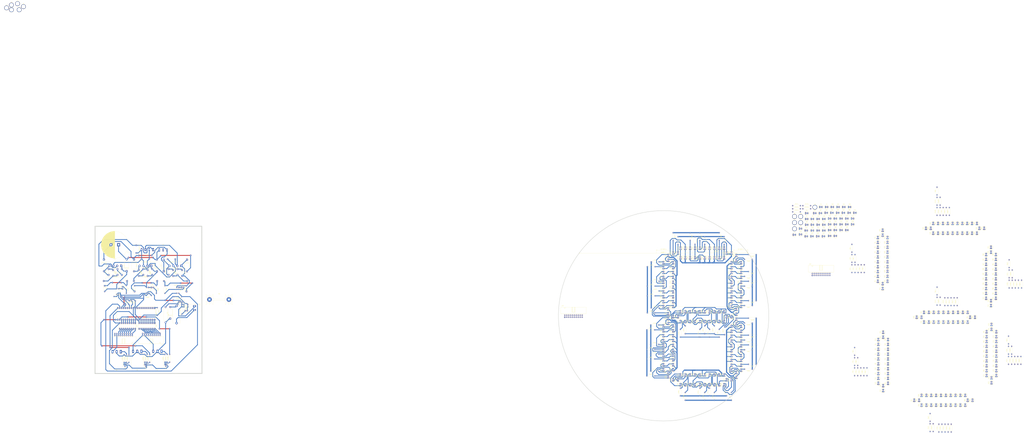
<source format=kicad_pcb>
(kicad_pcb (version 20171130) (host pcbnew "(5.1.6)-1")
  (layers (0 F.Cu signal) (31 B.Cu signal) (34 B.Paste user) (35 F.Paste user) (36 B.SilkS user) (37 F.SilkS user) (38 B.Mask user) (39 F.Mask user) (44 Edge.Cuts user))
  (net 0 "")
  (net 1 /L_R)
  (net 2 /N)
  (net 3 /L_G)
  (net 4 /L_Y)
  (net 5 "Net-(C1-Pad1)")
  (net 6 /GND)
  (net 7 /VCC_5V)
  (net 8 /VDD_12V)
  (net 9 "Net-(D1-Pad2)")
  (net 10 "Net-(D2-Pad1)")
  (net 11 /DC220_-)
  (net 12 "Net-(D3-Pad1)")
  (net 13 "Net-(D4-Pad2)")
  (net 14 "Net-(D4-Pad1)")
  (net 15 "Net-(D5-Pad4)")
  (net 16 "Net-(D6-Pad1)")
  (net 17 /DC220_+)
  (net 18 "Net-(D10-Pad1)")
  (net 19 "Net-(D9-Pad1)")
  (net 20 "Net-(D9-Pad2)")
  (net 21 "Net-(D10-Pad4)")
  (net 22 "Net-(D11-Pad1)")
  (net 23 "Net-(D13-Pad1)")
  (net 24 "Net-(D14-Pad1)")
  (net 25 "Net-(D14-Pad2)")
  (net 26 "Net-(D15-Pad4)")
  (net 27 "Net-(D16-Pad1)")
  (net 28 /V_INPUT_12VDC)
  (net 29 "Net-(J1-Pad1)")
  (net 30 "Net-(J2-Pad1)")
  (net 31 "Net-(J3-Pad1)")
  (net 32 "Net-(J4-Pad1)")
  (net 33 "Net-(J5-Pad1)")
  (net 34 "Net-(J6-Pad1)")
  (net 35 "Net-(J14-Pad2)")
  (net 36 /COM_G_MCU)
  (net 37 /COM_R_MCU)
  (net 38 "Net-(J17-Pad15)")
  (net 39 "Net-(J17-Pad13)")
  (net 40 "Net-(J17-Pad11)")
  (net 41 "Net-(J17-Pad10)")
  (net 42 "Net-(J17-Pad7)")
  (net 43 "Net-(J17-Pad5)")
  (net 44 "Net-(J17-Pad3)")
  (net 45 "Net-(J17-Pad1)")
  (net 46 "Net-(J18-Pad1)")
  (net 47 "Net-(J18-Pad3)")
  (net 48 "Net-(J18-Pad5)")
  (net 49 "Net-(J18-Pad7)")
  (net 50 "Net-(J18-Pad10)")
  (net 51 "Net-(J18-Pad11)")
  (net 52 "Net-(J18-Pad13)")
  (net 53 "Net-(J18-Pad15)")
  (net 54 /COM_Y_MCU)
  (net 55 "Net-(J18-Pad19)")
  (net 56 "Net-(PIC_C2-Pad2)")
  (net 57 "Net-(PIC_C3-Pad2)")
  (net 58 "Net-(Q1-Pad2)")
  (net 59 "Net-(Q1-Pad3)")
  (net 60 "Net-(Q2-Pad3)")
  (net 61 "Net-(Q2-Pad2)")
  (net 62 "Net-(Q3-Pad2)")
  (net 63 "Net-(Q3-Pad3)")
  (net 64 "Net-(Q4-Pad1)")
  (net 65 "Net-(Q5-Pad1)")
  (net 66 "Net-(Q6-Pad1)")
  (net 67 /I-P_signal_R)
  (net 68 "Net-(R178-Pad1)")
  (net 69 "Net-(R179-Pad2)")
  (net 70 "Net-(R181-Pad2)")
  (net 71 /I-P_signal_G)
  (net 72 "Net-(R185-Pad1)")
  (net 73 "Net-(R186-Pad2)")
  (net 74 "Net-(R188-Pad2)")
  (net 75 /I-P_signal_Y)
  (net 76 "Net-(R192-Pad1)")
  (net 77 "Net-(R193-Pad2)")
  (net 78 "Net-(R195-Pad2)")
  (net 79 "Net-(R197-Pad1)")
  (net 80 /COM_SIGNAL_R)
  (net 81 /COM_SIGNAL_G)
  (net 82 /COM_SIGNAL_Y)
  (net 83 "Net-(U5-Pad2)")
  (net 84 "Net-(U5-Pad3)")
  (net 85 /YELLOW)
  (net 86 "Net-(U5-Pad4)")
  (net 87 /g-tens)
  (net 88 "Net-(U5-Pad5)")
  (net 89 /f-tens)
  (net 90 "Net-(U5-Pad6)")
  (net 91 /e-tens)
  (net 92 "Net-(U5-Pad7)")
  (net 93 /d-tens)
  (net 94 "Net-(U5-Pad8)")
  (net 95 /c-tens)
  (net 96 "Net-(U5-Pad9)")
  (net 97 /b-tens)
  (net 98 "Net-(U5-Pad10)")
  (net 99 /a-tens)
  (net 100 /spare-units)
  (net 101 /g-units)
  (net 102 "Net-(U5-Pad15)")
  (net 103 /f-units)
  (net 104 "Net-(U5-Pad16)")
  (net 105 /e-units)
  (net 106 /d-units)
  (net 107 /c-units)
  (net 108 /b-units)
  (net 109 /a-units)
  (net 110 "Net-(U6-Pad10)")
  (net 111 "Net-(U7-Pad10)")
  (module Resistor_THT:R_Axial_DIN0207_L6.3mm_D2.5mm_P10.16mm_Horizontal (layer F.Cu) (at 1339.877901 189.321399 90)
    (fp_text reference Rg20 (at 5.08 -2.37 90) (layer F.SilkS))
    (fp_text value 160R)
    (pad 1 thru_hole circle (at 0 0 90) (size 1.6 1.6) (drill 0.8) (layers *.Cu *.Mask))
    (pad 2 thru_hole oval (at 10.16 0 90) (size 1.6 1.6) (drill 0.8) (layers *.Cu *.Mask))
  )
  (module Resistor_THT:R_Axial_DIN0207_L6.3mm_D2.5mm_P10.16mm_Horizontal (layer F.Cu) (at 1345.987901 189.931399 90)
    (fp_text reference Rr20 (at 5.08 -2.37 90) (layer F.SilkS))
    (fp_text value 380R)
    (pad 2 thru_hole oval (at 10.16 0 90) (size 1.6 1.6) (drill 0.8) (layers *.Cu *.Mask))
    (pad 1 thru_hole circle (at 0 0 90) (size 1.6 1.6) (drill 0.8) (layers *.Cu *.Mask))
  )
  (module Arduino_pro_mini_mmf:LED_D5.0mm_centerd_modified-pad (layer F.Cu) (at 1369.52 198.855 90)
    (fp_text reference R57 (at 0 -3.96 90) (layer F.SilkS))
    (fp_text value LED)
    (pad 2 thru_hole oval (at 1.27 0 90) (size 1.8 2.2) (drill 0.9) (layers *.Cu *.Mask))
    (pad 1 thru_hole rect (at -1.27 0 90) (size 1.5 2.5) (drill 0.9) (layers *.Cu *.Mask))
  )
  (module Resistor_THT:R_Axial_DIN0207_L6.3mm_D2.5mm_P10.16mm_Horizontal (layer F.Cu) (at 1358.137901 189.931399 90)
    (fp_text reference Rg17 (at 5.08 -2.37 90) (layer F.SilkS))
    (fp_text value 160R)
    (pad 1 thru_hole circle (at 0 0 90) (size 1.6 1.6) (drill 0.8) (layers *.Cu *.Mask))
    (pad 2 thru_hole oval (at 10.16 0 90) (size 1.6 1.6) (drill 0.8) (layers *.Cu *.Mask))
  )
  (module Arduino_pro_mini_mmf:LED_D5.0mm_centerd_modified-pad (layer F.Cu) (at 1356.82 198.855 90)
    (fp_text reference R51 (at 0 -3.96 90) (layer F.SilkS))
    (fp_text value LED)
    (pad 2 thru_hole oval (at 1.27 0 90) (size 1.8 2.2) (drill 0.9) (layers *.Cu *.Mask))
    (pad 1 thru_hole rect (at -1.27 0 90) (size 1.5 2.5) (drill 0.9) (layers *.Cu *.Mask))
  )
  (module Resistor_THT:R_Axial_DIN0207_L6.3mm_D2.5mm_P10.16mm_Horizontal (layer F.Cu) (at 1335.827901 189.321399 90)
    (fp_text reference Rr14 (at 5.08 -2.37 90) (layer F.SilkS))
    (fp_text value 380R)
    (pad 2 thru_hole oval (at 10.16 0 90) (size 1.6 1.6) (drill 0.8) (layers *.Cu *.Mask))
    (pad 1 thru_hole circle (at 0 0 90) (size 1.6 1.6) (drill 0.8) (layers *.Cu *.Mask))
  )
  (module Arduino_pro_mini_mmf:LED_D5.0mm_centerd_modified-pad (layer F.Cu) (at 1318.72 198.855 90)
    (fp_text reference R32 (at 0 -3.96 90) (layer F.SilkS))
    (fp_text value LED)
    (pad 2 thru_hole oval (at 1.27 0 90) (size 1.8 2.2) (drill 0.9) (layers *.Cu *.Mask))
    (pad 1 thru_hole rect (at -1.27 0 90) (size 1.5 2.5) (drill 0.9) (layers *.Cu *.Mask))
  )
  (module Arduino_pro_mini_mmf:LED_D5.0mm_centerd_modified-pad (layer F.Cu) (at 1379.045 205.205 90)
    (fp_text reference R61 (at 0 -3.96 90) (layer F.SilkS))
    (fp_text value LED)
    (pad 1 thru_hole rect (at -1.27 0 90) (size 1.5 2.5) (drill 0.9) (layers *.Cu *.Mask))
    (pad 2 thru_hole oval (at 1.27 0 90) (size 1.8 2.2) (drill 0.9) (layers *.Cu *.Mask))
  )
  (module Resistor_THT:R_Axial_DIN0207_L6.3mm_D2.5mm_P10.16mm_Horizontal (layer F.Cu) (at 1354.087901 189.931399 90)
    (fp_text reference Rr11 (at 5.08 -2.37 90) (layer F.SilkS))
    (fp_text value 380R)
    (pad 2 thru_hole oval (at 10.16 0 90) (size 1.6 1.6) (drill 0.8) (layers *.Cu *.Mask))
    (pad 1 thru_hole circle (at 0 0 90) (size 1.6 1.6) (drill 0.8) (layers *.Cu *.Mask))
  )
  (module Resistor_THT:R_Axial_DIN0207_L6.3mm_D2.5mm_P10.16mm_Horizontal (layer F.Cu) (at 1362.187901 189.931399 90)
    (fp_text reference Rg15 (at 5.08 -2.37 90) (layer F.SilkS))
    (fp_text value 160R)
    (pad 1 thru_hole circle (at 0 0 90) (size 1.6 1.6) (drill 0.8) (layers *.Cu *.Mask))
    (pad 2 thru_hole oval (at 10.16 0 90) (size 1.6 1.6) (drill 0.8) (layers *.Cu *.Mask))
  )
  (module Arduino_pro_mini_mmf:LED_D5.0mm_centerd_modified-pad (layer F.Cu) (at 1331.42 198.855 90)
    (fp_text reference R38 (at 0 -3.96 90) (layer F.SilkS))
    (fp_text value LED)
    (pad 2 thru_hole oval (at 1.27 0 90) (size 1.8 2.2) (drill 0.9) (layers *.Cu *.Mask))
    (pad 1 thru_hole rect (at -1.27 0 90) (size 1.5 2.5) (drill 0.9) (layers *.Cu *.Mask))
  )
  (module Arduino_pro_mini_mmf:LED_D5.0mm_centerd_modified-pad (layer F.Cu) (at 1369.52 211.555 90)
    (fp_text reference R56 (at 0 -3.96 90) (layer F.SilkS))
    (fp_text value LED)
    (pad 1 thru_hole rect (at -1.27 0 90) (size 1.5 2.5) (drill 0.9) (layers *.Cu *.Mask))
    (pad 2 thru_hole oval (at 1.27 0 90) (size 1.8 2.2) (drill 0.9) (layers *.Cu *.Mask))
  )
  (module Arduino_pro_mini_mmf:LED_D5.0mm_centerd_modified-pad (layer F.Cu) (at 1318.72 211.555 90)
    (fp_text reference R33 (at 0 -3.96 90) (layer F.SilkS))
    (fp_text value LED)
    (pad 1 thru_hole rect (at -1.27 0 90) (size 1.5 2.5) (drill 0.9) (layers *.Cu *.Mask))
    (pad 2 thru_hole oval (at 1.27 0 90) (size 1.8 2.2) (drill 0.9) (layers *.Cu *.Mask))
  )
  (module Resistor_THT:R_Axial_DIN0207_L6.3mm_D2.5mm_P10.16mm_Horizontal (layer F.Cu) (at 1335.827901 176.011399 90)
    (fp_text reference Rg11 (at 5.08 -2.37 90) (layer F.SilkS))
    (fp_text value 160R)
    (pad 1 thru_hole circle (at 0 0 90) (size 1.6 1.6) (drill 0.8) (layers *.Cu *.Mask))
    (pad 2 thru_hole oval (at 10.16 0 90) (size 1.6 1.6) (drill 0.8) (layers *.Cu *.Mask))
  )
  (module Arduino_pro_mini_mmf:LED_D5.0mm_centerd_modified-pad (layer F.Cu) (at 1356.82 211.555 90)
    (fp_text reference R50 (at 0 -3.96 90) (layer F.SilkS))
    (fp_text value LED)
    (pad 1 thru_hole rect (at -1.27 0 90) (size 1.5 2.5) (drill 0.9) (layers *.Cu *.Mask))
    (pad 2 thru_hole oval (at 1.27 0 90) (size 1.8 2.2) (drill 0.9) (layers *.Cu *.Mask))
  )
  (module Arduino_pro_mini_mmf:LED_D5.0mm_centerd_modified-pad (layer F.Cu) (at 1344.12 211.555 90)
    (fp_text reference R44 (at 0 -3.96 90) (layer F.SilkS))
    (fp_text value LED)
    (pad 2 thru_hole oval (at 1.27 0 90) (size 1.8 2.2) (drill 0.9) (layers *.Cu *.Mask))
    (pad 1 thru_hole rect (at -1.27 0 90) (size 1.5 2.5) (drill 0.9) (layers *.Cu *.Mask))
  )
  (module Arduino_pro_mini_mmf:LED_D5.0mm_centerd_modified-pad (layer F.Cu) (at 1331.42 211.555 90)
    (fp_text reference R39 (at 0 -3.96 90) (layer F.SilkS))
    (fp_text value LED)
    (pad 1 thru_hole rect (at -1.27 0 90) (size 1.5 2.5) (drill 0.9) (layers *.Cu *.Mask))
    (pad 2 thru_hole oval (at 1.27 0 90) (size 1.8 2.2) (drill 0.9) (layers *.Cu *.Mask))
  )
  (module Connector_Multicomp:Multicomp_MC9A22-2034_2x10_P2.54mm_Horizontal (layer F.Cu) (at 1172.82 150.55)
    (fp_text reference J16 (at -3 -15) (layer F.SilkS))
    (fp_text value TENS_SOCKET_SEG)
    (pad 20 thru_hole circle (at 22.86 -2.54) (size 1.7 1.7) (drill 1) (layers *.Cu *.Mask))
    (pad 19 thru_hole circle (at 22.86 0) (size 1.7 1.7) (drill 1) (layers *.Cu *.Mask))
    (pad 18 thru_hole circle (at 20.32 -2.54) (size 1.7 1.7) (drill 1) (layers *.Cu *.Mask))
    (pad 17 thru_hole circle (at 20.32 0) (size 1.7 1.7) (drill 1) (layers *.Cu *.Mask))
    (pad 16 thru_hole circle (at 17.78 -2.54) (size 1.7 1.7) (drill 1) (layers *.Cu *.Mask))
    (pad 15 thru_hole circle (at 17.78 0) (size 1.7 1.7) (drill 1) (layers *.Cu *.Mask))
    (pad 14 thru_hole circle (at 15.24 -2.54) (size 1.7 1.7) (drill 1) (layers *.Cu *.Mask))
    (pad 13 thru_hole circle (at 15.24 0) (size 1.7 1.7) (drill 1) (layers *.Cu *.Mask))
    (pad 12 thru_hole circle (at 12.7 -2.54) (size 1.7 1.7) (drill 1) (layers *.Cu *.Mask))
    (pad 11 thru_hole circle (at 12.7 0) (size 1.7 1.7) (drill 1) (layers *.Cu *.Mask))
    (pad 10 thru_hole circle (at 10.16 -2.54) (size 1.7 1.7) (drill 1) (layers *.Cu *.Mask))
    (pad 9 thru_hole circle (at 10.16 0) (size 1.7 1.7) (drill 1) (layers *.Cu *.Mask))
    (pad 8 thru_hole circle (at 7.62 -2.54) (size 1.7 1.7) (drill 1) (layers *.Cu *.Mask))
    (pad 7 thru_hole circle (at 7.62 0) (size 1.7 1.7) (drill 1) (layers *.Cu *.Mask))
    (pad 6 thru_hole circle (at 5.08 -2.54) (size 1.7 1.7) (drill 1) (layers *.Cu *.Mask))
    (pad 5 thru_hole circle (at 5.08 0) (size 1.7 1.7) (drill 1) (layers *.Cu *.Mask))
    (pad 4 thru_hole circle (at 2.54 -2.54) (size 1.7 1.7) (drill 1) (layers *.Cu *.Mask))
    (pad 3 thru_hole circle (at 2.54 0) (size 1.7 1.7) (drill 1) (layers *.Cu *.Mask))
    (pad 2 thru_hole circle (at 0 -2.54) (size 1.7 1.7) (drill 1) (layers *.Cu *.Mask))
    (pad 1 thru_hole rect (at 0 0) (size 1.7 1.7) (drill 1) (layers *.Cu *.Mask))
  )
  (module Resistor_THT:R_Axial_DIN0207_L6.3mm_D2.5mm_P10.16mm_Horizontal (layer F.Cu) (at 1350.037901 189.931399 90)
    (fp_text reference Rr17 (at 5.08 -2.37 90) (layer F.SilkS))
    (fp_text value 380R)
    (pad 2 thru_hole oval (at 10.16 0 90) (size 1.6 1.6) (drill 0.8) (layers *.Cu *.Mask))
    (pad 1 thru_hole circle (at 0 0 90) (size 1.6 1.6) (drill 0.8) (layers *.Cu *.Mask))
  )
  (module Arduino_pro_mini_mmf:LED_D5.0mm_centerd_modified-pad (layer F.Cu) (at 1344.12 198.855 90)
    (fp_text reference R45 (at 0 -3.96 90) (layer F.SilkS))
    (fp_text value LED)
    (pad 2 thru_hole oval (at 1.27 0 90) (size 1.8 2.2) (drill 0.9) (layers *.Cu *.Mask))
    (pad 1 thru_hole rect (at -1.27 0 90) (size 1.5 2.5) (drill 0.9) (layers *.Cu *.Mask))
  )
  (module TestPoint:TestPoint_Plated_Hole_D5.0mm (layer F.Cu) (at 1149.511901 89.616001)
    (fp_text reference J7 (at 0 -3.948) (layer F.SilkS))
    (fp_text value Screw_Terminal_01x01)
    (pad 1 thru_hole circle (at 0 0) (size 6 6) (drill 5) (layers *.Cu *.Mask))
  )
  (module Arduino_pro_mini_mmf:LED_D5.0mm_centerd_modified-pad (layer F.Cu) (at 1149.231901 97.416001)
    (fp_text reference Y4 (at 0 -3.96) (layer F.SilkS))
    (fp_text value LED)
    (pad 2 thru_hole oval (at 1.27 0) (size 1.8 2.2) (drill 0.9) (layers *.Cu *.Mask))
    (pad 1 thru_hole rect (at -1.27 0) (size 1.5 2.5) (drill 0.9) (layers *.Cu *.Mask))
  )
  (module Resistor_THT:R_Axial_DIN0207_L6.3mm_D2.5mm_P10.16mm_Horizontal (layer F.Cu) (at 1147.061901 59.366001)
    (fp_text reference R171 (at 5.08 -2.37) (layer F.SilkS))
    (fp_text value 820R/.5W)
    (pad 2 thru_hole oval (at 10.16 0) (size 1.6 1.6) (drill 0.8) (layers *.Cu *.Mask))
    (pad 1 thru_hole circle (at 0 0) (size 1.6 1.6) (drill 0.8) (layers *.Cu *.Mask))
  )
  (module Arduino_pro_mini_mmf:LED_D5.0mm_centerd_modified-pad (layer F.Cu) (at 1157.281901 89.366001)
    (fp_text reference Y3 (at 0 -3.96) (layer F.SilkS))
    (fp_text value LED)
    (pad 1 thru_hole rect (at -1.27 0) (size 1.5 2.5) (drill 0.9) (layers *.Cu *.Mask))
    (pad 2 thru_hole oval (at 1.27 0) (size 1.8 2.2) (drill 0.9) (layers *.Cu *.Mask))
  )
  (module Resistor_THT:R_Axial_DIN0207_L6.3mm_D2.5mm_P10.16mm_Horizontal (layer F.Cu) (at 1160.371901 63.416001)
    (fp_text reference R175 (at 5.08 -2.37) (layer F.SilkS))
    (fp_text value 820R/.5W)
    (pad 1 thru_hole circle (at 0 0) (size 1.6 1.6) (drill 0.8) (layers *.Cu *.Mask))
    (pad 2 thru_hole oval (at 10.16 0) (size 1.6 1.6) (drill 0.8) (layers *.Cu *.Mask))
  )
  (module TestPoint:TestPoint_Plated_Hole_D5.0mm (layer F.Cu) (at 1149.511901 73.516001)
    (fp_text reference J8 (at 0 -3.948) (layer F.SilkS))
    (fp_text value Screw_Terminal_01x01)
    (pad 1 thru_hole circle (at 0 0) (size 6 6) (drill 5) (layers *.Cu *.Mask))
  )
  (module TestPoint:TestPoint_Plated_Hole_D5.0mm (layer F.Cu) (at 1176.131901 61.366001)
    (fp_text reference J9 (at 0 -3.948) (layer F.SilkS))
    (fp_text value Screw_Terminal_01x01)
    (pad 1 thru_hole circle (at 0 0) (size 6 6) (drill 5) (layers *.Cu *.Mask))
  )
  (module Resistor_THT:R_Axial_DIN0207_L6.3mm_D2.5mm_P10.16mm_Horizontal (layer F.Cu) (at 1147.061901 63.416001)
    (fp_text reference R172 (at 5.08 -2.37) (layer F.SilkS))
    (fp_text value 820R/.5W)
    (pad 2 thru_hole oval (at 10.16 0) (size 1.6 1.6) (drill 0.8) (layers *.Cu *.Mask))
    (pad 1 thru_hole circle (at 0 0) (size 1.6 1.6) (drill 0.8) (layers *.Cu *.Mask))
  )
  (module Arduino_pro_mini_mmf:LED_D5.0mm_centerd_modified-pad (layer F.Cu) (at 1172.831901 76.716001)
    (fp_text reference Y6 (at 0 -3.96) (layer F.SilkS))
    (fp_text value LED)
    (pad 2 thru_hole oval (at 1.27 0) (size 1.8 2.2) (drill 0.9) (layers *.Cu *.Mask))
    (pad 1 thru_hole rect (at -1.27 0) (size 1.5 2.5) (drill 0.9) (layers *.Cu *.Mask))
  )
  (module Arduino_pro_mini_mmf:LED_D5.0mm_centerd_modified-pad (layer F.Cu) (at 1191.401901 61.116001)
    (fp_text reference Y7 (at 0 -3.96) (layer F.SilkS))
    (fp_text value LED)
    (pad 1 thru_hole rect (at -1.27 0) (size 1.5 2.5) (drill 0.9) (layers *.Cu *.Mask))
    (pad 2 thru_hole oval (at 1.27 0) (size 1.8 2.2) (drill 0.9) (layers *.Cu *.Mask))
  )
  (module TestPoint:TestPoint_Plated_Hole_D5.0mm (layer F.Cu) (at 1149.511901 81.566001)
    (fp_text reference J11 (at 0 -3.948) (layer F.SilkS))
    (fp_text value Screw_Terminal_01x01)
    (pad 1 thru_hole circle (at 0 0) (size 6 6) (drill 5) (layers *.Cu *.Mask))
  )
  (module Arduino_pro_mini_mmf:LED_D5.0mm_centerd_modified-pad (layer F.Cu) (at 1165.331901 69.216001)
    (fp_text reference Y5 (at 0 -3.96) (layer F.SilkS))
    (fp_text value LED)
    (pad 1 thru_hole rect (at -1.27 0) (size 1.5 2.5) (drill 0.9) (layers *.Cu *.Mask))
    (pad 2 thru_hole oval (at 1.27 0) (size 1.8 2.2) (drill 0.9) (layers *.Cu *.Mask))
  )
  (module Arduino_pro_mini_mmf:LED_D5.0mm_centerd_modified-pad (layer F.Cu) (at 1183.901901 61.116001)
    (fp_text reference Y2 (at 0 -3.96) (layer F.SilkS))
    (fp_text value LED)
    (pad 1 thru_hole rect (at -1.27 0) (size 1.5 2.5) (drill 0.9) (layers *.Cu *.Mask))
    (pad 2 thru_hole oval (at 1.27 0) (size 1.8 2.2) (drill 0.9) (layers *.Cu *.Mask))
  )
  (module Arduino_pro_mini_mmf:LED_D5.0mm_centerd_modified-pad (layer F.Cu) (at 1165.331901 76.766001)
    (fp_text reference Y1 (at 0 -3.96) (layer F.SilkS))
    (fp_text value LED)
    (pad 2 thru_hole oval (at 1.27 0) (size 1.8 2.2) (drill 0.9) (layers *.Cu *.Mask))
    (pad 1 thru_hole rect (at -1.27 0) (size 1.5 2.5) (drill 0.9) (layers *.Cu *.Mask))
  )
  (module Resistor_THT:R_Axial_DIN0207_L6.3mm_D2.5mm_P10.16mm_Horizontal (layer F.Cu) (at 1147.061901 67.466001)
    (fp_text reference R174 (at 5.08 -2.37) (layer F.SilkS))
    (fp_text value 820R/.5W)
    (pad 2 thru_hole oval (at 10.16 0) (size 1.6 1.6) (drill 0.8) (layers *.Cu *.Mask))
    (pad 1 thru_hole circle (at 0 0) (size 1.6 1.6) (drill 0.8) (layers *.Cu *.Mask))
  )
  (module Resistor_THT:R_Axial_DIN0207_L6.3mm_D2.5mm_P10.16mm_Horizontal (layer F.Cu) (at 1160.371901 59.366001)
    (fp_text reference R173 (at 5.08 -2.37) (layer F.SilkS))
    (fp_text value 820R/.5W)
    (pad 1 thru_hole circle (at 0 0) (size 1.6 1.6) (drill 0.8) (layers *.Cu *.Mask))
    (pad 2 thru_hole oval (at 10.16 0) (size 1.6 1.6) (drill 0.8) (layers *.Cu *.Mask))
  )
  (module TestPoint:TestPoint_Plated_Hole_D5.0mm (layer F.Cu) (at 1157.561901 73.516001)
    (fp_text reference J10 (at 0 -3.948) (layer F.SilkS))
    (fp_text value Screw_Terminal_01x01)
    (pad 1 thru_hole circle (at 0 0) (size 6 6) (drill 5) (layers *.Cu *.Mask))
  )
  (module TestPoint:TestPoint_Plated_Hole_D5.0mm (layer F.Cu) (at 1157.561901 81.566001)
    (fp_text reference J12 (at 0 -3.948) (layer F.SilkS))
    (fp_text value Screw_Terminal_01x01)
    (pad 1 thru_hole circle (at 0 0) (size 6 6) (drill 5) (layers *.Cu *.Mask))
  )
  (module Resistor_THT:R_Axial_DIN0207_L6.3mm_D2.5mm_P10.16mm_Horizontal (layer F.Cu) (at 1067.01 313.75 90)
    (fp_text reference Rg47 (at 5.08 -2.37 90) (layer F.SilkS))
    (fp_text value 160R)
    (pad 1 thru_hole circle (at 0 0 90) (size 1.6 1.6) (drill 0.8) (layers *.Cu *.Mask))
    (pad 2 thru_hole oval (at 10.16 0 90) (size 1.6 1.6) (drill 0.8) (layers *.Cu *.Mask))
  )
  (module Arduino_pro_mini_mmf:LED_D5.0mm_centerd_modified-pad (layer F.Cu) (at 1051.135 293.43 90)
    (fp_text reference R138 (at 0 -3.96 90) (layer F.SilkS))
    (fp_text value LED)
    (pad 1 thru_hole rect (at -1.27 0 90) (size 1.5 2.5) (drill 0.9) (layers *.Cu *.Mask))
    (pad 2 thru_hole oval (at 1.27 0 90) (size 1.8 2.2) (drill 0.9) (layers *.Cu *.Mask))
  )
  (module Arduino_pro_mini_mmf:LED_D5.0mm_centerd_modified-pad (layer F.Cu) (at 1013.035 293.43 90)
    (fp_text reference R121 (at 0 -3.96 90) (layer F.SilkS))
    (fp_text value LED)
    (pad 1 thru_hole rect (at -1.27 0 90) (size 1.5 2.5) (drill 0.9) (layers *.Cu *.Mask))
    (pad 2 thru_hole oval (at 1.27 0 90) (size 1.8 2.2) (drill 0.9) (layers *.Cu *.Mask))
  )
  (module Arduino_pro_mini_mmf:LED_D5.0mm_centerd_modified-pad (layer F.Cu) (at 1057.485 280.73 90)
    (fp_text reference G139 (at 0 -3.96 90) (layer F.SilkS))
    (fp_text value LED)
    (pad 2 thru_hole oval (at 1.27 0 90) (size 1.8 2.2) (drill 0.9) (layers *.Cu *.Mask))
    (pad 1 thru_hole rect (at -1.27 0 90) (size 1.5 2.5) (drill 0.9) (layers *.Cu *.Mask))
  )
  (module Arduino_pro_mini_mmf:LED_D5.0mm_centerd_modified-pad (layer F.Cu) (at 1000.335 293.43 90)
    (fp_text reference R115 (at 0 -3.96 90) (layer F.SilkS))
    (fp_text value LED)
    (pad 1 thru_hole rect (at -1.27 0 90) (size 1.5 2.5) (drill 0.9) (layers *.Cu *.Mask))
    (pad 2 thru_hole oval (at 1.27 0 90) (size 1.8 2.2) (drill 0.9) (layers *.Cu *.Mask))
  )
  (module Arduino_pro_mini_mmf:LED_D5.0mm_centerd_modified-pad (layer F.Cu) (at 1019.164601 293.43 90)
    (fp_text reference G121 (at 0 -3.96 90) (layer F.SilkS))
    (fp_text value LED)
    (pad 1 thru_hole rect (at -1.27 0 90) (size 1.5 2.5) (drill 0.9) (layers *.Cu *.Mask))
    (pad 2 thru_hole oval (at 1.27 0 90) (size 1.8 2.2) (drill 0.9) (layers *.Cu *.Mask))
  )
  (module Arduino_pro_mini_mmf:LED_D5.0mm_centerd_modified-pad (layer F.Cu) (at 1013.035 280.73 90)
    (fp_text reference R120 (at 0 -3.96 90) (layer F.SilkS))
    (fp_text value LED)
    (pad 2 thru_hole oval (at 1.27 0 90) (size 1.8 2.2) (drill 0.9) (layers *.Cu *.Mask))
    (pad 1 thru_hole rect (at -1.27 0 90) (size 1.5 2.5) (drill 0.9) (layers *.Cu *.Mask))
  )
  (module Arduino_pro_mini_mmf:LED_D5.0mm_centerd_modified-pad (layer F.Cu) (at 1032.085 293.43 90)
    (fp_text reference G126 (at 0 -3.96 90) (layer F.SilkS))
    (fp_text value LED)
    (pad 2 thru_hole oval (at 1.27 0 90) (size 1.8 2.2) (drill 0.9) (layers *.Cu *.Mask))
    (pad 1 thru_hole rect (at -1.27 0 90) (size 1.5 2.5) (drill 0.9) (layers *.Cu *.Mask))
  )
  (module Arduino_pro_mini_mmf:LED_D5.0mm_centerd_modified-pad (layer F.Cu) (at 1019.385 280.73 90)
    (fp_text reference G120 (at 0 -3.96 90) (layer F.SilkS))
    (fp_text value LED)
    (pad 1 thru_hole rect (at -1.27 0 90) (size 1.5 2.5) (drill 0.9) (layers *.Cu *.Mask))
    (pad 2 thru_hole oval (at 1.27 0 90) (size 1.8 2.2) (drill 0.9) (layers *.Cu *.Mask))
  )
  (module Arduino_pro_mini_mmf:LED_D5.0mm_centerd_modified-pad (layer F.Cu) (at 1044.785 280.73 90)
    (fp_text reference G133 (at 0 -3.96 90) (layer F.SilkS))
    (fp_text value LED)
    (pad 1 thru_hole rect (at -1.27 0 90) (size 1.5 2.5) (drill 0.9) (layers *.Cu *.Mask))
    (pad 2 thru_hole oval (at 1.27 0 90) (size 1.8 2.2) (drill 0.9) (layers *.Cu *.Mask))
  )
  (module Arduino_pro_mini_mmf:LED_D5.0mm_centerd_modified-pad (layer F.Cu) (at 1044.785 293.43 90)
    (fp_text reference G132 (at 0 -3.96 90) (layer F.SilkS))
    (fp_text value LED)
    (pad 2 thru_hole oval (at 1.27 0 90) (size 1.8 2.2) (drill 0.9) (layers *.Cu *.Mask))
    (pad 1 thru_hole rect (at -1.27 0 90) (size 1.5 2.5) (drill 0.9) (layers *.Cu *.Mask))
  )
  (module Arduino_pro_mini_mmf:LED_D5.0mm_centerd_modified-pad (layer F.Cu) (at 1067.01 287.08 90)
    (fp_text reference G143 (at 0 -3.96 90) (layer F.SilkS))
    (fp_text value LED)
    (pad 2 thru_hole oval (at 1.27 0 90) (size 1.8 2.2) (drill 0.9) (layers *.Cu *.Mask))
    (pad 1 thru_hole rect (at -1.27 0 90) (size 1.5 2.5) (drill 0.9) (layers *.Cu *.Mask))
  )
  (module Arduino_pro_mini_mmf:LED_D5.0mm_centerd_modified-pad (layer F.Cu) (at 1038.435 293.43 90)
    (fp_text reference R132 (at 0 -3.96 90) (layer F.SilkS))
    (fp_text value LED)
    (pad 1 thru_hole rect (at -1.27 0 90) (size 1.5 2.5) (drill 0.9) (layers *.Cu *.Mask))
    (pad 2 thru_hole oval (at 1.27 0 90) (size 1.8 2.2) (drill 0.9) (layers *.Cu *.Mask))
  )
  (module Arduino_pro_mini_mmf:LED_D5.0mm_centerd_modified-pad (layer F.Cu) (at 978.11 273.745 90)
    (fp_text reference G94 (at 0 -3.96 90) (layer F.SilkS))
    (fp_text value LED)
    (pad 1 thru_hole rect (at -1.27 0 90) (size 1.5 2.5) (drill 0.9) (layers *.Cu *.Mask))
    (pad 2 thru_hole oval (at 1.27 0 90) (size 1.8 2.2) (drill 0.9) (layers *.Cu *.Mask))
  )
  (module Arduino_pro_mini_mmf:LED_D5.0mm_centerd_modified-pad (layer F.Cu) (at 1060.66 287.08 90)
    (fp_text reference R144 (at 0 -3.96 90) (layer F.SilkS))
    (fp_text value LED)
    (pad 1 thru_hole rect (at -1.27 0 90) (size 1.5 2.5) (drill 0.9) (layers *.Cu *.Mask))
    (pad 2 thru_hole oval (at 1.27 0 90) (size 1.8 2.2) (drill 0.9) (layers *.Cu *.Mask))
  )
  (module Resistor_THT:R_Axial_DIN0207_L6.3mm_D2.5mm_P10.16mm_Horizontal (layer F.Cu) (at 1044.785 313.75 90)
    (fp_text reference Rg44 (at 5.08 -2.37 90) (layer F.SilkS))
    (fp_text value 160R)
    (pad 1 thru_hole circle (at 0 0 90) (size 1.6 1.6) (drill 0.8) (layers *.Cu *.Mask))
    (pad 2 thru_hole oval (at 10.16 0 90) (size 1.6 1.6) (drill 0.8) (layers *.Cu *.Mask))
  )
  (module Arduino_pro_mini_mmf:LED_D5.0mm_centerd_modified-pad (layer F.Cu) (at 1038.435 280.73 90)
    (fp_text reference R133 (at 0 -3.96 90) (layer F.SilkS))
    (fp_text value LED)
    (pad 2 thru_hole oval (at 1.27 0 90) (size 1.8 2.2) (drill 0.9) (layers *.Cu *.Mask))
    (pad 1 thru_hole rect (at -1.27 0 90) (size 1.5 2.5) (drill 0.9) (layers *.Cu *.Mask))
  )
  (module Arduino_pro_mini_mmf:LED_D5.0mm_centerd_modified-pad (layer F.Cu) (at 1032.085 280.73 90)
    (fp_text reference G127 (at 0 -3.96 90) (layer F.SilkS))
    (fp_text value LED)
    (pad 1 thru_hole rect (at -1.27 0 90) (size 1.5 2.5) (drill 0.9) (layers *.Cu *.Mask))
    (pad 2 thru_hole oval (at 1.27 0 90) (size 1.8 2.2) (drill 0.9) (layers *.Cu *.Mask))
  )
  (module Arduino_pro_mini_mmf:LED_D5.0mm_centerd_modified-pad (layer F.Cu) (at 978.11 222.945 90)
    (fp_text reference G90 (at 0 -3.96 90) (layer F.SilkS))
    (fp_text value LED)
    (pad 2 thru_hole oval (at 1.27 0 90) (size 1.8 2.2) (drill 0.9) (layers *.Cu *.Mask))
    (pad 1 thru_hole rect (at -1.27 0 90) (size 1.5 2.5) (drill 0.9) (layers *.Cu *.Mask))
  )
  (module Arduino_pro_mini_mmf:LED_D5.0mm_centerd_modified-pad (layer F.Cu) (at 978.11 261.045 90)
    (fp_text reference G93 (at 0 -3.96 90) (layer F.SilkS))
    (fp_text value LED)
    (pad 2 thru_hole oval (at 1.27 0 90) (size 1.8 2.2) (drill 0.9) (layers *.Cu *.Mask))
    (pad 1 thru_hole rect (at -1.27 0 90) (size 1.5 2.5) (drill 0.9) (layers *.Cu *.Mask))
  )
  (module Resistor_THT:R_Axial_DIN0207_L6.3mm_D2.5mm_P10.16mm_Horizontal (layer F.Cu) (at 1006.685 313.75 90)
    (fp_text reference Rg38 (at 5.08 -2.37 90) (layer F.SilkS))
    (fp_text value 160R)
    (pad 1 thru_hole circle (at 0 0 90) (size 1.6 1.6) (drill 0.8) (layers *.Cu *.Mask))
    (pad 2 thru_hole oval (at 10.16 0 90) (size 1.6 1.6) (drill 0.8) (layers *.Cu *.Mask))
  )
  (module Arduino_pro_mini_mmf:LED_D5.0mm_centerd_modified-pad (layer F.Cu) (at 1000.335 280.73 90)
    (fp_text reference R114 (at 0 -3.96 90) (layer F.SilkS))
    (fp_text value LED)
    (pad 2 thru_hole oval (at 1.27 0 90) (size 1.8 2.2) (drill 0.9) (layers *.Cu *.Mask))
    (pad 1 thru_hole rect (at -1.27 0 90) (size 1.5 2.5) (drill 0.9) (layers *.Cu *.Mask))
  )
  (module Arduino_pro_mini_mmf:LED_D5.0mm_centerd_modified-pad (layer F.Cu) (at 1006.685 280.73 90)
    (fp_text reference G114 (at 0 -3.96 90) (layer F.SilkS))
    (fp_text value LED)
    (pad 1 thru_hole rect (at -1.27 0 90) (size 1.5 2.5) (drill 0.9) (layers *.Cu *.Mask))
    (pad 2 thru_hole oval (at 1.27 0 90) (size 1.8 2.2) (drill 0.9) (layers *.Cu *.Mask))
  )
  (module Arduino_pro_mini_mmf:LED_D5.0mm_centerd_modified-pad (layer F.Cu) (at 1051.135 280.73 90)
    (fp_text reference R139 (at 0 -3.96 90) (layer F.SilkS))
    (fp_text value LED)
    (pad 2 thru_hole oval (at 1.27 0 90) (size 1.8 2.2) (drill 0.9) (layers *.Cu *.Mask))
    (pad 1 thru_hole rect (at -1.27 0 90) (size 1.5 2.5) (drill 0.9) (layers *.Cu *.Mask))
  )
  (module Arduino_pro_mini_mmf:LED_D5.0mm_centerd_modified-pad (layer F.Cu) (at 1025.735 280.73 90)
    (fp_text reference R127 (at 0 -3.96 90) (layer F.SilkS))
    (fp_text value LED)
    (pad 2 thru_hole oval (at 1.27 0 90) (size 1.8 2.2) (drill 0.9) (layers *.Cu *.Mask))
    (pad 1 thru_hole rect (at -1.27 0 90) (size 1.5 2.5) (drill 0.9) (layers *.Cu *.Mask))
  )
  (module Resistor_THT:R_Axial_DIN0207_L6.3mm_D2.5mm_P10.16mm_Horizontal (layer F.Cu) (at 1060.66 308.035 90)
    (fp_text reference Rr47 (at 5.08 -2.37 90) (layer F.SilkS))
    (fp_text value 380R)
    (pad 2 thru_hole oval (at 10.16 0 90) (size 1.6 1.6) (drill 0.8) (layers *.Cu *.Mask))
    (pad 1 thru_hole circle (at 0 0 90) (size 1.6 1.6) (drill 0.8) (layers *.Cu *.Mask))
  )
  (module Resistor_THT:R_Axial_DIN0207_L6.3mm_D2.5mm_P10.16mm_Horizontal (layer F.Cu) (at 1032.085 313.75 90)
    (fp_text reference Rg42 (at 5.08 -2.37 90) (layer F.SilkS))
    (fp_text value 160R)
    (pad 1 thru_hole circle (at 0 0 90) (size 1.6 1.6) (drill 0.8) (layers *.Cu *.Mask))
    (pad 2 thru_hole oval (at 10.16 0 90) (size 1.6 1.6) (drill 0.8) (layers *.Cu *.Mask))
  )
  (module Arduino_pro_mini_mmf:LED_D5.0mm_centerd_modified-pad (layer F.Cu) (at 978.11 248.345 90)
    (fp_text reference G92 (at 0 -3.96 90) (layer F.SilkS))
    (fp_text value LED)
    (pad 2 thru_hole oval (at 1.27 0 90) (size 1.8 2.2) (drill 0.9) (layers *.Cu *.Mask))
    (pad 1 thru_hole rect (at -1.27 0 90) (size 1.5 2.5) (drill 0.9) (layers *.Cu *.Mask))
  )
  (module Resistor_THT:R_Axial_DIN0207_L6.3mm_D2.5mm_P10.16mm_Horizontal (layer F.Cu) (at 1038.435 308.035 90)
    (fp_text reference Rr44 (at 5.08 -2.37 90) (layer F.SilkS))
    (fp_text value 380R)
    (pad 2 thru_hole oval (at 10.16 0 90) (size 1.6 1.6) (drill 0.8) (layers *.Cu *.Mask))
    (pad 1 thru_hole circle (at 0 0 90) (size 1.6 1.6) (drill 0.8) (layers *.Cu *.Mask))
  )
  (module Resistor_THT:R_Axial_DIN0207_L6.3mm_D2.5mm_P10.16mm_Horizontal (layer F.Cu) (at 1025.735 308.035 90)
    (fp_text reference Rr41 (at 5.08 -2.37 90) (layer F.SilkS))
    (fp_text value 380R)
    (pad 2 thru_hole oval (at 10.16 0 90) (size 1.6 1.6) (drill 0.8) (layers *.Cu *.Mask))
    (pad 1 thru_hole circle (at 0 0 90) (size 1.6 1.6) (drill 0.8) (layers *.Cu *.Mask))
  )
  (module Arduino_pro_mini_mmf:LED_D5.0mm_centerd_modified-pad (layer F.Cu) (at 990.81 287.08 90)
    (fp_text reference R111 (at 0 -3.96 90) (layer F.SilkS))
    (fp_text value LED)
    (pad 1 thru_hole rect (at -1.27 0 90) (size 1.5 2.5) (drill 0.9) (layers *.Cu *.Mask))
    (pad 2 thru_hole oval (at 1.27 0 90) (size 1.8 2.2) (drill 0.9) (layers *.Cu *.Mask))
  )
  (module Arduino_pro_mini_mmf:LED_D5.0mm_centerd_modified-pad (layer F.Cu) (at 1057.485 293.43 90)
    (fp_text reference G138 (at 0 -3.96 90) (layer F.SilkS))
    (fp_text value LED)
    (pad 1 thru_hole rect (at -1.27 0 90) (size 1.5 2.5) (drill 0.9) (layers *.Cu *.Mask))
    (pad 2 thru_hole oval (at 1.27 0 90) (size 1.8 2.2) (drill 0.9) (layers *.Cu *.Mask))
  )
  (module Arduino_pro_mini_mmf:LED_D5.0mm_centerd_modified-pad (layer F.Cu) (at 1006.685 293.43 90)
    (fp_text reference G115 (at 0 -3.96 90) (layer F.SilkS))
    (fp_text value LED)
    (pad 2 thru_hole oval (at 1.27 0 90) (size 1.8 2.2) (drill 0.9) (layers *.Cu *.Mask))
    (pad 1 thru_hole rect (at -1.27 0 90) (size 1.5 2.5) (drill 0.9) (layers *.Cu *.Mask))
  )
  (module Arduino_pro_mini_mmf:LED_D5.0mm_centerd_modified-pad (layer F.Cu) (at 1025.735 293.43 90)
    (fp_text reference R126 (at 0 -3.96 90) (layer F.SilkS))
    (fp_text value LED)
    (pad 2 thru_hole oval (at 1.27 0 90) (size 1.8 2.2) (drill 0.9) (layers *.Cu *.Mask))
    (pad 1 thru_hole rect (at -1.27 0 90) (size 1.5 2.5) (drill 0.9) (layers *.Cu *.Mask))
  )
  (module Arduino_pro_mini_mmf:LED_D5.0mm_centerd_modified-pad (layer F.Cu) (at 978.11 235.645 90)
    (fp_text reference G91 (at 0 -3.96 90) (layer F.SilkS))
    (fp_text value LED)
    (pad 1 thru_hole rect (at -1.27 0 90) (size 1.5 2.5) (drill 0.9) (layers *.Cu *.Mask))
    (pad 2 thru_hole oval (at 1.27 0 90) (size 1.8 2.2) (drill 0.9) (layers *.Cu *.Mask))
  )
  (module Resistor_THT:R_Axial_DIN0207_L6.3mm_D2.5mm_P10.16mm_Horizontal (layer F.Cu) (at 1000.335 308.035 90)
    (fp_text reference Rr38 (at 5.08 -2.37 90) (layer F.SilkS))
    (fp_text value 380R)
    (pad 2 thru_hole oval (at 10.16 0 90) (size 1.6 1.6) (drill 0.8) (layers *.Cu *.Mask))
    (pad 1 thru_hole circle (at 0 0 90) (size 1.6 1.6) (drill 0.8) (layers *.Cu *.Mask))
  )
  (module Resistor_THT:R_Axial_DIN0207_L6.3mm_D2.5mm_P10.16mm_Horizontal (layer F.Cu) (at 1099.395 228.66 180)
    (fp_text reference Rg53 (at 5.08 -2.37 180) (layer F.SilkS))
    (fp_text value 160R)
    (pad 1 thru_hole circle (at 0 0 180) (size 1.6 1.6) (drill 0.8) (layers *.Cu *.Mask))
    (pad 2 thru_hole oval (at 10.16 0 180) (size 1.6 1.6) (drill 0.8) (layers *.Cu *.Mask))
  )
  (module Resistor_THT:R_Axial_DIN0207_L6.3mm_D2.5mm_P10.16mm_Horizontal (layer F.Cu) (at 1094.315 235.01 180)
    (fp_text reference Rr55 (at 5.08 -2.37 180) (layer F.SilkS))
    (fp_text value 380R)
    (pad 2 thru_hole oval (at 10.16 0 180) (size 1.6 1.6) (drill 0.8) (layers *.Cu *.Mask))
    (pad 1 thru_hole circle (at 0 0 180) (size 1.6 1.6) (drill 0.8) (layers *.Cu *.Mask))
  )
  (module Resistor_THT:R_Axial_DIN0207_L6.3mm_D2.5mm_P10.16mm_Horizontal (layer F.Cu) (at 1094.315 273.11 180)
    (fp_text reference Rr53 (at 5.08 -2.37 180) (layer F.SilkS))
    (fp_text value 380R)
    (pad 1 thru_hole circle (at 0 0 180) (size 1.6 1.6) (drill 0.8) (layers *.Cu *.Mask))
    (pad 2 thru_hole oval (at 10.16 0 180) (size 1.6 1.6) (drill 0.8) (layers *.Cu *.Mask))
  )
  (module Resistor_THT:R_Axial_DIN0207_L6.3mm_D2.5mm_P10.16mm_Horizontal (layer F.Cu) (at 1099.395 241.36 180)
    (fp_text reference Rg51 (at 5.08 -2.37 180) (layer F.SilkS))
    (fp_text value 160R)
    (pad 2 thru_hole oval (at 10.16 0 180) (size 1.6 1.6) (drill 0.8) (layers *.Cu *.Mask))
    (pad 1 thru_hole circle (at 0 0 180) (size 1.6 1.6) (drill 0.8) (layers *.Cu *.Mask))
  )
  (module Arduino_pro_mini_mmf:LED_D5.0mm_centerd_modified-pad (layer F.Cu) (at 1079.71 248.98 90)
    (fp_text reference R165 (at 0 -3.96 90) (layer F.SilkS))
    (fp_text value LED)
    (pad 1 thru_hole rect (at -1.27 0 90) (size 1.5 2.5) (drill 0.9) (layers *.Cu *.Mask))
    (pad 2 thru_hole oval (at 1.27 0 90) (size 1.8 2.2) (drill 0.9) (layers *.Cu *.Mask))
  )
  (module Resistor_THT:R_Axial_DIN0207_L6.3mm_D2.5mm_P10.16mm_Horizontal (layer F.Cu) (at 1094.315 189.925 180)
    (fp_text reference Rr54 (at 5.08 -2.37 180) (layer F.SilkS))
    (fp_text value 380R)
    (pad 1 thru_hole circle (at 0 0 180) (size 1.6 1.6) (drill 0.8) (layers *.Cu *.Mask))
    (pad 2 thru_hole oval (at 10.16 0 180) (size 1.6 1.6) (drill 0.8) (layers *.Cu *.Mask))
  )
  (module Arduino_pro_mini_mmf:LED_D5.0mm_centerd_modified-pad (layer F.Cu) (at 1067.01 274.38 90)
    (fp_text reference R155 (at 0 -3.96 90) (layer F.SilkS))
    (fp_text value LED)
    (pad 2 thru_hole oval (at 1.27 0 90) (size 1.8 2.2) (drill 0.9) (layers *.Cu *.Mask))
    (pad 1 thru_hole rect (at -1.27 0 90) (size 1.5 2.5) (drill 0.9) (layers *.Cu *.Mask))
  )
  (module Arduino_pro_mini_mmf:LED_D5.0mm_centerd_modified-pad (layer F.Cu) (at 1079.71 236.28 90)
    (fp_text reference R164 (at 0 -3.96 90) (layer F.SilkS))
    (fp_text value LED)
    (pad 1 thru_hole rect (at -1.27 0 90) (size 1.5 2.5) (drill 0.9) (layers *.Cu *.Mask))
    (pad 2 thru_hole oval (at 1.27 0 90) (size 1.8 2.2) (drill 0.9) (layers *.Cu *.Mask))
  )
  (module Arduino_pro_mini_mmf:LED_D5.0mm_centerd_modified-pad (layer F.Cu) (at 1067.01 236.28 90)
    (fp_text reference R148 (at 0 -3.96 90) (layer F.SilkS))
    (fp_text value LED)
    (pad 2 thru_hole oval (at 1.27 0 90) (size 1.8 2.2) (drill 0.9) (layers *.Cu *.Mask))
    (pad 1 thru_hole rect (at -1.27 0 90) (size 1.5 2.5) (drill 0.9) (layers *.Cu *.Mask))
  )
  (module Arduino_pro_mini_mmf:LED_D5.0mm_centerd_modified-pad (layer F.Cu) (at 1067.01 248.98 90)
    (fp_text reference R149 (at 0 -3.96 90) (layer F.SilkS))
    (fp_text value LED)
    (pad 2 thru_hole oval (at 1.27 0 90) (size 1.8 2.2) (drill 0.9) (layers *.Cu *.Mask))
    (pad 1 thru_hole rect (at -1.27 0 90) (size 1.5 2.5) (drill 0.9) (layers *.Cu *.Mask))
  )
  (module Resistor_THT:R_Axial_DIN0207_L6.3mm_D2.5mm_P10.16mm_Horizontal (layer F.Cu) (at 1094.315 151.825 180)
    (fp_text reference Rr56 (at 5.08 -2.37 180) (layer F.SilkS))
    (fp_text value 380R)
    (pad 2 thru_hole oval (at 10.16 0 180) (size 1.6 1.6) (drill 0.8) (layers *.Cu *.Mask))
    (pad 1 thru_hole circle (at 0 0 180) (size 1.6 1.6) (drill 0.8) (layers *.Cu *.Mask))
  )
  (module Arduino_pro_mini_mmf:LED_D5.0mm_centerd_modified-pad (layer F.Cu) (at 1073.36 283.905 90)
    (fp_text reference R157 (at 0 -3.96 90) (layer F.SilkS))
    (fp_text value LED)
    (pad 1 thru_hole rect (at -1.27 0 90) (size 1.5 2.5) (drill 0.9) (layers *.Cu *.Mask))
    (pad 2 thru_hole oval (at 1.27 0 90) (size 1.8 2.2) (drill 0.9) (layers *.Cu *.Mask))
  )
  (module Resistor_THT:R_Axial_DIN0207_L6.3mm_D2.5mm_P10.16mm_Horizontal (layer F.Cu) (at 1094.315 247.71 180)
    (fp_text reference Rr51 (at 5.08 -2.37 180) (layer F.SilkS))
    (fp_text value 380R)
    (pad 1 thru_hole circle (at 0 0 180) (size 1.6 1.6) (drill 0.8) (layers *.Cu *.Mask))
    (pad 2 thru_hole oval (at 10.16 0 180) (size 1.6 1.6) (drill 0.8) (layers *.Cu *.Mask))
  )
  (module Resistor_THT:R_Axial_DIN0207_L6.3mm_D2.5mm_P10.16mm_Horizontal (layer F.Cu) (at 1099.395 266.76 180)
    (fp_text reference Rg54 (at 5.08 -2.37 180) (layer F.SilkS))
    (fp_text value 160R)
    (pad 2 thru_hole oval (at 10.16 0 180) (size 1.6 1.6) (drill 0.8) (layers *.Cu *.Mask))
    (pad 1 thru_hole circle (at 0 0 180) (size 1.6 1.6) (drill 0.8) (layers *.Cu *.Mask))
  )
  (module Arduino_pro_mini_mmf:LED_D5.0mm_centerd_modified-pad (layer F.Cu) (at 1079.71 223.58 90)
    (fp_text reference R163 (at 0 -3.96 90) (layer F.SilkS))
    (fp_text value LED)
    (pad 1 thru_hole rect (at -1.27 0 90) (size 1.5 2.5) (drill 0.9) (layers *.Cu *.Mask))
    (pad 2 thru_hole oval (at 1.27 0 90) (size 1.8 2.2) (drill 0.9) (layers *.Cu *.Mask))
  )
  (module Arduino_pro_mini_mmf:LED_D5.0mm_centerd_modified-pad (layer F.Cu) (at 1079.71 261.68 90)
    (fp_text reference R166 (at 0 -3.96 90) (layer F.SilkS))
    (fp_text value LED)
    (pad 1 thru_hole rect (at -1.27 0 90) (size 1.5 2.5) (drill 0.9) (layers *.Cu *.Mask))
    (pad 2 thru_hole oval (at 1.27 0 90) (size 1.8 2.2) (drill 0.9) (layers *.Cu *.Mask))
  )
  (module Arduino_pro_mini_mmf:LED_D5.0mm_centerd_modified-pad (layer F.Cu) (at 1079.71 274.38 90)
    (fp_text reference R161 (at 0 -3.96 90) (layer F.SilkS))
    (fp_text value LED)
    (pad 1 thru_hole rect (at -1.27 0 90) (size 1.5 2.5) (drill 0.9) (layers *.Cu *.Mask))
    (pad 2 thru_hole oval (at 1.27 0 90) (size 1.8 2.2) (drill 0.9) (layers *.Cu *.Mask))
  )
  (module Arduino_pro_mini_mmf:LED_D5.0mm_centerd_modified-pad (layer F.Cu) (at 1079.71 229.93 90)
    (fp_text reference G160 (at 0 -3.96 90) (layer F.SilkS))
    (fp_text value LED)
    (pad 2 thru_hole oval (at 1.27 0 90) (size 1.8 2.2) (drill 0.9) (layers *.Cu *.Mask))
    (pad 1 thru_hole rect (at -1.27 0 90) (size 1.5 2.5) (drill 0.9) (layers *.Cu *.Mask))
  )
  (module Arduino_pro_mini_mmf:LED_D5.0mm_centerd_modified-pad (layer F.Cu) (at 1073.36 214.055 90)
    (fp_text reference R159 (at 0 -3.96 90) (layer F.SilkS))
    (fp_text value LED)
    (pad 1 thru_hole rect (at -1.27 0 90) (size 1.5 2.5) (drill 0.9) (layers *.Cu *.Mask))
    (pad 2 thru_hole oval (at 1.27 0 90) (size 1.8 2.2) (drill 0.9) (layers *.Cu *.Mask))
  )
  (module Arduino_pro_mini_mmf:LED_D5.0mm_centerd_modified-pad (layer F.Cu) (at 1079.71 268.03 90)
    (fp_text reference G163 (at 0 -3.96 90) (layer F.SilkS))
    (fp_text value LED)
    (pad 2 thru_hole oval (at 1.27 0 90) (size 1.8 2.2) (drill 0.9) (layers *.Cu *.Mask))
    (pad 1 thru_hole rect (at -1.27 0 90) (size 1.5 2.5) (drill 0.9) (layers *.Cu *.Mask))
  )
  (module Arduino_pro_mini_mmf:LED_D5.0mm_centerd_modified-pad (layer F.Cu) (at 1073.36 207.705 90)
    (fp_text reference G157 (at 0 -3.96 90) (layer F.SilkS))
    (fp_text value LED)
    (pad 2 thru_hole oval (at 1.27 0 90) (size 1.8 2.2) (drill 0.9) (layers *.Cu *.Mask))
    (pad 1 thru_hole rect (at -1.27 0 90) (size 1.5 2.5) (drill 0.9) (layers *.Cu *.Mask))
  )
  (module Arduino_pro_mini_mmf:LED_D5.0mm_centerd_modified-pad (layer F.Cu) (at 1067.01 242.63 90)
    (fp_text reference G147 (at 0 -3.96 90) (layer F.SilkS))
    (fp_text value LED)
    (pad 1 thru_hole rect (at -1.27 0 90) (size 1.5 2.5) (drill 0.9) (layers *.Cu *.Mask))
    (pad 2 thru_hole oval (at 1.27 0 90) (size 1.8 2.2) (drill 0.9) (layers *.Cu *.Mask))
  )
  (module Arduino_pro_mini_mmf:LED_D5.0mm_centerd_modified-pad (layer F.Cu) (at 1079.71 255.33 90)
    (fp_text reference G162 (at 0 -3.96 90) (layer F.SilkS))
    (fp_text value LED)
    (pad 1 thru_hole rect (at -1.27 0 90) (size 1.5 2.5) (drill 0.9) (layers *.Cu *.Mask))
    (pad 2 thru_hole oval (at 1.27 0 90) (size 1.8 2.2) (drill 0.9) (layers *.Cu *.Mask))
  )
  (module Arduino_pro_mini_mmf:LED_D5.0mm_centerd_modified-pad (layer F.Cu) (at 1079.71 242.63 90)
    (fp_text reference G161 (at 0 -3.96 90) (layer F.SilkS))
    (fp_text value LED)
    (pad 2 thru_hole oval (at 1.27 0 90) (size 1.8 2.2) (drill 0.9) (layers *.Cu *.Mask))
    (pad 1 thru_hole rect (at -1.27 0 90) (size 1.5 2.5) (drill 0.9) (layers *.Cu *.Mask))
  )
  (module Arduino_pro_mini_mmf:LED_D5.0mm_centerd_modified-pad (layer F.Cu) (at 1067.01 217.23 90)
    (fp_text reference G145 (at 0 -3.96 90) (layer F.SilkS))
    (fp_text value LED)
    (pad 2 thru_hole oval (at 1.27 0 90) (size 1.8 2.2) (drill 0.9) (layers *.Cu *.Mask))
    (pad 1 thru_hole rect (at -1.27 0 90) (size 1.5 2.5) (drill 0.9) (layers *.Cu *.Mask))
  )
  (module Resistor_THT:R_Axial_DIN0207_L6.3mm_D2.5mm_P10.16mm_Horizontal (layer F.Cu) (at 1099.395 206.435 180)
    (fp_text reference Rg49 (at 5.08 -2.37 180) (layer F.SilkS))
    (fp_text value 160R)
    (pad 1 thru_hole circle (at 0 0 180) (size 1.6 1.6) (drill 0.8) (layers *.Cu *.Mask))
    (pad 2 thru_hole oval (at 10.16 0 180) (size 1.6 1.6) (drill 0.8) (layers *.Cu *.Mask))
  )
  (module Arduino_pro_mini_mmf:LED_D5.0mm_centerd_modified-pad (layer F.Cu) (at 1067.01 223.58 90)
    (fp_text reference R147 (at 0 -3.96 90) (layer F.SilkS))
    (fp_text value LED)
    (pad 2 thru_hole oval (at 1.27 0 90) (size 1.8 2.2) (drill 0.9) (layers *.Cu *.Mask))
    (pad 1 thru_hole rect (at -1.27 0 90) (size 1.5 2.5) (drill 0.9) (layers *.Cu *.Mask))
  )
  (module Resistor_THT:R_Axial_DIN0207_L6.3mm_D2.5mm_P10.16mm_Horizontal (layer F.Cu) (at 1094.315 129.6 180)
    (fp_text reference Rr50 (at 5.08 -2.37 180) (layer F.SilkS))
    (fp_text value 380R)
    (pad 1 thru_hole circle (at 0 0 180) (size 1.6 1.6) (drill 0.8) (layers *.Cu *.Mask))
    (pad 2 thru_hole oval (at 10.16 0 180) (size 1.6 1.6) (drill 0.8) (layers *.Cu *.Mask))
  )
  (module Arduino_pro_mini_mmf:LED_D5.0mm_centerd_modified-pad (layer F.Cu) (at 1067.01 255.33 90)
    (fp_text reference G148 (at 0 -3.96 90) (layer F.SilkS))
    (fp_text value LED)
    (pad 1 thru_hole rect (at -1.27 0 90) (size 1.5 2.5) (drill 0.9) (layers *.Cu *.Mask))
    (pad 2 thru_hole oval (at 1.27 0 90) (size 1.8 2.2) (drill 0.9) (layers *.Cu *.Mask))
  )
  (module Arduino_pro_mini_mmf:LED_D5.0mm_centerd_modified-pad (layer F.Cu) (at 1067.01 261.68 90)
    (fp_text reference R150 (at 0 -3.96 90) (layer F.SilkS))
    (fp_text value LED)
    (pad 2 thru_hole oval (at 1.27 0 90) (size 1.8 2.2) (drill 0.9) (layers *.Cu *.Mask))
    (pad 1 thru_hole rect (at -1.27 0 90) (size 1.5 2.5) (drill 0.9) (layers *.Cu *.Mask))
  )
  (module Arduino_pro_mini_mmf:LED_D5.0mm_centerd_modified-pad (layer F.Cu) (at 1067.01 229.93 90)
    (fp_text reference G146 (at 0 -3.96 90) (layer F.SilkS))
    (fp_text value LED)
    (pad 1 thru_hole rect (at -1.27 0 90) (size 1.5 2.5) (drill 0.9) (layers *.Cu *.Mask))
    (pad 2 thru_hole oval (at 1.27 0 90) (size 1.8 2.2) (drill 0.9) (layers *.Cu *.Mask))
  )
  (module Arduino_pro_mini_mmf:LED_D5.0mm_centerd_modified-pad (layer F.Cu) (at 997.16 287.08 90)
    (fp_text reference G110 (at 0 -3.96 90) (layer F.SilkS))
    (fp_text value LED)
    (pad 2 thru_hole oval (at 1.27 0 90) (size 1.8 2.2) (drill 0.9) (layers *.Cu *.Mask))
    (pad 1 thru_hole rect (at -1.27 0 90) (size 1.5 2.5) (drill 0.9) (layers *.Cu *.Mask))
  )
  (module Resistor_THT:R_Axial_DIN0207_L6.3mm_D2.5mm_P10.16mm_Horizontal (layer F.Cu) (at 1094.315 212.785 180)
    (fp_text reference Rr49 (at 5.08 -2.37 180) (layer F.SilkS))
    (fp_text value 380R)
    (pad 2 thru_hole oval (at 10.16 0 180) (size 1.6 1.6) (drill 0.8) (layers *.Cu *.Mask))
    (pad 1 thru_hole circle (at 0 0 180) (size 1.6 1.6) (drill 0.8) (layers *.Cu *.Mask))
  )
  (module Arduino_pro_mini_mmf:LED_D5.0mm_centerd_modified-pad (layer F.Cu) (at 1073.36 277.555 90)
    (fp_text reference G155 (at 0 -3.96 90) (layer F.SilkS))
    (fp_text value LED)
    (pad 2 thru_hole oval (at 1.27 0 90) (size 1.8 2.2) (drill 0.9) (layers *.Cu *.Mask))
    (pad 1 thru_hole rect (at -1.27 0 90) (size 1.5 2.5) (drill 0.9) (layers *.Cu *.Mask))
  )
  (module Resistor_THT:R_Axial_DIN0207_L6.3mm_D2.5mm_P10.16mm_Horizontal (layer F.Cu) (at 1094.315 164.525 180)
    (fp_text reference Rr52 (at 5.08 -2.37 180) (layer F.SilkS))
    (fp_text value 380R)
    (pad 1 thru_hole circle (at 0 0 180) (size 1.6 1.6) (drill 0.8) (layers *.Cu *.Mask))
    (pad 2 thru_hole oval (at 10.16 0 180) (size 1.6 1.6) (drill 0.8) (layers *.Cu *.Mask))
  )
  (module Arduino_pro_mini_mmf:LED_D5.0mm_centerd_modified-pad (layer F.Cu) (at 1067.01 268.03 90)
    (fp_text reference G149 (at 0 -3.96 90) (layer F.SilkS))
    (fp_text value LED)
    (pad 2 thru_hole oval (at 1.27 0 90) (size 1.8 2.2) (drill 0.9) (layers *.Cu *.Mask))
    (pad 1 thru_hole rect (at -1.27 0 90) (size 1.5 2.5) (drill 0.9) (layers *.Cu *.Mask))
  )
  (module Arduino_pro_mini_mmf:LED_D5.0mm_centerd_modified-pad (layer F.Cu) (at 1079.71 140.395 90)
    (fp_text reference R167 (at 0 -3.96 90) (layer F.SilkS))
    (fp_text value LED)
    (pad 1 thru_hole rect (at -1.27 0 90) (size 1.5 2.5) (drill 0.9) (layers *.Cu *.Mask))
    (pad 2 thru_hole oval (at 1.27 0 90) (size 1.8 2.2) (drill 0.9) (layers *.Cu *.Mask))
  )
  (module Arduino_pro_mini_mmf:LED_D5.0mm_centerd_modified-pad (layer F.Cu) (at 1073.36 201.355 90)
    (fp_text reference R158 (at 0 -3.96 90) (layer F.SilkS))
    (fp_text value LED)
    (pad 1 thru_hole rect (at -1.27 0 90) (size 1.5 2.5) (drill 0.9) (layers *.Cu *.Mask))
    (pad 2 thru_hole oval (at 1.27 0 90) (size 1.8 2.2) (drill 0.9) (layers *.Cu *.Mask))
  )
  (module Arduino_pro_mini_mmf:LED_D5.0mm_centerd_modified-pad (layer F.Cu) (at 1067.01 191.195 90)
    (fp_text reference R156 (at 0 -3.96 90) (layer F.SilkS))
    (fp_text value LED)
    (pad 2 thru_hole oval (at 1.27 0 90) (size 1.8 2.2) (drill 0.9) (layers *.Cu *.Mask))
    (pad 1 thru_hole rect (at -1.27 0 90) (size 1.5 2.5) (drill 0.9) (layers *.Cu *.Mask))
  )
  (module Arduino_pro_mini_mmf:LED_D5.0mm_centerd_modified-pad (layer F.Cu) (at 1067.01 146.745 90)
    (fp_text reference G151 (at 0 -3.96 90) (layer F.SilkS))
    (fp_text value LED)
    (pad 1 thru_hole rect (at -1.27 0 90) (size 1.5 2.5) (drill 0.9) (layers *.Cu *.Mask))
    (pad 2 thru_hole oval (at 1.27 0 90) (size 1.8 2.2) (drill 0.9) (layers *.Cu *.Mask))
  )
  (module Arduino_pro_mini_mmf:LED_D5.0mm_centerd_modified-pad (layer F.Cu) (at 1067.01 165.795 90)
    (fp_text reference R153 (at 0 -3.96 90) (layer F.SilkS))
    (fp_text value LED)
    (pad 2 thru_hole oval (at 1.27 0 90) (size 1.8 2.2) (drill 0.9) (layers *.Cu *.Mask))
    (pad 1 thru_hole rect (at -1.27 0 90) (size 1.5 2.5) (drill 0.9) (layers *.Cu *.Mask))
  )
  (module Arduino_pro_mini_mmf:LED_D5.0mm_centerd_modified-pad (layer F.Cu) (at 1217.831901 83.766001)
    (fp_text reference Y45 (at 0 -3.96) (layer F.SilkS))
    (fp_text value LED)
    (pad 1 thru_hole rect (at -1.27 0) (size 1.5 2.5) (drill 0.9) (layers *.Cu *.Mask))
    (pad 2 thru_hole oval (at 1.27 0) (size 1.8 2.2) (drill 0.9) (layers *.Cu *.Mask))
  )
  (module Arduino_pro_mini_mmf:LED_D5.0mm_centerd_modified-pad (layer F.Cu) (at 1079.71 146.745 90)
    (fp_text reference G165 (at 0 -3.96 90) (layer F.SilkS))
    (fp_text value LED)
    (pad 2 thru_hole oval (at 1.27 0 90) (size 1.8 2.2) (drill 0.9) (layers *.Cu *.Mask))
    (pad 1 thru_hole rect (at -1.27 0 90) (size 1.5 2.5) (drill 0.9) (layers *.Cu *.Mask))
  )
  (module Arduino_pro_mini_mmf:LED_D5.0mm_centerd_modified-pad (layer F.Cu) (at 1079.71 159.445 90)
    (fp_text reference G166 (at 0 -3.96 90) (layer F.SilkS))
    (fp_text value LED)
    (pad 2 thru_hole oval (at 1.27 0 90) (size 1.8 2.2) (drill 0.9) (layers *.Cu *.Mask))
    (pad 1 thru_hole rect (at -1.27 0 90) (size 1.5 2.5) (drill 0.9) (layers *.Cu *.Mask))
  )
  (module Arduino_pro_mini_mmf:LED_D5.0mm_centerd_modified-pad (layer F.Cu) (at 1210.331901 91.316001)
    (fp_text reference Y46 (at 0 -3.96) (layer F.SilkS))
    (fp_text value LED)
    (pad 2 thru_hole oval (at 1.27 0) (size 1.8 2.2) (drill 0.9) (layers *.Cu *.Mask))
    (pad 1 thru_hole rect (at -1.27 0) (size 1.5 2.5) (drill 0.9) (layers *.Cu *.Mask))
  )
  (module Arduino_pro_mini_mmf:LED_D5.0mm_centerd_modified-pad (layer F.Cu) (at 1067.01 140.395 90)
    (fp_text reference R151 (at 0 -3.96 90) (layer F.SilkS))
    (fp_text value LED)
    (pad 2 thru_hole oval (at 1.27 0 90) (size 1.8 2.2) (drill 0.9) (layers *.Cu *.Mask))
    (pad 1 thru_hole rect (at -1.27 0 90) (size 1.5 2.5) (drill 0.9) (layers *.Cu *.Mask))
  )
  (module Arduino_pro_mini_mmf:LED_D5.0mm_centerd_modified-pad (layer F.Cu) (at 1079.71 134.045 90)
    (fp_text reference G164 (at 0 -3.96 90) (layer F.SilkS))
    (fp_text value LED)
    (pad 1 thru_hole rect (at -1.27 0 90) (size 1.5 2.5) (drill 0.9) (layers *.Cu *.Mask))
    (pad 2 thru_hole oval (at 1.27 0 90) (size 1.8 2.2) (drill 0.9) (layers *.Cu *.Mask))
  )
  (module Arduino_pro_mini_mmf:LED_D5.0mm_centerd_modified-pad (layer F.Cu) (at 1175.851901 69.166001)
    (fp_text reference Y50 (at 0 -3.96) (layer F.SilkS))
    (fp_text value LED)
    (pad 2 thru_hole oval (at 1.27 0) (size 1.8 2.2) (drill 0.9) (layers *.Cu *.Mask))
    (pad 1 thru_hole rect (at -1.27 0) (size 1.5 2.5) (drill 0.9) (layers *.Cu *.Mask))
  )
  (module Connector_Multicomp:Multicomp_MC9A22-2034_2x10_P2.54mm_Horizontal (layer F.Cu) (at 849.17 205.18)
    (fp_text reference J19 (at -3 -15) (layer F.SilkS))
    (fp_text value UNITS_SOCKET_SEG)
    (pad 20 thru_hole circle (at 22.86 -2.54) (size 1.7 1.7) (drill 1) (layers *.Cu *.Mask))
    (pad 19 thru_hole circle (at 22.86 0) (size 1.7 1.7) (drill 1) (layers *.Cu *.Mask))
    (pad 18 thru_hole circle (at 20.32 -2.54) (size 1.7 1.7) (drill 1) (layers *.Cu *.Mask))
    (pad 17 thru_hole circle (at 20.32 0) (size 1.7 1.7) (drill 1) (layers *.Cu *.Mask))
    (pad 16 thru_hole circle (at 17.78 -2.54) (size 1.7 1.7) (drill 1) (layers *.Cu *.Mask))
    (pad 15 thru_hole circle (at 17.78 0) (size 1.7 1.7) (drill 1) (layers *.Cu *.Mask))
    (pad 14 thru_hole circle (at 15.24 -2.54) (size 1.7 1.7) (drill 1) (layers *.Cu *.Mask))
    (pad 13 thru_hole circle (at 15.24 0) (size 1.7 1.7) (drill 1) (layers *.Cu *.Mask))
    (pad 12 thru_hole circle (at 12.7 -2.54) (size 1.7 1.7) (drill 1) (layers *.Cu *.Mask))
    (pad 11 thru_hole circle (at 12.7 0) (size 1.7 1.7) (drill 1) (layers *.Cu *.Mask))
    (pad 10 thru_hole circle (at 10.16 -2.54) (size 1.7 1.7) (drill 1) (layers *.Cu *.Mask))
    (pad 9 thru_hole circle (at 10.16 0) (size 1.7 1.7) (drill 1) (layers *.Cu *.Mask))
    (pad 8 thru_hole circle (at 7.62 -2.54) (size 1.7 1.7) (drill 1) (layers *.Cu *.Mask))
    (pad 7 thru_hole circle (at 7.62 0) (size 1.7 1.7) (drill 1) (layers *.Cu *.Mask))
    (pad 6 thru_hole circle (at 5.08 -2.54) (size 1.7 1.7) (drill 1) (layers *.Cu *.Mask))
    (pad 5 thru_hole circle (at 5.08 0) (size 1.7 1.7) (drill 1) (layers *.Cu *.Mask))
    (pad 4 thru_hole circle (at 2.54 -2.54) (size 1.7 1.7) (drill 1) (layers *.Cu *.Mask))
    (pad 3 thru_hole circle (at 2.54 0) (size 1.7 1.7) (drill 1) (layers *.Cu *.Mask))
    (pad 2 thru_hole circle (at 0 -2.54) (size 1.7 1.7) (drill 1) (layers *.Cu *.Mask))
    (pad 1 thru_hole rect (at 0 0) (size 1.7 1.7) (drill 1) (layers *.Cu *.Mask))
  )
  (module Resistor_THT:R_Axial_DIN0207_L6.3mm_D2.5mm_P10.16mm_Horizontal (layer F.Cu) (at 1099.395 158.175 180)
    (fp_text reference Rg52 (at 5.08 -2.37 180) (layer F.SilkS))
    (fp_text value 160R)
    (pad 2 thru_hole oval (at 10.16 0 180) (size 1.6 1.6) (drill 0.8) (layers *.Cu *.Mask))
    (pad 1 thru_hole circle (at 0 0 180) (size 1.6 1.6) (drill 0.8) (layers *.Cu *.Mask))
  )
  (module Arduino_pro_mini_mmf:LED_D5.0mm_centerd_modified-pad (layer F.Cu) (at 1079.71 191.195 90)
    (fp_text reference R162 (at 0 -3.96 90) (layer F.SilkS))
    (fp_text value LED)
    (pad 1 thru_hole rect (at -1.27 0 90) (size 1.5 2.5) (drill 0.9) (layers *.Cu *.Mask))
    (pad 2 thru_hole oval (at 1.27 0 90) (size 1.8 2.2) (drill 0.9) (layers *.Cu *.Mask))
  )
  (module Arduino_pro_mini_mmf:LED_D5.0mm_centerd_modified-pad (layer F.Cu) (at 1067.01 134.045 90)
    (fp_text reference G150 (at 0 -3.96 90) (layer F.SilkS))
    (fp_text value LED)
    (pad 1 thru_hole rect (at -1.27 0 90) (size 1.5 2.5) (drill 0.9) (layers *.Cu *.Mask))
    (pad 2 thru_hole oval (at 1.27 0 90) (size 1.8 2.2) (drill 0.9) (layers *.Cu *.Mask))
  )
  (module Arduino_pro_mini_mmf:LED_D5.0mm_centerd_modified-pad (layer F.Cu) (at 1079.71 172.145 90)
    (fp_text reference G167 (at 0 -3.96 90) (layer F.SilkS))
    (fp_text value LED)
    (pad 1 thru_hole rect (at -1.27 0 90) (size 1.5 2.5) (drill 0.9) (layers *.Cu *.Mask))
    (pad 2 thru_hole oval (at 1.27 0 90) (size 1.8 2.2) (drill 0.9) (layers *.Cu *.Mask))
  )
  (module Arduino_pro_mini_mmf:LED_D5.0mm_centerd_modified-pad (layer F.Cu) (at 1225.331901 76.216001)
    (fp_text reference Y47 (at 0 -3.96) (layer F.SilkS))
    (fp_text value LED)
    (pad 1 thru_hole rect (at -1.27 0) (size 1.5 2.5) (drill 0.9) (layers *.Cu *.Mask))
    (pad 2 thru_hole oval (at 1.27 0) (size 1.8 2.2) (drill 0.9) (layers *.Cu *.Mask))
  )
  (module Arduino_pro_mini_mmf:LED_D5.0mm_centerd_modified-pad (layer F.Cu) (at 1073.36 130.87 90)
    (fp_text reference R160 (at 0 -3.96 90) (layer F.SilkS))
    (fp_text value LED)
    (pad 1 thru_hole rect (at -1.27 0 90) (size 1.5 2.5) (drill 0.9) (layers *.Cu *.Mask))
    (pad 2 thru_hole oval (at 1.27 0 90) (size 1.8 2.2) (drill 0.9) (layers *.Cu *.Mask))
  )
  (module Arduino_pro_mini_mmf:LED_D5.0mm_centerd_modified-pad (layer F.Cu) (at 1217.831901 91.316001)
    (fp_text reference Y49 (at 0 -3.96) (layer F.SilkS))
    (fp_text value LED)
    (pad 1 thru_hole rect (at -1.27 0) (size 1.5 2.5) (drill 0.9) (layers *.Cu *.Mask))
    (pad 2 thru_hole oval (at 1.27 0) (size 1.8 2.2) (drill 0.9) (layers *.Cu *.Mask))
  )
  (module Arduino_pro_mini_mmf:LED_D5.0mm_centerd_modified-pad (layer F.Cu) (at 1079.71 153.095 90)
    (fp_text reference R168 (at 0 -3.96 90) (layer F.SilkS))
    (fp_text value LED)
    (pad 1 thru_hole rect (at -1.27 0 90) (size 1.5 2.5) (drill 0.9) (layers *.Cu *.Mask))
    (pad 2 thru_hole oval (at 1.27 0 90) (size 1.8 2.2) (drill 0.9) (layers *.Cu *.Mask))
  )
  (module Arduino_pro_mini_mmf:LED_D5.0mm_centerd_modified-pad (layer F.Cu) (at 1067.01 159.445 90)
    (fp_text reference G152 (at 0 -3.96 90) (layer F.SilkS))
    (fp_text value LED)
    (pad 1 thru_hole rect (at -1.27 0 90) (size 1.5 2.5) (drill 0.9) (layers *.Cu *.Mask))
    (pad 2 thru_hole oval (at 1.27 0 90) (size 1.8 2.2) (drill 0.9) (layers *.Cu *.Mask))
  )
  (module Arduino_pro_mini_mmf:LED_D5.0mm_centerd_modified-pad (layer F.Cu) (at 1073.36 124.52 90)
    (fp_text reference G158 (at 0 -3.96 90) (layer F.SilkS))
    (fp_text value LED)
    (pad 2 thru_hole oval (at 1.27 0 90) (size 1.8 2.2) (drill 0.9) (layers *.Cu *.Mask))
    (pad 1 thru_hole rect (at -1.27 0 90) (size 1.5 2.5) (drill 0.9) (layers *.Cu *.Mask))
  )
  (module Resistor_THT:R_Axial_DIN0207_L6.3mm_D2.5mm_P10.16mm_Horizontal (layer F.Cu) (at 1099.395 183.575 180)
    (fp_text reference Rg56 (at 5.08 -2.37 180) (layer F.SilkS))
    (fp_text value 160R)
    (pad 2 thru_hole oval (at 10.16 0 180) (size 1.6 1.6) (drill 0.8) (layers *.Cu *.Mask))
    (pad 1 thru_hole circle (at 0 0 180) (size 1.6 1.6) (drill 0.8) (layers *.Cu *.Mask))
  )
  (module Arduino_pro_mini_mmf:LED_D5.0mm_centerd_modified-pad (layer F.Cu) (at 1067.01 184.845 90)
    (fp_text reference G154 (at 0 -3.96 90) (layer F.SilkS))
    (fp_text value LED)
    (pad 1 thru_hole rect (at -1.27 0 90) (size 1.5 2.5) (drill 0.9) (layers *.Cu *.Mask))
    (pad 2 thru_hole oval (at 1.27 0 90) (size 1.8 2.2) (drill 0.9) (layers *.Cu *.Mask))
  )
  (module Resistor_THT:R_Axial_DIN0207_L6.3mm_D2.5mm_P10.16mm_Horizontal (layer F.Cu) (at 1099.395 145.475 180)
    (fp_text reference Rg55 (at 5.08 -2.37 180) (layer F.SilkS))
    (fp_text value 160R)
    (pad 1 thru_hole circle (at 0 0 180) (size 1.6 1.6) (drill 0.8) (layers *.Cu *.Mask))
    (pad 2 thru_hole oval (at 10.16 0 180) (size 1.6 1.6) (drill 0.8) (layers *.Cu *.Mask))
  )
  (module Resistor_THT:R_Axial_DIN0207_L6.3mm_D2.5mm_P10.16mm_Horizontal (layer F.Cu) (at 1099.395 123.25 180)
    (fp_text reference Rg50 (at 5.08 -2.37 180) (layer F.SilkS))
    (fp_text value 160R)
    (pad 2 thru_hole oval (at 10.16 0 180) (size 1.6 1.6) (drill 0.8) (layers *.Cu *.Mask))
    (pad 1 thru_hole circle (at 0 0 180) (size 1.6 1.6) (drill 0.8) (layers *.Cu *.Mask))
  )
  (module Arduino_pro_mini_mmf:LED_D5.0mm_centerd_modified-pad (layer F.Cu) (at 1079.71 178.495 90)
    (fp_text reference R170 (at 0 -3.96 90) (layer F.SilkS))
    (fp_text value LED)
    (pad 2 thru_hole oval (at 1.27 0 90) (size 1.8 2.2) (drill 0.9) (layers *.Cu *.Mask))
    (pad 1 thru_hole rect (at -1.27 0 90) (size 1.5 2.5) (drill 0.9) (layers *.Cu *.Mask))
  )
  (module Arduino_pro_mini_mmf:LED_D5.0mm_centerd_modified-pad (layer F.Cu) (at 1079.71 165.795 90)
    (fp_text reference R169 (at 0 -3.96 90) (layer F.SilkS))
    (fp_text value LED)
    (pad 2 thru_hole oval (at 1.27 0 90) (size 1.8 2.2) (drill 0.9) (layers *.Cu *.Mask))
    (pad 1 thru_hole rect (at -1.27 0 90) (size 1.5 2.5) (drill 0.9) (layers *.Cu *.Mask))
  )
  (module Arduino_pro_mini_mmf:LED_D5.0mm_centerd_modified-pad (layer F.Cu) (at 1079.71 184.845 90)
    (fp_text reference G168 (at 0 -3.96 90) (layer F.SilkS))
    (fp_text value LED)
    (pad 2 thru_hole oval (at 1.27 0 90) (size 1.8 2.2) (drill 0.9) (layers *.Cu *.Mask))
    (pad 1 thru_hole rect (at -1.27 0 90) (size 1.5 2.5) (drill 0.9) (layers *.Cu *.Mask))
  )
  (module Arduino_pro_mini_mmf:LED_D5.0mm_centerd_modified-pad (layer F.Cu) (at 1067.01 172.145 90)
    (fp_text reference G153 (at 0 -3.96 90) (layer F.SilkS))
    (fp_text value LED)
    (pad 1 thru_hole rect (at -1.27 0 90) (size 1.5 2.5) (drill 0.9) (layers *.Cu *.Mask))
    (pad 2 thru_hole oval (at 1.27 0 90) (size 1.8 2.2) (drill 0.9) (layers *.Cu *.Mask))
  )
  (module Arduino_pro_mini_mmf:LED_D5.0mm_centerd_modified-pad (layer F.Cu) (at 1225.331901 83.766001)
    (fp_text reference Y48 (at 0 -3.96) (layer F.SilkS))
    (fp_text value LED)
    (pad 2 thru_hole oval (at 1.27 0) (size 1.8 2.2) (drill 0.9) (layers *.Cu *.Mask))
    (pad 1 thru_hole rect (at -1.27 0) (size 1.5 2.5) (drill 0.9) (layers *.Cu *.Mask))
  )
  (module Arduino_pro_mini_mmf:LED_D5.0mm_centerd_modified-pad (layer F.Cu) (at 1067.01 153.095 90)
    (fp_text reference R152 (at 0 -3.96 90) (layer F.SilkS))
    (fp_text value LED)
    (pad 2 thru_hole oval (at 1.27 0 90) (size 1.8 2.2) (drill 0.9) (layers *.Cu *.Mask))
    (pad 1 thru_hole rect (at -1.27 0 90) (size 1.5 2.5) (drill 0.9) (layers *.Cu *.Mask))
  )
  (module Arduino_pro_mini_mmf:LED_D5.0mm_centerd_modified-pad (layer F.Cu) (at 1067.01 178.495 90)
    (fp_text reference R154 (at 0 -3.96 90) (layer F.SilkS))
    (fp_text value LED)
    (pad 2 thru_hole oval (at 1.27 0 90) (size 1.8 2.2) (drill 0.9) (layers *.Cu *.Mask))
    (pad 1 thru_hole rect (at -1.27 0 90) (size 1.5 2.5) (drill 0.9) (layers *.Cu *.Mask))
  )
  (module Arduino_pro_mini_mmf:LED_D5.0mm_centerd_modified-pad (layer F.Cu) (at 1202.831901 98.866001)
    (fp_text reference Y44 (at 0 -3.96) (layer F.SilkS))
    (fp_text value LED)
    (pad 2 thru_hole oval (at 1.27 0) (size 1.8 2.2) (drill 0.9) (layers *.Cu *.Mask))
    (pad 1 thru_hole rect (at -1.27 0) (size 1.5 2.5) (drill 0.9) (layers *.Cu *.Mask))
  )
  (module Arduino_pro_mini_mmf:LED_D5.0mm_centerd_modified-pad (layer F.Cu) (at 1073.36 195.005 90)
    (fp_text reference G156 (at 0 -3.96 90) (layer F.SilkS))
    (fp_text value LED)
    (pad 2 thru_hole oval (at 1.27 0 90) (size 1.8 2.2) (drill 0.9) (layers *.Cu *.Mask))
    (pad 1 thru_hole rect (at -1.27 0 90) (size 1.5 2.5) (drill 0.9) (layers *.Cu *.Mask))
  )
  (module Arduino_pro_mini_mmf:LED_D5.0mm_centerd_modified-pad (layer F.Cu) (at 1220.851901 68.666001)
    (fp_text reference Y38 (at 0 -3.96) (layer F.SilkS))
    (fp_text value LED)
    (pad 1 thru_hole rect (at -1.27 0) (size 1.5 2.5) (drill 0.9) (layers *.Cu *.Mask))
    (pad 2 thru_hole oval (at 1.27 0) (size 1.8 2.2) (drill 0.9) (layers *.Cu *.Mask))
  )
  (module Arduino_pro_mini_mmf:LED_D5.0mm_centerd_modified-pad (layer F.Cu) (at 1195.331901 83.766001)
    (fp_text reference Y29 (at 0 -3.96) (layer F.SilkS))
    (fp_text value LED)
    (pad 2 thru_hole oval (at 1.27 0) (size 1.8 2.2) (drill 0.9) (layers *.Cu *.Mask))
    (pad 1 thru_hole rect (at -1.27 0) (size 1.5 2.5) (drill 0.9) (layers *.Cu *.Mask))
  )
  (module Arduino_pro_mini_mmf:LED_D5.0mm_centerd_modified-pad (layer F.Cu) (at 1202.831901 76.216001)
    (fp_text reference Y28 (at 0 -3.96) (layer F.SilkS))
    (fp_text value LED)
    (pad 1 thru_hole rect (at -1.27 0) (size 1.5 2.5) (drill 0.9) (layers *.Cu *.Mask))
    (pad 2 thru_hole oval (at 1.27 0) (size 1.8 2.2) (drill 0.9) (layers *.Cu *.Mask))
  )
  (module Arduino_pro_mini_mmf:LED_D5.0mm_centerd_modified-pad (layer F.Cu) (at 1202.831901 83.766001)
    (fp_text reference Y34 (at 0 -3.96) (layer F.SilkS))
    (fp_text value LED)
    (pad 1 thru_hole rect (at -1.27 0) (size 1.5 2.5) (drill 0.9) (layers *.Cu *.Mask))
    (pad 2 thru_hole oval (at 1.27 0) (size 1.8 2.2) (drill 0.9) (layers *.Cu *.Mask))
  )
  (module Arduino_pro_mini_mmf:LED_D5.0mm_centerd_modified-pad (layer F.Cu) (at 1213.351901 68.666001)
    (fp_text reference Y32 (at 0 -3.96) (layer F.SilkS))
    (fp_text value LED)
    (pad 2 thru_hole oval (at 1.27 0) (size 1.8 2.2) (drill 0.9) (layers *.Cu *.Mask))
    (pad 1 thru_hole rect (at -1.27 0) (size 1.5 2.5) (drill 0.9) (layers *.Cu *.Mask))
  )
  (module Arduino_pro_mini_mmf:LED_D5.0mm_centerd_modified-pad (layer F.Cu) (at 1213.901901 61.116001)
    (fp_text reference Y27 (at 0 -3.96) (layer F.SilkS))
    (fp_text value LED)
    (pad 2 thru_hole oval (at 1.27 0) (size 1.8 2.2) (drill 0.9) (layers *.Cu *.Mask))
    (pad 1 thru_hole rect (at -1.27 0) (size 1.5 2.5) (drill 0.9) (layers *.Cu *.Mask))
  )
  (module Arduino_pro_mini_mmf:LED_D5.0mm_centerd_modified-pad (layer F.Cu) (at 1202.831901 91.316001)
    (fp_text reference Y39 (at 0 -3.96) (layer F.SilkS))
    (fp_text value LED)
    (pad 2 thru_hole oval (at 1.27 0) (size 1.8 2.2) (drill 0.9) (layers *.Cu *.Mask))
    (pad 1 thru_hole rect (at -1.27 0) (size 1.5 2.5) (drill 0.9) (layers *.Cu *.Mask))
  )
  (module Arduino_pro_mini_mmf:LED_D5.0mm_centerd_modified-pad (layer F.Cu) (at 1187.831901 91.816001)
    (fp_text reference Y31 (at 0 -3.96) (layer F.SilkS))
    (fp_text value LED)
    (pad 1 thru_hole rect (at -1.27 0) (size 1.5 2.5) (drill 0.9) (layers *.Cu *.Mask))
    (pad 2 thru_hole oval (at 1.27 0) (size 1.8 2.2) (drill 0.9) (layers *.Cu *.Mask))
  )
  (module Arduino_pro_mini_mmf:LED_D5.0mm_centerd_modified-pad (layer F.Cu) (at 1228.351901 68.666001)
    (fp_text reference Y43 (at 0 -3.96) (layer F.SilkS))
    (fp_text value LED)
    (pad 1 thru_hole rect (at -1.27 0) (size 1.5 2.5) (drill 0.9) (layers *.Cu *.Mask))
    (pad 2 thru_hole oval (at 1.27 0) (size 1.8 2.2) (drill 0.9) (layers *.Cu *.Mask))
  )
  (module Arduino_pro_mini_mmf:LED_D5.0mm_centerd_modified-pad (layer F.Cu) (at 1198.351901 68.666001)
    (fp_text reference Y35 (at 0 -3.96) (layer F.SilkS))
    (fp_text value LED)
    (pad 2 thru_hole oval (at 1.27 0) (size 1.8 2.2) (drill 0.9) (layers *.Cu *.Mask))
    (pad 1 thru_hole rect (at -1.27 0) (size 1.5 2.5) (drill 0.9) (layers *.Cu *.Mask))
  )
  (module Arduino_pro_mini_mmf:LED_D5.0mm_centerd_modified-pad (layer F.Cu) (at 1221.401901 61.116001)
    (fp_text reference Y33 (at 0 -3.96) (layer F.SilkS))
    (fp_text value LED)
    (pad 2 thru_hole oval (at 1.27 0) (size 1.8 2.2) (drill 0.9) (layers *.Cu *.Mask))
    (pad 1 thru_hole rect (at -1.27 0) (size 1.5 2.5) (drill 0.9) (layers *.Cu *.Mask))
  )
  (module Arduino_pro_mini_mmf:LED_D5.0mm_centerd_modified-pad (layer F.Cu) (at 1179.781901 99.366001)
    (fp_text reference Y30 (at 0 -3.96) (layer F.SilkS))
    (fp_text value LED)
    (pad 1 thru_hole rect (at -1.27 0) (size 1.5 2.5) (drill 0.9) (layers *.Cu *.Mask))
    (pad 2 thru_hole oval (at 1.27 0) (size 1.8 2.2) (drill 0.9) (layers *.Cu *.Mask))
  )
  (module Arduino_pro_mini_mmf:LED_D5.0mm_centerd_modified-pad (layer F.Cu) (at 1210.331901 76.216001)
    (fp_text reference Y36 (at 0 -3.96) (layer F.SilkS))
    (fp_text value LED)
    (pad 1 thru_hole rect (at -1.27 0) (size 1.5 2.5) (drill 0.9) (layers *.Cu *.Mask))
    (pad 2 thru_hole oval (at 1.27 0) (size 1.8 2.2) (drill 0.9) (layers *.Cu *.Mask))
  )
  (module Arduino_pro_mini_mmf:LED_D5.0mm_centerd_modified-pad (layer F.Cu) (at 1195.331901 98.866001)
    (fp_text reference Y42 (at 0 -3.96) (layer F.SilkS))
    (fp_text value LED)
    (pad 2 thru_hole oval (at 1.27 0) (size 1.8 2.2) (drill 0.9) (layers *.Cu *.Mask))
    (pad 1 thru_hole rect (at -1.27 0) (size 1.5 2.5) (drill 0.9) (layers *.Cu *.Mask))
  )
  (module Arduino_pro_mini_mmf:LED_D5.0mm_centerd_modified-pad (layer F.Cu) (at 1210.331901 83.766001)
    (fp_text reference Y41 (at 0 -3.96) (layer F.SilkS))
    (fp_text value LED)
    (pad 1 thru_hole rect (at -1.27 0) (size 1.5 2.5) (drill 0.9) (layers *.Cu *.Mask))
    (pad 2 thru_hole oval (at 1.27 0) (size 1.8 2.2) (drill 0.9) (layers *.Cu *.Mask))
  )
  (module Arduino_pro_mini_mmf:LED_D5.0mm_centerd_modified-pad (layer F.Cu) (at 1205.851901 68.666001)
    (fp_text reference Y26 (at 0 -3.96) (layer F.SilkS))
    (fp_text value LED)
    (pad 1 thru_hole rect (at -1.27 0) (size 1.5 2.5) (drill 0.9) (layers *.Cu *.Mask))
    (pad 2 thru_hole oval (at 1.27 0) (size 1.8 2.2) (drill 0.9) (layers *.Cu *.Mask))
  )
  (module Arduino_pro_mini_mmf:LED_D5.0mm_centerd_modified-pad (layer F.Cu) (at 1187.281901 99.366001)
    (fp_text reference Y37 (at 0 -3.96) (layer F.SilkS))
    (fp_text value LED)
    (pad 2 thru_hole oval (at 1.27 0) (size 1.8 2.2) (drill 0.9) (layers *.Cu *.Mask))
    (pad 1 thru_hole rect (at -1.27 0) (size 1.5 2.5) (drill 0.9) (layers *.Cu *.Mask))
  )
  (module Arduino_pro_mini_mmf:LED_D5.0mm_centerd_modified-pad (layer F.Cu) (at 1217.831901 76.216001)
    (fp_text reference Y40 (at 0 -3.96) (layer F.SilkS))
    (fp_text value LED)
    (pad 1 thru_hole rect (at -1.27 0) (size 1.5 2.5) (drill 0.9) (layers *.Cu *.Mask))
    (pad 2 thru_hole oval (at 1.27 0) (size 1.8 2.2) (drill 0.9) (layers *.Cu *.Mask))
  )
  (module Arduino_pro_mini_mmf:LED_D5.0mm_centerd_modified-pad (layer F.Cu) (at 1172.831901 91.816001)
    (fp_text reference Y16 (at 0 -3.96) (layer F.SilkS))
    (fp_text value LED)
    (pad 1 thru_hole rect (at -1.27 0) (size 1.5 2.5) (drill 0.9) (layers *.Cu *.Mask))
    (pad 2 thru_hole oval (at 1.27 0) (size 1.8 2.2) (drill 0.9) (layers *.Cu *.Mask))
  )
  (module Arduino_pro_mini_mmf:LED_D5.0mm_centerd_modified-pad (layer F.Cu) (at 1164.781901 91.866001)
    (fp_text reference Y14 (at 0 -3.96) (layer F.SilkS))
    (fp_text value LED)
    (pad 2 thru_hole oval (at 1.27 0) (size 1.8 2.2) (drill 0.9) (layers *.Cu *.Mask))
    (pad 1 thru_hole rect (at -1.27 0) (size 1.5 2.5) (drill 0.9) (layers *.Cu *.Mask))
  )
  (module Arduino_pro_mini_mmf:LED_D5.0mm_centerd_modified-pad (layer F.Cu) (at 1190.851901 68.666001)
    (fp_text reference Y13 (at 0 -3.96) (layer F.SilkS))
    (fp_text value LED)
    (pad 1 thru_hole rect (at -1.27 0) (size 1.5 2.5) (drill 0.9) (layers *.Cu *.Mask))
    (pad 2 thru_hole oval (at 1.27 0) (size 1.8 2.2) (drill 0.9) (layers *.Cu *.Mask))
  )
  (module Arduino_pro_mini_mmf:LED_D5.0mm_centerd_modified-pad (layer F.Cu) (at 1180.331901 91.816001)
    (fp_text reference Y24 (at 0 -3.96) (layer F.SilkS))
    (fp_text value LED)
    (pad 1 thru_hole rect (at -1.27 0) (size 1.5 2.5) (drill 0.9) (layers *.Cu *.Mask))
    (pad 2 thru_hole oval (at 1.27 0) (size 1.8 2.2) (drill 0.9) (layers *.Cu *.Mask))
  )
  (module Arduino_pro_mini_mmf:LED_D5.0mm_centerd_modified-pad (layer F.Cu) (at 1183.351901 69.166001)
    (fp_text reference Y9 (at 0 -3.96) (layer F.SilkS))
    (fp_text value LED)
    (pad 1 thru_hole rect (at -1.27 0) (size 1.5 2.5) (drill 0.9) (layers *.Cu *.Mask))
    (pad 2 thru_hole oval (at 1.27 0) (size 1.8 2.2) (drill 0.9) (layers *.Cu *.Mask))
  )
  (module Arduino_pro_mini_mmf:LED_D5.0mm_centerd_modified-pad (layer F.Cu) (at 1198.901901 61.116001)
    (fp_text reference Y15 (at 0 -3.96) (layer F.SilkS))
    (fp_text value LED)
    (pad 1 thru_hole rect (at -1.27 0) (size 1.5 2.5) (drill 0.9) (layers *.Cu *.Mask))
    (pad 2 thru_hole oval (at 1.27 0) (size 1.8 2.2) (drill 0.9) (layers *.Cu *.Mask))
  )
  (module Arduino_pro_mini_mmf:LED_D5.0mm_centerd_modified-pad (layer F.Cu) (at 1180.331901 76.716001)
    (fp_text reference Y12 (at 0 -3.96) (layer F.SilkS))
    (fp_text value LED)
    (pad 2 thru_hole oval (at 1.27 0) (size 1.8 2.2) (drill 0.9) (layers *.Cu *.Mask))
    (pad 1 thru_hole rect (at -1.27 0) (size 1.5 2.5) (drill 0.9) (layers *.Cu *.Mask))
  )
  (module Arduino_pro_mini_mmf:LED_D5.0mm_centerd_modified-pad (layer F.Cu) (at 1172.831901 84.266001)
    (fp_text reference Y11 (at 0 -3.96) (layer F.SilkS))
    (fp_text value LED)
    (pad 1 thru_hole rect (at -1.27 0) (size 1.5 2.5) (drill 0.9) (layers *.Cu *.Mask))
    (pad 2 thru_hole oval (at 1.27 0) (size 1.8 2.2) (drill 0.9) (layers *.Cu *.Mask))
  )
  (module Arduino_pro_mini_mmf:LED_D5.0mm_centerd_modified-pad (layer F.Cu) (at 1195.331901 76.216001)
    (fp_text reference Y25 (at 0 -3.96) (layer F.SilkS))
    (fp_text value LED)
    (pad 2 thru_hole oval (at 1.27 0) (size 1.8 2.2) (drill 0.9) (layers *.Cu *.Mask))
    (pad 1 thru_hole rect (at -1.27 0) (size 1.5 2.5) (drill 0.9) (layers *.Cu *.Mask))
  )
  (module Arduino_pro_mini_mmf:LED_D5.0mm_centerd_modified-pad (layer F.Cu) (at 1187.831901 84.266001)
    (fp_text reference Y23 (at 0 -3.96) (layer F.SilkS))
    (fp_text value LED)
    (pad 2 thru_hole oval (at 1.27 0) (size 1.8 2.2) (drill 0.9) (layers *.Cu *.Mask))
    (pad 1 thru_hole rect (at -1.27 0) (size 1.5 2.5) (drill 0.9) (layers *.Cu *.Mask))
  )
  (module Arduino_pro_mini_mmf:LED_D5.0mm_centerd_modified-pad (layer F.Cu) (at 1172.281901 99.366001)
    (fp_text reference Y22 (at 0 -3.96) (layer F.SilkS))
    (fp_text value LED)
    (pad 2 thru_hole oval (at 1.27 0) (size 1.8 2.2) (drill 0.9) (layers *.Cu *.Mask))
    (pad 1 thru_hole rect (at -1.27 0) (size 1.5 2.5) (drill 0.9) (layers *.Cu *.Mask))
  )
  (module Arduino_pro_mini_mmf:LED_D5.0mm_centerd_modified-pad (layer F.Cu) (at 1195.331901 91.316001)
    (fp_text reference Y20 (at 0 -3.96) (layer F.SilkS))
    (fp_text value LED)
    (pad 2 thru_hole oval (at 1.27 0) (size 1.8 2.2) (drill 0.9) (layers *.Cu *.Mask))
    (pad 1 thru_hole rect (at -1.27 0) (size 1.5 2.5) (drill 0.9) (layers *.Cu *.Mask))
  )
  (module Arduino_pro_mini_mmf:LED_D5.0mm_centerd_modified-pad (layer F.Cu) (at 1164.781901 99.416001)
    (fp_text reference Y17 (at 0 -3.96) (layer F.SilkS))
    (fp_text value LED)
    (pad 1 thru_hole rect (at -1.27 0) (size 1.5 2.5) (drill 0.9) (layers *.Cu *.Mask))
    (pad 2 thru_hole oval (at 1.27 0) (size 1.8 2.2) (drill 0.9) (layers *.Cu *.Mask))
  )
  (module Arduino_pro_mini_mmf:LED_D5.0mm_centerd_modified-pad (layer F.Cu) (at 1206.401901 61.116001)
    (fp_text reference Y21 (at 0 -3.96) (layer F.SilkS))
    (fp_text value LED)
    (pad 2 thru_hole oval (at 1.27 0) (size 1.8 2.2) (drill 0.9) (layers *.Cu *.Mask))
    (pad 1 thru_hole rect (at -1.27 0) (size 1.5 2.5) (drill 0.9) (layers *.Cu *.Mask))
  )
  (module Arduino_pro_mini_mmf:LED_D5.0mm_centerd_modified-pad (layer F.Cu) (at 1180.331901 84.266001)
    (fp_text reference Y19 (at 0 -3.96) (layer F.SilkS))
    (fp_text value LED)
    (pad 1 thru_hole rect (at -1.27 0) (size 1.5 2.5) (drill 0.9) (layers *.Cu *.Mask))
    (pad 2 thru_hole oval (at 1.27 0) (size 1.8 2.2) (drill 0.9) (layers *.Cu *.Mask))
  )
  (module Arduino_pro_mini_mmf:LED_D5.0mm_centerd_modified-pad (layer F.Cu) (at 1187.831901 76.716001)
    (fp_text reference Y18 (at 0 -3.96) (layer F.SilkS))
    (fp_text value LED)
    (pad 2 thru_hole oval (at 1.27 0) (size 1.8 2.2) (drill 0.9) (layers *.Cu *.Mask))
    (pad 1 thru_hole rect (at -1.27 0) (size 1.5 2.5) (drill 0.9) (layers *.Cu *.Mask))
  )
  (module Arduino_pro_mini_mmf:LED_D5.0mm_centerd_modified-pad (layer F.Cu) (at 1157.281901 96.916001)
    (fp_text reference Y10 (at 0 -3.96) (layer F.SilkS))
    (fp_text value LED)
    (pad 2 thru_hole oval (at 1.27 0) (size 1.8 2.2) (drill 0.9) (layers *.Cu *.Mask))
    (pad 1 thru_hole rect (at -1.27 0) (size 1.5 2.5) (drill 0.9) (layers *.Cu *.Mask))
  )
  (module Arduino_pro_mini_mmf:LED_D5.0mm_centerd_modified-pad (layer F.Cu) (at 1165.331901 84.316001)
    (fp_text reference Y8 (at 0 -3.96) (layer F.SilkS))
    (fp_text value LED)
    (pad 2 thru_hole oval (at 1.27 0) (size 1.8 2.2) (drill 0.9) (layers *.Cu *.Mask))
    (pad 1 thru_hole rect (at -1.27 0) (size 1.5 2.5) (drill 0.9) (layers *.Cu *.Mask))
  )
  (module Arduino_pro_mini_mmf:LED_D5.0mm_centerd_modified-pad (layer F.Cu) (at 1363.17 198.855 90)
    (fp_text reference G51 (at 0 -3.96 90) (layer F.SilkS))
    (fp_text value LED)
    (pad 1 thru_hole rect (at -1.27 0 90) (size 1.5 2.5) (drill 0.9) (layers *.Cu *.Mask))
    (pad 2 thru_hole oval (at 1.27 0 90) (size 1.8 2.2) (drill 0.9) (layers *.Cu *.Mask))
  )
  (module Arduino_pro_mini_mmf:LED_D5.0mm_centerd_modified-pad (layer F.Cu) (at 1375.87 198.855 90)
    (fp_text reference G57 (at 0 -3.96 90) (layer F.SilkS))
    (fp_text value LED)
    (pad 2 thru_hole oval (at 1.27 0 90) (size 1.8 2.2) (drill 0.9) (layers *.Cu *.Mask))
    (pad 1 thru_hole rect (at -1.27 0 90) (size 1.5 2.5) (drill 0.9) (layers *.Cu *.Mask))
  )
  (module Arduino_pro_mini_mmf:LED_D5.0mm_centerd_modified-pad (layer F.Cu) (at 1309.195 205.205 90)
    (fp_text reference R28 (at 0 -3.96 90) (layer F.SilkS))
    (fp_text value LED)
    (pad 1 thru_hole rect (at -1.27 0 90) (size 1.5 2.5) (drill 0.9) (layers *.Cu *.Mask))
    (pad 2 thru_hole oval (at 1.27 0 90) (size 1.8 2.2) (drill 0.9) (layers *.Cu *.Mask))
  )
  (module Arduino_pro_mini_mmf:LED_D5.0mm_centerd_modified-pad (layer F.Cu) (at 1363.17 211.555 90)
    (fp_text reference G50 (at 0 -3.96 90) (layer F.SilkS))
    (fp_text value LED)
    (pad 2 thru_hole oval (at 1.27 0 90) (size 1.8 2.2) (drill 0.9) (layers *.Cu *.Mask))
    (pad 1 thru_hole rect (at -1.27 0 90) (size 1.5 2.5) (drill 0.9) (layers *.Cu *.Mask))
  )
  (module Arduino_pro_mini_mmf:LED_D5.0mm_centerd_modified-pad (layer F.Cu) (at 1385.395 205.205 90)
    (fp_text reference G60 (at 0 -3.96 90) (layer F.SilkS))
    (fp_text value LED)
    (pad 2 thru_hole oval (at 1.27 0 90) (size 1.8 2.2) (drill 0.9) (layers *.Cu *.Mask))
    (pad 1 thru_hole rect (at -1.27 0 90) (size 1.5 2.5) (drill 0.9) (layers *.Cu *.Mask))
  )
  (module Arduino_pro_mini_mmf:LED_D5.0mm_centerd_modified-pad (layer F.Cu) (at 1375.87 211.555 90)
    (fp_text reference G56 (at 0 -3.96 90) (layer F.SilkS))
    (fp_text value LED)
    (pad 1 thru_hole rect (at -1.27 0 90) (size 1.5 2.5) (drill 0.9) (layers *.Cu *.Mask))
    (pad 2 thru_hole oval (at 1.27 0 90) (size 1.8 2.2) (drill 0.9) (layers *.Cu *.Mask))
  )
  (module Arduino_pro_mini_mmf:LED_D5.0mm_centerd_modified-pad (layer F.Cu) (at 1337.77 211.555 90)
    (fp_text reference G39 (at 0 -3.96 90) (layer F.SilkS))
    (fp_text value LED)
    (pad 1 thru_hole rect (at -1.27 0 90) (size 1.5 2.5) (drill 0.9) (layers *.Cu *.Mask))
    (pad 2 thru_hole oval (at 1.27 0 90) (size 1.8 2.2) (drill 0.9) (layers *.Cu *.Mask))
  )
  (module Arduino_pro_mini_mmf:LED_D5.0mm_centerd_modified-pad (layer F.Cu) (at 1350.47 198.855 90)
    (fp_text reference G45 (at 0 -3.96 90) (layer F.SilkS))
    (fp_text value LED)
    (pad 1 thru_hole rect (at -1.27 0 90) (size 1.5 2.5) (drill 0.9) (layers *.Cu *.Mask))
    (pad 2 thru_hole oval (at 1.27 0 90) (size 1.8 2.2) (drill 0.9) (layers *.Cu *.Mask))
  )
  (module Arduino_pro_mini_mmf:LED_D5.0mm_centerd_modified-pad (layer F.Cu) (at 1350.47 211.555 90)
    (fp_text reference G44 (at 0 -3.96 90) (layer F.SilkS))
    (fp_text value LED)
    (pad 2 thru_hole oval (at 1.27 0 90) (size 1.8 2.2) (drill 0.9) (layers *.Cu *.Mask))
    (pad 1 thru_hole rect (at -1.27 0 90) (size 1.5 2.5) (drill 0.9) (layers *.Cu *.Mask))
  )
  (module Arduino_pro_mini_mmf:LED_D5.0mm_centerd_modified-pad (layer F.Cu) (at 1325.07 211.555 90)
    (fp_text reference G33 (at 0 -3.96 90) (layer F.SilkS))
    (fp_text value LED)
    (pad 2 thru_hole oval (at 1.27 0 90) (size 1.8 2.2) (drill 0.9) (layers *.Cu *.Mask))
    (pad 1 thru_hole rect (at -1.27 0 90) (size 1.5 2.5) (drill 0.9) (layers *.Cu *.Mask))
  )
  (module Arduino_pro_mini_mmf:LED_D5.0mm_centerd_modified-pad (layer F.Cu) (at 1400 167.74 90)
    (fp_text reference R70 (at 0 -3.96 90) (layer F.SilkS))
    (fp_text value LED)
    (pad 2 thru_hole oval (at 1.27 0 90) (size 1.8 2.2) (drill 0.9) (layers *.Cu *.Mask))
    (pad 1 thru_hole rect (at -1.27 0 90) (size 1.5 2.5) (drill 0.9) (layers *.Cu *.Mask))
  )
  (module Arduino_pro_mini_mmf:LED_D5.0mm_centerd_modified-pad (layer F.Cu) (at 1315.545 205.205 90)
    (fp_text reference G27 (at 0 -3.96 90) (layer F.SilkS))
    (fp_text value LED)
    (pad 2 thru_hole oval (at 1.27 0 90) (size 1.8 2.2) (drill 0.9) (layers *.Cu *.Mask))
    (pad 1 thru_hole rect (at -1.27 0 90) (size 1.5 2.5) (drill 0.9) (layers *.Cu *.Mask))
  )
  (module Resistor_THT:R_Axial_DIN0207_L6.3mm_D2.5mm_P10.16mm_Horizontal (layer F.Cu) (at 1438.187301 166.944399 90)
    (fp_text reference Rr22 (at 5.08 -2.37 90) (layer F.SilkS))
    (fp_text value 380R)
    (pad 2 thru_hole oval (at 10.16 0 90) (size 1.6 1.6) (drill 0.8) (layers *.Cu *.Mask))
    (pad 1 thru_hole circle (at 0 0 90) (size 1.6 1.6) (drill 0.8) (layers *.Cu *.Mask))
  )
  (module Arduino_pro_mini_mmf:LED_D5.0mm_centerd_modified-pad (layer F.Cu) (at 1337.77 198.855 90)
    (fp_text reference G38 (at 0 -3.96 90) (layer F.SilkS))
    (fp_text value LED)
    (pad 1 thru_hole rect (at -1.27 0 90) (size 1.5 2.5) (drill 0.9) (layers *.Cu *.Mask))
    (pad 2 thru_hole oval (at 1.27 0 90) (size 1.8 2.2) (drill 0.9) (layers *.Cu *.Mask))
  )
  (module Arduino_pro_mini_mmf:LED_D5.0mm_centerd_modified-pad (layer F.Cu) (at 1325.07 198.855 90)
    (fp_text reference G32 (at 0 -3.96 90) (layer F.SilkS))
    (fp_text value LED)
    (pad 1 thru_hole rect (at -1.27 0 90) (size 1.5 2.5) (drill 0.9) (layers *.Cu *.Mask))
    (pad 2 thru_hole oval (at 1.27 0 90) (size 1.8 2.2) (drill 0.9) (layers *.Cu *.Mask))
  )
  (module Resistor_THT:R_Axial_DIN0207_L6.3mm_D2.5mm_P10.16mm_Horizontal (layer F.Cu) (at 1430.087301 166.944399 90)
    (fp_text reference Rr28 (at 5.08 -2.37 90) (layer F.SilkS))
    (fp_text value 380R)
    (pad 2 thru_hole oval (at 10.16 0 90) (size 1.6 1.6) (drill 0.8) (layers *.Cu *.Mask))
    (pad 1 thru_hole circle (at 0 0 90) (size 1.6 1.6) (drill 0.8) (layers *.Cu *.Mask))
  )
  (module Resistor_THT:R_Axial_DIN0207_L6.3mm_D2.5mm_P10.16mm_Horizontal (layer F.Cu) (at 1434.137301 166.944399 90)
    (fp_text reference Rr26 (at 5.08 -2.37 90) (layer F.SilkS))
    (fp_text value 380R)
    (pad 2 thru_hole oval (at 10.16 0 90) (size 1.6 1.6) (drill 0.8) (layers *.Cu *.Mask))
    (pad 1 thru_hole circle (at 0 0 90) (size 1.6 1.6) (drill 0.8) (layers *.Cu *.Mask))
  )
  (module Arduino_pro_mini_mmf:LED_D5.0mm_centerd_modified-pad (layer F.Cu) (at 1406.35 120.115 90)
    (fp_text reference R76 (at 0 -3.96 90) (layer F.SilkS))
    (fp_text value LED)
    (pad 1 thru_hole rect (at -1.27 0 90) (size 1.5 2.5) (drill 0.9) (layers *.Cu *.Mask))
    (pad 2 thru_hole oval (at 1.27 0 90) (size 1.8 2.2) (drill 0.9) (layers *.Cu *.Mask))
  )
  (module Arduino_pro_mini_mmf:LED_D5.0mm_centerd_modified-pad (layer F.Cu) (at 1400 155.04 90)
    (fp_text reference R69 (at 0 -3.96 90) (layer F.SilkS))
    (fp_text value LED)
    (pad 2 thru_hole oval (at 1.27 0 90) (size 1.8 2.2) (drill 0.9) (layers *.Cu *.Mask))
    (pad 1 thru_hole rect (at -1.27 0 90) (size 1.5 2.5) (drill 0.9) (layers *.Cu *.Mask))
  )
  (module Resistor_THT:R_Axial_DIN0207_L6.3mm_D2.5mm_P10.16mm_Horizontal (layer F.Cu) (at 1430.087301 153.634399 90)
    (fp_text reference Rr24 (at 5.08 -2.37 90) (layer F.SilkS))
    (fp_text value 380R)
    (pad 2 thru_hole oval (at 10.16 0 90) (size 1.6 1.6) (drill 0.8) (layers *.Cu *.Mask))
    (pad 1 thru_hole circle (at 0 0 90) (size 1.6 1.6) (drill 0.8) (layers *.Cu *.Mask))
  )
  (module Resistor_THT:R_Axial_DIN0207_L6.3mm_D2.5mm_P10.16mm_Horizontal (layer F.Cu) (at 1434.137301 153.634399 90)
    (fp_text reference Rg28 (at 5.08 -2.37 90) (layer F.SilkS))
    (fp_text value 160R)
    (pad 1 thru_hole circle (at 0 0 90) (size 1.6 1.6) (drill 0.8) (layers *.Cu *.Mask))
    (pad 2 thru_hole oval (at 10.16 0 90) (size 1.6 1.6) (drill 0.8) (layers *.Cu *.Mask))
  )
  (module Resistor_THT:R_Axial_DIN0207_L6.3mm_D2.5mm_P10.16mm_Horizontal (layer F.Cu) (at 1430.087301 140.324399 90)
    (fp_text reference Rg22 (at 5.08 -2.37 90) (layer F.SilkS))
    (fp_text value 160R)
    (pad 1 thru_hole circle (at 0 0 90) (size 1.6 1.6) (drill 0.8) (layers *.Cu *.Mask))
    (pad 2 thru_hole oval (at 10.16 0 90) (size 1.6 1.6) (drill 0.8) (layers *.Cu *.Mask))
  )
  (module Resistor_THT:R_Axial_DIN0207_L6.3mm_D2.5mm_P10.16mm_Horizontal (layer F.Cu) (at 1442.237301 166.944399 90)
    (fp_text reference Rg27 (at 5.08 -2.37 90) (layer F.SilkS))
    (fp_text value 160R)
    (pad 1 thru_hole circle (at 0 0 90) (size 1.6 1.6) (drill 0.8) (layers *.Cu *.Mask))
    (pad 2 thru_hole oval (at 10.16 0 90) (size 1.6 1.6) (drill 0.8) (layers *.Cu *.Mask))
  )
  (module Arduino_pro_mini_mmf:LED_D5.0mm_centerd_modified-pad (layer F.Cu) (at 1412.7 180.44 90)
    (fp_text reference R78 (at 0 -3.96 90) (layer F.SilkS))
    (fp_text value LED)
    (pad 1 thru_hole rect (at -1.27 0 90) (size 1.5 2.5) (drill 0.9) (layers *.Cu *.Mask))
    (pad 2 thru_hole oval (at 1.27 0 90) (size 1.8 2.2) (drill 0.9) (layers *.Cu *.Mask))
  )
  (module Resistor_THT:R_Axial_DIN0207_L6.3mm_D2.5mm_P10.16mm_Horizontal (layer F.Cu) (at 1446.287301 166.944399 90)
    (fp_text reference Rg24 (at 5.08 -2.37 90) (layer F.SilkS))
    (fp_text value 160R)
    (pad 1 thru_hole circle (at 0 0 90) (size 1.6 1.6) (drill 0.8) (layers *.Cu *.Mask))
    (pad 2 thru_hole oval (at 10.16 0 90) (size 1.6 1.6) (drill 0.8) (layers *.Cu *.Mask))
  )
  (module Arduino_pro_mini_mmf:LED_D5.0mm_centerd_modified-pad (layer F.Cu) (at 1412.7 167.74 90)
    (fp_text reference R86 (at 0 -3.96 90) (layer F.SilkS))
    (fp_text value LED)
    (pad 1 thru_hole rect (at -1.27 0 90) (size 1.5 2.5) (drill 0.9) (layers *.Cu *.Mask))
    (pad 2 thru_hole oval (at 1.27 0 90) (size 1.8 2.2) (drill 0.9) (layers *.Cu *.Mask))
  )
  (module Arduino_pro_mini_mmf:LED_D5.0mm_centerd_modified-pad (layer F.Cu) (at 1412.7 155.04 90)
    (fp_text reference R85 (at 0 -3.96 90) (layer F.SilkS))
    (fp_text value LED)
    (pad 2 thru_hole oval (at 1.27 0 90) (size 1.8 2.2) (drill 0.9) (layers *.Cu *.Mask))
    (pad 1 thru_hole rect (at -1.27 0 90) (size 1.5 2.5) (drill 0.9) (layers *.Cu *.Mask))
  )
  (module Arduino_pro_mini_mmf:LED_D5.0mm_centerd_modified-pad (layer F.Cu) (at 1412.7 142.34 90)
    (fp_text reference R84 (at 0 -3.96 90) (layer F.SilkS))
    (fp_text value LED)
    (pad 1 thru_hole rect (at -1.27 0 90) (size 1.5 2.5) (drill 0.9) (layers *.Cu *.Mask))
    (pad 2 thru_hole oval (at 1.27 0 90) (size 1.8 2.2) (drill 0.9) (layers *.Cu *.Mask))
  )
  (module Arduino_pro_mini_mmf:LED_D5.0mm_centerd_modified-pad (layer F.Cu) (at 1412.7 129.64 90)
    (fp_text reference R83 (at 0 -3.96 90) (layer F.SilkS))
    (fp_text value LED)
    (pad 1 thru_hole rect (at -1.27 0 90) (size 1.5 2.5) (drill 0.9) (layers *.Cu *.Mask))
    (pad 2 thru_hole oval (at 1.27 0 90) (size 1.8 2.2) (drill 0.9) (layers *.Cu *.Mask))
  )
  (module Arduino_pro_mini_mmf:LED_D5.0mm_centerd_modified-pad (layer F.Cu) (at 1400 180.44 90)
    (fp_text reference R72 (at 0 -3.96 90) (layer F.SilkS))
    (fp_text value LED)
    (pad 2 thru_hole oval (at 1.27 0 90) (size 1.8 2.2) (drill 0.9) (layers *.Cu *.Mask))
    (pad 1 thru_hole rect (at -1.27 0 90) (size 1.5 2.5) (drill 0.9) (layers *.Cu *.Mask))
  )
  (module Arduino_pro_mini_mmf:LED_D5.0mm_centerd_modified-pad (layer F.Cu) (at 1406.35 189.965 90)
    (fp_text reference R74 (at 0 -3.96 90) (layer F.SilkS))
    (fp_text value LED)
    (pad 1 thru_hole rect (at -1.27 0 90) (size 1.5 2.5) (drill 0.9) (layers *.Cu *.Mask))
    (pad 2 thru_hole oval (at 1.27 0 90) (size 1.8 2.2) (drill 0.9) (layers *.Cu *.Mask))
  )
  (module Arduino_pro_mini_mmf:LED_D5.0mm_centerd_modified-pad (layer F.Cu) (at 1412.7 123.29 90)
    (fp_text reference G80 (at 0 -3.96 90) (layer F.SilkS))
    (fp_text value LED)
    (pad 1 thru_hole rect (at -1.27 0 90) (size 1.5 2.5) (drill 0.9) (layers *.Cu *.Mask))
    (pad 2 thru_hole oval (at 1.27 0 90) (size 1.8 2.2) (drill 0.9) (layers *.Cu *.Mask))
  )
  (module Arduino_pro_mini_mmf:LED_D5.0mm_centerd_modified-pad (layer F.Cu) (at 1400 174.09 90)
    (fp_text reference G70 (at 0 -3.96 90) (layer F.SilkS))
    (fp_text value LED)
    (pad 1 thru_hole rect (at -1.27 0 90) (size 1.5 2.5) (drill 0.9) (layers *.Cu *.Mask))
    (pad 2 thru_hole oval (at 1.27 0 90) (size 1.8 2.2) (drill 0.9) (layers *.Cu *.Mask))
  )
  (module Arduino_pro_mini_mmf:LED_D5.0mm_centerd_modified-pad (layer F.Cu) (at 1400 148.69 90)
    (fp_text reference G68 (at 0 -3.96 90) (layer F.SilkS))
    (fp_text value LED)
    (pad 1 thru_hole rect (at -1.27 0 90) (size 1.5 2.5) (drill 0.9) (layers *.Cu *.Mask))
    (pad 2 thru_hole oval (at 1.27 0 90) (size 1.8 2.2) (drill 0.9) (layers *.Cu *.Mask))
  )
  (module Arduino_pro_mini_mmf:LED_D5.0mm_centerd_modified-pad (layer F.Cu) (at 1400 135.99 90)
    (fp_text reference G67 (at 0 -3.96 90) (layer F.SilkS))
    (fp_text value LED)
    (pad 1 thru_hole rect (at -1.27 0 90) (size 1.5 2.5) (drill 0.9) (layers *.Cu *.Mask))
    (pad 2 thru_hole oval (at 1.27 0 90) (size 1.8 2.2) (drill 0.9) (layers *.Cu *.Mask))
  )
  (module Arduino_pro_mini_mmf:LED_D5.0mm_centerd_modified-pad (layer F.Cu) (at 1400 123.29 90)
    (fp_text reference G66 (at 0 -3.96 90) (layer F.SilkS))
    (fp_text value LED)
    (pad 2 thru_hole oval (at 1.27 0 90) (size 1.8 2.2) (drill 0.9) (layers *.Cu *.Mask))
    (pad 1 thru_hole rect (at -1.27 0 90) (size 1.5 2.5) (drill 0.9) (layers *.Cu *.Mask))
  )
  (module Resistor_THT:R_Axial_DIN0207_L6.3mm_D2.5mm_P10.16mm_Horizontal (layer F.Cu) (at 1224.525101 133.441399 90)
    (fp_text reference Rr3 (at 5.08 -2.37 90) (layer F.SilkS))
    (fp_text value 380R)
    (pad 2 thru_hole oval (at 10.16 0 90) (size 1.6 1.6) (drill 0.8) (layers *.Cu *.Mask))
    (pad 1 thru_hole circle (at 0 0 90) (size 1.6 1.6) (drill 0.8) (layers *.Cu *.Mask))
  )
  (module Arduino_pro_mini_mmf:LED_D5.0mm_centerd_modified-pad (layer F.Cu) (at 1258.395 113.765 90)
    (fp_text reference R3 (at 0 -3.96 90) (layer F.SilkS))
    (fp_text value LED)
    (pad 2 thru_hole oval (at 1.27 0 90) (size 1.8 2.2) (drill 0.9) (layers *.Cu *.Mask))
    (pad 1 thru_hole rect (at -1.27 0 90) (size 1.5 2.5) (drill 0.9) (layers *.Cu *.Mask))
  )
  (module Arduino_pro_mini_mmf:LED_D5.0mm_centerd_modified-pad (layer F.Cu) (at 1264.745 97.89 90)
    (fp_text reference G13 (at 0 -3.96 90) (layer F.SilkS))
    (fp_text value LED)
    (pad 1 thru_hole rect (at -1.27 0 90) (size 1.5 2.5) (drill 0.9) (layers *.Cu *.Mask))
    (pad 2 thru_hole oval (at 1.27 0 90) (size 1.8 2.2) (drill 0.9) (layers *.Cu *.Mask))
  )
  (module Arduino_pro_mini_mmf:LED_D5.0mm_centerd_modified-pad (layer F.Cu) (at 1271.095 113.765 90)
    (fp_text reference R19 (at 0 -3.96 90) (layer F.SilkS))
    (fp_text value LED)
    (pad 2 thru_hole oval (at 1.27 0 90) (size 1.8 2.2) (drill 0.9) (layers *.Cu *.Mask))
    (pad 1 thru_hole rect (at -1.27 0 90) (size 1.5 2.5) (drill 0.9) (layers *.Cu *.Mask))
  )
  (module Arduino_pro_mini_mmf:LED_D5.0mm_centerd_modified-pad (layer F.Cu) (at 1271.095 139.165 90)
    (fp_text reference R21 (at 0 -3.96 90) (layer F.SilkS))
    (fp_text value LED)
    (pad 1 thru_hole rect (at -1.27 0 90) (size 1.5 2.5) (drill 0.9) (layers *.Cu *.Mask))
    (pad 2 thru_hole oval (at 1.27 0 90) (size 1.8 2.2) (drill 0.9) (layers *.Cu *.Mask))
  )
  (module Arduino_pro_mini_mmf:LED_D5.0mm_centerd_modified-pad (layer F.Cu) (at 1271.095 145.266399 90)
    (fp_text reference G18 (at 0 -3.96 90) (layer F.SilkS))
    (fp_text value LED)
    (pad 2 thru_hole oval (at 1.27 0 90) (size 1.8 2.2) (drill 0.9) (layers *.Cu *.Mask))
    (pad 1 thru_hole rect (at -1.27 0 90) (size 1.5 2.5) (drill 0.9) (layers *.Cu *.Mask))
  )
  (module Arduino_pro_mini_mmf:LED_D5.0mm_centerd_modified-pad (layer F.Cu) (at 1264.745 167.74 90)
    (fp_text reference G11 (at 0 -3.96 90) (layer F.SilkS))
    (fp_text value LED)
    (pad 1 thru_hole rect (at -1.27 0 90) (size 1.5 2.5) (drill 0.9) (layers *.Cu *.Mask))
    (pad 2 thru_hole oval (at 1.27 0 90) (size 1.8 2.2) (drill 0.9) (layers *.Cu *.Mask))
  )
  (module Arduino_pro_mini_mmf:LED_D5.0mm_centerd_modified-pad (layer F.Cu) (at 1400 129.64 90)
    (fp_text reference R67 (at 0 -3.96 90) (layer F.SilkS))
    (fp_text value LED)
    (pad 2 thru_hole oval (at 1.27 0 90) (size 1.8 2.2) (drill 0.9) (layers *.Cu *.Mask))
    (pad 1 thru_hole rect (at -1.27 0 90) (size 1.5 2.5) (drill 0.9) (layers *.Cu *.Mask))
  )
  (module Resistor_THT:R_Axial_DIN0207_L6.3mm_D2.5mm_P10.16mm_Horizontal (layer F.Cu) (at 1224.525101 146.751399 90)
    (fp_text reference Rr7 (at 5.08 -2.37 90) (layer F.SilkS))
    (fp_text value 380R)
    (pad 1 thru_hole circle (at 0 0 90) (size 1.6 1.6) (drill 0.8) (layers *.Cu *.Mask))
    (pad 2 thru_hole oval (at 10.16 0 90) (size 1.6 1.6) (drill 0.8) (layers *.Cu *.Mask))
  )
  (module Resistor_THT:R_Axial_DIN0207_L6.3mm_D2.5mm_P10.16mm_Horizontal (layer F.Cu) (at 1240.725101 146.751399 90)
    (fp_text reference Rg2 (at 5.08 -2.37 90) (layer F.SilkS))
    (fp_text value 160R)
    (pad 2 thru_hole oval (at 10.16 0 90) (size 1.6 1.6) (drill 0.8) (layers *.Cu *.Mask))
    (pad 1 thru_hole circle (at 0 0 90) (size 1.6 1.6) (drill 0.8) (layers *.Cu *.Mask))
  )
  (module Resistor_THT:R_Axial_DIN0207_L6.3mm_D2.5mm_P10.16mm_Horizontal (layer F.Cu) (at 1224.525101 120.131399 90)
    (fp_text reference Rg1 (at 5.08 -2.37 90) (layer F.SilkS))
    (fp_text value 160R)
    (pad 1 thru_hole circle (at 0 0 90) (size 1.6 1.6) (drill 0.8) (layers *.Cu *.Mask))
    (pad 2 thru_hole oval (at 10.16 0 90) (size 1.6 1.6) (drill 0.8) (layers *.Cu *.Mask))
  )
  (module Arduino_pro_mini_mmf:LED_D5.0mm_centerd_modified-pad (layer F.Cu) (at 1258.395 158.215 90)
    (fp_text reference G5 (at 0 -3.96 90) (layer F.SilkS))
    (fp_text value LED)
    (pad 2 thru_hole oval (at 1.27 0 90) (size 1.8 2.2) (drill 0.9) (layers *.Cu *.Mask))
    (pad 1 thru_hole rect (at -1.27 0 90) (size 1.5 2.5) (drill 0.9) (layers *.Cu *.Mask))
  )
  (module Arduino_pro_mini_mmf:LED_D5.0mm_centerd_modified-pad (layer F.Cu) (at 1271.095 158.215 90)
    (fp_text reference G19 (at 0 -3.96 90) (layer F.SilkS))
    (fp_text value LED)
    (pad 1 thru_hole rect (at -1.27 0 90) (size 1.5 2.5) (drill 0.9) (layers *.Cu *.Mask))
    (pad 2 thru_hole oval (at 1.27 0 90) (size 1.8 2.2) (drill 0.9) (layers *.Cu *.Mask))
  )
  (module Arduino_pro_mini_mmf:LED_D5.0mm_centerd_modified-pad (layer F.Cu) (at 1271.095 107.415 90)
    (fp_text reference G15 (at 0 -3.96 90) (layer F.SilkS))
    (fp_text value LED)
    (pad 1 thru_hole rect (at -1.27 0 90) (size 1.5 2.5) (drill 0.9) (layers *.Cu *.Mask))
    (pad 2 thru_hole oval (at 1.27 0 90) (size 1.8 2.2) (drill 0.9) (layers *.Cu *.Mask))
  )
  (module Arduino_pro_mini_mmf:LED_D5.0mm_centerd_modified-pad (layer F.Cu) (at 1271.095 151.865 90)
    (fp_text reference R22 (at 0 -3.96 90) (layer F.SilkS))
    (fp_text value LED)
    (pad 1 thru_hole rect (at -1.27 0 90) (size 1.5 2.5) (drill 0.9) (layers *.Cu *.Mask))
    (pad 2 thru_hole oval (at 1.27 0 90) (size 1.8 2.2) (drill 0.9) (layers *.Cu *.Mask))
  )
  (module Arduino_pro_mini_mmf:LED_D5.0mm_centerd_modified-pad (layer F.Cu) (at 1271.095 101.065 90)
    (fp_text reference R17 (at 0 -3.96 90) (layer F.SilkS))
    (fp_text value LED)
    (pad 1 thru_hole rect (at -1.27 0 90) (size 1.5 2.5) (drill 0.9) (layers *.Cu *.Mask))
    (pad 2 thru_hole oval (at 1.27 0 90) (size 1.8 2.2) (drill 0.9) (layers *.Cu *.Mask))
  )
  (module Arduino_pro_mini_mmf:LED_D5.0mm_centerd_modified-pad (layer F.Cu) (at 1412.7 174.09 90)
    (fp_text reference G84 (at 0 -3.96 90) (layer F.SilkS))
    (fp_text value LED)
    (pad 2 thru_hole oval (at 1.27 0 90) (size 1.8 2.2) (drill 0.9) (layers *.Cu *.Mask))
    (pad 1 thru_hole rect (at -1.27 0 90) (size 1.5 2.5) (drill 0.9) (layers *.Cu *.Mask))
  )
  (module Arduino_pro_mini_mmf:LED_D5.0mm_centerd_modified-pad (layer F.Cu) (at 1258.395 101.065 90)
    (fp_text reference R7 (at 0 -3.96 90) (layer F.SilkS))
    (fp_text value LED)
    (pad 2 thru_hole oval (at 1.27 0 90) (size 1.8 2.2) (drill 0.9) (layers *.Cu *.Mask))
    (pad 1 thru_hole rect (at -1.27 0 90) (size 1.5 2.5) (drill 0.9) (layers *.Cu *.Mask))
  )
  (module Resistor_THT:R_Axial_DIN0207_L6.3mm_D2.5mm_P10.16mm_Horizontal (layer F.Cu) (at 1228.575101 133.441399 90)
    (fp_text reference Rg7 (at 5.08 -2.37 90) (layer F.SilkS))
    (fp_text value 160R)
    (pad 2 thru_hole oval (at 10.16 0 90) (size 1.6 1.6) (drill 0.8) (layers *.Cu *.Mask))
    (pad 1 thru_hole circle (at 0 0 90) (size 1.6 1.6) (drill 0.8) (layers *.Cu *.Mask))
  )
  (module Arduino_pro_mini_mmf:LED_D5.0mm_centerd_modified-pad (layer F.Cu) (at 1412.7 161.39 90)
    (fp_text reference G83 (at 0 -3.96 90) (layer F.SilkS))
    (fp_text value LED)
    (pad 1 thru_hole rect (at -1.27 0 90) (size 1.5 2.5) (drill 0.9) (layers *.Cu *.Mask))
    (pad 2 thru_hole oval (at 1.27 0 90) (size 1.8 2.2) (drill 0.9) (layers *.Cu *.Mask))
  )
  (module Arduino_pro_mini_mmf:LED_D5.0mm_centerd_modified-pad (layer F.Cu) (at 1406.35 113.765 90)
    (fp_text reference G74 (at 0 -3.96 90) (layer F.SilkS))
    (fp_text value LED)
    (pad 2 thru_hole oval (at 1.27 0 90) (size 1.8 2.2) (drill 0.9) (layers *.Cu *.Mask))
    (pad 1 thru_hole rect (at -1.27 0 90) (size 1.5 2.5) (drill 0.9) (layers *.Cu *.Mask))
  )
  (module Arduino_pro_mini_mmf:LED_D5.0mm_centerd_modified-pad (layer F.Cu) (at 1412.7 148.69 90)
    (fp_text reference G82 (at 0 -3.96 90) (layer F.SilkS))
    (fp_text value LED)
    (pad 2 thru_hole oval (at 1.27 0 90) (size 1.8 2.2) (drill 0.9) (layers *.Cu *.Mask))
    (pad 1 thru_hole rect (at -1.27 0 90) (size 1.5 2.5) (drill 0.9) (layers *.Cu *.Mask))
  )
  (module Arduino_pro_mini_mmf:LED_D5.0mm_centerd_modified-pad (layer F.Cu) (at 1264.745 91.54 90)
    (fp_text reference R15 (at 0 -3.96 90) (layer F.SilkS))
    (fp_text value LED)
    (pad 2 thru_hole oval (at 1.27 0 90) (size 1.8 2.2) (drill 0.9) (layers *.Cu *.Mask))
    (pad 1 thru_hole rect (at -1.27 0 90) (size 1.5 2.5) (drill 0.9) (layers *.Cu *.Mask))
  )
  (module Arduino_pro_mini_mmf:LED_D5.0mm_centerd_modified-pad (layer F.Cu) (at 1406.35 183.615 90)
    (fp_text reference G72 (at 0 -3.96 90) (layer F.SilkS))
    (fp_text value LED)
    (pad 2 thru_hole oval (at 1.27 0 90) (size 1.8 2.2) (drill 0.9) (layers *.Cu *.Mask))
    (pad 1 thru_hole rect (at -1.27 0 90) (size 1.5 2.5) (drill 0.9) (layers *.Cu *.Mask))
  )
  (module Arduino_pro_mini_mmf:LED_D5.0mm_centerd_modified-pad (layer F.Cu) (at 1400 161.39 90)
    (fp_text reference G69 (at 0 -3.96 90) (layer F.SilkS))
    (fp_text value LED)
    (pad 1 thru_hole rect (at -1.27 0 90) (size 1.5 2.5) (drill 0.9) (layers *.Cu *.Mask))
    (pad 2 thru_hole oval (at 1.27 0 90) (size 1.8 2.2) (drill 0.9) (layers *.Cu *.Mask))
  )
  (module Arduino_pro_mini_mmf:LED_D5.0mm_centerd_modified-pad (layer F.Cu) (at 1412.7 135.99 90)
    (fp_text reference G81 (at 0 -3.96 90) (layer F.SilkS))
    (fp_text value LED)
    (pad 2 thru_hole oval (at 1.27 0 90) (size 1.8 2.2) (drill 0.9) (layers *.Cu *.Mask))
    (pad 1 thru_hole rect (at -1.27 0 90) (size 1.5 2.5) (drill 0.9) (layers *.Cu *.Mask))
  )
  (module Arduino_pro_mini_mmf:LED_D5.0mm_centerd_modified-pad (layer F.Cu) (at 1271.095 126.465 90)
    (fp_text reference R20 (at 0 -3.96 90) (layer F.SilkS))
    (fp_text value LED)
    (pad 1 thru_hole rect (at -1.27 0 90) (size 1.5 2.5) (drill 0.9) (layers *.Cu *.Mask))
    (pad 2 thru_hole oval (at 1.27 0 90) (size 1.8 2.2) (drill 0.9) (layers *.Cu *.Mask))
  )
  (module Arduino_pro_mini_mmf:LED_D5.0mm_centerd_modified-pad (layer F.Cu) (at 1271.095 132.815 90)
    (fp_text reference G17 (at 0 -3.96 90) (layer F.SilkS))
    (fp_text value LED)
    (pad 2 thru_hole oval (at 1.27 0 90) (size 1.8 2.2) (drill 0.9) (layers *.Cu *.Mask))
    (pad 1 thru_hole rect (at -1.27 0 90) (size 1.5 2.5) (drill 0.9) (layers *.Cu *.Mask))
  )
  (module Arduino_pro_mini_mmf:LED_D5.0mm_centerd_modified-pad (layer F.Cu) (at 1258.395 139.165 90)
    (fp_text reference R5 (at 0 -3.96 90) (layer F.SilkS))
    (fp_text value LED)
    (pad 2 thru_hole oval (at 1.27 0 90) (size 1.8 2.2) (drill 0.9) (layers *.Cu *.Mask))
    (pad 1 thru_hole rect (at -1.27 0 90) (size 1.5 2.5) (drill 0.9) (layers *.Cu *.Mask))
  )
  (module Arduino_pro_mini_mmf:LED_D5.0mm_centerd_modified-pad (layer F.Cu) (at 1400 142.34 90)
    (fp_text reference R68 (at 0 -3.96 90) (layer F.SilkS))
    (fp_text value LED)
    (pad 2 thru_hole oval (at 1.27 0 90) (size 1.8 2.2) (drill 0.9) (layers *.Cu *.Mask))
    (pad 1 thru_hole rect (at -1.27 0 90) (size 1.5 2.5) (drill 0.9) (layers *.Cu *.Mask))
  )
  (module Resistor_THT:R_Axial_DIN0207_L6.3mm_D2.5mm_P10.16mm_Horizontal (layer F.Cu) (at 1232.625101 146.751399 90)
    (fp_text reference Rr1 (at 5.08 -2.37 90) (layer F.SilkS))
    (fp_text value 380R)
    (pad 1 thru_hole circle (at 0 0 90) (size 1.6 1.6) (drill 0.8) (layers *.Cu *.Mask))
    (pad 2 thru_hole oval (at 10.16 0 90) (size 1.6 1.6) (drill 0.8) (layers *.Cu *.Mask))
  )
  (module Arduino_pro_mini_mmf:LED_D5.0mm_centerd_modified-pad (layer F.Cu) (at 1271.095 120.115 90)
    (fp_text reference G16 (at 0 -3.96 90) (layer F.SilkS))
    (fp_text value LED)
    (pad 2 thru_hole oval (at 1.27 0 90) (size 1.8 2.2) (drill 0.9) (layers *.Cu *.Mask))
    (pad 1 thru_hole rect (at -1.27 0 90) (size 1.5 2.5) (drill 0.9) (layers *.Cu *.Mask))
  )
  (module Resistor_THT:R_Axial_DIN0207_L6.3mm_D2.5mm_P10.16mm_Horizontal (layer F.Cu) (at 1236.675101 146.751399 90)
    (fp_text reference Rg5 (at 5.08 -2.37 90) (layer F.SilkS))
    (fp_text value 160R)
    (pad 2 thru_hole oval (at 10.16 0 90) (size 1.6 1.6) (drill 0.8) (layers *.Cu *.Mask))
    (pad 1 thru_hole circle (at 0 0 90) (size 1.6 1.6) (drill 0.8) (layers *.Cu *.Mask))
  )
  (module Arduino_pro_mini_mmf:LED_D5.0mm_centerd_modified-pad (layer F.Cu) (at 1264.745 161.39 90)
    (fp_text reference R13 (at 0 -3.96 90) (layer F.SilkS))
    (fp_text value LED)
    (pad 2 thru_hole oval (at 1.27 0 90) (size 1.8 2.2) (drill 0.9) (layers *.Cu *.Mask))
    (pad 1 thru_hole rect (at -1.27 0 90) (size 1.5 2.5) (drill 0.9) (layers *.Cu *.Mask))
  )
  (module Arduino_pro_mini_mmf:LED_D5.0mm_centerd_modified-pad (layer F.Cu) (at 1258.395 126.465 90)
    (fp_text reference R4 (at 0 -3.96 90) (layer F.SilkS))
    (fp_text value LED)
    (pad 1 thru_hole rect (at -1.27 0 90) (size 1.5 2.5) (drill 0.9) (layers *.Cu *.Mask))
    (pad 2 thru_hole oval (at 1.27 0 90) (size 1.8 2.2) (drill 0.9) (layers *.Cu *.Mask))
  )
  (module Resistor_THT:R_Axial_DIN0207_L6.3mm_D2.5mm_P10.16mm_Horizontal (layer F.Cu) (at 1228.575101 146.751399 90)
    (fp_text reference Rr4 (at 5.08 -2.37 90) (layer F.SilkS))
    (fp_text value 380R)
    (pad 1 thru_hole circle (at 0 0 90) (size 1.6 1.6) (drill 0.8) (layers *.Cu *.Mask))
    (pad 2 thru_hole oval (at 10.16 0 90) (size 1.6 1.6) (drill 0.8) (layers *.Cu *.Mask))
  )
  (module Arduino_pro_mini_mmf:LED_D5.0mm_centerd_modified-pad (layer F.Cu) (at 1258.395 151.865 90)
    (fp_text reference R6 (at 0 -3.96 90) (layer F.SilkS))
    (fp_text value LED)
    (pad 2 thru_hole oval (at 1.27 0 90) (size 1.8 2.2) (drill 0.9) (layers *.Cu *.Mask))
    (pad 1 thru_hole rect (at -1.27 0 90) (size 1.5 2.5) (drill 0.9) (layers *.Cu *.Mask))
  )
  (module Arduino_pro_mini_mmf:LED_D5.0mm_centerd_modified-pad (layer F.Cu) (at 1258.395 107.415 90)
    (fp_text reference G1 (at 0 -3.96 90) (layer F.SilkS))
    (fp_text value LED)
    (pad 1 thru_hole rect (at -1.27 0 90) (size 1.5 2.5) (drill 0.9) (layers *.Cu *.Mask))
    (pad 2 thru_hole oval (at 1.27 0 90) (size 1.8 2.2) (drill 0.9) (layers *.Cu *.Mask))
  )
  (module Resistor_THT:R_Axial_DIN0207_L6.3mm_D2.5mm_P10.16mm_Horizontal (layer F.Cu) (at 1228.017601 268.277299 90)
    (fp_text reference Rr5 (at 5.08 -2.37 90) (layer F.SilkS))
    (fp_text value 380R)
    (pad 1 thru_hole circle (at 0 0 90) (size 1.6 1.6) (drill 0.8) (layers *.Cu *.Mask))
    (pad 2 thru_hole oval (at 10.16 0 90) (size 1.6 1.6) (drill 0.8) (layers *.Cu *.Mask))
  )
  (module Resistor_THT:R_Axial_DIN0207_L6.3mm_D2.5mm_P10.16mm_Horizontal (layer F.Cu) (at 1232.067601 281.587299 90)
    (fp_text reference Rr6 (at 5.08 -2.37 90) (layer F.SilkS))
    (fp_text value 380R)
    (pad 1 thru_hole circle (at 0 0 90) (size 1.6 1.6) (drill 0.8) (layers *.Cu *.Mask))
    (pad 2 thru_hole oval (at 10.16 0 90) (size 1.6 1.6) (drill 0.8) (layers *.Cu *.Mask))
  )
  (module Resistor_THT:R_Axial_DIN0207_L6.3mm_D2.5mm_P10.16mm_Horizontal (layer F.Cu) (at 1228.017601 281.587299 90)
    (fp_text reference Rr8 (at 5.08 -2.37 90) (layer F.SilkS))
    (fp_text value 380R)
    (pad 2 thru_hole oval (at 10.16 0 90) (size 1.6 1.6) (drill 0.8) (layers *.Cu *.Mask))
    (pad 1 thru_hole circle (at 0 0 90) (size 1.6 1.6) (drill 0.8) (layers *.Cu *.Mask))
  )
  (module Resistor_THT:R_Axial_DIN0207_L6.3mm_D2.5mm_P10.16mm_Horizontal (layer F.Cu) (at 1236.117601 281.587299 90)
    (fp_text reference Rr2 (at 5.08 -2.37 90) (layer F.SilkS))
    (fp_text value 380R)
    (pad 2 thru_hole oval (at 10.16 0 90) (size 1.6 1.6) (drill 0.8) (layers *.Cu *.Mask))
    (pad 1 thru_hole circle (at 0 0 90) (size 1.6 1.6) (drill 0.8) (layers *.Cu *.Mask))
  )
  (module Arduino_pro_mini_mmf:LED_D5.0mm_centerd_modified-pad (layer F.Cu) (at 1258.395 145.515 90)
    (fp_text reference G4 (at 0 -3.96 90) (layer F.SilkS))
    (fp_text value LED)
    (pad 1 thru_hole rect (at -1.27 0 90) (size 1.5 2.5) (drill 0.9) (layers *.Cu *.Mask))
    (pad 2 thru_hole oval (at 1.27 0 90) (size 1.8 2.2) (drill 0.9) (layers *.Cu *.Mask))
  )
  (module Arduino_pro_mini_mmf:LED_D5.0mm_centerd_modified-pad (layer F.Cu) (at 1258.395 120.115 90)
    (fp_text reference G2 (at 0 -3.96 90) (layer F.SilkS))
    (fp_text value LED)
    (pad 2 thru_hole oval (at 1.27 0 90) (size 1.8 2.2) (drill 0.9) (layers *.Cu *.Mask))
    (pad 1 thru_hole rect (at -1.27 0 90) (size 1.5 2.5) (drill 0.9) (layers *.Cu *.Mask))
  )
  (module Resistor_THT:R_Axial_DIN0207_L6.3mm_D2.5mm_P10.16mm_Horizontal (layer F.Cu) (at 1232.067601 268.277299 90)
    (fp_text reference Rg8 (at 5.08 -2.37 90) (layer F.SilkS))
    (fp_text value 160R)
    (pad 1 thru_hole circle (at 0 0 90) (size 1.6 1.6) (drill 0.8) (layers *.Cu *.Mask))
    (pad 2 thru_hole oval (at 10.16 0 90) (size 1.6 1.6) (drill 0.8) (layers *.Cu *.Mask))
  )
  (module Arduino_pro_mini_mmf:LED_D5.0mm_centerd_modified-pad (layer F.Cu) (at 1258.395 132.815 90)
    (fp_text reference G3 (at 0 -3.96 90) (layer F.SilkS))
    (fp_text value LED)
    (pad 1 thru_hole rect (at -1.27 0 90) (size 1.5 2.5) (drill 0.9) (layers *.Cu *.Mask))
    (pad 2 thru_hole oval (at 1.27 0 90) (size 1.8 2.2) (drill 0.9) (layers *.Cu *.Mask))
  )
  (module Resistor_THT:R_Axial_DIN0207_L6.3mm_D2.5mm_P10.16mm_Horizontal (layer F.Cu) (at 1228.017601 254.967299 90)
    (fp_text reference Rg3 (at 5.08 -2.37 90) (layer F.SilkS))
    (fp_text value 160R)
    (pad 2 thru_hole oval (at 10.16 0 90) (size 1.6 1.6) (drill 0.8) (layers *.Cu *.Mask))
    (pad 1 thru_hole circle (at 0 0 90) (size 1.6 1.6) (drill 0.8) (layers *.Cu *.Mask))
  )
  (module Resistor_THT:R_Axial_DIN0207_L6.3mm_D2.5mm_P10.16mm_Horizontal (layer F.Cu) (at 1240.167601 281.587299 90)
    (fp_text reference Rg6 (at 5.08 -2.37 90) (layer F.SilkS))
    (fp_text value 160R)
    (pad 2 thru_hole oval (at 10.16 0 90) (size 1.6 1.6) (drill 0.8) (layers *.Cu *.Mask))
    (pad 1 thru_hole circle (at 0 0 90) (size 1.6 1.6) (drill 0.8) (layers *.Cu *.Mask))
  )
  (module Resistor_THT:R_Axial_DIN0207_L6.3mm_D2.5mm_P10.16mm_Horizontal (layer F.Cu) (at 1244.217601 281.587299 90)
    (fp_text reference Rg4 (at 5.08 -2.37 90) (layer F.SilkS))
    (fp_text value 160R)
    (pad 1 thru_hole circle (at 0 0 90) (size 1.6 1.6) (drill 0.8) (layers *.Cu *.Mask))
    (pad 2 thru_hole oval (at 10.16 0 90) (size 1.6 1.6) (drill 0.8) (layers *.Cu *.Mask))
  )
  (module Arduino_pro_mini_mmf:LED_D5.0mm_centerd_modified-pad (layer F.Cu) (at 1259.03 247.115 90)
    (fp_text reference R8 (at 0 -3.96 90) (layer F.SilkS))
    (fp_text value LED)
    (pad 2 thru_hole oval (at 1.27 0 90) (size 1.8 2.2) (drill 0.9) (layers *.Cu *.Mask))
    (pad 1 thru_hole rect (at -1.27 0 90) (size 1.5 2.5) (drill 0.9) (layers *.Cu *.Mask))
  )
  (module Arduino_pro_mini_mmf:LED_D5.0mm_centerd_modified-pad (layer F.Cu) (at 1271.73 285.215 90)
    (fp_text reference R26 (at 0 -3.96 90) (layer F.SilkS))
    (fp_text value LED)
    (pad 2 thru_hole oval (at 1.27 0 90) (size 1.8 2.2) (drill 0.9) (layers *.Cu *.Mask))
    (pad 1 thru_hole rect (at -1.27 0 90) (size 1.5 2.5) (drill 0.9) (layers *.Cu *.Mask))
  )
  (module Arduino_pro_mini_mmf:LED_D5.0mm_centerd_modified-pad (layer F.Cu) (at 1271.73 272.515 90)
    (fp_text reference R25 (at 0 -3.96 90) (layer F.SilkS))
    (fp_text value LED)
    (pad 2 thru_hole oval (at 1.27 0 90) (size 1.8 2.2) (drill 0.9) (layers *.Cu *.Mask))
    (pad 1 thru_hole rect (at -1.27 0 90) (size 1.5 2.5) (drill 0.9) (layers *.Cu *.Mask))
  )
  (module Arduino_pro_mini_mmf:LED_D5.0mm_centerd_modified-pad (layer F.Cu) (at 1271.73 291.565 90)
    (fp_text reference G24 (at 0 -3.96 90) (layer F.SilkS))
    (fp_text value LED)
    (pad 1 thru_hole rect (at -1.27 0 90) (size 1.5 2.5) (drill 0.9) (layers *.Cu *.Mask))
    (pad 2 thru_hole oval (at 1.27 0 90) (size 1.8 2.2) (drill 0.9) (layers *.Cu *.Mask))
  )
  (module Arduino_pro_mini_mmf:LED_D5.0mm_centerd_modified-pad (layer F.Cu) (at 1271.73 259.815 90)
    (fp_text reference R24 (at 0 -3.96 90) (layer F.SilkS))
    (fp_text value LED)
    (pad 2 thru_hole oval (at 1.27 0 90) (size 1.8 2.2) (drill 0.9) (layers *.Cu *.Mask))
    (pad 1 thru_hole rect (at -1.27 0 90) (size 1.5 2.5) (drill 0.9) (layers *.Cu *.Mask))
  )
  (module Arduino_pro_mini_mmf:LED_D5.0mm_centerd_modified-pad (layer F.Cu) (at 1271.73 247.115 90)
    (fp_text reference R23 (at 0 -3.96 90) (layer F.SilkS))
    (fp_text value LED)
    (pad 2 thru_hole oval (at 1.27 0 90) (size 1.8 2.2) (drill 0.9) (layers *.Cu *.Mask))
    (pad 1 thru_hole rect (at -1.27 0 90) (size 1.5 2.5) (drill 0.9) (layers *.Cu *.Mask))
  )
  (module Arduino_pro_mini_mmf:LED_D5.0mm_centerd_modified-pad (layer F.Cu) (at 1271.73 234.415 90)
    (fp_text reference R18 (at 0 -3.96 90) (layer F.SilkS))
    (fp_text value LED)
    (pad 1 thru_hole rect (at -1.27 0 90) (size 1.5 2.5) (drill 0.9) (layers *.Cu *.Mask))
    (pad 2 thru_hole oval (at 1.27 0 90) (size 1.8 2.2) (drill 0.9) (layers *.Cu *.Mask))
  )
  (module Arduino_pro_mini_mmf:LED_D5.0mm_centerd_modified-pad (layer F.Cu) (at 1265.38 224.89 90)
    (fp_text reference R16 (at 0 -3.96 90) (layer F.SilkS))
    (fp_text value LED)
    (pad 2 thru_hole oval (at 1.27 0 90) (size 1.8 2.2) (drill 0.9) (layers *.Cu *.Mask))
    (pad 1 thru_hole rect (at -1.27 0 90) (size 1.5 2.5) (drill 0.9) (layers *.Cu *.Mask))
  )
  (module Arduino_pro_mini_mmf:LED_D5.0mm_centerd_modified-pad (layer F.Cu) (at 1265.38 294.74 90)
    (fp_text reference R14 (at 0 -3.96 90) (layer F.SilkS))
    (fp_text value LED)
    (pad 2 thru_hole oval (at 1.27 0 90) (size 1.8 2.2) (drill 0.9) (layers *.Cu *.Mask))
    (pad 1 thru_hole rect (at -1.27 0 90) (size 1.5 2.5) (drill 0.9) (layers *.Cu *.Mask))
  )
  (module Arduino_pro_mini_mmf:LED_D5.0mm_centerd_modified-pad (layer F.Cu) (at 1259.03 234.415 90)
    (fp_text reference R12 (at 0 -3.96 90) (layer F.SilkS))
    (fp_text value LED)
    (pad 2 thru_hole oval (at 1.27 0 90) (size 1.8 2.2) (drill 0.9) (layers *.Cu *.Mask))
    (pad 1 thru_hole rect (at -1.27 0 90) (size 1.5 2.5) (drill 0.9) (layers *.Cu *.Mask))
  )
  (module Arduino_pro_mini_mmf:LED_D5.0mm_centerd_modified-pad (layer F.Cu) (at 1259.03 285.215 90)
    (fp_text reference R11 (at 0 -3.96 90) (layer F.SilkS))
    (fp_text value LED)
    (pad 2 thru_hole oval (at 1.27 0 90) (size 1.8 2.2) (drill 0.9) (layers *.Cu *.Mask))
    (pad 1 thru_hole rect (at -1.27 0 90) (size 1.5 2.5) (drill 0.9) (layers *.Cu *.Mask))
  )
  (module Arduino_pro_mini_mmf:LED_D5.0mm_centerd_modified-pad (layer F.Cu) (at 1259.03 272.515 90)
    (fp_text reference R10 (at 0 -3.96 90) (layer F.SilkS))
    (fp_text value LED)
    (pad 2 thru_hole oval (at 1.27 0 90) (size 1.8 2.2) (drill 0.9) (layers *.Cu *.Mask))
    (pad 1 thru_hole rect (at -1.27 0 90) (size 1.5 2.5) (drill 0.9) (layers *.Cu *.Mask))
  )
  (module Arduino_pro_mini_mmf:LED_D5.0mm_centerd_modified-pad (layer F.Cu) (at 1259.03 259.815 90)
    (fp_text reference R9 (at 0 -3.96 90) (layer F.SilkS))
    (fp_text value LED)
    (pad 1 thru_hole rect (at -1.27 0 90) (size 1.5 2.5) (drill 0.9) (layers *.Cu *.Mask))
    (pad 2 thru_hole oval (at 1.27 0 90) (size 1.8 2.2) (drill 0.9) (layers *.Cu *.Mask))
  )
  (module Arduino_pro_mini_mmf:LED_D5.0mm_centerd_modified-pad (layer F.Cu) (at 1271.73 278.865 90)
    (fp_text reference G23 (at 0 -3.96 90) (layer F.SilkS))
    (fp_text value LED)
    (pad 1 thru_hole rect (at -1.27 0 90) (size 1.5 2.5) (drill 0.9) (layers *.Cu *.Mask))
    (pad 2 thru_hole oval (at 1.27 0 90) (size 1.8 2.2) (drill 0.9) (layers *.Cu *.Mask))
  )
  (module Arduino_pro_mini_mmf:LED_D5.0mm_centerd_modified-pad (layer F.Cu) (at 1271.73 266.165 90)
    (fp_text reference G22 (at 0 -3.96 90) (layer F.SilkS))
    (fp_text value LED)
    (pad 2 thru_hole oval (at 1.27 0 90) (size 1.8 2.2) (drill 0.9) (layers *.Cu *.Mask))
    (pad 1 thru_hole rect (at -1.27 0 90) (size 1.5 2.5) (drill 0.9) (layers *.Cu *.Mask))
  )
  (module Arduino_pro_mini_mmf:LED_D5.0mm_centerd_modified-pad (layer F.Cu) (at 1271.73 253.465 90)
    (fp_text reference G21 (at 0 -3.96 90) (layer F.SilkS))
    (fp_text value LED)
    (pad 1 thru_hole rect (at -1.27 0 90) (size 1.5 2.5) (drill 0.9) (layers *.Cu *.Mask))
    (pad 2 thru_hole oval (at 1.27 0 90) (size 1.8 2.2) (drill 0.9) (layers *.Cu *.Mask))
  )
  (module Arduino_pro_mini_mmf:LED_D5.0mm_centerd_modified-pad (layer F.Cu) (at 1265.38 231.24 90)
    (fp_text reference G14 (at 0 -3.96 90) (layer F.SilkS))
    (fp_text value LED)
    (pad 1 thru_hole rect (at -1.27 0 90) (size 1.5 2.5) (drill 0.9) (layers *.Cu *.Mask))
    (pad 2 thru_hole oval (at 1.27 0 90) (size 1.8 2.2) (drill 0.9) (layers *.Cu *.Mask))
  )
  (module Arduino_pro_mini_mmf:LED_D5.0mm_centerd_modified-pad (layer F.Cu) (at 1265.38 301.09 90)
    (fp_text reference G12 (at 0 -3.96 90) (layer F.SilkS))
    (fp_text value LED)
    (pad 1 thru_hole rect (at -1.27 0 90) (size 1.5 2.5) (drill 0.9) (layers *.Cu *.Mask))
    (pad 2 thru_hole oval (at 1.27 0 90) (size 1.8 2.2) (drill 0.9) (layers *.Cu *.Mask))
  )
  (module Arduino_pro_mini_mmf:LED_D5.0mm_centerd_modified-pad (layer F.Cu) (at 1259.03 291.565 90)
    (fp_text reference G10 (at 0 -3.96 90) (layer F.SilkS))
    (fp_text value LED)
    (pad 1 thru_hole rect (at -1.27 0 90) (size 1.5 2.5) (drill 0.9) (layers *.Cu *.Mask))
    (pad 2 thru_hole oval (at 1.27 0 90) (size 1.8 2.2) (drill 0.9) (layers *.Cu *.Mask))
  )
  (module Arduino_pro_mini_mmf:LED_D5.0mm_centerd_modified-pad (layer F.Cu) (at 1259.03 278.865 90)
    (fp_text reference G9 (at 0 -3.96 90) (layer F.SilkS))
    (fp_text value LED)
    (pad 1 thru_hole rect (at -1.27 0 90) (size 1.5 2.5) (drill 0.9) (layers *.Cu *.Mask))
    (pad 2 thru_hole oval (at 1.27 0 90) (size 1.8 2.2) (drill 0.9) (layers *.Cu *.Mask))
  )
  (module Arduino_pro_mini_mmf:LED_D5.0mm_centerd_modified-pad (layer F.Cu) (at 1259.03 266.165 90)
    (fp_text reference G8 (at 0 -3.96 90) (layer F.SilkS))
    (fp_text value LED)
    (pad 1 thru_hole rect (at -1.27 0 90) (size 1.5 2.5) (drill 0.9) (layers *.Cu *.Mask))
    (pad 2 thru_hole oval (at 1.27 0 90) (size 1.8 2.2) (drill 0.9) (layers *.Cu *.Mask))
  )
  (module Arduino_pro_mini_mmf:LED_D5.0mm_centerd_modified-pad (layer F.Cu) (at 1259.03 253.465 90)
    (fp_text reference G7 (at 0 -3.96 90) (layer F.SilkS))
    (fp_text value LED)
    (pad 2 thru_hole oval (at 1.27 0 90) (size 1.8 2.2) (drill 0.9) (layers *.Cu *.Mask))
    (pad 1 thru_hole rect (at -1.27 0 90) (size 1.5 2.5) (drill 0.9) (layers *.Cu *.Mask))
  )
  (module Resistor_THT:R_Axial_DIN0207_L6.3mm_D2.5mm_P10.16mm_Horizontal (layer F.Cu) (at 1342.227401 355.196499 90)
    (fp_text reference Rr16 (at 5.08 -2.37 90) (layer F.SilkS))
    (fp_text value 380R)
    (pad 2 thru_hole oval (at 10.16 0 90) (size 1.6 1.6) (drill 0.8) (layers *.Cu *.Mask))
    (pad 1 thru_hole circle (at 0 0 90) (size 1.6 1.6) (drill 0.8) (layers *.Cu *.Mask))
  )
  (module Resistor_THT:R_Axial_DIN0207_L6.3mm_D2.5mm_P10.16mm_Horizontal (layer F.Cu) (at 1346.277401 355.196499 90)
    (fp_text reference Rr10 (at 5.08 -2.37 90) (layer F.SilkS))
    (fp_text value 380R)
    (pad 1 thru_hole circle (at 0 0 90) (size 1.6 1.6) (drill 0.8) (layers *.Cu *.Mask))
    (pad 2 thru_hole oval (at 10.16 0 90) (size 1.6 1.6) (drill 0.8) (layers *.Cu *.Mask))
  )
  (module Resistor_THT:R_Axial_DIN0207_L6.3mm_D2.5mm_P10.16mm_Horizontal (layer F.Cu) (at 1350.327401 355.196499 90)
    (fp_text reference Rg16 (at 5.08 -2.37 90) (layer F.SilkS))
    (fp_text value 160R)
    (pad 1 thru_hole circle (at 0 0 90) (size 1.6 1.6) (drill 0.8) (layers *.Cu *.Mask))
    (pad 2 thru_hole oval (at 10.16 0 90) (size 1.6 1.6) (drill 0.8) (layers *.Cu *.Mask))
  )
  (module Resistor_THT:R_Axial_DIN0207_L6.3mm_D2.5mm_P10.16mm_Horizontal (layer F.Cu) (at 1326.747401 341.276499 90)
    (fp_text reference Rg10 (at 5.08 -2.37 90) (layer F.SilkS))
    (fp_text value 160R)
    (pad 2 thru_hole oval (at 10.16 0 90) (size 1.6 1.6) (drill 0.8) (layers *.Cu *.Mask))
    (pad 1 thru_hole circle (at 0 0 90) (size 1.6 1.6) (drill 0.8) (layers *.Cu *.Mask))
  )
  (module Arduino_pro_mini_mmf:LED_D5.0mm_centerd_modified-pad (layer F.Cu) (at 1372.695 320.14 90)
    (fp_text reference G54 (at 0 -3.96 90) (layer F.SilkS))
    (fp_text value LED)
    (pad 1 thru_hole rect (at -1.27 0 90) (size 1.5 2.5) (drill 0.9) (layers *.Cu *.Mask))
    (pad 2 thru_hole oval (at 1.27 0 90) (size 1.8 2.2) (drill 0.9) (layers *.Cu *.Mask))
  )
  (module Arduino_pro_mini_mmf:LED_D5.0mm_centerd_modified-pad (layer F.Cu) (at 1353.645 320.14 90)
    (fp_text reference R48 (at 0 -3.96 90) (layer F.SilkS))
    (fp_text value LED)
    (pad 1 thru_hole rect (at -1.27 0 90) (size 1.5 2.5) (drill 0.9) (layers *.Cu *.Mask))
    (pad 2 thru_hole oval (at 1.27 0 90) (size 1.8 2.2) (drill 0.9) (layers *.Cu *.Mask))
  )
  (module Arduino_pro_mini_mmf:LED_D5.0mm_centerd_modified-pad (layer F.Cu) (at 1321.895 307.44 90)
    (fp_text reference G30 (at 0 -3.96 90) (layer F.SilkS))
    (fp_text value LED)
    (pad 2 thru_hole oval (at 1.27 0 90) (size 1.8 2.2) (drill 0.9) (layers *.Cu *.Mask))
    (pad 1 thru_hole rect (at -1.27 0 90) (size 1.5 2.5) (drill 0.9) (layers *.Cu *.Mask))
  )
  (module Resistor_THT:R_Axial_DIN0207_L6.3mm_D2.5mm_P10.16mm_Horizontal (layer F.Cu) (at 1429.249101 253.392899 90)
    (fp_text reference Rr23 (at 5.08 -2.37 90) (layer F.SilkS))
    (fp_text value 380R)
    (pad 1 thru_hole circle (at 0 0 90) (size 1.6 1.6) (drill 0.8) (layers *.Cu *.Mask))
    (pad 2 thru_hole oval (at 10.16 0 90) (size 1.6 1.6) (drill 0.8) (layers *.Cu *.Mask))
  )
  (module Arduino_pro_mini_mmf:LED_D5.0mm_centerd_modified-pad (layer F.Cu) (at 1340.945 320.14 90)
    (fp_text reference R42 (at 0 -3.96 90) (layer F.SilkS))
    (fp_text value LED)
    (pad 1 thru_hole rect (at -1.27 0 90) (size 1.5 2.5) (drill 0.9) (layers *.Cu *.Mask))
    (pad 2 thru_hole oval (at 1.27 0 90) (size 1.8 2.2) (drill 0.9) (layers *.Cu *.Mask))
  )
  (module Arduino_pro_mini_mmf:LED_D5.0mm_centerd_modified-pad (layer F.Cu) (at 1315.545 307.44 90)
    (fp_text reference R30 (at 0 -3.96 90) (layer F.SilkS))
    (fp_text value LED)
    (pad 2 thru_hole oval (at 1.27 0 90) (size 1.8 2.2) (drill 0.9) (layers *.Cu *.Mask))
    (pad 1 thru_hole rect (at -1.27 0 90) (size 1.5 2.5) (drill 0.9) (layers *.Cu *.Mask))
  )
  (module Arduino_pro_mini_mmf:LED_D5.0mm_centerd_modified-pad (layer F.Cu) (at 1359.995 320.14 90)
    (fp_text reference G48 (at 0 -3.96 90) (layer F.SilkS))
    (fp_text value LED)
    (pad 2 thru_hole oval (at 1.27 0 90) (size 1.8 2.2) (drill 0.9) (layers *.Cu *.Mask))
    (pad 1 thru_hole rect (at -1.27 0 90) (size 1.5 2.5) (drill 0.9) (layers *.Cu *.Mask))
  )
  (module Resistor_THT:R_Axial_DIN0207_L6.3mm_D2.5mm_P10.16mm_Horizontal (layer F.Cu) (at 1433.299101 266.702899 90)
    (fp_text reference Rr25 (at 5.08 -2.37 90) (layer F.SilkS))
    (fp_text value 380R)
    (pad 1 thru_hole circle (at 0 0 90) (size 1.6 1.6) (drill 0.8) (layers *.Cu *.Mask))
    (pad 2 thru_hole oval (at 10.16 0 90) (size 1.6 1.6) (drill 0.8) (layers *.Cu *.Mask))
  )
  (module Arduino_pro_mini_mmf:LED_D5.0mm_centerd_modified-pad (layer F.Cu) (at 1347.295 320.14 90)
    (fp_text reference G42 (at 0 -3.96 90) (layer F.SilkS))
    (fp_text value LED)
    (pad 2 thru_hole oval (at 1.27 0 90) (size 1.8 2.2) (drill 0.9) (layers *.Cu *.Mask))
    (pad 1 thru_hole rect (at -1.27 0 90) (size 1.5 2.5) (drill 0.9) (layers *.Cu *.Mask))
  )
  (module Arduino_pro_mini_mmf:LED_D5.0mm_centerd_modified-pad (layer F.Cu) (at 1366.345 307.44 90)
    (fp_text reference R55 (at 0 -3.96 90) (layer F.SilkS))
    (fp_text value LED)
    (pad 2 thru_hole oval (at 1.27 0 90) (size 1.8 2.2) (drill 0.9) (layers *.Cu *.Mask))
    (pad 1 thru_hole rect (at -1.27 0 90) (size 1.5 2.5) (drill 0.9) (layers *.Cu *.Mask))
  )
  (module Arduino_pro_mini_mmf:LED_D5.0mm_centerd_modified-pad (layer F.Cu) (at 1366.345 320.14 90)
    (fp_text reference R54 (at 0 -3.96 90) (layer F.SilkS))
    (fp_text value LED)
    (pad 1 thru_hole rect (at -1.27 0 90) (size 1.5 2.5) (drill 0.9) (layers *.Cu *.Mask))
    (pad 2 thru_hole oval (at 1.27 0 90) (size 1.8 2.2) (drill 0.9) (layers *.Cu *.Mask))
  )
  (module Arduino_pro_mini_mmf:LED_D5.0mm_centerd_modified-pad (layer F.Cu) (at 1353.645 307.44 90)
    (fp_text reference R49 (at 0 -3.96 90) (layer F.SilkS))
    (fp_text value LED)
    (pad 2 thru_hole oval (at 1.27 0 90) (size 1.8 2.2) (drill 0.9) (layers *.Cu *.Mask))
    (pad 1 thru_hole rect (at -1.27 0 90) (size 1.5 2.5) (drill 0.9) (layers *.Cu *.Mask))
  )
  (module Arduino_pro_mini_mmf:LED_D5.0mm_centerd_modified-pad (layer F.Cu) (at 1328.245 320.14 90)
    (fp_text reference R37 (at 0 -3.96 90) (layer F.SilkS))
    (fp_text value LED)
    (pad 1 thru_hole rect (at -1.27 0 90) (size 1.5 2.5) (drill 0.9) (layers *.Cu *.Mask))
    (pad 2 thru_hole oval (at 1.27 0 90) (size 1.8 2.2) (drill 0.9) (layers *.Cu *.Mask))
  )
  (module Arduino_pro_mini_mmf:LED_D5.0mm_centerd_modified-pad (layer F.Cu) (at 1315.545 320.14 90)
    (fp_text reference R31 (at 0 -3.96 90) (layer F.SilkS))
    (fp_text value LED)
    (pad 1 thru_hole rect (at -1.27 0 90) (size 1.5 2.5) (drill 0.9) (layers *.Cu *.Mask))
    (pad 2 thru_hole oval (at 1.27 0 90) (size 1.8 2.2) (drill 0.9) (layers *.Cu *.Mask))
  )
  (module Arduino_pro_mini_mmf:LED_D5.0mm_centerd_modified-pad (layer F.Cu) (at 1334.595 307.44 90)
    (fp_text reference G36 (at 0 -3.96 90) (layer F.SilkS))
    (fp_text value LED)
    (pad 1 thru_hole rect (at -1.27 0 90) (size 1.5 2.5) (drill 0.9) (layers *.Cu *.Mask))
    (pad 2 thru_hole oval (at 1.27 0 90) (size 1.8 2.2) (drill 0.9) (layers *.Cu *.Mask))
  )
  (module Arduino_pro_mini_mmf:LED_D5.0mm_centerd_modified-pad (layer F.Cu) (at 1321.895 320.14 90)
    (fp_text reference G31 (at 0 -3.96 90) (layer F.SilkS))
    (fp_text value LED)
    (pad 2 thru_hole oval (at 1.27 0 90) (size 1.8 2.2) (drill 0.9) (layers *.Cu *.Mask))
    (pad 1 thru_hole rect (at -1.27 0 90) (size 1.5 2.5) (drill 0.9) (layers *.Cu *.Mask))
  )
  (module Arduino_pro_mini_mmf:LED_D5.0mm_centerd_modified-pad (layer F.Cu) (at 1382.22 313.79 90)
    (fp_text reference G59 (at 0 -3.96 90) (layer F.SilkS))
    (fp_text value LED)
    (pad 2 thru_hole oval (at 1.27 0 90) (size 1.8 2.2) (drill 0.9) (layers *.Cu *.Mask))
    (pad 1 thru_hole rect (at -1.27 0 90) (size 1.5 2.5) (drill 0.9) (layers *.Cu *.Mask))
  )
  (module Arduino_pro_mini_mmf:LED_D5.0mm_centerd_modified-pad (layer F.Cu) (at 1306.02 313.79 90)
    (fp_text reference R27 (at 0 -3.96 90) (layer F.SilkS))
    (fp_text value LED)
    (pad 1 thru_hole rect (at -1.27 0 90) (size 1.5 2.5) (drill 0.9) (layers *.Cu *.Mask))
    (pad 2 thru_hole oval (at 1.27 0 90) (size 1.8 2.2) (drill 0.9) (layers *.Cu *.Mask))
  )
  (module Arduino_pro_mini_mmf:LED_D5.0mm_centerd_modified-pad (layer F.Cu) (at 1359.995 307.44 90)
    (fp_text reference G49 (at 0 -3.96 90) (layer F.SilkS))
    (fp_text value LED)
    (pad 1 thru_hole rect (at -1.27 0 90) (size 1.5 2.5) (drill 0.9) (layers *.Cu *.Mask))
    (pad 2 thru_hole oval (at 1.27 0 90) (size 1.8 2.2) (drill 0.9) (layers *.Cu *.Mask))
  )
  (module Arduino_pro_mini_mmf:LED_D5.0mm_centerd_modified-pad (layer F.Cu) (at 1334.595 320.14 90)
    (fp_text reference G37 (at 0 -3.96 90) (layer F.SilkS))
    (fp_text value LED)
    (pad 1 thru_hole rect (at -1.27 0 90) (size 1.5 2.5) (drill 0.9) (layers *.Cu *.Mask))
    (pad 2 thru_hole oval (at 1.27 0 90) (size 1.8 2.2) (drill 0.9) (layers *.Cu *.Mask))
  )
  (module Arduino_pro_mini_mmf:LED_D5.0mm_centerd_modified-pad (layer F.Cu) (at 1312.37 313.79 90)
    (fp_text reference G26 (at 0 -3.96 90) (layer F.SilkS))
    (fp_text value LED)
    (pad 2 thru_hole oval (at 1.27 0 90) (size 1.8 2.2) (drill 0.9) (layers *.Cu *.Mask))
    (pad 1 thru_hole rect (at -1.27 0 90) (size 1.5 2.5) (drill 0.9) (layers *.Cu *.Mask))
  )
  (module Resistor_THT:R_Axial_DIN0207_L6.3mm_D2.5mm_P10.16mm_Horizontal (layer F.Cu) (at 1429.249101 266.702899 90)
    (fp_text reference Rr27 (at 5.08 -2.37 90) (layer F.SilkS))
    (fp_text value 380R)
    (pad 2 thru_hole oval (at 10.16 0 90) (size 1.6 1.6) (drill 0.8) (layers *.Cu *.Mask))
    (pad 1 thru_hole circle (at 0 0 90) (size 1.6 1.6) (drill 0.8) (layers *.Cu *.Mask))
  )
  (module Resistor_THT:R_Axial_DIN0207_L6.3mm_D2.5mm_P10.16mm_Horizontal (layer F.Cu) (at 1437.349101 266.702899 90)
    (fp_text reference Rr21 (at 5.08 -2.37 90) (layer F.SilkS))
    (fp_text value 380R)
    (pad 2 thru_hole oval (at 10.16 0 90) (size 1.6 1.6) (drill 0.8) (layers *.Cu *.Mask))
    (pad 1 thru_hole circle (at 0 0 90) (size 1.6 1.6) (drill 0.8) (layers *.Cu *.Mask))
  )
  (module Resistor_THT:R_Axial_DIN0207_L6.3mm_D2.5mm_P10.16mm_Horizontal (layer F.Cu) (at 1433.299101 253.392899 90)
    (fp_text reference Rg26 (at 5.08 -2.37 90) (layer F.SilkS))
    (fp_text value 160R)
    (pad 2 thru_hole oval (at 10.16 0 90) (size 1.6 1.6) (drill 0.8) (layers *.Cu *.Mask))
    (pad 1 thru_hole circle (at 0 0 90) (size 1.6 1.6) (drill 0.8) (layers *.Cu *.Mask))
  )
  (module Resistor_THT:R_Axial_DIN0207_L6.3mm_D2.5mm_P10.16mm_Horizontal (layer F.Cu) (at 1338.177401 355.196499 90)
    (fp_text reference Rr19 (at 5.08 -2.37 90) (layer F.SilkS))
    (fp_text value 380R)
    (pad 2 thru_hole oval (at 10.16 0 90) (size 1.6 1.6) (drill 0.8) (layers *.Cu *.Mask))
    (pad 1 thru_hole circle (at 0 0 90) (size 1.6 1.6) (drill 0.8) (layers *.Cu *.Mask))
  )
  (module Arduino_pro_mini_mmf:LED_D5.0mm_centerd_modified-pad (layer F.Cu) (at 1271.73 240.765 90)
    (fp_text reference G20 (at 0 -3.96 90) (layer F.SilkS))
    (fp_text value LED)
    (pad 1 thru_hole rect (at -1.27 0 90) (size 1.5 2.5) (drill 0.9) (layers *.Cu *.Mask))
    (pad 2 thru_hole oval (at 1.27 0 90) (size 1.8 2.2) (drill 0.9) (layers *.Cu *.Mask))
  )
  (module Arduino_pro_mini_mmf:LED_D5.0mm_centerd_modified-pad (layer F.Cu) (at 1328.245 307.44 90)
    (fp_text reference R36 (at 0 -3.96 90) (layer F.SilkS))
    (fp_text value LED)
    (pad 2 thru_hole oval (at 1.27 0 90) (size 1.8 2.2) (drill 0.9) (layers *.Cu *.Mask))
    (pad 1 thru_hole rect (at -1.27 0 90) (size 1.5 2.5) (drill 0.9) (layers *.Cu *.Mask))
  )
  (module Arduino_pro_mini_mmf:LED_D5.0mm_centerd_modified-pad (layer F.Cu) (at 1372.695 307.44 90)
    (fp_text reference G55 (at 0 -3.96 90) (layer F.SilkS))
    (fp_text value LED)
    (pad 2 thru_hole oval (at 1.27 0 90) (size 1.8 2.2) (drill 0.9) (layers *.Cu *.Mask))
    (pad 1 thru_hole rect (at -1.27 0 90) (size 1.5 2.5) (drill 0.9) (layers *.Cu *.Mask))
  )
  (module Arduino_pro_mini_mmf:LED_D5.0mm_centerd_modified-pad (layer F.Cu) (at 1340.945 307.44 90)
    (fp_text reference R43 (at 0 -3.96 90) (layer F.SilkS))
    (fp_text value LED)
    (pad 2 thru_hole oval (at 1.27 0 90) (size 1.8 2.2) (drill 0.9) (layers *.Cu *.Mask))
    (pad 1 thru_hole rect (at -1.27 0 90) (size 1.5 2.5) (drill 0.9) (layers *.Cu *.Mask))
  )
  (module Arduino_pro_mini_mmf:LED_D5.0mm_centerd_modified-pad (layer F.Cu) (at 1375.87 313.79 90)
    (fp_text reference R60 (at 0 -3.96 90) (layer F.SilkS))
    (fp_text value LED)
    (pad 1 thru_hole rect (at -1.27 0 90) (size 1.5 2.5) (drill 0.9) (layers *.Cu *.Mask))
    (pad 2 thru_hole oval (at 1.27 0 90) (size 1.8 2.2) (drill 0.9) (layers *.Cu *.Mask))
  )
  (module Arduino_pro_mini_mmf:LED_D5.0mm_centerd_modified-pad (layer F.Cu) (at 1347.295 307.44 90)
    (fp_text reference G43 (at 0 -3.96 90) (layer F.SilkS))
    (fp_text value LED)
    (pad 1 thru_hole rect (at -1.27 0 90) (size 1.5 2.5) (drill 0.9) (layers *.Cu *.Mask))
    (pad 2 thru_hole oval (at 1.27 0 90) (size 1.8 2.2) (drill 0.9) (layers *.Cu *.Mask))
  )
  (module Arduino_pro_mini_mmf:LED_D5.0mm_centerd_modified-pad (layer F.Cu) (at 1259.03 240.765 90)
    (fp_text reference G6 (at 0 -3.96 90) (layer F.SilkS))
    (fp_text value LED)
    (pad 1 thru_hole rect (at -1.27 0 90) (size 1.5 2.5) (drill 0.9) (layers *.Cu *.Mask))
    (pad 2 thru_hole oval (at 1.27 0 90) (size 1.8 2.2) (drill 0.9) (layers *.Cu *.Mask))
  )
  (module Resistor_THT:R_Axial_DIN0207_L6.3mm_D2.5mm_P10.16mm_Horizontal (layer F.Cu) (at 1326.747401 354.586499 90)
    (fp_text reference Rr13 (at 5.08 -2.37 90) (layer F.SilkS))
    (fp_text value 380R)
    (pad 1 thru_hole circle (at 0 0 90) (size 1.6 1.6) (drill 0.8) (layers *.Cu *.Mask))
    (pad 2 thru_hole oval (at 10.16 0 90) (size 1.6 1.6) (drill 0.8) (layers *.Cu *.Mask))
  )
  (module Resistor_THT:R_Axial_DIN0207_L6.3mm_D2.5mm_P10.16mm_Horizontal (layer F.Cu) (at 1330.797401 354.586499 90)
    (fp_text reference Rg19 (at 5.08 -2.37 90) (layer F.SilkS))
    (fp_text value 160R)
    (pad 1 thru_hole circle (at 0 0 90) (size 1.6 1.6) (drill 0.8) (layers *.Cu *.Mask))
    (pad 2 thru_hole oval (at 10.16 0 90) (size 1.6 1.6) (drill 0.8) (layers *.Cu *.Mask))
  )
  (module Resistor_THT:R_Axial_DIN0207_L6.3mm_D2.5mm_P10.16mm_Horizontal (layer F.Cu) (at 1354.377401 355.196499 90)
    (fp_text reference Rg14 (at 5.08 -2.37 90) (layer F.SilkS))
    (fp_text value 160R)
    (pad 2 thru_hole oval (at 10.16 0 90) (size 1.6 1.6) (drill 0.8) (layers *.Cu *.Mask))
    (pad 1 thru_hole circle (at 0 0 90) (size 1.6 1.6) (drill 0.8) (layers *.Cu *.Mask))
  )
  (module Arduino_pro_mini_mmf:LED_D5.0mm_centerd_modified-pad (layer F.Cu) (at 1413.335 243.305 90)
    (fp_text reference R80 (at 0 -3.96 90) (layer F.SilkS))
    (fp_text value LED)
    (pad 1 thru_hole rect (at -1.27 0 90) (size 1.5 2.5) (drill 0.9) (layers *.Cu *.Mask))
    (pad 2 thru_hole oval (at 1.27 0 90) (size 1.8 2.2) (drill 0.9) (layers *.Cu *.Mask))
  )
  (module Arduino_pro_mini_mmf:LED_D5.0mm_centerd_modified-pad (layer F.Cu) (at 1413.335 230.605 90)
    (fp_text reference R79 (at 0 -3.96 90) (layer F.SilkS))
    (fp_text value LED)
    (pad 1 thru_hole rect (at -1.27 0 90) (size 1.5 2.5) (drill 0.9) (layers *.Cu *.Mask))
    (pad 2 thru_hole oval (at 1.27 0 90) (size 1.8 2.2) (drill 0.9) (layers *.Cu *.Mask))
  )
  (module Arduino_pro_mini_mmf:LED_D5.0mm_centerd_modified-pad (layer F.Cu) (at 1413.335 268.705 90)
    (fp_text reference R82 (at 0 -3.96 90) (layer F.SilkS))
    (fp_text value LED)
    (pad 1 thru_hole rect (at -1.27 0 90) (size 1.5 2.5) (drill 0.9) (layers *.Cu *.Mask))
    (pad 2 thru_hole oval (at 1.27 0 90) (size 1.8 2.2) (drill 0.9) (layers *.Cu *.Mask))
  )
  (module Resistor_THT:R_Axial_DIN0207_L6.3mm_D2.5mm_P10.16mm_Horizontal (layer F.Cu) (at 1441.399101 266.702899 90)
    (fp_text reference Rg25 (at 5.08 -2.37 90) (layer F.SilkS))
    (fp_text value 160R)
    (pad 1 thru_hole circle (at 0 0 90) (size 1.6 1.6) (drill 0.8) (layers *.Cu *.Mask))
    (pad 2 thru_hole oval (at 10.16 0 90) (size 1.6 1.6) (drill 0.8) (layers *.Cu *.Mask))
  )
  (module Arduino_pro_mini_mmf:LED_D5.0mm_centerd_modified-pad (layer F.Cu) (at 1406.985 221.08 90)
    (fp_text reference R75 (at 0 -3.96 90) (layer F.SilkS))
    (fp_text value LED)
    (pad 1 thru_hole rect (at -1.27 0 90) (size 1.5 2.5) (drill 0.9) (layers *.Cu *.Mask))
    (pad 2 thru_hole oval (at 1.27 0 90) (size 1.8 2.2) (drill 0.9) (layers *.Cu *.Mask))
  )
  (module Resistor_THT:R_Axial_DIN0207_L6.3mm_D2.5mm_P10.16mm_Horizontal (layer F.Cu) (at 1445.449101 266.702899 90)
    (fp_text reference Rg23 (at 5.08 -2.37 90) (layer F.SilkS))
    (fp_text value 160R)
    (pad 2 thru_hole oval (at 10.16 0 90) (size 1.6 1.6) (drill 0.8) (layers *.Cu *.Mask))
    (pad 1 thru_hole circle (at 0 0 90) (size 1.6 1.6) (drill 0.8) (layers *.Cu *.Mask))
  )
  (module Resistor_THT:R_Axial_DIN0207_L6.3mm_D2.5mm_P10.16mm_Horizontal (layer F.Cu) (at 1429.249101 240.082899 90)
    (fp_text reference Rg21 (at 5.08 -2.37 90) (layer F.SilkS))
    (fp_text value 160R)
    (pad 1 thru_hole circle (at 0 0 90) (size 1.6 1.6) (drill 0.8) (layers *.Cu *.Mask))
    (pad 2 thru_hole oval (at 10.16 0 90) (size 1.6 1.6) (drill 0.8) (layers *.Cu *.Mask))
  )
  (module Arduino_pro_mini_mmf:LED_D5.0mm_centerd_modified-pad (layer F.Cu) (at 1413.335 256.005 90)
    (fp_text reference R81 (at 0 -3.96 90) (layer F.SilkS))
    (fp_text value LED)
    (pad 1 thru_hole rect (at -1.27 0 90) (size 1.5 2.5) (drill 0.9) (layers *.Cu *.Mask))
    (pad 2 thru_hole oval (at 1.27 0 90) (size 1.8 2.2) (drill 0.9) (layers *.Cu *.Mask))
  )
  (module Arduino_pro_mini_mmf:LED_D5.0mm_centerd_modified-pad (layer F.Cu) (at 1413.335 281.405 90)
    (fp_text reference R77 (at 0 -3.96 90) (layer F.SilkS))
    (fp_text value LED)
    (pad 1 thru_hole rect (at -1.27 0 90) (size 1.5 2.5) (drill 0.9) (layers *.Cu *.Mask))
    (pad 2 thru_hole oval (at 1.27 0 90) (size 1.8 2.2) (drill 0.9) (layers *.Cu *.Mask))
  )
  (module Arduino_pro_mini_mmf:LED_D5.0mm_centerd_modified-pad (layer F.Cu) (at 1406.985 290.93 90)
    (fp_text reference R73 (at 0 -3.96 90) (layer F.SilkS))
    (fp_text value LED)
    (pad 1 thru_hole rect (at -1.27 0 90) (size 1.5 2.5) (drill 0.9) (layers *.Cu *.Mask))
    (pad 2 thru_hole oval (at 1.27 0 90) (size 1.8 2.2) (drill 0.9) (layers *.Cu *.Mask))
  )
  (module Arduino_pro_mini_mmf:LED_D5.0mm_centerd_modified-pad (layer F.Cu) (at 1413.335 236.955 90)
    (fp_text reference G76 (at 0 -3.96 90) (layer F.SilkS))
    (fp_text value LED)
    (pad 2 thru_hole oval (at 1.27 0 90) (size 1.8 2.2) (drill 0.9) (layers *.Cu *.Mask))
    (pad 1 thru_hole rect (at -1.27 0 90) (size 1.5 2.5) (drill 0.9) (layers *.Cu *.Mask))
  )
  (module Arduino_pro_mini_mmf:LED_D5.0mm_centerd_modified-pad (layer F.Cu) (at 1400.635 281.405 90)
    (fp_text reference R71 (at 0 -3.96 90) (layer F.SilkS))
    (fp_text value LED)
    (pad 2 thru_hole oval (at 1.27 0 90) (size 1.8 2.2) (drill 0.9) (layers *.Cu *.Mask))
    (pad 1 thru_hole rect (at -1.27 0 90) (size 1.5 2.5) (drill 0.9) (layers *.Cu *.Mask))
  )
  (module Arduino_pro_mini_mmf:LED_D5.0mm_centerd_modified-pad (layer F.Cu) (at 1413.335 249.655 90)
    (fp_text reference G77 (at 0 -3.96 90) (layer F.SilkS))
    (fp_text value LED)
    (pad 2 thru_hole oval (at 1.27 0 90) (size 1.8 2.2) (drill 0.9) (layers *.Cu *.Mask))
    (pad 1 thru_hole rect (at -1.27 0 90) (size 1.5 2.5) (drill 0.9) (layers *.Cu *.Mask))
  )
  (module Arduino_pro_mini_mmf:LED_D5.0mm_centerd_modified-pad (layer F.Cu) (at 1400.635 268.705 90)
    (fp_text reference R66 (at 0 -3.96 90) (layer F.SilkS))
    (fp_text value LED)
    (pad 2 thru_hole oval (at 1.27 0 90) (size 1.8 2.2) (drill 0.9) (layers *.Cu *.Mask))
    (pad 1 thru_hole rect (at -1.27 0 90) (size 1.5 2.5) (drill 0.9) (layers *.Cu *.Mask))
  )
  (module Arduino_pro_mini_mmf:LED_D5.0mm_centerd_modified-pad (layer F.Cu) (at 1400.635 256.005 90)
    (fp_text reference R65 (at 0 -3.96 90) (layer F.SilkS))
    (fp_text value LED)
    (pad 2 thru_hole oval (at 1.27 0 90) (size 1.8 2.2) (drill 0.9) (layers *.Cu *.Mask))
    (pad 1 thru_hole rect (at -1.27 0 90) (size 1.5 2.5) (drill 0.9) (layers *.Cu *.Mask))
  )
  (module Arduino_pro_mini_mmf:LED_D5.0mm_centerd_modified-pad (layer F.Cu) (at 1406.985 284.58 90)
    (fp_text reference G71 (at 0 -3.96 90) (layer F.SilkS))
    (fp_text value LED)
    (pad 2 thru_hole oval (at 1.27 0 90) (size 1.8 2.2) (drill 0.9) (layers *.Cu *.Mask))
    (pad 1 thru_hole rect (at -1.27 0 90) (size 1.5 2.5) (drill 0.9) (layers *.Cu *.Mask))
  )
  (module Arduino_pro_mini_mmf:LED_D5.0mm_centerd_modified-pad (layer F.Cu) (at 1400.635 243.305 90)
    (fp_text reference R64 (at 0 -3.96 90) (layer F.SilkS))
    (fp_text value LED)
    (pad 2 thru_hole oval (at 1.27 0 90) (size 1.8 2.2) (drill 0.9) (layers *.Cu *.Mask))
    (pad 1 thru_hole rect (at -1.27 0 90) (size 1.5 2.5) (drill 0.9) (layers *.Cu *.Mask))
  )
  (module Arduino_pro_mini_mmf:LED_D5.0mm_centerd_modified-pad (layer F.Cu) (at 1400.635 230.605 90)
    (fp_text reference R63 (at 0 -3.96 90) (layer F.SilkS))
    (fp_text value LED)
    (pad 2 thru_hole oval (at 1.27 0 90) (size 1.8 2.2) (drill 0.9) (layers *.Cu *.Mask))
    (pad 1 thru_hole rect (at -1.27 0 90) (size 1.5 2.5) (drill 0.9) (layers *.Cu *.Mask))
  )
  (module Arduino_pro_mini_mmf:LED_D5.0mm_centerd_modified-pad (layer F.Cu) (at 1413.335 275.055 90)
    (fp_text reference G79 (at 0 -3.96 90) (layer F.SilkS))
    (fp_text value LED)
    (pad 2 thru_hole oval (at 1.27 0 90) (size 1.8 2.2) (drill 0.9) (layers *.Cu *.Mask))
    (pad 1 thru_hole rect (at -1.27 0 90) (size 1.5 2.5) (drill 0.9) (layers *.Cu *.Mask))
  )
  (module Arduino_pro_mini_mmf:LED_D5.0mm_centerd_modified-pad (layer F.Cu) (at 1413.335 262.355 90)
    (fp_text reference G78 (at 0 -3.96 90) (layer F.SilkS))
    (fp_text value LED)
    (pad 1 thru_hole rect (at -1.27 0 90) (size 1.5 2.5) (drill 0.9) (layers *.Cu *.Mask))
    (pad 2 thru_hole oval (at 1.27 0 90) (size 1.8 2.2) (drill 0.9) (layers *.Cu *.Mask))
  )
  (module Arduino_pro_mini_mmf:LED_D5.0mm_centerd_modified-pad (layer F.Cu) (at 1413.335 224.255 90)
    (fp_text reference G75 (at 0 -3.96 90) (layer F.SilkS))
    (fp_text value LED)
    (pad 1 thru_hole rect (at -1.27 0 90) (size 1.5 2.5) (drill 0.9) (layers *.Cu *.Mask))
    (pad 2 thru_hole oval (at 1.27 0 90) (size 1.8 2.2) (drill 0.9) (layers *.Cu *.Mask))
  )
  (module Arduino_pro_mini_mmf:LED_D5.0mm_centerd_modified-pad (layer F.Cu) (at 1406.985 214.73 90)
    (fp_text reference G73 (at 0 -3.96 90) (layer F.SilkS))
    (fp_text value LED)
    (pad 2 thru_hole oval (at 1.27 0 90) (size 1.8 2.2) (drill 0.9) (layers *.Cu *.Mask))
    (pad 1 thru_hole rect (at -1.27 0 90) (size 1.5 2.5) (drill 0.9) (layers *.Cu *.Mask))
  )
  (module Arduino_pro_mini_mmf:LED_D5.0mm_centerd_modified-pad (layer F.Cu) (at 1400.635 275.055 90)
    (fp_text reference G65 (at 0 -3.96 90) (layer F.SilkS))
    (fp_text value LED)
    (pad 2 thru_hole oval (at 1.27 0 90) (size 1.8 2.2) (drill 0.9) (layers *.Cu *.Mask))
    (pad 1 thru_hole rect (at -1.27 0 90) (size 1.5 2.5) (drill 0.9) (layers *.Cu *.Mask))
  )
  (module Resistor_THT:R_Axial_DIN0207_L6.3mm_D2.5mm_P10.16mm_Horizontal (layer F.Cu) (at 1335.777101 71.973799 90)
    (fp_text reference Rr18 (at 5.08 -2.37 90) (layer F.SilkS))
    (fp_text value 380R)
    (pad 1 thru_hole circle (at 0 0 90) (size 1.6 1.6) (drill 0.8) (layers *.Cu *.Mask))
    (pad 2 thru_hole oval (at 10.16 0 90) (size 1.6 1.6) (drill 0.8) (layers *.Cu *.Mask))
  )
  (module Arduino_pro_mini_mmf:LED_D5.0mm_centerd_modified-pad (layer F.Cu) (at 1400.635 262.355 90)
    (fp_text reference G64 (at 0 -3.96 90) (layer F.SilkS))
    (fp_text value LED)
    (pad 1 thru_hole rect (at -1.27 0 90) (size 1.5 2.5) (drill 0.9) (layers *.Cu *.Mask))
    (pad 2 thru_hole oval (at 1.27 0 90) (size 1.8 2.2) (drill 0.9) (layers *.Cu *.Mask))
  )
  (module Arduino_pro_mini_mmf:LED_D5.0mm_centerd_modified-pad (layer F.Cu) (at 1400.635 249.655 90)
    (fp_text reference G63 (at 0 -3.96 90) (layer F.SilkS))
    (fp_text value LED)
    (pad 1 thru_hole rect (at -1.27 0 90) (size 1.5 2.5) (drill 0.9) (layers *.Cu *.Mask))
    (pad 2 thru_hole oval (at 1.27 0 90) (size 1.8 2.2) (drill 0.9) (layers *.Cu *.Mask))
  )
  (module Arduino_pro_mini_mmf:LED_D5.0mm_centerd_modified-pad (layer F.Cu) (at 1400.635 236.955 90)
    (fp_text reference G62 (at 0 -3.96 90) (layer F.SilkS))
    (fp_text value LED)
    (pad 1 thru_hole rect (at -1.27 0 90) (size 1.5 2.5) (drill 0.9) (layers *.Cu *.Mask))
    (pad 2 thru_hole oval (at 1.27 0 90) (size 1.8 2.2) (drill 0.9) (layers *.Cu *.Mask))
  )
  (module Arduino_pro_mini_mmf:LED_D5.0mm_centerd_modified-pad (layer F.Cu) (at 1400.635 224.255 90)
    (fp_text reference G61 (at 0 -3.96 90) (layer F.SilkS))
    (fp_text value LED)
    (pad 2 thru_hole oval (at 1.27 0 90) (size 1.8 2.2) (drill 0.9) (layers *.Cu *.Mask))
    (pad 1 thru_hole rect (at -1.27 0 90) (size 1.5 2.5) (drill 0.9) (layers *.Cu *.Mask))
  )
  (module Resistor_THT:R_Axial_DIN0207_L6.3mm_D2.5mm_P10.16mm_Horizontal (layer F.Cu) (at 1339.827101 71.973799 90)
    (fp_text reference Rr15 (at 5.08 -2.37 90) (layer F.SilkS))
    (fp_text value 380R)
    (pad 1 thru_hole circle (at 0 0 90) (size 1.6 1.6) (drill 0.8) (layers *.Cu *.Mask))
    (pad 2 thru_hole oval (at 10.16 0 90) (size 1.6 1.6) (drill 0.8) (layers *.Cu *.Mask))
  )
  (module Resistor_THT:R_Axial_DIN0207_L6.3mm_D2.5mm_P10.16mm_Horizontal (layer F.Cu) (at 1343.877101 71.973799 90)
    (fp_text reference Rr9 (at 5.08 -2.37 90) (layer F.SilkS))
    (fp_text value 380R)
    (pad 2 thru_hole oval (at 10.16 0 90) (size 1.6 1.6) (drill 0.8) (layers *.Cu *.Mask))
    (pad 1 thru_hole circle (at 0 0 90) (size 1.6 1.6) (drill 0.8) (layers *.Cu *.Mask))
  )
  (module Resistor_THT:R_Axial_DIN0207_L6.3mm_D2.5mm_P10.16mm_Horizontal (layer F.Cu) (at 1339.827101 58.663799 90)
    (fp_text reference Rg18 (at 5.08 -2.37 90) (layer F.SilkS))
    (fp_text value 160R)
    (pad 2 thru_hole oval (at 10.16 0 90) (size 1.6 1.6) (drill 0.8) (layers *.Cu *.Mask))
    (pad 1 thru_hole circle (at 0 0 90) (size 1.6 1.6) (drill 0.8) (layers *.Cu *.Mask))
  )
  (module Resistor_THT:R_Axial_DIN0207_L6.3mm_D2.5mm_P10.16mm_Horizontal (layer F.Cu) (at 1335.777101 45.353799 90)
    (fp_text reference Rg9 (at 5.08 -2.37 90) (layer F.SilkS))
    (fp_text value 160R)
    (pad 1 thru_hole circle (at 0 0 90) (size 1.6 1.6) (drill 0.8) (layers *.Cu *.Mask))
    (pad 2 thru_hole oval (at 10.16 0 90) (size 1.6 1.6) (drill 0.8) (layers *.Cu *.Mask))
  )
  (module Arduino_pro_mini_mmf:LED_D5.0mm_centerd_modified-pad (layer F.Cu) (at 1387.935 82.65 90)
    (fp_text reference R58 (at 0 -3.96 90) (layer F.SilkS))
    (fp_text value LED)
    (pad 1 thru_hole rect (at -1.27 0 90) (size 1.5 2.5) (drill 0.9) (layers *.Cu *.Mask))
    (pad 2 thru_hole oval (at 1.27 0 90) (size 1.8 2.2) (drill 0.9) (layers *.Cu *.Mask))
  )
  (module Arduino_pro_mini_mmf:LED_D5.0mm_centerd_modified-pad (layer F.Cu) (at 1375.235 95.35 90)
    (fp_text reference R53 (at 0 -3.96 90) (layer F.SilkS))
    (fp_text value LED)
    (pad 2 thru_hole oval (at 1.27 0 90) (size 1.8 2.2) (drill 0.9) (layers *.Cu *.Mask))
    (pad 1 thru_hole rect (at -1.27 0 90) (size 1.5 2.5) (drill 0.9) (layers *.Cu *.Mask))
  )
  (module Arduino_pro_mini_mmf:LED_D5.0mm_centerd_modified-pad (layer F.Cu) (at 1349.835 95.35 90)
    (fp_text reference R40 (at 0 -3.96 90) (layer F.SilkS))
    (fp_text value LED)
    (pad 2 thru_hole oval (at 1.27 0 90) (size 1.8 2.2) (drill 0.9) (layers *.Cu *.Mask))
    (pad 1 thru_hole rect (at -1.27 0 90) (size 1.5 2.5) (drill 0.9) (layers *.Cu *.Mask))
  )
  (module Arduino_pro_mini_mmf:LED_D5.0mm_centerd_modified-pad (layer F.Cu) (at 1381.585 95.35 90)
    (fp_text reference G53 (at 0 -3.96 90) (layer F.SilkS))
    (fp_text value LED)
    (pad 2 thru_hole oval (at 1.27 0 90) (size 1.8 2.2) (drill 0.9) (layers *.Cu *.Mask))
    (pad 1 thru_hole rect (at -1.27 0 90) (size 1.5 2.5) (drill 0.9) (layers *.Cu *.Mask))
  )
  (module Arduino_pro_mini_mmf:LED_D5.0mm_centerd_modified-pad (layer F.Cu) (at 1368.885 82.65 90)
    (fp_text reference G46 (at 0 -3.96 90) (layer F.SilkS))
    (fp_text value LED)
    (pad 1 thru_hole rect (at -1.27 0 90) (size 1.5 2.5) (drill 0.9) (layers *.Cu *.Mask))
    (pad 2 thru_hole oval (at 1.27 0 90) (size 1.8 2.2) (drill 0.9) (layers *.Cu *.Mask))
  )
  (module Arduino_pro_mini_mmf:LED_D5.0mm_centerd_modified-pad (layer F.Cu) (at 1321.26 89 90)
    (fp_text reference G25 (at 0 -3.96 90) (layer F.SilkS))
    (fp_text value LED)
    (pad 2 thru_hole oval (at 1.27 0 90) (size 1.8 2.2) (drill 0.9) (layers *.Cu *.Mask))
    (pad 1 thru_hole rect (at -1.27 0 90) (size 1.5 2.5) (drill 0.9) (layers *.Cu *.Mask))
  )
  (module Resistor_THT:R_Axial_DIN0207_L6.3mm_D2.5mm_P10.16mm_Horizontal (layer F.Cu) (at 1032.085 226.755 90)
    (fp_text reference Rg43 (at 5.08 -2.37 90) (layer F.SilkS))
    (fp_text value 160R)
    (pad 1 thru_hole circle (at 0 0 90) (size 1.6 1.6) (drill 0.8) (layers *.Cu *.Mask))
    (pad 2 thru_hole oval (at 10.16 0 90) (size 1.6 1.6) (drill 0.8) (layers *.Cu *.Mask))
  )
  (module Resistor_THT:R_Axial_DIN0207_L6.3mm_D2.5mm_P10.16mm_Horizontal (layer F.Cu) (at 1025.735 231.2 90)
    (fp_text reference Rr42 (at 5.08 -2.37 90) (layer F.SilkS))
    (fp_text value 380R)
    (pad 2 thru_hole oval (at 10.16 0 90) (size 1.6 1.6) (drill 0.8) (layers *.Cu *.Mask))
    (pad 1 thru_hole circle (at 0 0 90) (size 1.6 1.6) (drill 0.8) (layers *.Cu *.Mask))
  )
  (module Arduino_pro_mini_mmf:LED_D5.0mm_centerd_modified-pad (layer F.Cu) (at 1051.135 198.18 90)
    (fp_text reference R141 (at 0 -3.96 90) (layer F.SilkS))
    (fp_text value LED)
    (pad 2 thru_hole oval (at 1.27 0 90) (size 1.8 2.2) (drill 0.9) (layers *.Cu *.Mask))
    (pad 1 thru_hole rect (at -1.27 0 90) (size 1.5 2.5) (drill 0.9) (layers *.Cu *.Mask))
  )
  (module Arduino_pro_mini_mmf:LED_D5.0mm_centerd_modified-pad (layer F.Cu) (at 1387.935 95.35 90)
    (fp_text reference R59 (at 0 -3.96 90) (layer F.SilkS))
    (fp_text value LED)
    (pad 2 thru_hole oval (at 1.27 0 90) (size 1.8 2.2) (drill 0.9) (layers *.Cu *.Mask))
    (pad 1 thru_hole rect (at -1.27 0 90) (size 1.5 2.5) (drill 0.9) (layers *.Cu *.Mask))
  )
  (module Resistor_THT:R_Axial_DIN0207_L6.3mm_D2.5mm_P10.16mm_Horizontal (layer F.Cu) (at 1347.927101 71.973799 90)
    (fp_text reference Rg13 (at 5.08 -2.37 90) (layer F.SilkS))
    (fp_text value 160R)
    (pad 2 thru_hole oval (at 10.16 0 90) (size 1.6 1.6) (drill 0.8) (layers *.Cu *.Mask))
    (pad 1 thru_hole circle (at 0 0 90) (size 1.6 1.6) (drill 0.8) (layers *.Cu *.Mask))
  )
  (module Arduino_pro_mini_mmf:LED_D5.0mm_centerd_modified-pad (layer F.Cu) (at 1327.61 89 90)
    (fp_text reference R29 (at 0 -3.96 90) (layer F.SilkS))
    (fp_text value LED)
    (pad 1 thru_hole rect (at -1.27 0 90) (size 1.5 2.5) (drill 0.9) (layers *.Cu *.Mask))
    (pad 2 thru_hole oval (at 1.27 0 90) (size 1.8 2.2) (drill 0.9) (layers *.Cu *.Mask))
  )
  (module Arduino_pro_mini_mmf:LED_D5.0mm_centerd_modified-pad (layer F.Cu) (at 1391.11 89 90)
    (fp_text reference G58 (at 0 -3.96 90) (layer F.SilkS))
    (fp_text value LED)
    (pad 2 thru_hole oval (at 1.27 0 90) (size 1.8 2.2) (drill 0.9) (layers *.Cu *.Mask))
    (pad 1 thru_hole rect (at -1.27 0 90) (size 1.5 2.5) (drill 0.9) (layers *.Cu *.Mask))
  )
  (module Arduino_pro_mini_mmf:LED_D5.0mm_centerd_modified-pad (layer F.Cu) (at 1343.485 82.65 90)
    (fp_text reference G35 (at 0 -3.96 90) (layer F.SilkS))
    (fp_text value LED)
    (pad 2 thru_hole oval (at 1.27 0 90) (size 1.8 2.2) (drill 0.9) (layers *.Cu *.Mask))
    (pad 1 thru_hole rect (at -1.27 0 90) (size 1.5 2.5) (drill 0.9) (layers *.Cu *.Mask))
  )
  (module Arduino_pro_mini_mmf:LED_D5.0mm_centerd_modified-pad (layer F.Cu) (at 1343.485 95.35 90)
    (fp_text reference G34 (at 0 -3.96 90) (layer F.SilkS))
    (fp_text value LED)
    (pad 1 thru_hole rect (at -1.27 0 90) (size 1.5 2.5) (drill 0.9) (layers *.Cu *.Mask))
    (pad 2 thru_hole oval (at 1.27 0 90) (size 1.8 2.2) (drill 0.9) (layers *.Cu *.Mask))
  )
  (module Resistor_THT:R_Axial_DIN0207_L6.3mm_D2.5mm_P10.16mm_Horizontal (layer F.Cu) (at 1044.785 226.755 90)
    (fp_text reference Rg45 (at 5.08 -2.37 90) (layer F.SilkS))
    (fp_text value 160R)
    (pad 1 thru_hole circle (at 0 0 90) (size 1.6 1.6) (drill 0.8) (layers *.Cu *.Mask))
    (pad 2 thru_hole oval (at 10.16 0 90) (size 1.6 1.6) (drill 0.8) (layers *.Cu *.Mask))
  )
  (module Arduino_pro_mini_mmf:LED_D5.0mm_centerd_modified-pad (layer F.Cu) (at 1051.135 210.88 90)
    (fp_text reference R140 (at 0 -3.96 90) (layer F.SilkS))
    (fp_text value LED)
    (pad 1 thru_hole rect (at -1.27 0 90) (size 1.5 2.5) (drill 0.9) (layers *.Cu *.Mask))
    (pad 2 thru_hole oval (at 1.27 0 90) (size 1.8 2.2) (drill 0.9) (layers *.Cu *.Mask))
  )
  (module Arduino_pro_mini_mmf:LED_D5.0mm_centerd_modified-pad (layer F.Cu) (at 1038.435 210.88 90)
    (fp_text reference R134 (at 0 -3.96 90) (layer F.SilkS))
    (fp_text value LED)
    (pad 1 thru_hole rect (at -1.27 0 90) (size 1.5 2.5) (drill 0.9) (layers *.Cu *.Mask))
    (pad 2 thru_hole oval (at 1.27 0 90) (size 1.8 2.2) (drill 0.9) (layers *.Cu *.Mask))
  )
  (module Resistor_THT:R_Axial_DIN0207_L6.3mm_D2.5mm_P10.16mm_Horizontal (layer F.Cu) (at 1058.12 228.025 90)
    (fp_text reference Rg48 (at 5.08 -2.37 90) (layer F.SilkS))
    (fp_text value 160R)
    (pad 1 thru_hole circle (at 0 0 90) (size 1.6 1.6) (drill 0.8) (layers *.Cu *.Mask))
    (pad 2 thru_hole oval (at 10.16 0 90) (size 1.6 1.6) (drill 0.8) (layers *.Cu *.Mask))
  )
  (module Arduino_pro_mini_mmf:LED_D5.0mm_centerd_modified-pad (layer F.Cu) (at 1362.408 95.35 90)
    (fp_text reference R46 (at 0 -3.96 90) (layer F.SilkS))
    (fp_text value LED)
    (pad 2 thru_hole oval (at 1.27 0 90) (size 1.8 2.2) (drill 0.9) (layers *.Cu *.Mask))
    (pad 1 thru_hole rect (at -1.27 0 90) (size 1.5 2.5) (drill 0.9) (layers *.Cu *.Mask))
  )
  (module Resistor_THT:R_Axial_DIN0207_L6.3mm_D2.5mm_P10.16mm_Horizontal (layer F.Cu) (at 1006.685 226.755 90)
    (fp_text reference Rg39 (at 5.08 -2.37 90) (layer F.SilkS))
    (fp_text value 160R)
    (pad 1 thru_hole circle (at 0 0 90) (size 1.6 1.6) (drill 0.8) (layers *.Cu *.Mask))
    (pad 2 thru_hole oval (at 10.16 0 90) (size 1.6 1.6) (drill 0.8) (layers *.Cu *.Mask))
  )
  (module Arduino_pro_mini_mmf:LED_D5.0mm_centerd_modified-pad (layer F.Cu) (at 1038.435 198.18 90)
    (fp_text reference R135 (at 0 -3.96 90) (layer F.SilkS))
    (fp_text value LED)
    (pad 2 thru_hole oval (at 1.27 0 90) (size 1.8 2.2) (drill 0.9) (layers *.Cu *.Mask))
    (pad 1 thru_hole rect (at -1.27 0 90) (size 1.5 2.5) (drill 0.9) (layers *.Cu *.Mask))
  )
  (module Arduino_pro_mini_mmf:LED_D5.0mm_centerd_modified-pad (layer F.Cu) (at 1337.135 95.35 90)
    (fp_text reference R34 (at 0 -3.96 90) (layer F.SilkS))
    (fp_text value LED)
    (pad 2 thru_hole oval (at 1.27 0 90) (size 1.8 2.2) (drill 0.9) (layers *.Cu *.Mask))
    (pad 1 thru_hole rect (at -1.27 0 90) (size 1.5 2.5) (drill 0.9) (layers *.Cu *.Mask))
  )
  (module Arduino_pro_mini_mmf:LED_D5.0mm_centerd_modified-pad (layer F.Cu) (at 1381.585 82.65 90)
    (fp_text reference G52 (at 0 -3.96 90) (layer F.SilkS))
    (fp_text value LED)
    (pad 2 thru_hole oval (at 1.27 0 90) (size 1.8 2.2) (drill 0.9) (layers *.Cu *.Mask))
    (pad 1 thru_hole rect (at -1.27 0 90) (size 1.5 2.5) (drill 0.9) (layers *.Cu *.Mask))
  )
  (module Arduino_pro_mini_mmf:LED_D5.0mm_centerd_modified-pad (layer F.Cu) (at 1330.785 95.35 90)
    (fp_text reference G28 (at 0 -3.96 90) (layer F.SilkS))
    (fp_text value LED)
    (pad 2 thru_hole oval (at 1.27 0 90) (size 1.8 2.2) (drill 0.9) (layers *.Cu *.Mask))
    (pad 1 thru_hole rect (at -1.27 0 90) (size 1.5 2.5) (drill 0.9) (layers *.Cu *.Mask))
  )
  (module Resistor_THT:R_Axial_DIN0207_L6.3mm_D2.5mm_P10.16mm_Horizontal (layer F.Cu) (at 1051.135 231.2 90)
    (fp_text reference Rr48 (at 5.08 -2.37 90) (layer F.SilkS))
    (fp_text value 380R)
    (pad 2 thru_hole oval (at 10.16 0 90) (size 1.6 1.6) (drill 0.8) (layers *.Cu *.Mask))
    (pad 1 thru_hole circle (at 0 0 90) (size 1.6 1.6) (drill 0.8) (layers *.Cu *.Mask))
  )
  (module Resistor_THT:R_Axial_DIN0207_L6.3mm_D2.5mm_P10.16mm_Horizontal (layer F.Cu) (at 1000.335 231.2 90)
    (fp_text reference Rr39 (at 5.08 -2.37 90) (layer F.SilkS))
    (fp_text value 380R)
    (pad 2 thru_hole oval (at 10.16 0 90) (size 1.6 1.6) (drill 0.8) (layers *.Cu *.Mask))
    (pad 1 thru_hole circle (at 0 0 90) (size 1.6 1.6) (drill 0.8) (layers *.Cu *.Mask))
  )
  (module Arduino_pro_mini_mmf:LED_D5.0mm_centerd_modified-pad (layer F.Cu) (at 1375.235 82.65 90)
    (fp_text reference R52 (at 0 -3.96 90) (layer F.SilkS))
    (fp_text value LED)
    (pad 1 thru_hole rect (at -1.27 0 90) (size 1.5 2.5) (drill 0.9) (layers *.Cu *.Mask))
    (pad 2 thru_hole oval (at 1.27 0 90) (size 1.8 2.2) (drill 0.9) (layers *.Cu *.Mask))
  )
  (module Arduino_pro_mini_mmf:LED_D5.0mm_centerd_modified-pad (layer F.Cu) (at 1362.535 82.65 90)
    (fp_text reference R47 (at 0 -3.96 90) (layer F.SilkS))
    (fp_text value LED)
    (pad 1 thru_hole rect (at -1.27 0 90) (size 1.5 2.5) (drill 0.9) (layers *.Cu *.Mask))
    (pad 2 thru_hole oval (at 1.27 0 90) (size 1.8 2.2) (drill 0.9) (layers *.Cu *.Mask))
  )
  (module Resistor_THT:R_Axial_DIN0207_L6.3mm_D2.5mm_P10.16mm_Horizontal (layer F.Cu) (at 1351.977101 71.973799 90)
    (fp_text reference Rg12 (at 5.08 -2.37 90) (layer F.SilkS))
    (fp_text value 160R)
    (pad 1 thru_hole circle (at 0 0 90) (size 1.6 1.6) (drill 0.8) (layers *.Cu *.Mask))
    (pad 2 thru_hole oval (at 10.16 0 90) (size 1.6 1.6) (drill 0.8) (layers *.Cu *.Mask))
  )
  (module Arduino_pro_mini_mmf:LED_D5.0mm_centerd_modified-pad (layer F.Cu) (at 1368.885 95.35 90)
    (fp_text reference G47 (at 0 -3.96 90) (layer F.SilkS))
    (fp_text value LED)
    (pad 1 thru_hole rect (at -1.27 0 90) (size 1.5 2.5) (drill 0.9) (layers *.Cu *.Mask))
    (pad 2 thru_hole oval (at 1.27 0 90) (size 1.8 2.2) (drill 0.9) (layers *.Cu *.Mask))
  )
  (module Resistor_THT:R_Axial_DIN0207_L6.3mm_D2.5mm_P10.16mm_Horizontal (layer F.Cu) (at 1038.435 231.2 90)
    (fp_text reference Rr45 (at 5.08 -2.37 90) (layer F.SilkS))
    (fp_text value 380R)
    (pad 2 thru_hole oval (at 10.16 0 90) (size 1.6 1.6) (drill 0.8) (layers *.Cu *.Mask))
    (pad 1 thru_hole circle (at 0 0 90) (size 1.6 1.6) (drill 0.8) (layers *.Cu *.Mask))
  )
  (module Resistor_THT:R_Axial_DIN0207_L6.3mm_D2.5mm_P10.16mm_Horizontal (layer F.Cu) (at 1335.777101 58.663799 90)
    (fp_text reference Rr12 (at 5.08 -2.37 90) (layer F.SilkS))
    (fp_text value 380R)
    (pad 2 thru_hole oval (at 10.16 0 90) (size 1.6 1.6) (drill 0.8) (layers *.Cu *.Mask))
    (pad 1 thru_hole circle (at 0 0 90) (size 1.6 1.6) (drill 0.8) (layers *.Cu *.Mask))
  )
  (module Arduino_pro_mini_mmf:LED_D5.0mm_centerd_modified-pad (layer F.Cu) (at 1397.46 89 90)
    (fp_text reference R62 (at 0 -3.96 90) (layer F.SilkS))
    (fp_text value LED)
    (pad 1 thru_hole rect (at -1.27 0 90) (size 1.5 2.5) (drill 0.9) (layers *.Cu *.Mask))
    (pad 2 thru_hole oval (at 1.27 0 90) (size 1.8 2.2) (drill 0.9) (layers *.Cu *.Mask))
  )
  (module Arduino_pro_mini_mmf:LED_D5.0mm_centerd_modified-pad (layer F.Cu) (at 1337.135 82.65 90)
    (fp_text reference R35 (at 0 -3.96 90) (layer F.SilkS))
    (fp_text value LED)
    (pad 1 thru_hole rect (at -1.27 0 90) (size 1.5 2.5) (drill 0.9) (layers *.Cu *.Mask))
    (pad 2 thru_hole oval (at 1.27 0 90) (size 1.8 2.2) (drill 0.9) (layers *.Cu *.Mask))
  )
  (module Arduino_pro_mini_mmf:LED_D5.0mm_centerd_modified-pad (layer F.Cu) (at 1025.735 198.18 90)
    (fp_text reference R129 (at 0 -3.96 90) (layer F.SilkS))
    (fp_text value LED)
    (pad 2 thru_hole oval (at 1.27 0 90) (size 1.8 2.2) (drill 0.9) (layers *.Cu *.Mask))
    (pad 1 thru_hole rect (at -1.27 0 90) (size 1.5 2.5) (drill 0.9) (layers *.Cu *.Mask))
  )
  (module Arduino_pro_mini_mmf:LED_D5.0mm_centerd_modified-pad (layer F.Cu) (at 1060.66 204.53 90)
    (fp_text reference R145 (at 0 -3.96 90) (layer F.SilkS))
    (fp_text value LED)
    (pad 1 thru_hole rect (at -1.27 0 90) (size 1.5 2.5) (drill 0.9) (layers *.Cu *.Mask))
    (pad 2 thru_hole oval (at 1.27 0 90) (size 1.8 2.2) (drill 0.9) (layers *.Cu *.Mask))
  )
  (module Arduino_pro_mini_mmf:LED_D5.0mm_centerd_modified-pad (layer F.Cu) (at 1349.835 82.65 90)
    (fp_text reference R41 (at 0 -3.96 90) (layer F.SilkS))
    (fp_text value LED)
    (pad 1 thru_hole rect (at -1.27 0 90) (size 1.5 2.5) (drill 0.9) (layers *.Cu *.Mask))
    (pad 2 thru_hole oval (at 1.27 0 90) (size 1.8 2.2) (drill 0.9) (layers *.Cu *.Mask))
  )
  (module Arduino_pro_mini_mmf:LED_D5.0mm_centerd_modified-pad (layer F.Cu) (at 1330.785 82.65 90)
    (fp_text reference G29 (at 0 -3.96 90) (layer F.SilkS))
    (fp_text value LED)
    (pad 1 thru_hole rect (at -1.27 0 90) (size 1.5 2.5) (drill 0.9) (layers *.Cu *.Mask))
    (pad 2 thru_hole oval (at 1.27 0 90) (size 1.8 2.2) (drill 0.9) (layers *.Cu *.Mask))
  )
  (module Arduino_pro_mini_mmf:LED_D5.0mm_centerd_modified-pad (layer F.Cu) (at 1356.185 82.65 90)
    (fp_text reference G41 (at 0 -3.96 90) (layer F.SilkS))
    (fp_text value LED)
    (pad 2 thru_hole oval (at 1.27 0 90) (size 1.8 2.2) (drill 0.9) (layers *.Cu *.Mask))
    (pad 1 thru_hole rect (at -1.27 0 90) (size 1.5 2.5) (drill 0.9) (layers *.Cu *.Mask))
  )
  (module Arduino_pro_mini_mmf:LED_D5.0mm_centerd_modified-pad (layer F.Cu) (at 1356.185 95.35 90)
    (fp_text reference G40 (at 0 -3.96 90) (layer F.SilkS))
    (fp_text value LED)
    (pad 1 thru_hole rect (at -1.27 0 90) (size 1.5 2.5) (drill 0.9) (layers *.Cu *.Mask))
    (pad 2 thru_hole oval (at 1.27 0 90) (size 1.8 2.2) (drill 0.9) (layers *.Cu *.Mask))
  )
  (module Arduino_pro_mini_mmf:LED_D5.0mm_centerd_modified-pad (layer F.Cu) (at 1013.035 210.88 90)
    (fp_text reference R123 (at 0 -3.96 90) (layer F.SilkS))
    (fp_text value LED)
    (pad 1 thru_hole rect (at -1.27 0 90) (size 1.5 2.5) (drill 0.9) (layers *.Cu *.Mask))
    (pad 2 thru_hole oval (at 1.27 0 90) (size 1.8 2.2) (drill 0.9) (layers *.Cu *.Mask))
  )
  (module Arduino_pro_mini_mmf:LED_D5.0mm_centerd_modified-pad (layer F.Cu) (at 1057.485 210.88 90)
    (fp_text reference G140 (at 0 -3.96 90) (layer F.SilkS))
    (fp_text value LED)
    (pad 1 thru_hole rect (at -1.27 0 90) (size 1.5 2.5) (drill 0.9) (layers *.Cu *.Mask))
    (pad 2 thru_hole oval (at 1.27 0 90) (size 1.8 2.2) (drill 0.9) (layers *.Cu *.Mask))
  )
  (module Arduino_pro_mini_mmf:LED_D5.0mm_centerd_modified-pad (layer F.Cu) (at 1000.335 198.18 90)
    (fp_text reference R116 (at 0 -3.96 90) (layer F.SilkS))
    (fp_text value LED)
    (pad 1 thru_hole rect (at -1.27 0 90) (size 1.5 2.5) (drill 0.9) (layers *.Cu *.Mask))
    (pad 2 thru_hole oval (at 1.27 0 90) (size 1.8 2.2) (drill 0.9) (layers *.Cu *.Mask))
  )
  (module Arduino_pro_mini_mmf:LED_D5.0mm_centerd_modified-pad (layer F.Cu) (at 1067.01 204.53 90)
    (fp_text reference G144 (at 0 -3.96 90) (layer F.SilkS))
    (fp_text value LED)
    (pad 2 thru_hole oval (at 1.27 0 90) (size 1.8 2.2) (drill 0.9) (layers *.Cu *.Mask))
    (pad 1 thru_hole rect (at -1.27 0 90) (size 1.5 2.5) (drill 0.9) (layers *.Cu *.Mask))
  )
  (module Arduino_pro_mini_mmf:LED_D5.0mm_centerd_modified-pad (layer F.Cu) (at 990.81 204.53 90)
    (fp_text reference R112 (at 0 -3.96 90) (layer F.SilkS))
    (fp_text value LED)
    (pad 1 thru_hole rect (at -1.27 0 90) (size 1.5 2.5) (drill 0.9) (layers *.Cu *.Mask))
    (pad 2 thru_hole oval (at 1.27 0 90) (size 1.8 2.2) (drill 0.9) (layers *.Cu *.Mask))
  )
  (module Arduino_pro_mini_mmf:LED_D5.0mm_centerd_modified-pad (layer F.Cu) (at 1013.035 198.18 90)
    (fp_text reference R122 (at 0 -3.96 90) (layer F.SilkS))
    (fp_text value LED)
    (pad 2 thru_hole oval (at 1.27 0 90) (size 1.8 2.2) (drill 0.9) (layers *.Cu *.Mask))
    (pad 1 thru_hole rect (at -1.27 0 90) (size 1.5 2.5) (drill 0.9) (layers *.Cu *.Mask))
  )
  (module Arduino_pro_mini_mmf:LED_D5.0mm_centerd_modified-pad (layer F.Cu) (at 1057.485 198.18 90)
    (fp_text reference G141 (at 0 -3.96 90) (layer F.SilkS))
    (fp_text value LED)
    (pad 2 thru_hole oval (at 1.27 0 90) (size 1.8 2.2) (drill 0.9) (layers *.Cu *.Mask))
    (pad 1 thru_hole rect (at -1.27 0 90) (size 1.5 2.5) (drill 0.9) (layers *.Cu *.Mask))
  )
  (module Arduino_pro_mini_mmf:LED_D5.0mm_centerd_modified-pad (layer F.Cu) (at 1025.735 210.88 90)
    (fp_text reference R128 (at 0 -3.96 90) (layer F.SilkS))
    (fp_text value LED)
    (pad 1 thru_hole rect (at -1.27 0 90) (size 1.5 2.5) (drill 0.9) (layers *.Cu *.Mask))
    (pad 2 thru_hole oval (at 1.27 0 90) (size 1.8 2.2) (drill 0.9) (layers *.Cu *.Mask))
  )
  (module Arduino_pro_mini_mmf:LED_D5.0mm_centerd_modified-pad (layer F.Cu) (at 1000.335 210.88 90)
    (fp_text reference R117 (at 0 -3.96 90) (layer F.SilkS))
    (fp_text value LED)
    (pad 2 thru_hole oval (at 1.27 0 90) (size 1.8 2.2) (drill 0.9) (layers *.Cu *.Mask))
    (pad 1 thru_hole rect (at -1.27 0 90) (size 1.5 2.5) (drill 0.9) (layers *.Cu *.Mask))
  )
  (module Resistor_THT:R_Axial_DIN0207_L6.3mm_D2.5mm_P10.16mm_Horizontal (layer F.Cu) (at 1025.735 94.675 270)
    (fp_text reference Rg41 (at 5.08 -2.37 270) (layer F.SilkS))
    (fp_text value 160R)
    (pad 1 thru_hole circle (at 0 0 270) (size 1.6 1.6) (drill 0.8) (layers *.Cu *.Mask))
    (pad 2 thru_hole oval (at 10.16 0 270) (size 1.6 1.6) (drill 0.8) (layers *.Cu *.Mask))
  )
  (module Arduino_pro_mini_mmf:LED_D5.0mm_centerd_modified-pad (layer F.Cu) (at 1044.785 198.18 90)
    (fp_text reference G135 (at 0 -3.96 90) (layer F.SilkS))
    (fp_text value LED)
    (pad 1 thru_hole rect (at -1.27 0 90) (size 1.5 2.5) (drill 0.9) (layers *.Cu *.Mask))
    (pad 2 thru_hole oval (at 1.27 0 90) (size 1.8 2.2) (drill 0.9) (layers *.Cu *.Mask))
  )
  (module Arduino_pro_mini_mmf:LED_D5.0mm_centerd_modified-pad (layer F.Cu) (at 1044.785 210.88 90)
    (fp_text reference G134 (at 0 -3.96 90) (layer F.SilkS))
    (fp_text value LED)
    (pad 2 thru_hole oval (at 1.27 0 90) (size 1.8 2.2) (drill 0.9) (layers *.Cu *.Mask))
    (pad 1 thru_hole rect (at -1.27 0 90) (size 1.5 2.5) (drill 0.9) (layers *.Cu *.Mask))
  )
  (module Arduino_pro_mini_mmf:LED_D5.0mm_centerd_modified-pad (layer F.Cu) (at 1032.085 114.995 90)
    (fp_text reference R131 (at 0 -3.96 90) (layer F.SilkS))
    (fp_text value LED)
    (pad 2 thru_hole oval (at 1.27 0 90) (size 1.8 2.2) (drill 0.9) (layers *.Cu *.Mask))
    (pad 1 thru_hole rect (at -1.27 0 90) (size 1.5 2.5) (drill 0.9) (layers *.Cu *.Mask))
  )
  (module Resistor_THT:R_Axial_DIN0207_L6.3mm_D2.5mm_P10.16mm_Horizontal (layer F.Cu) (at 1051.135 94.675 270)
    (fp_text reference Rg46 (at 5.08 -2.37 270) (layer F.SilkS))
    (fp_text value 160R)
    (pad 1 thru_hole circle (at 0 0 270) (size 1.6 1.6) (drill 0.8) (layers *.Cu *.Mask))
    (pad 2 thru_hole oval (at 10.16 0 270) (size 1.6 1.6) (drill 0.8) (layers *.Cu *.Mask))
  )
  (module Resistor_THT:R_Axial_DIN0207_L6.3mm_D2.5mm_P10.16mm_Horizontal (layer F.Cu) (at 1013.035 94.675 270)
    (fp_text reference Rg40 (at 5.08 -2.37 270) (layer F.SilkS))
    (fp_text value 160R)
    (pad 2 thru_hole oval (at 10.16 0 270) (size 1.6 1.6) (drill 0.8) (layers *.Cu *.Mask))
    (pad 1 thru_hole circle (at 0 0 270) (size 1.6 1.6) (drill 0.8) (layers *.Cu *.Mask))
  )
  (module Arduino_pro_mini_mmf:LED_D5.0mm_centerd_modified-pad (layer F.Cu) (at 1032.085 127.695 90)
    (fp_text reference R130 (at 0 -3.96 90) (layer F.SilkS))
    (fp_text value LED)
    (pad 1 thru_hole rect (at -1.27 0 90) (size 1.5 2.5) (drill 0.9) (layers *.Cu *.Mask))
    (pad 2 thru_hole oval (at 1.27 0 90) (size 1.8 2.2) (drill 0.9) (layers *.Cu *.Mask))
  )
  (module Arduino_pro_mini_mmf:LED_D5.0mm_centerd_modified-pad (layer F.Cu) (at 1067.01 121.345 90)
    (fp_text reference R146 (at 0 -3.96 90) (layer F.SilkS))
    (fp_text value LED)
    (pad 2 thru_hole oval (at 1.27 0 90) (size 1.8 2.2) (drill 0.9) (layers *.Cu *.Mask))
    (pad 1 thru_hole rect (at -1.27 0 90) (size 1.5 2.5) (drill 0.9) (layers *.Cu *.Mask))
  )
  (module Arduino_pro_mini_mmf:LED_D5.0mm_centerd_modified-pad (layer F.Cu) (at 1032.085 210.88 90)
    (fp_text reference G128 (at 0 -3.96 90) (layer F.SilkS))
    (fp_text value LED)
    (pad 2 thru_hole oval (at 1.27 0 90) (size 1.8 2.2) (drill 0.9) (layers *.Cu *.Mask))
    (pad 1 thru_hole rect (at -1.27 0 90) (size 1.5 2.5) (drill 0.9) (layers *.Cu *.Mask))
  )
  (module Arduino_pro_mini_mmf:LED_D5.0mm_centerd_modified-pad (layer F.Cu) (at 1044.785 127.695 90)
    (fp_text reference R137 (at 0 -3.96 90) (layer F.SilkS))
    (fp_text value LED)
    (pad 1 thru_hole rect (at -1.27 0 90) (size 1.5 2.5) (drill 0.9) (layers *.Cu *.Mask))
    (pad 2 thru_hole oval (at 1.27 0 90) (size 1.8 2.2) (drill 0.9) (layers *.Cu *.Mask))
  )
  (module Resistor_THT:R_Axial_DIN0207_L6.3mm_D2.5mm_P10.16mm_Horizontal (layer F.Cu) (at 1057.485 99.755 270)
    (fp_text reference Rr46 (at 5.08 -2.37 270) (layer F.SilkS))
    (fp_text value 380R)
    (pad 2 thru_hole oval (at 10.16 0 270) (size 1.6 1.6) (drill 0.8) (layers *.Cu *.Mask))
    (pad 1 thru_hole circle (at 0 0 270) (size 1.6 1.6) (drill 0.8) (layers *.Cu *.Mask))
  )
  (module Resistor_THT:R_Axial_DIN0207_L6.3mm_D2.5mm_P10.16mm_Horizontal (layer F.Cu) (at 1019.385 99.755 270)
    (fp_text reference Rr40 (at 5.08 -2.37 270) (layer F.SilkS))
    (fp_text value 380R)
    (pad 1 thru_hole circle (at 0 0 270) (size 1.6 1.6) (drill 0.8) (layers *.Cu *.Mask))
    (pad 2 thru_hole oval (at 10.16 0 270) (size 1.6 1.6) (drill 0.8) (layers *.Cu *.Mask))
  )
  (module Arduino_pro_mini_mmf:LED_D5.0mm_centerd_modified-pad (layer F.Cu) (at 997.16 204.53 90)
    (fp_text reference G111 (at 0 -3.96 90) (layer F.SilkS))
    (fp_text value LED)
    (pad 2 thru_hole oval (at 1.27 0 90) (size 1.8 2.2) (drill 0.9) (layers *.Cu *.Mask))
    (pad 1 thru_hole rect (at -1.27 0 90) (size 1.5 2.5) (drill 0.9) (layers *.Cu *.Mask))
  )
  (module Arduino_pro_mini_mmf:LED_D5.0mm_centerd_modified-pad (layer F.Cu) (at 1032.085 198.18 90)
    (fp_text reference G129 (at 0 -3.96 90) (layer F.SilkS))
    (fp_text value LED)
    (pad 1 thru_hole rect (at -1.27 0 90) (size 1.5 2.5) (drill 0.9) (layers *.Cu *.Mask))
    (pad 2 thru_hole oval (at 1.27 0 90) (size 1.8 2.2) (drill 0.9) (layers *.Cu *.Mask))
  )
  (module Arduino_pro_mini_mmf:LED_D5.0mm_centerd_modified-pad (layer F.Cu) (at 1006.685 210.88 90)
    (fp_text reference G117 (at 0 -3.96 90) (layer F.SilkS))
    (fp_text value LED)
    (pad 2 thru_hole oval (at 1.27 0 90) (size 1.8 2.2) (drill 0.9) (layers *.Cu *.Mask))
    (pad 1 thru_hole rect (at -1.27 0 90) (size 1.5 2.5) (drill 0.9) (layers *.Cu *.Mask))
  )
  (module Resistor_THT:R_Axial_DIN0207_L6.3mm_D2.5mm_P10.16mm_Horizontal (layer F.Cu) (at 990.81 94.675 270)
    (fp_text reference Rg37 (at 5.08 -2.37 270) (layer F.SilkS))
    (fp_text value 160R)
    (pad 2 thru_hole oval (at 10.16 0 270) (size 1.6 1.6) (drill 0.8) (layers *.Cu *.Mask))
    (pad 1 thru_hole circle (at 0 0 270) (size 1.6 1.6) (drill 0.8) (layers *.Cu *.Mask))
  )
  (module Arduino_pro_mini_mmf:LED_D5.0mm_centerd_modified-pad (layer F.Cu) (at 1057.485 114.995 90)
    (fp_text reference R142 (at 0 -3.96 90) (layer F.SilkS))
    (fp_text value LED)
    (pad 2 thru_hole oval (at 1.27 0 90) (size 1.8 2.2) (drill 0.9) (layers *.Cu *.Mask))
    (pad 1 thru_hole rect (at -1.27 0 90) (size 1.5 2.5) (drill 0.9) (layers *.Cu *.Mask))
  )
  (module Arduino_pro_mini_mmf:LED_D5.0mm_centerd_modified-pad (layer F.Cu) (at 1019.385 210.88 90)
    (fp_text reference G123 (at 0 -3.96 90) (layer F.SilkS))
    (fp_text value LED)
    (pad 1 thru_hole rect (at -1.27 0 90) (size 1.5 2.5) (drill 0.9) (layers *.Cu *.Mask))
    (pad 2 thru_hole oval (at 1.27 0 90) (size 1.8 2.2) (drill 0.9) (layers *.Cu *.Mask))
  )
  (module Arduino_pro_mini_mmf:LED_D5.0mm_centerd_modified-pad (layer F.Cu) (at 1019.385 198.18 90)
    (fp_text reference G122 (at 0 -3.96 90) (layer F.SilkS))
    (fp_text value LED)
    (pad 1 thru_hole rect (at -1.27 0 90) (size 1.5 2.5) (drill 0.9) (layers *.Cu *.Mask))
    (pad 2 thru_hole oval (at 1.27 0 90) (size 1.8 2.2) (drill 0.9) (layers *.Cu *.Mask))
  )
  (module Resistor_THT:R_Axial_DIN0207_L6.3mm_D2.5mm_P10.16mm_Horizontal (layer F.Cu) (at 997.16 99.755 270)
    (fp_text reference Rr37 (at 5.08 -2.37 270) (layer F.SilkS))
    (fp_text value 380R)
    (pad 1 thru_hole circle (at 0 0 270) (size 1.6 1.6) (drill 0.8) (layers *.Cu *.Mask))
    (pad 2 thru_hole oval (at 10.16 0 270) (size 1.6 1.6) (drill 0.8) (layers *.Cu *.Mask))
  )
  (module Arduino_pro_mini_mmf:LED_D5.0mm_centerd_modified-pad (layer F.Cu) (at 1044.785 114.995 90)
    (fp_text reference R136 (at 0 -3.96 90) (layer F.SilkS))
    (fp_text value LED)
    (pad 2 thru_hole oval (at 1.27 0 90) (size 1.8 2.2) (drill 0.9) (layers *.Cu *.Mask))
    (pad 1 thru_hole rect (at -1.27 0 90) (size 1.5 2.5) (drill 0.9) (layers *.Cu *.Mask))
  )
  (module Arduino_pro_mini_mmf:LED_D5.0mm_centerd_modified-pad (layer F.Cu) (at 1019.385 114.995 90)
    (fp_text reference R125 (at 0 -3.96 90) (layer F.SilkS))
    (fp_text value LED)
    (pad 2 thru_hole oval (at 1.27 0 90) (size 1.8 2.2) (drill 0.9) (layers *.Cu *.Mask))
    (pad 1 thru_hole rect (at -1.27 0 90) (size 1.5 2.5) (drill 0.9) (layers *.Cu *.Mask))
  )
  (module Arduino_pro_mini_mmf:LED_D5.0mm_centerd_modified-pad (layer F.Cu) (at 1057.485 127.695 90)
    (fp_text reference R143 (at 0 -3.96 90) (layer F.SilkS))
    (fp_text value LED)
    (pad 1 thru_hole rect (at -1.27 0 90) (size 1.5 2.5) (drill 0.9) (layers *.Cu *.Mask))
    (pad 2 thru_hole oval (at 1.27 0 90) (size 1.8 2.2) (drill 0.9) (layers *.Cu *.Mask))
  )
  (module Arduino_pro_mini_mmf:LED_D5.0mm_centerd_modified-pad (layer F.Cu) (at 1019.385 127.695 90)
    (fp_text reference R124 (at 0 -3.96 90) (layer F.SilkS))
    (fp_text value LED)
    (pad 1 thru_hole rect (at -1.27 0 90) (size 1.5 2.5) (drill 0.9) (layers *.Cu *.Mask))
    (pad 2 thru_hole oval (at 1.27 0 90) (size 1.8 2.2) (drill 0.9) (layers *.Cu *.Mask))
  )
  (module Arduino_pro_mini_mmf:LED_D5.0mm_centerd_modified-pad (layer F.Cu) (at 1006.685 198.18 90)
    (fp_text reference G116 (at 0 -3.96 90) (layer F.SilkS))
    (fp_text value LED)
    (pad 2 thru_hole oval (at 1.27 0 90) (size 1.8 2.2) (drill 0.9) (layers *.Cu *.Mask))
    (pad 1 thru_hole rect (at -1.27 0 90) (size 1.5 2.5) (drill 0.9) (layers *.Cu *.Mask))
  )
  (module Resistor_THT:R_Axial_DIN0207_L6.3mm_D2.5mm_P10.16mm_Horizontal (layer F.Cu) (at 1032.085 99.755 270)
    (fp_text reference Rr43 (at 5.08 -2.37 270) (layer F.SilkS))
    (fp_text value 380R)
    (pad 2 thru_hole oval (at 10.16 0 270) (size 1.6 1.6) (drill 0.8) (layers *.Cu *.Mask))
    (pad 1 thru_hole circle (at 0 0 270) (size 1.6 1.6) (drill 0.8) (layers *.Cu *.Mask))
  )
  (module Arduino_pro_mini_mmf:LED_D5.0mm_centerd_modified-pad (layer F.Cu) (at 997.16 121.345 90)
    (fp_text reference R113 (at 0 -3.96 90) (layer F.SilkS))
    (fp_text value LED)
    (pad 2 thru_hole oval (at 1.27 0 90) (size 1.8 2.2) (drill 0.9) (layers *.Cu *.Mask))
    (pad 1 thru_hole rect (at -1.27 0 90) (size 1.5 2.5) (drill 0.9) (layers *.Cu *.Mask))
  )
  (module Arduino_pro_mini_mmf:LED_D5.0mm_centerd_modified-pad (layer F.Cu) (at 1013.035 114.995 90)
    (fp_text reference G119 (at 0 -3.96 90) (layer F.SilkS))
    (fp_text value LED)
    (pad 1 thru_hole rect (at -1.27 0 90) (size 1.5 2.5) (drill 0.9) (layers *.Cu *.Mask))
    (pad 2 thru_hole oval (at 1.27 0 90) (size 1.8 2.2) (drill 0.9) (layers *.Cu *.Mask))
  )
  (module Arduino_pro_mini_mmf:LED_D5.0mm_centerd_modified-pad (layer F.Cu) (at 978.11 159.445 90)
    (fp_text reference R88 (at 0 -3.96 90) (layer F.SilkS))
    (fp_text value LED)
    (pad 1 thru_hole rect (at -1.27 0 90) (size 1.5 2.5) (drill 0.9) (layers *.Cu *.Mask))
    (pad 2 thru_hole oval (at 1.27 0 90) (size 1.8 2.2) (drill 0.9) (layers *.Cu *.Mask))
  )
  (module Arduino_pro_mini_mmf:LED_D5.0mm_centerd_modified-pad (layer F.Cu) (at 984.46 194.37 90)
    (fp_text reference R97 (at 0 -3.96 90) (layer F.SilkS))
    (fp_text value LED)
    (pad 2 thru_hole oval (at 1.27 0 90) (size 1.8 2.2) (drill 0.9) (layers *.Cu *.Mask))
    (pad 1 thru_hole rect (at -1.27 0 90) (size 1.5 2.5) (drill 0.9) (layers *.Cu *.Mask))
  )
  (module Arduino_pro_mini_mmf:LED_D5.0mm_centerd_modified-pad (layer F.Cu) (at 990.81 134.045 90)
    (fp_text reference R101 (at 0 -3.96 90) (layer F.SilkS))
    (fp_text value LED)
    (pad 1 thru_hole rect (at -1.27 0 90) (size 1.5 2.5) (drill 0.9) (layers *.Cu *.Mask))
    (pad 2 thru_hole oval (at 1.27 0 90) (size 1.8 2.2) (drill 0.9) (layers *.Cu *.Mask))
  )
  (module Arduino_pro_mini_mmf:LED_D5.0mm_centerd_modified-pad (layer F.Cu) (at 1006.685 127.695 90)
    (fp_text reference R118 (at 0 -3.96 90) (layer F.SilkS))
    (fp_text value LED)
    (pad 1 thru_hole rect (at -1.27 0 90) (size 1.5 2.5) (drill 0.9) (layers *.Cu *.Mask))
    (pad 2 thru_hole oval (at 1.27 0 90) (size 1.8 2.2) (drill 0.9) (layers *.Cu *.Mask))
  )
  (module Arduino_pro_mini_mmf:LED_D5.0mm_centerd_modified-pad (layer F.Cu) (at 1038.435 114.995 90)
    (fp_text reference G130 (at 0 -3.96 90) (layer F.SilkS))
    (fp_text value LED)
    (pad 2 thru_hole oval (at 1.27 0 90) (size 1.8 2.2) (drill 0.9) (layers *.Cu *.Mask))
    (pad 1 thru_hole rect (at -1.27 0 90) (size 1.5 2.5) (drill 0.9) (layers *.Cu *.Mask))
  )
  (module Arduino_pro_mini_mmf:LED_D5.0mm_centerd_modified-pad (layer F.Cu) (at 990.81 172.145 90)
    (fp_text reference R105 (at 0 -3.96 90) (layer F.SilkS))
    (fp_text value LED)
    (pad 1 thru_hole rect (at -1.27 0 90) (size 1.5 2.5) (drill 0.9) (layers *.Cu *.Mask))
    (pad 2 thru_hole oval (at 1.27 0 90) (size 1.8 2.2) (drill 0.9) (layers *.Cu *.Mask))
  )
  (module Arduino_pro_mini_mmf:LED_D5.0mm_centerd_modified-pad (layer F.Cu) (at 990.81 184.845 90)
    (fp_text reference R106 (at 0 -3.96 90) (layer F.SilkS))
    (fp_text value LED)
    (pad 1 thru_hole rect (at -1.27 0 90) (size 1.5 2.5) (drill 0.9) (layers *.Cu *.Mask))
    (pad 2 thru_hole oval (at 1.27 0 90) (size 1.8 2.2) (drill 0.9) (layers *.Cu *.Mask))
  )
  (module Arduino_pro_mini_mmf:LED_D5.0mm_centerd_modified-pad (layer F.Cu) (at 1051.135 114.995 90)
    (fp_text reference G136 (at 0 -3.96 90) (layer F.SilkS))
    (fp_text value LED)
    (pad 1 thru_hole rect (at -1.27 0 90) (size 1.5 2.5) (drill 0.9) (layers *.Cu *.Mask))
    (pad 2 thru_hole oval (at 1.27 0 90) (size 1.8 2.2) (drill 0.9) (layers *.Cu *.Mask))
  )
  (module Arduino_pro_mini_mmf:LED_D5.0mm_centerd_modified-pad (layer F.Cu) (at 978.11 184.845 90)
    (fp_text reference R90 (at 0 -3.96 90) (layer F.SilkS))
    (fp_text value LED)
    (pad 2 thru_hole oval (at 1.27 0 90) (size 1.8 2.2) (drill 0.9) (layers *.Cu *.Mask))
    (pad 1 thru_hole rect (at -1.27 0 90) (size 1.5 2.5) (drill 0.9) (layers *.Cu *.Mask))
  )
  (module Arduino_pro_mini_mmf:LED_D5.0mm_centerd_modified-pad (layer F.Cu) (at 1038.435 127.695 90)
    (fp_text reference G131 (at 0 -3.96 90) (layer F.SilkS))
    (fp_text value LED)
    (pad 2 thru_hole oval (at 1.27 0 90) (size 1.8 2.2) (drill 0.9) (layers *.Cu *.Mask))
    (pad 1 thru_hole rect (at -1.27 0 90) (size 1.5 2.5) (drill 0.9) (layers *.Cu *.Mask))
  )
  (module Arduino_pro_mini_mmf:LED_D5.0mm_centerd_modified-pad (layer F.Cu) (at 978.11 172.145 90)
    (fp_text reference R89 (at 0 -3.96 90) (layer F.SilkS))
    (fp_text value LED)
    (pad 2 thru_hole oval (at 1.27 0 90) (size 1.8 2.2) (drill 0.9) (layers *.Cu *.Mask))
    (pad 1 thru_hole rect (at -1.27 0 90) (size 1.5 2.5) (drill 0.9) (layers *.Cu *.Mask))
  )
  (module Resistor_THT:R_Axial_DIN0207_L6.3mm_D2.5mm_P10.16mm_Horizontal (layer F.Cu) (at 962.235 193.1)
    (fp_text reference Rr35 (at 5.08 -2.37) (layer F.SilkS))
    (fp_text value 380R)
    (pad 1 thru_hole circle (at 0 0) (size 1.6 1.6) (drill 0.8) (layers *.Cu *.Mask))
    (pad 2 thru_hole oval (at 10.16 0) (size 1.6 1.6) (drill 0.8) (layers *.Cu *.Mask))
  )
  (module Resistor_THT:R_Axial_DIN0207_L6.3mm_D2.5mm_P10.16mm_Horizontal (layer F.Cu) (at 962.235 158.175)
    (fp_text reference Rr32 (at 5.08 -2.37) (layer F.SilkS))
    (fp_text value 380R)
    (pad 1 thru_hole circle (at 0 0) (size 1.6 1.6) (drill 0.8) (layers *.Cu *.Mask))
    (pad 2 thru_hole oval (at 10.16 0) (size 1.6 1.6) (drill 0.8) (layers *.Cu *.Mask))
  )
  (module Arduino_pro_mini_mmf:LED_D5.0mm_centerd_modified-pad (layer F.Cu) (at 990.81 191.195 90)
    (fp_text reference G103 (at 0 -3.96 90) (layer F.SilkS))
    (fp_text value LED)
    (pad 1 thru_hole rect (at -1.27 0 90) (size 1.5 2.5) (drill 0.9) (layers *.Cu *.Mask))
    (pad 2 thru_hole oval (at 1.27 0 90) (size 1.8 2.2) (drill 0.9) (layers *.Cu *.Mask))
  )
  (module Arduino_pro_mini_mmf:LED_D5.0mm_centerd_modified-pad (layer F.Cu) (at 978.11 146.745 90)
    (fp_text reference R87 (at 0 -3.96 90) (layer F.SilkS))
    (fp_text value LED)
    (pad 2 thru_hole oval (at 1.27 0 90) (size 1.8 2.2) (drill 0.9) (layers *.Cu *.Mask))
    (pad 1 thru_hole rect (at -1.27 0 90) (size 1.5 2.5) (drill 0.9) (layers *.Cu *.Mask))
  )
  (module Arduino_pro_mini_mmf:LED_D5.0mm_centerd_modified-pad (layer F.Cu) (at 1051.135 127.695 90)
    (fp_text reference G137 (at 0 -3.96 90) (layer F.SilkS))
    (fp_text value LED)
    (pad 1 thru_hole rect (at -1.27 0 90) (size 1.5 2.5) (drill 0.9) (layers *.Cu *.Mask))
    (pad 2 thru_hole oval (at 1.27 0 90) (size 1.8 2.2) (drill 0.9) (layers *.Cu *.Mask))
  )
  (module Resistor_THT:R_Axial_DIN0207_L6.3mm_D2.5mm_P10.16mm_Horizontal (layer F.Cu) (at 957.155 177.225)
    (fp_text reference Rg30 (at 5.08 -2.37) (layer F.SilkS))
    (fp_text value 160R)
    (pad 2 thru_hole oval (at 10.16 0) (size 1.6 1.6) (drill 0.8) (layers *.Cu *.Mask))
    (pad 1 thru_hole circle (at 0 0) (size 1.6 1.6) (drill 0.8) (layers *.Cu *.Mask))
  )
  (module Arduino_pro_mini_mmf:LED_D5.0mm_centerd_modified-pad (layer F.Cu) (at 978.11 134.045 90)
    (fp_text reference R91 (at 0 -3.96 90) (layer F.SilkS))
    (fp_text value LED)
    (pad 2 thru_hole oval (at 1.27 0 90) (size 1.8 2.2) (drill 0.9) (layers *.Cu *.Mask))
    (pad 1 thru_hole rect (at -1.27 0 90) (size 1.5 2.5) (drill 0.9) (layers *.Cu *.Mask))
  )
  (module Arduino_pro_mini_mmf:LED_D5.0mm_centerd_modified-pad (layer F.Cu) (at 990.81 178.495 90)
    (fp_text reference G102 (at 0 -3.96 90) (layer F.SilkS))
    (fp_text value LED)
    (pad 2 thru_hole oval (at 1.27 0 90) (size 1.8 2.2) (drill 0.9) (layers *.Cu *.Mask))
    (pad 1 thru_hole rect (at -1.27 0 90) (size 1.5 2.5) (drill 0.9) (layers *.Cu *.Mask))
  )
  (module Arduino_pro_mini_mmf:LED_D5.0mm_centerd_modified-pad (layer F.Cu) (at 1000.335 114.995 90)
    (fp_text reference G113 (at 0 -3.96 90) (layer F.SilkS))
    (fp_text value LED)
    (pad 2 thru_hole oval (at 1.27 0 90) (size 1.8 2.2) (drill 0.9) (layers *.Cu *.Mask))
    (pad 1 thru_hole rect (at -1.27 0 90) (size 1.5 2.5) (drill 0.9) (layers *.Cu *.Mask))
  )
  (module Resistor_THT:R_Axial_DIN0207_L6.3mm_D2.5mm_P10.16mm_Horizontal (layer F.Cu) (at 957.155 199.45)
    (fp_text reference Rg35 (at 5.08 -2.37) (layer F.SilkS))
    (fp_text value 160R)
    (pad 2 thru_hole oval (at 10.16 0) (size 1.6 1.6) (drill 0.8) (layers *.Cu *.Mask))
    (pad 1 thru_hole circle (at 0 0) (size 1.6 1.6) (drill 0.8) (layers *.Cu *.Mask))
  )
  (module Resistor_THT:R_Axial_DIN0207_L6.3mm_D2.5mm_P10.16mm_Horizontal (layer F.Cu) (at 957.155 164.525)
    (fp_text reference Rg33 (at 5.08 -2.37) (layer F.SilkS))
    (fp_text value 160R)
    (pad 2 thru_hole oval (at 10.16 0) (size 1.6 1.6) (drill 0.8) (layers *.Cu *.Mask))
    (pad 1 thru_hole circle (at 0 0) (size 1.6 1.6) (drill 0.8) (layers *.Cu *.Mask))
  )
  (module Arduino_pro_mini_mmf:LED_D5.0mm_centerd_modified-pad (layer F.Cu) (at 1025.735 114.995 90)
    (fp_text reference G125 (at 0 -3.96 90) (layer F.SilkS))
    (fp_text value LED)
    (pad 1 thru_hole rect (at -1.27 0 90) (size 1.5 2.5) (drill 0.9) (layers *.Cu *.Mask))
    (pad 2 thru_hole oval (at 1.27 0 90) (size 1.8 2.2) (drill 0.9) (layers *.Cu *.Mask))
  )
  (module Arduino_pro_mini_mmf:LED_D5.0mm_centerd_modified-pad (layer F.Cu) (at 1025.735 127.695 90)
    (fp_text reference G124 (at 0 -3.96 90) (layer F.SilkS))
    (fp_text value LED)
    (pad 2 thru_hole oval (at 1.27 0 90) (size 1.8 2.2) (drill 0.9) (layers *.Cu *.Mask))
    (pad 1 thru_hole rect (at -1.27 0 90) (size 1.5 2.5) (drill 0.9) (layers *.Cu *.Mask))
  )
  (module Arduino_pro_mini_mmf:LED_D5.0mm_centerd_modified-pad (layer F.Cu) (at 990.81 121.345 90)
    (fp_text reference G109 (at 0 -3.96 90) (layer F.SilkS))
    (fp_text value LED)
    (pad 1 thru_hole rect (at -1.27 0 90) (size 1.5 2.5) (drill 0.9) (layers *.Cu *.Mask))
    (pad 2 thru_hole oval (at 1.27 0 90) (size 1.8 2.2) (drill 0.9) (layers *.Cu *.Mask))
  )
  (module Arduino_pro_mini_mmf:LED_D5.0mm_centerd_modified-pad (layer F.Cu) (at 1000.335 127.695 90)
    (fp_text reference G112 (at 0 -3.96 90) (layer F.SilkS))
    (fp_text value LED)
    (pad 1 thru_hole rect (at -1.27 0 90) (size 1.5 2.5) (drill 0.9) (layers *.Cu *.Mask))
    (pad 2 thru_hole oval (at 1.27 0 90) (size 1.8 2.2) (drill 0.9) (layers *.Cu *.Mask))
  )
  (module Resistor_THT:R_Axial_DIN0207_L6.3mm_D2.5mm_P10.16mm_Horizontal (layer F.Cu) (at 962.235 132.775)
    (fp_text reference Rr31 (at 5.08 -2.37) (layer F.SilkS))
    (fp_text value 380R)
    (pad 1 thru_hole circle (at 0 0) (size 1.6 1.6) (drill 0.8) (layers *.Cu *.Mask))
    (pad 2 thru_hole oval (at 10.16 0) (size 1.6 1.6) (drill 0.8) (layers *.Cu *.Mask))
  )
  (module Arduino_pro_mini_mmf:LED_D5.0mm_centerd_modified-pad (layer F.Cu) (at 1013.035 127.695 90)
    (fp_text reference G118 (at 0 -3.96 90) (layer F.SilkS))
    (fp_text value LED)
    (pad 2 thru_hole oval (at 1.27 0 90) (size 1.8 2.2) (drill 0.9) (layers *.Cu *.Mask))
    (pad 1 thru_hole rect (at -1.27 0 90) (size 1.5 2.5) (drill 0.9) (layers *.Cu *.Mask))
  )
  (module Resistor_THT:R_Axial_DIN0207_L6.3mm_D2.5mm_P10.16mm_Horizontal (layer F.Cu) (at 962.235 170.875)
    (fp_text reference Rr29 (at 5.08 -2.37) (layer F.SilkS))
    (fp_text value 380R)
    (pad 1 thru_hole circle (at 0 0) (size 1.6 1.6) (drill 0.8) (layers *.Cu *.Mask))
    (pad 2 thru_hole oval (at 10.16 0) (size 1.6 1.6) (drill 0.8) (layers *.Cu *.Mask))
  )
  (module Resistor_THT:R_Axial_DIN0207_L6.3mm_D2.5mm_P10.16mm_Horizontal (layer F.Cu) (at 957.155 139.125)
    (fp_text reference Rg29 (at 5.08 -2.37) (layer F.SilkS))
    (fp_text value 160R)
    (pad 2 thru_hole oval (at 10.16 0) (size 1.6 1.6) (drill 0.8) (layers *.Cu *.Mask))
    (pad 1 thru_hole circle (at 0 0) (size 1.6 1.6) (drill 0.8) (layers *.Cu *.Mask))
  )
  (module Arduino_pro_mini_mmf:LED_D5.0mm_centerd_modified-pad (layer F.Cu) (at 990.81 159.445 90)
    (fp_text reference R104 (at 0 -3.96 90) (layer F.SilkS))
    (fp_text value LED)
    (pad 1 thru_hole rect (at -1.27 0 90) (size 1.5 2.5) (drill 0.9) (layers *.Cu *.Mask))
    (pad 2 thru_hole oval (at 1.27 0 90) (size 1.8 2.2) (drill 0.9) (layers *.Cu *.Mask))
  )
  (module Arduino_pro_mini_mmf:LED_D5.0mm_centerd_modified-pad (layer F.Cu) (at 990.81 165.795 90)
    (fp_text reference G101 (at 0 -3.96 90) (layer F.SilkS))
    (fp_text value LED)
    (pad 2 thru_hole oval (at 1.27 0 90) (size 1.8 2.2) (drill 0.9) (layers *.Cu *.Mask))
    (pad 1 thru_hole rect (at -1.27 0 90) (size 1.5 2.5) (drill 0.9) (layers *.Cu *.Mask))
  )
  (module Arduino_pro_mini_mmf:LED_D5.0mm_centerd_modified-pad (layer F.Cu) (at 990.81 146.745 90)
    (fp_text reference R103 (at 0 -3.96 90) (layer F.SilkS))
    (fp_text value LED)
    (pad 1 thru_hole rect (at -1.27 0 90) (size 1.5 2.5) (drill 0.9) (layers *.Cu *.Mask))
    (pad 2 thru_hole oval (at 1.27 0 90) (size 1.8 2.2) (drill 0.9) (layers *.Cu *.Mask))
  )
  (module Arduino_pro_mini_mmf:LED_D5.0mm_centerd_modified-pad (layer F.Cu) (at 1006.685 114.995 90)
    (fp_text reference R119 (at 0 -3.96 90) (layer F.SilkS))
    (fp_text value LED)
    (pad 2 thru_hole oval (at 1.27 0 90) (size 1.8 2.2) (drill 0.9) (layers *.Cu *.Mask))
    (pad 1 thru_hole rect (at -1.27 0 90) (size 1.5 2.5) (drill 0.9) (layers *.Cu *.Mask))
  )
  (module Arduino_pro_mini_mmf:LED_D5.0mm_centerd_modified-pad (layer F.Cu) (at 1060.66 121.345 90)
    (fp_text reference G142 (at 0 -3.96 90) (layer F.SilkS))
    (fp_text value LED)
    (pad 1 thru_hole rect (at -1.27 0 90) (size 1.5 2.5) (drill 0.9) (layers *.Cu *.Mask))
    (pad 2 thru_hole oval (at 1.27 0 90) (size 1.8 2.2) (drill 0.9) (layers *.Cu *.Mask))
  )
  (module Arduino_pro_mini_mmf:LED_D5.0mm_centerd_modified-pad (layer F.Cu) (at 984.46 124.52 90)
    (fp_text reference R99 (at 0 -3.96 90) (layer F.SilkS))
    (fp_text value LED)
    (pad 2 thru_hole oval (at 1.27 0 90) (size 1.8 2.2) (drill 0.9) (layers *.Cu *.Mask))
    (pad 1 thru_hole rect (at -1.27 0 90) (size 1.5 2.5) (drill 0.9) (layers *.Cu *.Mask))
  )
  (module Arduino_pro_mini_mmf:LED_D5.0mm_centerd_modified-pad (layer F.Cu) (at 978.11 178.495 90)
    (fp_text reference G88 (at 0 -3.96 90) (layer F.SilkS))
    (fp_text value LED)
    (pad 1 thru_hole rect (at -1.27 0 90) (size 1.5 2.5) (drill 0.9) (layers *.Cu *.Mask))
    (pad 2 thru_hole oval (at 1.27 0 90) (size 1.8 2.2) (drill 0.9) (layers *.Cu *.Mask))
  )
  (module Arduino_pro_mini_mmf:LED_D5.0mm_centerd_modified-pad (layer F.Cu) (at 984.46 283.27 90)
    (fp_text reference G96 (at 0 -3.96 90) (layer F.SilkS))
    (fp_text value LED)
    (pad 2 thru_hole oval (at 1.27 0 90) (size 1.8 2.2) (drill 0.9) (layers *.Cu *.Mask))
    (pad 1 thru_hole rect (at -1.27 0 90) (size 1.5 2.5) (drill 0.9) (layers *.Cu *.Mask))
  )
  (module Arduino_pro_mini_mmf:LED_D5.0mm_centerd_modified-pad (layer F.Cu) (at 990.81 216.595 90)
    (fp_text reference R102 (at 0 -3.96 90) (layer F.SilkS))
    (fp_text value LED)
    (pad 2 thru_hole oval (at 1.27 0 90) (size 1.8 2.2) (drill 0.9) (layers *.Cu *.Mask))
    (pad 1 thru_hole rect (at -1.27 0 90) (size 1.5 2.5) (drill 0.9) (layers *.Cu *.Mask))
  )
  (module Arduino_pro_mini_mmf:LED_D5.0mm_centerd_modified-pad (layer F.Cu) (at 978.11 241.995 90)
    (fp_text reference R93 (at 0 -3.96 90) (layer F.SilkS))
    (fp_text value LED)
    (pad 1 thru_hole rect (at -1.27 0 90) (size 1.5 2.5) (drill 0.9) (layers *.Cu *.Mask))
    (pad 2 thru_hole oval (at 1.27 0 90) (size 1.8 2.2) (drill 0.9) (layers *.Cu *.Mask))
  )
  (module Arduino_pro_mini_mmf:LED_D5.0mm_centerd_modified-pad (layer F.Cu) (at 990.81 241.995 90)
    (fp_text reference R108 (at 0 -3.96 90) (layer F.SilkS))
    (fp_text value LED)
    (pad 2 thru_hole oval (at 1.27 0 90) (size 1.8 2.2) (drill 0.9) (layers *.Cu *.Mask))
    (pad 1 thru_hole rect (at -1.27 0 90) (size 1.5 2.5) (drill 0.9) (layers *.Cu *.Mask))
  )
  (module Arduino_pro_mini_mmf:LED_D5.0mm_centerd_modified-pad (layer F.Cu) (at 990.81 254.695 90)
    (fp_text reference R109 (at 0 -3.96 90) (layer F.SilkS))
    (fp_text value LED)
    (pad 2 thru_hole oval (at 1.27 0 90) (size 1.8 2.2) (drill 0.9) (layers *.Cu *.Mask))
    (pad 1 thru_hole rect (at -1.27 0 90) (size 1.5 2.5) (drill 0.9) (layers *.Cu *.Mask))
  )
  (module Arduino_pro_mini_mmf:LED_D5.0mm_centerd_modified-pad (layer F.Cu) (at 978.11 153.095 90)
    (fp_text reference G86 (at 0 -3.96 90) (layer F.SilkS))
    (fp_text value LED)
    (pad 2 thru_hole oval (at 1.27 0 90) (size 1.8 2.2) (drill 0.9) (layers *.Cu *.Mask))
    (pad 1 thru_hole rect (at -1.27 0 90) (size 1.5 2.5) (drill 0.9) (layers *.Cu *.Mask))
  )
  (module Resistor_THT:R_Axial_DIN0207_L6.3mm_D2.5mm_P10.16mm_Horizontal (layer F.Cu) (at 961.6 275.65)
    (fp_text reference Rr36 (at 5.08 -2.37) (layer F.SilkS))
    (fp_text value 380R)
    (pad 2 thru_hole oval (at 10.16 0) (size 1.6 1.6) (drill 0.8) (layers *.Cu *.Mask))
    (pad 1 thru_hole circle (at 0 0) (size 1.6 1.6) (drill 0.8) (layers *.Cu *.Mask))
  )
  (module Resistor_THT:R_Axial_DIN0207_L6.3mm_D2.5mm_P10.16mm_Horizontal (layer F.Cu) (at 961.6 253.425)
    (fp_text reference Rr30 (at 5.08 -2.37) (layer F.SilkS))
    (fp_text value 380R)
    (pad 2 thru_hole oval (at 10.16 0) (size 1.6 1.6) (drill 0.8) (layers *.Cu *.Mask))
    (pad 1 thru_hole circle (at 0 0) (size 1.6 1.6) (drill 0.8) (layers *.Cu *.Mask))
  )
  (module Resistor_THT:R_Axial_DIN0207_L6.3mm_D2.5mm_P10.16mm_Horizontal (layer F.Cu) (at 956.52 247.075)
    (fp_text reference Rg34 (at 5.08 -2.37) (layer F.SilkS))
    (fp_text value 160R)
    (pad 2 thru_hole oval (at 10.16 0) (size 1.6 1.6) (drill 0.8) (layers *.Cu *.Mask))
    (pad 1 thru_hole circle (at 0 0) (size 1.6 1.6) (drill 0.8) (layers *.Cu *.Mask))
  )
  (module Arduino_pro_mini_mmf:LED_D5.0mm_centerd_modified-pad (layer F.Cu) (at 978.11 254.695 90)
    (fp_text reference R94 (at 0 -3.96 90) (layer F.SilkS))
    (fp_text value LED)
    (pad 1 thru_hole rect (at -1.27 0 90) (size 1.5 2.5) (drill 0.9) (layers *.Cu *.Mask))
    (pad 2 thru_hole oval (at 1.27 0 90) (size 1.8 2.2) (drill 0.9) (layers *.Cu *.Mask))
  )
  (module Arduino_pro_mini_mmf:LED_D5.0mm_centerd_modified-pad (layer F.Cu) (at 978.11 267.395 90)
    (fp_text reference R95 (at 0 -3.96 90) (layer F.SilkS))
    (fp_text value LED)
    (pad 1 thru_hole rect (at -1.27 0 90) (size 1.5 2.5) (drill 0.9) (layers *.Cu *.Mask))
    (pad 2 thru_hole oval (at 1.27 0 90) (size 1.8 2.2) (drill 0.9) (layers *.Cu *.Mask))
  )
  (module Resistor_THT:R_Axial_DIN0207_L6.3mm_D2.5mm_P10.16mm_Horizontal (layer F.Cu) (at 961.6 215.325)
    (fp_text reference Rr33 (at 5.08 -2.37) (layer F.SilkS))
    (fp_text value 380R)
    (pad 1 thru_hole circle (at 0 0) (size 1.6 1.6) (drill 0.8) (layers *.Cu *.Mask))
    (pad 2 thru_hole oval (at 10.16 0) (size 1.6 1.6) (drill 0.8) (layers *.Cu *.Mask))
  )
  (module Resistor_THT:R_Axial_DIN0207_L6.3mm_D2.5mm_P10.16mm_Horizontal (layer F.Cu) (at 956.52 282)
    (fp_text reference Rg36 (at 5.08 -2.37) (layer F.SilkS))
    (fp_text value 160R)
    (pad 1 thru_hole circle (at 0 0) (size 1.6 1.6) (drill 0.8) (layers *.Cu *.Mask))
    (pad 2 thru_hole oval (at 10.16 0) (size 1.6 1.6) (drill 0.8) (layers *.Cu *.Mask))
  )
  (module Arduino_pro_mini_mmf:LED_D5.0mm_centerd_modified-pad (layer F.Cu) (at 990.81 229.295 90)
    (fp_text reference R107 (at 0 -3.96 90) (layer F.SilkS))
    (fp_text value LED)
    (pad 2 thru_hole oval (at 1.27 0 90) (size 1.8 2.2) (drill 0.9) (layers *.Cu *.Mask))
    (pad 1 thru_hole rect (at -1.27 0 90) (size 1.5 2.5) (drill 0.9) (layers *.Cu *.Mask))
  )
  (module Resistor_THT:R_Axial_DIN0207_L6.3mm_D2.5mm_P10.16mm_Horizontal (layer F.Cu) (at 956.52 259.775)
    (fp_text reference Rg32 (at 5.08 -2.37) (layer F.SilkS))
    (fp_text value 160R)
    (pad 1 thru_hole circle (at 0 0) (size 1.6 1.6) (drill 0.8) (layers *.Cu *.Mask))
    (pad 2 thru_hole oval (at 10.16 0) (size 1.6 1.6) (drill 0.8) (layers *.Cu *.Mask))
  )
  (module Arduino_pro_mini_mmf:LED_D5.0mm_centerd_modified-pad (layer F.Cu) (at 984.46 207.07 90)
    (fp_text reference R100 (at 0 -3.96 90) (layer F.SilkS))
    (fp_text value LED)
    (pad 1 thru_hole rect (at -1.27 0 90) (size 1.5 2.5) (drill 0.9) (layers *.Cu *.Mask))
    (pad 2 thru_hole oval (at 1.27 0 90) (size 1.8 2.2) (drill 0.9) (layers *.Cu *.Mask))
  )
  (module Arduino_pro_mini_mmf:LED_D5.0mm_centerd_modified-pad (layer F.Cu) (at 978.11 216.595 90)
    (fp_text reference R96 (at 0 -3.96 90) (layer F.SilkS))
    (fp_text value LED)
    (pad 1 thru_hole rect (at -1.27 0 90) (size 1.5 2.5) (drill 0.9) (layers *.Cu *.Mask))
    (pad 2 thru_hole oval (at 1.27 0 90) (size 1.8 2.2) (drill 0.9) (layers *.Cu *.Mask))
  )
  (module Arduino_pro_mini_mmf:LED_D5.0mm_centerd_modified-pad (layer F.Cu) (at 990.81 273.745 90)
    (fp_text reference G108 (at 0 -3.96 90) (layer F.SilkS))
    (fp_text value LED)
    (pad 2 thru_hole oval (at 1.27 0 90) (size 1.8 2.2) (drill 0.9) (layers *.Cu *.Mask))
    (pad 1 thru_hole rect (at -1.27 0 90) (size 1.5 2.5) (drill 0.9) (layers *.Cu *.Mask))
  )
  (module Arduino_pro_mini_mmf:LED_D5.0mm_centerd_modified-pad (layer F.Cu) (at 990.81 267.395 90)
    (fp_text reference R110 (at 0 -3.96 90) (layer F.SilkS))
    (fp_text value LED)
    (pad 2 thru_hole oval (at 1.27 0 90) (size 1.8 2.2) (drill 0.9) (layers *.Cu *.Mask))
    (pad 1 thru_hole rect (at -1.27 0 90) (size 1.5 2.5) (drill 0.9) (layers *.Cu *.Mask))
  )
  (module Arduino_pro_mini_mmf:LED_D5.0mm_centerd_modified-pad (layer F.Cu) (at 990.81 235.645 90)
    (fp_text reference G105 (at 0 -3.96 90) (layer F.SilkS))
    (fp_text value LED)
    (pad 1 thru_hole rect (at -1.27 0 90) (size 1.5 2.5) (drill 0.9) (layers *.Cu *.Mask))
    (pad 2 thru_hole oval (at 1.27 0 90) (size 1.8 2.2) (drill 0.9) (layers *.Cu *.Mask))
  )
  (module Arduino_pro_mini_mmf:LED_D5.0mm_centerd_modified-pad (layer F.Cu) (at 990.81 222.945 90)
    (fp_text reference G104 (at 0 -3.96 90) (layer F.SilkS))
    (fp_text value LED)
    (pad 2 thru_hole oval (at 1.27 0 90) (size 1.8 2.2) (drill 0.9) (layers *.Cu *.Mask))
    (pad 1 thru_hole rect (at -1.27 0 90) (size 1.5 2.5) (drill 0.9) (layers *.Cu *.Mask))
  )
  (module Arduino_pro_mini_mmf:LED_D5.0mm_centerd_modified-pad (layer F.Cu) (at 984.46 276.92 90)
    (fp_text reference R98 (at 0 -3.96 90) (layer F.SilkS))
    (fp_text value LED)
    (pad 1 thru_hole rect (at -1.27 0 90) (size 1.5 2.5) (drill 0.9) (layers *.Cu *.Mask))
    (pad 2 thru_hole oval (at 1.27 0 90) (size 1.8 2.2) (drill 0.9) (layers *.Cu *.Mask))
  )
  (module Resistor_THT:R_Axial_DIN0207_L6.3mm_D2.5mm_P10.16mm_Horizontal (layer F.Cu) (at 961.6 240.725)
    (fp_text reference Rr34 (at 5.08 -2.37) (layer F.SilkS))
    (fp_text value 380R)
    (pad 1 thru_hole circle (at 0 0) (size 1.6 1.6) (drill 0.8) (layers *.Cu *.Mask))
    (pad 2 thru_hole oval (at 10.16 0) (size 1.6 1.6) (drill 0.8) (layers *.Cu *.Mask))
  )
  (module Resistor_THT:R_Axial_DIN0207_L6.3mm_D2.5mm_P10.16mm_Horizontal (layer F.Cu) (at 956.52 221.675)
    (fp_text reference Rg31 (at 5.08 -2.37) (layer F.SilkS))
    (fp_text value 160R)
    (pad 2 thru_hole oval (at 10.16 0) (size 1.6 1.6) (drill 0.8) (layers *.Cu *.Mask))
    (pad 1 thru_hole circle (at 0 0) (size 1.6 1.6) (drill 0.8) (layers *.Cu *.Mask))
  )
  (module Arduino_pro_mini_mmf:LED_D5.0mm_centerd_modified-pad (layer F.Cu) (at 990.81 261.045 90)
    (fp_text reference G107 (at 0 -3.96 90) (layer F.SilkS))
    (fp_text value LED)
    (pad 1 thru_hole rect (at -1.27 0 90) (size 1.5 2.5) (drill 0.9) (layers *.Cu *.Mask))
    (pad 2 thru_hole oval (at 1.27 0 90) (size 1.8 2.2) (drill 0.9) (layers *.Cu *.Mask))
  )
  (module Arduino_pro_mini_mmf:LED_D5.0mm_centerd_modified-pad (layer F.Cu) (at 984.46 213.42 90)
    (fp_text reference G98 (at 0 -3.96 90) (layer F.SilkS))
    (fp_text value LED)
    (pad 2 thru_hole oval (at 1.27 0 90) (size 1.8 2.2) (drill 0.9) (layers *.Cu *.Mask))
    (pad 1 thru_hole rect (at -1.27 0 90) (size 1.5 2.5) (drill 0.9) (layers *.Cu *.Mask))
  )
  (module Arduino_pro_mini_mmf:LED_D5.0mm_centerd_modified-pad (layer F.Cu) (at 990.81 153.095 90)
    (fp_text reference G100 (at 0 -3.96 90) (layer F.SilkS))
    (fp_text value LED)
    (pad 2 thru_hole oval (at 1.27 0 90) (size 1.8 2.2) (drill 0.9) (layers *.Cu *.Mask))
    (pad 1 thru_hole rect (at -1.27 0 90) (size 1.5 2.5) (drill 0.9) (layers *.Cu *.Mask))
  )
  (module Arduino_pro_mini_mmf:LED_D5.0mm_centerd_modified-pad (layer F.Cu) (at 990.81 248.345 90)
    (fp_text reference G106 (at 0 -3.96 90) (layer F.SilkS))
    (fp_text value LED)
    (pad 1 thru_hole rect (at -1.27 0 90) (size 1.5 2.5) (drill 0.9) (layers *.Cu *.Mask))
    (pad 2 thru_hole oval (at 1.27 0 90) (size 1.8 2.2) (drill 0.9) (layers *.Cu *.Mask))
  )
  (module Arduino_pro_mini_mmf:LED_D5.0mm_centerd_modified-pad (layer F.Cu) (at 978.11 191.195 90)
    (fp_text reference G89 (at 0 -3.96 90) (layer F.SilkS))
    (fp_text value LED)
    (pad 2 thru_hole oval (at 1.27 0 90) (size 1.8 2.2) (drill 0.9) (layers *.Cu *.Mask))
    (pad 1 thru_hole rect (at -1.27 0 90) (size 1.5 2.5) (drill 0.9) (layers *.Cu *.Mask))
  )
  (module Arduino_pro_mini_mmf:LED_D5.0mm_centerd_modified-pad (layer F.Cu) (at 978.11 165.795 90)
    (fp_text reference G87 (at 0 -3.96 90) (layer F.SilkS))
    (fp_text value LED)
    (pad 1 thru_hole rect (at -1.27 0 90) (size 1.5 2.5) (drill 0.9) (layers *.Cu *.Mask))
    (pad 2 thru_hole oval (at 1.27 0 90) (size 1.8 2.2) (drill 0.9) (layers *.Cu *.Mask))
  )
  (module Arduino_pro_mini_mmf:LED_D5.0mm_centerd_modified-pad (layer F.Cu) (at 978.11 229.295 90)
    (fp_text reference R92 (at 0 -3.96 90) (layer F.SilkS))
    (fp_text value LED)
    (pad 1 thru_hole rect (at -1.27 0 90) (size 1.5 2.5) (drill 0.9) (layers *.Cu *.Mask))
    (pad 2 thru_hole oval (at 1.27 0 90) (size 1.8 2.2) (drill 0.9) (layers *.Cu *.Mask))
  )
  (module Arduino_pro_mini_mmf:LED_D5.0mm_centerd_modified-pad (layer F.Cu) (at 990.81 140.395 90)
    (fp_text reference G99 (at 0 -3.96 90) (layer F.SilkS))
    (fp_text value LED)
    (pad 2 thru_hole oval (at 1.27 0 90) (size 1.8 2.2) (drill 0.9) (layers *.Cu *.Mask))
    (pad 1 thru_hole rect (at -1.27 0 90) (size 1.5 2.5) (drill 0.9) (layers *.Cu *.Mask))
  )
  (module Arduino_pro_mini_mmf:LED_D5.0mm_centerd_modified-pad (layer F.Cu) (at 978.11 140.395 90)
    (fp_text reference G85 (at 0 -3.96 90) (layer F.SilkS))
    (fp_text value LED)
    (pad 1 thru_hole rect (at -1.27 0 90) (size 1.5 2.5) (drill 0.9) (layers *.Cu *.Mask))
    (pad 2 thru_hole oval (at 1.27 0 90) (size 1.8 2.2) (drill 0.9) (layers *.Cu *.Mask))
  )
  (module Arduino_pro_mini_mmf:LED_D5.0mm_centerd_modified-pad (layer F.Cu) (at 984.46 130.87 90)
    (fp_text reference G97 (at 0 -3.96 90) (layer F.SilkS))
    (fp_text value LED)
    (pad 1 thru_hole rect (at -1.27 0 90) (size 1.5 2.5) (drill 0.9) (layers *.Cu *.Mask))
    (pad 2 thru_hole oval (at 1.27 0 90) (size 1.8 2.2) (drill 0.9) (layers *.Cu *.Mask))
  )
  (module Arduino_pro_mini_mmf:LED_D5.0mm_centerd_modified-pad (layer F.Cu) (at 984.46 200.72 90)
    (fp_text reference G95 (at 0 -3.96 90) (layer F.SilkS))
    (fp_text value LED)
    (pad 1 thru_hole rect (at -1.27 0 90) (size 1.5 2.5) (drill 0.9) (layers *.Cu *.Mask))
    (pad 2 thru_hole oval (at 1.27 0 90) (size 1.8 2.2) (drill 0.9) (layers *.Cu *.Mask))
  )
  (module Heatsink:Heatsink_Fischer_SK104-STC-STIC_35x13mm_2xDrill2.5mm (layer F.Cu) (at 397.375 182.05)
    (fp_text reference HS1 (at 0 -7.5) (layer F.SilkS))
    (fp_text value Heatsink)
    (pad 1 thru_hole circle (at 12.7 0) (size 6 6) (drill 2.5) (layers *.Cu *.Mask))
    (pad 1 thru_hole circle (at -12.7 0 180) (size 6 6) (drill 2.5) (layers *.Cu *.Mask))
  )
  (module Arduino_pro_mini_mmf:LED_D5.0mm_centerd_modified-pad (layer F.Cu) (at 1079.71 217.23 90)
    (fp_text reference G159 (at 0 -3.96 90) (layer F.SilkS))
    (fp_text value LED)
    (pad 1 thru_hole rect (at -1.27 0 90) (size 1.5 2.5) (drill 0.9) (layers *.Cu *.Mask))
    (pad 2 thru_hole oval (at 1.27 0 90) (size 1.8 2.2) (drill 0.9) (layers *.Cu *.Mask))
  )
  (module Connector_Multicomp:Multicomp_MC9A22-2034_2x10_P2.54mm_Horizontal (layer F.Cu) (at 320.075 226.435 180)
    (fp_text reference J17 (at -3 -15) (layer F.SilkS))
    (fp_text value UNITS_SOCKET)
    (pad 20 thru_hole circle (at 22.86 -2.54 180) (size 1.7 1.7) (drill 1) (layers *.Cu *.Mask) (net 36 /COM_G_MCU))
    (pad 19 thru_hole circle (at 22.86 0 180) (size 1.7 1.7) (drill 1) (layers *.Cu *.Mask) (net 36 /COM_G_MCU))
    (pad 18 thru_hole circle (at 20.32 -2.54 180) (size 1.7 1.7) (drill 1) (layers *.Cu *.Mask) (net 37 /COM_R_MCU))
    (pad 17 thru_hole circle (at 20.32 0 180) (size 1.7 1.7) (drill 1) (layers *.Cu *.Mask) (net 37 /COM_R_MCU))
    (pad 16 thru_hole circle (at 17.78 -2.54 180) (size 1.7 1.7) (drill 1) (layers *.Cu *.Mask) (net 38 "Net-(J17-Pad15)"))
    (pad 15 thru_hole circle (at 17.78 0 180) (size 1.7 1.7) (drill 1) (layers *.Cu *.Mask) (net 38 "Net-(J17-Pad15)"))
    (pad 14 thru_hole circle (at 15.24 -2.54 180) (size 1.7 1.7) (drill 1) (layers *.Cu *.Mask) (net 39 "Net-(J17-Pad13)"))
    (pad 13 thru_hole circle (at 15.24 0 180) (size 1.7 1.7) (drill 1) (layers *.Cu *.Mask) (net 39 "Net-(J17-Pad13)"))
    (pad 12 thru_hole circle (at 12.7 -2.54 180) (size 1.7 1.7) (drill 1) (layers *.Cu *.Mask) (net 40 "Net-(J17-Pad11)"))
    (pad 11 thru_hole circle (at 12.7 0 180) (size 1.7 1.7) (drill 1) (layers *.Cu *.Mask) (net 40 "Net-(J17-Pad11)"))
    (pad 10 thru_hole circle (at 10.16 -2.54 180) (size 1.7 1.7) (drill 1) (layers *.Cu *.Mask) (net 41 "Net-(J17-Pad10)"))
    (pad 9 thru_hole circle (at 10.16 0 180) (size 1.7 1.7) (drill 1) (layers *.Cu *.Mask) (net 41 "Net-(J17-Pad10)"))
    (pad 8 thru_hole circle (at 7.62 -2.54 180) (size 1.7 1.7) (drill 1) (layers *.Cu *.Mask) (net 42 "Net-(J17-Pad7)"))
    (pad 7 thru_hole circle (at 7.62 0 180) (size 1.7 1.7) (drill 1) (layers *.Cu *.Mask) (net 42 "Net-(J17-Pad7)"))
    (pad 6 thru_hole circle (at 5.08 -2.54 180) (size 1.7 1.7) (drill 1) (layers *.Cu *.Mask) (net 43 "Net-(J17-Pad5)"))
    (pad 5 thru_hole circle (at 5.08 0 180) (size 1.7 1.7) (drill 1) (layers *.Cu *.Mask) (net 43 "Net-(J17-Pad5)"))
    (pad 4 thru_hole circle (at 2.54 -2.54 180) (size 1.7 1.7) (drill 1) (layers *.Cu *.Mask) (net 44 "Net-(J17-Pad3)"))
    (pad 3 thru_hole circle (at 2.54 0 180) (size 1.7 1.7) (drill 1) (layers *.Cu *.Mask) (net 44 "Net-(J17-Pad3)"))
    (pad 2 thru_hole circle (at 0 -2.54 180) (size 1.7 1.7) (drill 1) (layers *.Cu *.Mask) (net 45 "Net-(J17-Pad1)"))
    (pad 1 thru_hole rect (at 0 0 180) (size 1.7 1.7) (drill 1) (layers *.Cu *.Mask) (net 45 "Net-(J17-Pad1)"))
  )
  (module Package_TO_SOT_THT:TO-3P-3_Horizontal_TabDown (layer F.Cu) (at 268.76 250.23 180)
    (fp_text reference Q6 (at 5.45 -24.12) (layer F.SilkS))
    (fp_text value TIP147)
    (pad "" np_thru_hole oval (at 5.45 -18.8 180) (size 3.4 3.4) (drill 3.4) (layers *.Cu *.Mask))
    (pad 1 thru_hole rect (at 0 0 180) (size 2.5 4.5) (drill 1.5) (layers *.Cu *.Mask) (net 66 "Net-(Q6-Pad1)"))
    (pad 2 thru_hole oval (at 5.45 0 180) (size 2.5 4.5) (drill 1.5) (layers *.Cu *.Mask) (net 8 /VDD_12V))
    (pad 3 thru_hole oval (at 10.9 0 180) (size 2.5 4.5) (drill 1.5) (layers *.Cu *.Mask) (net 54 /COM_Y_MCU))
  )
  (module Package_TO_SOT_THT:TO-3P-3_Horizontal_TabDown (layer F.Cu) (at 295.69 249.85 180)
    (fp_text reference Q5 (at 5.45 -24.12) (layer F.SilkS))
    (fp_text value TIP147)
    (pad "" np_thru_hole oval (at 5.45 -18.8 180) (size 3.4 3.4) (drill 3.4) (layers *.Cu *.Mask))
    (pad 1 thru_hole rect (at 0 0 180) (size 2.5 4.5) (drill 1.5) (layers *.Cu *.Mask) (net 65 "Net-(Q5-Pad1)"))
    (pad 2 thru_hole oval (at 5.45 0 180) (size 2.5 4.5) (drill 1.5) (layers *.Cu *.Mask) (net 8 /VDD_12V))
    (pad 3 thru_hole oval (at 10.9 0 180) (size 2.5 4.5) (drill 1.5) (layers *.Cu *.Mask) (net 36 /COM_G_MCU))
  )
  (module Resistor_THT:R_Axial_Power_L25.0mm_W9.0mm_P30.48mm (layer F.Cu) (at 246.53 157.82)
    (fp_text reference R178 (at 15.24 -5.62) (layer F.SilkS))
    (fp_text value 22k/3w-20k/1w)
    (pad 2 thru_hole oval (at 30.48 0) (size 2.4 2.4) (drill 1.2) (layers *.Cu *.Mask) (net 16 "Net-(D6-Pad1)"))
    (pad 1 thru_hole circle (at 0 0) (size 2.4 2.4) (drill 1.2) (layers *.Cu *.Mask) (net 68 "Net-(R178-Pad1)"))
  )
  (module Diode_THT:D_DO-27_P15.24mm_Horizontal (layer F.Cu) (at 276.49 145.07 90)
    (fp_text reference D3 (at 7.62 -3.785 90) (layer F.SilkS))
    (fp_text value 5408/3A)
    (fp_text user K (at 0 -2.2 90) (layer F.SilkS))
    (pad 2 thru_hole oval (at 15.24 0 90) (size 2.4 2.4) (drill 1.2) (layers *.Cu *.Mask) (net 11 /DC220_-))
    (pad 1 thru_hole rect (at 0 0 90) (size 2.4 2.4) (drill 1.2) (layers *.Cu *.Mask) (net 12 "Net-(D3-Pad1)"))
  )
  (module Resistor_THT:R_Axial_DIN0207_L6.3mm_D2.5mm_P10.16mm_Horizontal (layer F.Cu) (at 259.81 178.11)
    (fp_text reference R177 (at 5.08 -2.37) (layer F.SilkS))
    (fp_text value 10K)
    (pad 1 thru_hole circle (at 0 0) (size 1.6 1.6) (drill 0.8) (layers *.Cu *.Mask) (net 67 /I-P_signal_R))
    (pad 2 thru_hole oval (at 10.16 0) (size 1.6 1.6) (drill 0.8) (layers *.Cu *.Mask) (net 7 /VCC_5V))
  )
  (module Diode_THT:Diode_Bridge_Vishay_KBU (layer F.Cu) (at 269.13 138 180)
    (fp_text reference D5 (at 7.8 -3.1) (layer F.SilkS))
    (fp_text value KBU808)
    (pad 4 thru_hole circle (at 15.24 0 180) (size 2.8 2.8) (drill 1.4) (layers *.Cu *.Mask) (net 15 "Net-(D5-Pad4)"))
    (pad 3 thru_hole circle (at 10.16 0 180) (size 2.8 2.8) (drill 1.4) (layers *.Cu *.Mask) (net 2 /N))
    (pad 2 thru_hole circle (at 5.08 0 180) (size 2.8 2.8) (drill 1.4) (layers *.Cu *.Mask) (net 1 /L_R))
    (pad 1 thru_hole rect (at 0 0 180) (size 2.8 2.8) (drill 1.4) (layers *.Cu *.Mask) (net 12 "Net-(D3-Pad1)"))
  )
  (module Capacitor_THT:C_Disc_D7.0mm_W2.5mm_P5.00mm (layer F.Cu) (at 287.7 183.77 180)
    (fp_text reference PIC_C2 (at 2.5 -2.5) (layer F.SilkS))
    (fp_text value 22p\25V)
    (pad 2 thru_hole circle (at 5 0 180) (size 1.6 1.6) (drill 0.8) (layers *.Cu *.Mask) (net 56 "Net-(PIC_C2-Pad2)"))
    (pad 1 thru_hole circle (at 0 0 180) (size 1.6 1.6) (drill 0.8) (layers *.Cu *.Mask) (net 6 /GND))
  )
  (module Capacitor_THT:C_Disc_D7.0mm_W2.5mm_P5.00mm (layer F.Cu) (at 279.98 183.76 180)
    (fp_text reference PIC_C3 (at 2.5 -2.5) (layer F.SilkS))
    (fp_text value 22p\25V)
    (pad 1 thru_hole circle (at 0 0 180) (size 1.6 1.6) (drill 0.8) (layers *.Cu *.Mask) (net 6 /GND))
    (pad 2 thru_hole circle (at 5 0 180) (size 1.6 1.6) (drill 0.8) (layers *.Cu *.Mask) (net 57 "Net-(PIC_C3-Pad2)"))
  )
  (module Crystal:Resonator-2Pin_W10.0mm_H5.0mm (layer F.Cu) (at 279.07 188.45)
    (fp_text reference Y51 (at 2.5 -3.7) (layer F.SilkS))
    (fp_text value Crystal_Small)
    (pad 1 thru_hole circle (at 0 0) (size 1.5 1.5) (drill 0.8) (layers *.Cu *.Mask) (net 57 "Net-(PIC_C3-Pad2)"))
    (pad 2 thru_hole circle (at 5 0) (size 1.5 1.5) (drill 0.8) (layers *.Cu *.Mask) (net 56 "Net-(PIC_C2-Pad2)"))
  )
  (module Capacitor_THT:C_Disc_D7.0mm_W2.5mm_P5.00mm (layer F.Cu) (at 356.24 188.44 180)
    (fp_text reference PIC_C1 (at 2.5 -2.5) (layer F.SilkS))
    (fp_text value 104\25V)
    (pad 1 thru_hole circle (at 0 0 180) (size 1.6 1.6) (drill 0.8) (layers *.Cu *.Mask) (net 7 /VCC_5V))
    (pad 2 thru_hole circle (at 5 0 180) (size 1.6 1.6) (drill 0.8) (layers *.Cu *.Mask) (net 6 /GND))
  )
  (module Resistor_THT:R_Axial_DIN0207_L6.3mm_D2.5mm_P10.16mm_Horizontal (layer F.Cu) (at 276.23 264.26 90)
    (fp_text reference R206 (at 5.08 -2.37 90) (layer F.SilkS))
    (fp_text value 332R)
    (pad 1 thru_hole circle (at 0 0 90) (size 1.6 1.6) (drill 0.8) (layers *.Cu *.Mask) (net 63 "Net-(Q3-Pad3)"))
    (pad 2 thru_hole oval (at 10.16 0 90) (size 1.6 1.6) (drill 0.8) (layers *.Cu *.Mask) (net 66 "Net-(Q6-Pad1)"))
  )
  (module Resistor_THT:R_Axial_DIN0207_L6.3mm_D2.5mm_P10.16mm_Horizontal (layer F.Cu) (at 326.37 263.9 90)
    (fp_text reference R201 (at 5.08 -2.37 90) (layer F.SilkS))
    (fp_text value 10K)
    (pad 1 thru_hole circle (at 0 0 90) (size 1.6 1.6) (drill 0.8) (layers *.Cu *.Mask) (net 59 "Net-(Q1-Pad3)"))
    (pad 2 thru_hole oval (at 10.16 0 90) (size 1.6 1.6) (drill 0.8) (layers *.Cu *.Mask) (net 8 /VDD_12V))
  )
  (module Resistor_THT:R_Axial_DIN0207_L6.3mm_D2.5mm_P10.16mm_Horizontal (layer F.Cu) (at 273.1 264.27 90)
    (fp_text reference R203 (at 5.08 -2.37 90) (layer F.SilkS))
    (fp_text value 10K)
    (pad 1 thru_hole circle (at 0 0 90) (size 1.6 1.6) (drill 0.8) (layers *.Cu *.Mask) (net 63 "Net-(Q3-Pad3)"))
    (pad 2 thru_hole oval (at 10.16 0 90) (size 1.6 1.6) (drill 0.8) (layers *.Cu *.Mask) (net 8 /VDD_12V))
  )
  (module Diode_THT:D_DO-27_P15.24mm_Horizontal (layer F.Cu) (at 333.3 207.07 90)
    (fp_text reference D1 (at 7.62 -3.785 90) (layer F.SilkS))
    (fp_text value 5408/3A)
    (fp_text user K (at 0 -2.2 90) (layer F.SilkS))
    (pad 1 thru_hole rect (at 0 0 90) (size 2.4 2.4) (drill 1.2) (layers *.Cu *.Mask) (net 8 /VDD_12V))
    (pad 2 thru_hole oval (at 15.24 0 90) (size 2.4 2.4) (drill 1.2) (layers *.Cu *.Mask) (net 9 "Net-(D1-Pad2)"))
  )
  (module Diode_THT:Diode_Bridge_Vishay_KBU (layer F.Cu) (at 347.67 138.11 180)
    (fp_text reference D15 (at 7.8 -3.1) (layer F.SilkS))
    (fp_text value KBU808)
    (pad 4 thru_hole circle (at 15.24 0 180) (size 2.8 2.8) (drill 1.4) (layers *.Cu *.Mask) (net 26 "Net-(D15-Pad4)"))
    (pad 3 thru_hole circle (at 10.16 0 180) (size 2.8 2.8) (drill 1.4) (layers *.Cu *.Mask) (net 2 /N))
    (pad 2 thru_hole circle (at 5.08 0 180) (size 2.8 2.8) (drill 1.4) (layers *.Cu *.Mask) (net 4 /L_Y))
    (pad 1 thru_hole rect (at 0 0 180) (size 2.8 2.8) (drill 1.4) (layers *.Cu *.Mask) (net 23 "Net-(D13-Pad1)"))
  )
  (module Resistor_THT:R_Axial_DIN0516_L15.5mm_D5.0mm_P7.62mm_Vertical (layer F.Cu) (at 298.06 149.84 90)
    (fp_text reference R187 (at 3.81 -3.62 90) (layer F.SilkS))
    (fp_text value 2.2k/2w)
    (pad 2 thru_hole oval (at 7.62 0 90) (size 2.4 2.4) (drill 1.2) (layers *.Cu *.Mask) (net 72 "Net-(R185-Pad1)"))
    (pad 1 thru_hole circle (at 0 0 90) (size 2.4 2.4) (drill 1.2) (layers *.Cu *.Mask) (net 73 "Net-(R186-Pad2)"))
  )
  (module Resistor_THT:R_Axial_DIN0516_L15.5mm_D5.0mm_P20.32mm_Horizontal (layer F.Cu) (at 327.37 191.68 270)
    (fp_text reference R1 (at 10.16 -3.62 90) (layer F.SilkS))
    (fp_text value 10R-500mA-3WATT/20R-250mA2-WATT)
    (pad 1 thru_hole circle (at 0 0 270) (size 2.4 2.4) (drill 1.2) (layers *.Cu *.Mask) (net 5 "Net-(C1-Pad1)"))
    (pad 2 thru_hole oval (at 20.32 0 270) (size 2.4 2.4) (drill 1.2) (layers *.Cu *.Mask) (net 8 /VDD_12V))
  )
  (module Capacitor_THT:C_Disc_D7.0mm_W2.5mm_P5.00mm (layer F.Cu) (at 343.39 188.35)
    (fp_text reference C1 (at 2.5 -2.5) (layer F.SilkS))
    (fp_text value .33UF/25V)
    (pad 1 thru_hole circle (at 0 0) (size 1.6 1.6) (drill 0.8) (layers *.Cu *.Mask) (net 5 "Net-(C1-Pad1)"))
    (pad 2 thru_hole circle (at 5 0) (size 1.6 1.6) (drill 0.8) (layers *.Cu *.Mask) (net 6 /GND))
  )
  (module Capacitor_THT:C_Disc_D7.0mm_W2.5mm_P5.00mm (layer F.Cu) (at 356.41 191.72 180)
    (fp_text reference C2 (at 2.5 -2.5) (layer F.SilkS))
    (fp_text value .1UF/25V)
    (pad 2 thru_hole circle (at 5 0 180) (size 1.6 1.6) (drill 0.8) (layers *.Cu *.Mask) (net 6 /GND))
    (pad 1 thru_hole circle (at 0 0 180) (size 1.6 1.6) (drill 0.8) (layers *.Cu *.Mask) (net 7 /VCC_5V))
  )
  (module LED_THT:LED_D5.0mm (layer F.Cu) (at 353.22 196.68)
    (fp_text reference D2 (at 1.27 -3.96) (layer F.SilkS))
    (fp_text value LED_RED)
    (pad 1 thru_hole rect (at 0 0) (size 1.8 1.8) (drill 0.9) (layers *.Cu *.Mask) (net 10 "Net-(D2-Pad1)"))
    (pad 2 thru_hole circle (at 2.54 0) (size 1.8 1.8) (drill 0.9) (layers *.Cu *.Mask) (net 7 /VCC_5V))
  )
  (module Fuse:Fuseholder_Cylinder-5x20mm_Schurter_0031_8201_Horizontal_Open (layer F.Cu) (at 341.62 190.42 270)
    (fp_text reference F1 (at 11.25 -6 90) (layer F.SilkS))
    (fp_text value 1A)
    (pad 1 thru_hole circle (at 0 0 270) (size 3 3) (drill 1.3) (layers *.Cu *.Mask) (net 9 "Net-(D1-Pad2)"))
    (pad 2 thru_hole circle (at 22.5 0 270) (size 3 3) (drill 1.3) (layers *.Cu *.Mask) (net 28 /V_INPUT_12VDC))
    (pad "" np_thru_hole circle (at 11.25 0 270) (size 2.7 2.7) (drill 2.7) (layers *.Cu *.Mask))
  )
  (module Connector_Multicomp:Multicomp_MC9A22-2034_2x10_P2.54mm_Horizontal (layer F.Cu) (at 283.83 226.55 180)
    (fp_text reference J18 (at -3 -15) (layer F.SilkS))
    (fp_text value TENS_SOCKET)
    (pad 1 thru_hole rect (at 0 0 180) (size 1.7 1.7) (drill 1) (layers *.Cu *.Mask) (net 46 "Net-(J18-Pad1)"))
    (pad 2 thru_hole circle (at 0 -2.54 180) (size 1.7 1.7) (drill 1) (layers *.Cu *.Mask) (net 46 "Net-(J18-Pad1)"))
    (pad 3 thru_hole circle (at 2.54 0 180) (size 1.7 1.7) (drill 1) (layers *.Cu *.Mask) (net 47 "Net-(J18-Pad3)"))
    (pad 4 thru_hole circle (at 2.54 -2.54 180) (size 1.7 1.7) (drill 1) (layers *.Cu *.Mask) (net 47 "Net-(J18-Pad3)"))
    (pad 5 thru_hole circle (at 5.08 0 180) (size 1.7 1.7) (drill 1) (layers *.Cu *.Mask) (net 48 "Net-(J18-Pad5)"))
    (pad 6 thru_hole circle (at 5.08 -2.54 180) (size 1.7 1.7) (drill 1) (layers *.Cu *.Mask) (net 48 "Net-(J18-Pad5)"))
    (pad 7 thru_hole circle (at 7.62 0 180) (size 1.7 1.7) (drill 1) (layers *.Cu *.Mask) (net 49 "Net-(J18-Pad7)"))
    (pad 8 thru_hole circle (at 7.62 -2.54 180) (size 1.7 1.7) (drill 1) (layers *.Cu *.Mask) (net 49 "Net-(J18-Pad7)"))
    (pad 9 thru_hole circle (at 10.16 0 180) (size 1.7 1.7) (drill 1) (layers *.Cu *.Mask) (net 50 "Net-(J18-Pad10)"))
    (pad 10 thru_hole circle (at 10.16 -2.54 180) (size 1.7 1.7) (drill 1) (layers *.Cu *.Mask) (net 50 "Net-(J18-Pad10)"))
    (pad 11 thru_hole circle (at 12.7 0 180) (size 1.7 1.7) (drill 1) (layers *.Cu *.Mask) (net 51 "Net-(J18-Pad11)"))
    (pad 12 thru_hole circle (at 12.7 -2.54 180) (size 1.7 1.7) (drill 1) (layers *.Cu *.Mask) (net 51 "Net-(J18-Pad11)"))
    (pad 13 thru_hole circle (at 15.24 0 180) (size 1.7 1.7) (drill 1) (layers *.Cu *.Mask) (net 52 "Net-(J18-Pad13)"))
    (pad 14 thru_hole circle (at 15.24 -2.54 180) (size 1.7 1.7) (drill 1) (layers *.Cu *.Mask) (net 52 "Net-(J18-Pad13)"))
    (pad 15 thru_hole circle (at 17.78 0 180) (size 1.7 1.7) (drill 1) (layers *.Cu *.Mask) (net 53 "Net-(J18-Pad15)"))
    (pad 16 thru_hole circle (at 17.78 -2.54 180) (size 1.7 1.7) (drill 1) (layers *.Cu *.Mask) (net 53 "Net-(J18-Pad15)"))
    (pad 17 thru_hole circle (at 20.32 0 180) (size 1.7 1.7) (drill 1) (layers *.Cu *.Mask) (net 54 /COM_Y_MCU))
    (pad 18 thru_hole circle (at 20.32 -2.54 180) (size 1.7 1.7) (drill 1) (layers *.Cu *.Mask) (net 54 /COM_Y_MCU))
    (pad 19 thru_hole circle (at 22.86 0 180) (size 1.7 1.7) (drill 1) (layers *.Cu *.Mask) (net 55 "Net-(J18-Pad19)"))
    (pad 20 thru_hole circle (at 22.86 -2.54 180) (size 1.7 1.7) (drill 1) (layers *.Cu *.Mask) (net 55 "Net-(J18-Pad19)"))
  )
  (module Package_TO_SOT_THT:TO-92L_HandSolder (layer F.Cu) (at 328.88 267.69 180)
    (fp_text reference Q1 (at 1.27 -3.8) (layer F.SilkS))
    (fp_text value 2N2222)
    (pad 2 thru_hole roundrect (at 1.27 -1.27 180) (size 1.1 1.8) (drill 0.75 (offset 0 -0.4)) (layers *.Cu *.Mask) (net 58 "Net-(Q1-Pad2)"))
    (pad 3 thru_hole roundrect (at 2.54 0 180) (size 1.1 1.8) (drill 0.75 (offset 0 0.4)) (layers *.Cu *.Mask) (net 59 "Net-(Q1-Pad3)"))
    (pad 1 thru_hole rect (at 0 0 180) (size 1.1 1.8) (drill 0.75 (offset 0 0.4)) (layers *.Cu *.Mask) (net 6 /GND))
  )
  (module Package_TO_SOT_THT:TO-92L_HandSolder (layer F.Cu) (at 302.58 267.58 180)
    (fp_text reference Q2 (at 1.27 -3.8) (layer F.SilkS))
    (fp_text value 2N2222)
    (pad 2 thru_hole roundrect (at 1.27 -1.27 180) (size 1.1 1.8) (drill 0.75 (offset 0 -0.4)) (layers *.Cu *.Mask) (net 61 "Net-(Q2-Pad2)"))
    (pad 3 thru_hole roundrect (at 2.54 0 180) (size 1.1 1.8) (drill 0.75 (offset 0 0.4)) (layers *.Cu *.Mask) (net 60 "Net-(Q2-Pad3)"))
    (pad 1 thru_hole rect (at 0 0 180) (size 1.1 1.8) (drill 0.75 (offset 0 0.4)) (layers *.Cu *.Mask) (net 6 /GND))
  )
  (module Package_TO_SOT_THT:TO-92L_HandSolder (layer F.Cu) (at 275.57 267.81 180)
    (fp_text reference Q3 (at 1.27 -3.8) (layer F.SilkS))
    (fp_text value 2N2222)
    (pad 1 thru_hole rect (at 0 0 180) (size 1.1 1.8) (drill 0.75 (offset 0 0.4)) (layers *.Cu *.Mask) (net 6 /GND))
    (pad 3 thru_hole roundrect (at 2.54 0 180) (size 1.1 1.8) (drill 0.75 (offset 0 0.4)) (layers *.Cu *.Mask) (net 63 "Net-(Q3-Pad3)"))
    (pad 2 thru_hole roundrect (at 1.27 -1.27 180) (size 1.1 1.8) (drill 0.75 (offset 0 -0.4)) (layers *.Cu *.Mask) (net 62 "Net-(Q3-Pad2)"))
  )
  (module Package_TO_SOT_THT:TO-3P-3_Horizontal_TabDown (layer F.Cu) (at 322.04 249.8 180)
    (fp_text reference Q4 (at 5.45 -24.12) (layer F.SilkS))
    (fp_text value TIP147)
    (pad 3 thru_hole oval (at 10.9 0 180) (size 2.5 4.5) (drill 1.5) (layers *.Cu *.Mask) (net 37 /COM_R_MCU))
    (pad 2 thru_hole oval (at 5.45 0 180) (size 2.5 4.5) (drill 1.5) (layers *.Cu *.Mask) (net 8 /VDD_12V))
    (pad 1 thru_hole rect (at 0 0 180) (size 2.5 4.5) (drill 1.5) (layers *.Cu *.Mask) (net 64 "Net-(Q4-Pad1)"))
    (pad "" np_thru_hole oval (at 5.45 -18.8 180) (size 3.4 3.4) (drill 3.4) (layers *.Cu *.Mask))
  )
  (module Resistor_THT:R_Axial_DIN0207_L6.3mm_D2.5mm_P10.16mm_Horizontal (layer F.Cu) (at 348.44 201.3 90)
    (fp_text reference R2 (at 5.08 -2.37 90) (layer F.SilkS))
    (fp_text value 220R)
    (pad 2 thru_hole oval (at 10.16 0 90) (size 1.6 1.6) (drill 0.8) (layers *.Cu *.Mask) (net 6 /GND))
    (pad 1 thru_hole circle (at 0 0 90) (size 1.6 1.6) (drill 0.8) (layers *.Cu *.Mask) (net 10 "Net-(D2-Pad1)"))
  )
  (module Resistor_THT:R_Axial_DIN0207_L6.3mm_D2.5mm_P10.16mm_Horizontal (layer F.Cu) (at 316.47 192.65 270)
    (fp_text reference R197 (at 5.08 -2.37 90) (layer F.SilkS))
    (fp_text value 10K)
    (pad 2 thru_hole oval (at 10.16 0 270) (size 1.6 1.6) (drill 0.8) (layers *.Cu *.Mask) (net 7 /VCC_5V))
    (pad 1 thru_hole circle (at 0 0 270) (size 1.6 1.6) (drill 0.8) (layers *.Cu *.Mask) (net 79 "Net-(R197-Pad1)"))
  )
  (module Resistor_THT:R_Axial_DIN0207_L6.3mm_D2.5mm_P10.16mm_Horizontal (layer F.Cu) (at 332.6 263.9 90)
    (fp_text reference R198 (at 5.08 -2.37 90) (layer F.SilkS))
    (fp_text value 1K)
    (pad 2 thru_hole oval (at 10.16 0 90) (size 1.6 1.6) (drill 0.8) (layers *.Cu *.Mask) (net 80 /COM_SIGNAL_R))
    (pad 1 thru_hole circle (at 0 0 90) (size 1.6 1.6) (drill 0.8) (layers *.Cu *.Mask) (net 58 "Net-(Q1-Pad2)"))
  )
  (module Resistor_THT:R_Axial_DIN0207_L6.3mm_D2.5mm_P10.16mm_Horizontal (layer F.Cu) (at 306.45 264.13 90)
    (fp_text reference R199 (at 5.08 -2.37 90) (layer F.SilkS))
    (fp_text value 1K)
    (pad 1 thru_hole circle (at 0 0 90) (size 1.6 1.6) (drill 0.8) (layers *.Cu *.Mask) (net 61 "Net-(Q2-Pad2)"))
    (pad 2 thru_hole oval (at 10.16 0 90) (size 1.6 1.6) (drill 0.8) (layers *.Cu *.Mask) (net 81 /COM_SIGNAL_G))
  )
  (module Resistor_THT:R_Axial_DIN0207_L6.3mm_D2.5mm_P10.16mm_Horizontal (layer F.Cu) (at 279.38 264.27 90)
    (fp_text reference R200 (at 5.08 -2.37 90) (layer F.SilkS))
    (fp_text value 1K)
    (pad 1 thru_hole circle (at 0 0 90) (size 1.6 1.6) (drill 0.8) (layers *.Cu *.Mask) (net 62 "Net-(Q3-Pad2)"))
    (pad 2 thru_hole oval (at 10.16 0 90) (size 1.6 1.6) (drill 0.8) (layers *.Cu *.Mask) (net 82 /COM_SIGNAL_Y))
  )
  (module Resistor_THT:R_Axial_DIN0207_L6.3mm_D2.5mm_P10.16mm_Horizontal (layer F.Cu) (at 300.07 263.95 90)
    (fp_text reference R202 (at 5.08 -2.37 90) (layer F.SilkS))
    (fp_text value 10K)
    (pad 1 thru_hole circle (at 0 0 90) (size 1.6 1.6) (drill 0.8) (layers *.Cu *.Mask) (net 60 "Net-(Q2-Pad3)"))
    (pad 2 thru_hole oval (at 10.16 0 90) (size 1.6 1.6) (drill 0.8) (layers *.Cu *.Mask) (net 8 /VDD_12V))
  )
  (module Resistor_THT:R_Axial_DIN0207_L6.3mm_D2.5mm_P10.16mm_Horizontal (layer F.Cu) (at 329.48 263.9 90)
    (fp_text reference R204 (at 5.08 -2.37 90) (layer F.SilkS))
    (fp_text value 332R)
    (pad 2 thru_hole oval (at 10.16 0 90) (size 1.6 1.6) (drill 0.8) (layers *.Cu *.Mask) (net 64 "Net-(Q4-Pad1)"))
    (pad 1 thru_hole circle (at 0 0 90) (size 1.6 1.6) (drill 0.8) (layers *.Cu *.Mask) (net 59 "Net-(Q1-Pad3)"))
  )
  (module Resistor_THT:R_Axial_DIN0207_L6.3mm_D2.5mm_P10.16mm_Horizontal (layer F.Cu) (at 303.2 263.98 90)
    (fp_text reference R205 (at 5.08 -2.37 90) (layer F.SilkS))
    (fp_text value 332R)
    (pad 2 thru_hole oval (at 10.16 0 90) (size 1.6 1.6) (drill 0.8) (layers *.Cu *.Mask) (net 65 "Net-(Q5-Pad1)"))
    (pad 1 thru_hole circle (at 0 0 90) (size 1.6 1.6) (drill 0.8) (layers *.Cu *.Mask) (net 60 "Net-(Q2-Pad3)"))
  )
  (module Package_TO_SOT_THT:TO-220-3_Vertical (layer F.Cu) (at 344.81 185.16)
    (fp_text reference U1 (at 2.54 -4.27) (layer F.SilkS))
    (fp_text value LM7805_TO220)
    (pad 1 thru_hole rect (at 0 0) (size 1.905 2) (drill 1.1) (layers *.Cu *.Mask) (net 5 "Net-(C1-Pad1)"))
    (pad 2 thru_hole oval (at 2.54 0) (size 1.905 2) (drill 1.1) (layers *.Cu *.Mask) (net 6 /GND))
    (pad 3 thru_hole oval (at 5.08 0) (size 1.905 2) (drill 1.1) (layers *.Cu *.Mask) (net 7 /VCC_5V))
  )
  (module Package_DIP:DIP-40_W15.24mm_Socket_LongPads (layer F.Cu) (at 313.08 193.15 270)
    (fp_text reference U5 (at 7.62 -2.33 90) (layer F.SilkS))
    (fp_text value PIC16F877A-IP)
    (pad 1 thru_hole rect (at 0 0 270) (size 2.4 1.6) (drill 0.8) (layers *.Cu *.Mask) (net 79 "Net-(R197-Pad1)"))
    (pad 21 thru_hole oval (at 15.24 48.26 270) (size 2.4 1.6) (drill 0.8) (layers *.Cu *.Mask) (net 81 /COM_SIGNAL_G))
    (pad 2 thru_hole oval (at 0 2.54 270) (size 2.4 1.6) (drill 0.8) (layers *.Cu *.Mask) (net 83 "Net-(U5-Pad2)"))
    (pad 22 thru_hole oval (at 15.24 45.72 270) (size 2.4 1.6) (drill 0.8) (layers *.Cu *.Mask) (net 80 /COM_SIGNAL_R))
    (pad 3 thru_hole oval (at 0 5.08 270) (size 2.4 1.6) (drill 0.8) (layers *.Cu *.Mask) (net 84 "Net-(U5-Pad3)"))
    (pad 23 thru_hole oval (at 15.24 43.18 270) (size 2.4 1.6) (drill 0.8) (layers *.Cu *.Mask) (net 85 /YELLOW))
    (pad 4 thru_hole oval (at 0 7.62 270) (size 2.4 1.6) (drill 0.8) (layers *.Cu *.Mask) (net 86 "Net-(U5-Pad4)"))
    (pad 24 thru_hole oval (at 15.24 40.64 270) (size 2.4 1.6) (drill 0.8) (layers *.Cu *.Mask) (net 87 /g-tens))
    (pad 5 thru_hole oval (at 0 10.16 270) (size 2.4 1.6) (drill 0.8) (layers *.Cu *.Mask) (net 88 "Net-(U5-Pad5)"))
    (pad 25 thru_hole oval (at 15.24 38.1 270) (size 2.4 1.6) (drill 0.8) (layers *.Cu *.Mask) (net 89 /f-tens))
    (pad 6 thru_hole oval (at 0 12.7 270) (size 2.4 1.6) (drill 0.8) (layers *.Cu *.Mask) (net 90 "Net-(U5-Pad6)"))
    (pad 26 thru_hole oval (at 15.24 35.56 270) (size 2.4 1.6) (drill 0.8) (layers *.Cu *.Mask) (net 91 /e-tens))
    (pad 7 thru_hole oval (at 0 15.24 270) (size 2.4 1.6) (drill 0.8) (layers *.Cu *.Mask) (net 92 "Net-(U5-Pad7)"))
    (pad 27 thru_hole oval (at 15.24 33.02 270) (size 2.4 1.6) (drill 0.8) (layers *.Cu *.Mask) (net 93 /d-tens))
    (pad 8 thru_hole oval (at 0 17.78 270) (size 2.4 1.6) (drill 0.8) (layers *.Cu *.Mask) (net 94 "Net-(U5-Pad8)"))
    (pad 28 thru_hole oval (at 15.24 30.48 270) (size 2.4 1.6) (drill 0.8) (layers *.Cu *.Mask) (net 95 /c-tens))
    (pad 9 thru_hole oval (at 0 20.32 270) (size 2.4 1.6) (drill 0.8) (layers *.Cu *.Mask) (net 96 "Net-(U5-Pad9)"))
    (pad 29 thru_hole oval (at 15.24 27.94 270) (size 2.4 1.6) (drill 0.8) (layers *.Cu *.Mask) (net 97 /b-tens))
    (pad 10 thru_hole oval (at 0 22.86 270) (size 2.4 1.6) (drill 0.8) (layers *.Cu *.Mask) (net 98 "Net-(U5-Pad10)"))
    (pad 30 thru_hole oval (at 15.24 25.4 270) (size 2.4 1.6) (drill 0.8) (layers *.Cu *.Mask) (net 99 /a-tens))
    (pad 11 thru_hole oval (at 0 25.4 270) (size 2.4 1.6) (drill 0.8) (layers *.Cu *.Mask) (net 7 /VCC_5V))
    (pad 31 thru_hole oval (at 15.24 22.86 270) (size 2.4 1.6) (drill 0.8) (layers *.Cu *.Mask) (net 6 /GND))
    (pad 12 thru_hole oval (at 0 27.94 270) (size 2.4 1.6) (drill 0.8) (layers *.Cu *.Mask) (net 6 /GND))
    (pad 32 thru_hole oval (at 15.24 20.32 270) (size 2.4 1.6) (drill 0.8) (layers *.Cu *.Mask) (net 7 /VCC_5V))
    (pad 13 thru_hole oval (at 0 30.48 270) (size 2.4 1.6) (drill 0.8) (layers *.Cu *.Mask) (net 56 "Net-(PIC_C2-Pad2)"))
    (pad 33 thru_hole oval (at 15.24 17.78 270) (size 2.4 1.6) (drill 0.8) (layers *.Cu *.Mask) (net 100 /spare-units))
    (pad 14 thru_hole oval (at 0 33.02 270) (size 2.4 1.6) (drill 0.8) (layers *.Cu *.Mask) (net 57 "Net-(PIC_C3-Pad2)"))
    (pad 34 thru_hole oval (at 15.24 15.24 270) (size 2.4 1.6) (drill 0.8) (layers *.Cu *.Mask) (net 101 /g-units))
    (pad 15 thru_hole oval (at 0 35.56 270) (size 2.4 1.6) (drill 0.8) (layers *.Cu *.Mask) (net 102 "Net-(U5-Pad15)"))
    (pad 35 thru_hole oval (at 15.24 12.7 270) (size 2.4 1.6) (drill 0.8) (layers *.Cu *.Mask) (net 103 /f-units))
    (pad 16 thru_hole oval (at 0 38.1 270) (size 2.4 1.6) (drill 0.8) (layers *.Cu *.Mask) (net 104 "Net-(U5-Pad16)"))
    (pad 36 thru_hole oval (at 15.24 10.16 270) (size 2.4 1.6) (drill 0.8) (layers *.Cu *.Mask) (net 105 /e-units))
    (pad 17 thru_hole oval (at 0 40.64 270) (size 2.4 1.6) (drill 0.8) (layers *.Cu *.Mask) (net 67 /I-P_signal_R))
    (pad 37 thru_hole oval (at 15.24 7.62 270) (size 2.4 1.6) (drill 0.8) (layers *.Cu *.Mask) (net 106 /d-units))
    (pad 18 thru_hole oval (at 0 43.18 270) (size 2.4 1.6) (drill 0.8) (layers *.Cu *.Mask) (net 71 /I-P_signal_G))
    (pad 38 thru_hole oval (at 15.24 5.08 270) (size 2.4 1.6) (drill 0.8) (layers *.Cu *.Mask) (net 107 /c-units))
    (pad 19 thru_hole oval (at 0 45.72 270) (size 2.4 1.6) (drill 0.8) (layers *.Cu *.Mask) (net 75 /I-P_signal_Y))
    (pad 39 thru_hole oval (at 15.24 2.54 270) (size 2.4 1.6) (drill 0.8) (layers *.Cu *.Mask) (net 108 /b-units))
    (pad 20 thru_hole oval (at 0 48.26 270) (size 2.4 1.6) (drill 0.8) (layers *.Cu *.Mask) (net 82 /COM_SIGNAL_Y))
    (pad 40 thru_hole oval (at 15.24 0 270) (size 2.4 1.6) (drill 0.8) (layers *.Cu *.Mask) (net 109 /a-units))
  )
  (module Package_DIP:DIP-18_W7.62mm_Socket_LongPads (layer F.Cu) (at 313.11 212.7 270)
    (fp_text reference U6 (at 3.81 -2.33 90) (layer F.SilkS))
    (fp_text value ULN2803A)
    (pad 18 thru_hole oval (at 7.62 0 270) (size 2.4 1.6) (drill 0.8) (layers *.Cu *.Mask) (net 45 "Net-(J17-Pad1)"))
    (pad 9 thru_hole oval (at 0 20.32 270) (size 2.4 1.6) (drill 0.8) (layers *.Cu *.Mask) (net 6 /GND))
    (pad 17 thru_hole oval (at 7.62 2.54 270) (size 2.4 1.6) (drill 0.8) (layers *.Cu *.Mask) (net 44 "Net-(J17-Pad3)"))
    (pad 8 thru_hole oval (at 0 17.78 270) (size 2.4 1.6) (drill 0.8) (layers *.Cu *.Mask) (net 100 /spare-units))
    (pad 16 thru_hole oval (at 7.62 5.08 270) (size 2.4 1.6) (drill 0.8) (layers *.Cu *.Mask) (net 43 "Net-(J17-Pad5)"))
    (pad 7 thru_hole oval (at 0 15.24 270) (size 2.4 1.6) (drill 0.8) (layers *.Cu *.Mask) (net 101 /g-units))
    (pad 15 thru_hole oval (at 7.62 7.62 270) (size 2.4 1.6) (drill 0.8) (layers *.Cu *.Mask) (net 42 "Net-(J17-Pad7)"))
    (pad 6 thru_hole oval (at 0 12.7 270) (size 2.4 1.6) (drill 0.8) (layers *.Cu *.Mask) (net 103 /f-units))
    (pad 14 thru_hole oval (at 7.62 10.16 270) (size 2.4 1.6) (drill 0.8) (layers *.Cu *.Mask) (net 41 "Net-(J17-Pad10)"))
    (pad 5 thru_hole oval (at 0 10.16 270) (size 2.4 1.6) (drill 0.8) (layers *.Cu *.Mask) (net 105 /e-units))
    (pad 13 thru_hole oval (at 7.62 12.7 270) (size 2.4 1.6) (drill 0.8) (layers *.Cu *.Mask) (net 40 "Net-(J17-Pad11)"))
    (pad 4 thru_hole oval (at 0 7.62 270) (size 2.4 1.6) (drill 0.8) (layers *.Cu *.Mask) (net 106 /d-units))
    (pad 12 thru_hole oval (at 7.62 15.24 270) (size 2.4 1.6) (drill 0.8) (layers *.Cu *.Mask) (net 39 "Net-(J17-Pad13)"))
    (pad 3 thru_hole oval (at 0 5.08 270) (size 2.4 1.6) (drill 0.8) (layers *.Cu *.Mask) (net 107 /c-units))
    (pad 11 thru_hole oval (at 7.62 17.78 270) (size 2.4 1.6) (drill 0.8) (layers *.Cu *.Mask) (net 38 "Net-(J17-Pad15)"))
    (pad 2 thru_hole oval (at 0 2.54 270) (size 2.4 1.6) (drill 0.8) (layers *.Cu *.Mask) (net 108 /b-units))
    (pad 10 thru_hole oval (at 7.62 20.32 270) (size 2.4 1.6) (drill 0.8) (layers *.Cu *.Mask) (net 110 "Net-(U6-Pad10)"))
    (pad 1 thru_hole rect (at 0 0 270) (size 2.4 1.6) (drill 0.8) (layers *.Cu *.Mask) (net 109 /a-units))
  )
  (module Package_DIP:DIP-18_W7.62mm_Socket_LongPads (layer F.Cu) (at 287.68 212.7 270)
    (fp_text reference U7 (at 3.81 -2.33 90) (layer F.SilkS))
    (fp_text value ULN2803A)
    (pad 1 thru_hole rect (at 0 0 270) (size 2.4 1.6) (drill 0.8) (layers *.Cu *.Mask) (net 99 /a-tens))
    (pad 10 thru_hole oval (at 7.62 20.32 270) (size 2.4 1.6) (drill 0.8) (layers *.Cu *.Mask) (net 111 "Net-(U7-Pad10)"))
    (pad 2 thru_hole oval (at 0 2.54 270) (size 2.4 1.6) (drill 0.8) (layers *.Cu *.Mask) (net 97 /b-tens))
    (pad 11 thru_hole oval (at 7.62 17.78 270) (size 2.4 1.6) (drill 0.8) (layers *.Cu *.Mask) (net 53 "Net-(J18-Pad15)"))
    (pad 3 thru_hole oval (at 0 5.08 270) (size 2.4 1.6) (drill 0.8) (layers *.Cu *.Mask) (net 95 /c-tens))
    (pad 12 thru_hole oval (at 7.62 15.24 270) (size 2.4 1.6) (drill 0.8) (layers *.Cu *.Mask) (net 52 "Net-(J18-Pad13)"))
    (pad 4 thru_hole oval (at 0 7.62 270) (size 2.4 1.6) (drill 0.8) (layers *.Cu *.Mask) (net 93 /d-tens))
    (pad 13 thru_hole oval (at 7.62 12.7 270) (size 2.4 1.6) (drill 0.8) (layers *.Cu *.Mask) (net 51 "Net-(J18-Pad11)"))
    (pad 5 thru_hole oval (at 0 10.16 270) (size 2.4 1.6) (drill 0.8) (layers *.Cu *.Mask) (net 91 /e-tens))
    (pad 14 thru_hole oval (at 7.62 10.16 270) (size 2.4 1.6) (drill 0.8) (layers *.Cu *.Mask) (net 50 "Net-(J18-Pad10)"))
    (pad 6 thru_hole oval (at 0 12.7 270) (size 2.4 1.6) (drill 0.8) (layers *.Cu *.Mask) (net 89 /f-tens))
    (pad 15 thru_hole oval (at 7.62 7.62 270) (size 2.4 1.6) (drill 0.8) (layers *.Cu *.Mask) (net 49 "Net-(J18-Pad7)"))
    (pad 7 thru_hole oval (at 0 15.24 270) (size 2.4 1.6) (drill 0.8) (layers *.Cu *.Mask) (net 87 /g-tens))
    (pad 16 thru_hole oval (at 7.62 5.08 270) (size 2.4 1.6) (drill 0.8) (layers *.Cu *.Mask) (net 48 "Net-(J18-Pad5)"))
    (pad 8 thru_hole oval (at 0 17.78 270) (size 2.4 1.6) (drill 0.8) (layers *.Cu *.Mask) (net 85 /YELLOW))
    (pad 17 thru_hole oval (at 7.62 2.54 270) (size 2.4 1.6) (drill 0.8) (layers *.Cu *.Mask) (net 47 "Net-(J18-Pad3)"))
    (pad 9 thru_hole oval (at 0 20.32 270) (size 2.4 1.6) (drill 0.8) (layers *.Cu *.Mask) (net 6 /GND))
    (pad 18 thru_hole oval (at 7.62 0 270) (size 2.4 1.6) (drill 0.8) (layers *.Cu *.Mask) (net 46 "Net-(J18-Pad1)"))
  )
  (module Capacitor_THT:C_Rect_L13.0mm_W6.0mm_P10.00mm_FKS3_FKP3_MKS4 (layer F.Cu) (at 288.91 111.17 270)
    (fp_text reference AC_C1 (at 5 -4.25 90) (layer F.SilkS))
    (fp_text value 104\400V)
    (pad 1 thru_hole circle (at 0 0 270) (size 2 2) (drill 1) (layers *.Cu *.Mask) (net 1 /L_R))
    (pad 2 thru_hole circle (at 10 0 270) (size 2 2) (drill 1) (layers *.Cu *.Mask) (net 2 /N))
  )
  (module Capacitor_THT:C_Rect_L13.0mm_W6.0mm_P10.00mm_FKS3_FKP3_MKS4 (layer F.Cu) (at 306 129.05 180)
    (fp_text reference AC_C2 (at 5 -4.25) (layer F.SilkS))
    (fp_text value 104\400V)
    (pad 2 thru_hole circle (at 10 0 180) (size 2 2) (drill 1) (layers *.Cu *.Mask) (net 2 /N))
    (pad 1 thru_hole circle (at 0 0 180) (size 2 2) (drill 1) (layers *.Cu *.Mask) (net 3 /L_G))
  )
  (module Capacitor_THT:C_Rect_L13.0mm_W6.0mm_P10.00mm_FKS3_FKP3_MKS4 (layer F.Cu) (at 339.96 129.22 180)
    (fp_text reference AC_C3 (at 5 -4.25) (layer F.SilkS))
    (fp_text value 104\400V)
    (pad 1 thru_hole circle (at 0 0 180) (size 2 2) (drill 1) (layers *.Cu *.Mask) (net 4 /L_Y))
    (pad 2 thru_hole circle (at 10 0 180) (size 2 2) (drill 1) (layers *.Cu *.Mask) (net 2 /N))
  )
  (module LED_THT:LED_D5.0mm (layer F.Cu) (at 270.93 167.89 90)
    (fp_text reference D4 (at 1.27 -3.96 90) (layer F.SilkS))
    (fp_text value LED_R)
    (pad 1 thru_hole rect (at 0 0 90) (size 1.8 1.8) (drill 0.9) (layers *.Cu *.Mask) (net 14 "Net-(D4-Pad1)"))
    (pad 2 thru_hole circle (at 2.54 0 90) (size 1.8 1.8) (drill 0.9) (layers *.Cu *.Mask) (net 13 "Net-(D4-Pad2)"))
  )
  (module Diode_THT:D_A-405_P7.62mm_Horizontal (layer F.Cu) (at 247.62 163.96 270)
    (fp_text reference D6 (at 3.81 -2.47 90) (layer F.SilkS))
    (fp_text value D_Zener_16v)
    (fp_text user K (at 0 -1.9 90) (layer F.SilkS))
    (pad 1 thru_hole rect (at 0 0 270) (size 1.8 1.8) (drill 0.9) (layers *.Cu *.Mask) (net 16 "Net-(D6-Pad1)"))
    (pad 2 thru_hole oval (at 7.62 0 270) (size 1.8 1.8) (drill 0.9) (layers *.Cu *.Mask) (net 12 "Net-(D3-Pad1)"))
  )
  (module Diode_THT:D_DO-27_P15.24mm_Horizontal (layer F.Cu) (at 246.63 129.83 270)
    (fp_text reference D7 (at 7.62 -3.785 90) (layer F.SilkS))
    (fp_text value 5408/3A)
    (fp_text user K (at 0 -2.2 90) (layer F.SilkS))
    (pad 1 thru_hole rect (at 0 0 270) (size 2.4 2.4) (drill 1.2) (layers *.Cu *.Mask) (net 17 /DC220_+))
    (pad 2 thru_hole oval (at 15.24 0 270) (size 2.4 2.4) (drill 1.2) (layers *.Cu *.Mask) (net 15 "Net-(D5-Pad4)"))
  )
  (module Diode_THT:D_DO-27_P15.24mm_Horizontal (layer F.Cu) (at 315.96 145.16 90)
    (fp_text reference D8 (at 7.62 -3.785 90) (layer F.SilkS))
    (fp_text value 5408/3A)
    (fp_text user K (at 0 -2.2 90) (layer F.SilkS))
    (pad 1 thru_hole rect (at 0 0 90) (size 2.4 2.4) (drill 1.2) (layers *.Cu *.Mask) (net 18 "Net-(D10-Pad1)"))
    (pad 2 thru_hole oval (at 15.24 0 90) (size 2.4 2.4) (drill 1.2) (layers *.Cu *.Mask) (net 11 /DC220_-))
  )
  (module LED_THT:LED_D5.0mm (layer F.Cu) (at 308.85 166.31)
    (fp_text reference D9 (at 1.27 -3.96) (layer F.SilkS))
    (fp_text value LED_G)
    (pad 2 thru_hole circle (at 2.54 0) (size 1.8 1.8) (drill 0.9) (layers *.Cu *.Mask) (net 20 "Net-(D9-Pad2)"))
    (pad 1 thru_hole rect (at 0 0) (size 1.8 1.8) (drill 0.9) (layers *.Cu *.Mask) (net 19 "Net-(D9-Pad1)"))
  )
  (module Diode_THT:Diode_Bridge_Vishay_KBU (layer F.Cu) (at 308.51 138.07 180)
    (fp_text reference D10 (at 7.8 -3.1) (layer F.SilkS))
    (fp_text value KBU808)
    (pad 1 thru_hole rect (at 0 0 180) (size 2.8 2.8) (drill 1.4) (layers *.Cu *.Mask) (net 18 "Net-(D10-Pad1)"))
    (pad 2 thru_hole circle (at 5.08 0 180) (size 2.8 2.8) (drill 1.4) (layers *.Cu *.Mask) (net 3 /L_G))
    (pad 3 thru_hole circle (at 10.16 0 180) (size 2.8 2.8) (drill 1.4) (layers *.Cu *.Mask) (net 2 /N))
    (pad 4 thru_hole circle (at 15.24 0 180) (size 2.8 2.8) (drill 1.4) (layers *.Cu *.Mask) (net 21 "Net-(D10-Pad4)"))
  )
  (module Diode_THT:D_A-405_P7.62mm_Horizontal (layer F.Cu) (at 286.76 171.58 90)
    (fp_text reference D11 (at 3.81 -2.47 90) (layer F.SilkS))
    (fp_text value D_Zener_16v)
    (fp_text user K (at 0 -1.9 90) (layer F.SilkS))
    (pad 1 thru_hole rect (at 0 0 90) (size 1.8 1.8) (drill 0.9) (layers *.Cu *.Mask) (net 22 "Net-(D11-Pad1)"))
    (pad 2 thru_hole oval (at 7.62 0 90) (size 1.8 1.8) (drill 0.9) (layers *.Cu *.Mask) (net 18 "Net-(D10-Pad1)"))
  )
  (module Diode_THT:D_DO-27_P15.24mm_Horizontal (layer F.Cu) (at 285.98 129.88 270)
    (fp_text reference D12 (at 7.62 -3.785 90) (layer F.SilkS))
    (fp_text value 5408/3A)
    (fp_text user K (at 0 -2.2 90) (layer F.SilkS))
    (pad 2 thru_hole oval (at 15.24 0 270) (size 2.4 2.4) (drill 1.2) (layers *.Cu *.Mask) (net 21 "Net-(D10-Pad4)"))
    (pad 1 thru_hole rect (at 0 0 270) (size 2.4 2.4) (drill 1.2) (layers *.Cu *.Mask) (net 17 /DC220_+))
  )
  (module Diode_THT:D_DO-27_P15.24mm_Horizontal (layer F.Cu) (at 355.26 130 270)
    (fp_text reference D13 (at 7.62 -3.785 90) (layer F.SilkS))
    (fp_text value 5408/3A)
    (fp_text user K (at 0 -2.2 90) (layer F.SilkS))
    (pad 2 thru_hole oval (at 15.24 0 270) (size 2.4 2.4) (drill 1.2) (layers *.Cu *.Mask) (net 11 /DC220_-))
    (pad 1 thru_hole rect (at 0 0 270) (size 2.4 2.4) (drill 1.2) (layers *.Cu *.Mask) (net 23 "Net-(D13-Pad1)"))
  )
  (module LED_THT:LED_D5.0mm (layer F.Cu) (at 348.33 166.32)
    (fp_text reference D14 (at 1.27 -3.96) (layer F.SilkS))
    (fp_text value LED_Y)
    (pad 1 thru_hole rect (at 0 0) (size 1.8 1.8) (drill 0.9) (layers *.Cu *.Mask) (net 24 "Net-(D14-Pad1)"))
    (pad 2 thru_hole circle (at 2.54 0) (size 1.8 1.8) (drill 0.9) (layers *.Cu *.Mask) (net 25 "Net-(D14-Pad2)"))
  )
  (module Diode_THT:D_A-405_P7.62mm_Horizontal (layer F.Cu) (at 354.71 171.66 90)
    (fp_text reference D16 (at 3.81 -2.47 90) (layer F.SilkS))
    (fp_text value D_Zener_16v)
    (fp_text user K (at 0 -1.9 90) (layer F.SilkS))
    (pad 2 thru_hole oval (at 7.62 0 90) (size 1.8 1.8) (drill 0.9) (layers *.Cu *.Mask) (net 23 "Net-(D13-Pad1)"))
    (pad 1 thru_hole rect (at 0 0 90) (size 1.8 1.8) (drill 0.9) (layers *.Cu *.Mask) (net 27 "Net-(D16-Pad1)"))
  )
  (module Diode_THT:D_DO-27_P15.24mm_Horizontal (layer F.Cu) (at 324.95 145.09 90)
    (fp_text reference D17 (at 7.62 -3.785 90) (layer F.SilkS))
    (fp_text value 5408/3A)
    (fp_text user K (at 0 -2.2 90) (layer F.SilkS))
    (pad 1 thru_hole rect (at 0 0 90) (size 2.4 2.4) (drill 1.2) (layers *.Cu *.Mask) (net 17 /DC220_+))
    (pad 2 thru_hole oval (at 15.24 0 90) (size 2.4 2.4) (drill 1.2) (layers *.Cu *.Mask) (net 26 "Net-(D15-Pad4)"))
  )
  (module TestPoint:TestPoint_Plated_Hole_D5.0mm (layer F.Cu) (at 119.39 -199.22)
    (fp_text reference J1 (at 0 -3.948) (layer F.SilkS))
    (fp_text value Screw_Terminal_01x01)
    (pad 1 thru_hole circle (at 0 0) (size 6 6) (drill 5) (layers *.Cu *.Mask) (net 29 "Net-(J1-Pad1)"))
  )
  (module TestPoint:TestPoint_Plated_Hole_D5.0mm (layer F.Cu) (at 125.74 -203.03)
    (fp_text reference J2 (at 0 -3.948) (layer F.SilkS))
    (fp_text value Screw_Terminal_01x01)
    (pad 1 thru_hole circle (at 0 0) (size 6 6) (drill 5) (layers *.Cu *.Mask) (net 30 "Net-(J2-Pad1)"))
  )
  (module TestPoint:TestPoint_Plated_Hole_D5.0mm (layer F.Cu) (at 133.76 -204.71)
    (fp_text reference J3 (at 0 -3.948) (layer F.SilkS))
    (fp_text value Screw_Terminal_01x01)
    (pad 1 thru_hole circle (at 0 0) (size 6 6) (drill 5) (layers *.Cu *.Mask) (net 31 "Net-(J3-Pad1)"))
  )
  (module TestPoint:TestPoint_Plated_Hole_D5.0mm (layer F.Cu) (at 135.9 -196.68)
    (fp_text reference J4 (at 0 -3.948) (layer F.SilkS))
    (fp_text value Screw_Terminal_01x01)
    (pad 1 thru_hole circle (at 0 0) (size 6 6) (drill 5) (layers *.Cu *.Mask) (net 32 "Net-(J4-Pad1)"))
  )
  (module TestPoint:TestPoint_Plated_Hole_D5.0mm (layer F.Cu) (at 141.51 -200.84)
    (fp_text reference J5 (at 0 -3.948) (layer F.SilkS))
    (fp_text value Screw_Terminal_01x01)
    (pad 1 thru_hole circle (at 0 0) (size 6 6) (drill 5) (layers *.Cu *.Mask) (net 33 "Net-(J5-Pad1)"))
  )
  (module TestPoint:TestPoint_Plated_Hole_D5.0mm (layer F.Cu) (at 125.74 -196.68)
    (fp_text reference J6 (at 0 -3.948) (layer F.SilkS))
    (fp_text value Screw_Terminal_01x01)
    (pad 1 thru_hole circle (at 0 0) (size 6 6) (drill 5) (layers *.Cu *.Mask) (net 34 "Net-(J6-Pad1)"))
  )
  (module TerminalBlock:TerminalBlock_Altech_AK300-4_P5.00mm (layer F.Cu) (at 310.93 116.82 180)
    (fp_text reference J13 (at 7.5 -7.15) (layer F.SilkS))
    (fp_text value COLOR_220_I/P)
    (pad 1 thru_hole rect (at 0 0 180) (size 1.98 3.96) (drill 1.32) (layers *.Cu *.Mask) (net 1 /L_R))
    (pad 2 thru_hole oval (at 5 0 180) (size 1.98 3.96) (drill 1.32) (layers *.Cu *.Mask) (net 3 /L_G))
    (pad 4 thru_hole oval (at 15 0 180) (size 1.98 3.96) (drill 1.32) (layers *.Cu *.Mask) (net 2 /N))
    (pad 3 thru_hole oval (at 10 0 180) (size 1.98 3.96) (drill 1.32) (layers *.Cu *.Mask) (net 4 /L_Y))
  )
  (module TerminalBlock:TerminalBlock_Altech_AK300-3_P5.00mm (layer F.Cu) (at 319.09 117.21)
    (fp_text reference J14 (at 5 -7.1) (layer F.SilkS))
    (fp_text value DC220V_O/P)
    (pad 1 thru_hole rect (at 0 0) (size 1.98 3.96) (drill 1.32) (layers *.Cu *.Mask) (net 11 /DC220_-))
    (pad 2 thru_hole oval (at 5 0) (size 1.98 3.96) (drill 1.32) (layers *.Cu *.Mask) (net 35 "Net-(J14-Pad2)"))
    (pad 3 thru_hole oval (at 10 0) (size 1.98 3.96) (drill 1.32) (layers *.Cu *.Mask) (net 17 /DC220_+))
  )
  (module TerminalBlock:TerminalBlock_Altech_AK300-2_P5.00mm (layer F.Cu) (at 365.11 190.65 270)
    (fp_text reference J15 (at -1.92 -6.99 90) (layer F.SilkS))
    (fp_text value DC12V_I/P)
    (pad 1 thru_hole rect (at 0 0 270) (size 1.98 3.96) (drill 1.32) (layers *.Cu *.Mask) (net 6 /GND))
    (pad 2 thru_hole oval (at 5 0 270) (size 1.98 3.96) (drill 1.32) (layers *.Cu *.Mask) (net 28 /V_INPUT_12VDC))
  )
  (module Resistor_THT:R_Axial_DIN0207_L6.3mm_D2.5mm_P10.16mm_Horizontal (layer F.Cu) (at 276.02 163.78 270)
    (fp_text reference R176 (at 5.08 -2.37 90) (layer F.SilkS))
    (fp_text value 1k)
    (pad 2 thru_hole oval (at 10.16 0 270) (size 1.6 1.6) (drill 0.8) (layers *.Cu *.Mask) (net 13 "Net-(D4-Pad2)"))
    (pad 1 thru_hole circle (at 0 0 270) (size 1.6 1.6) (drill 0.8) (layers *.Cu *.Mask) (net 16 "Net-(D6-Pad1)"))
  )
  (module Resistor_THT:R_Axial_DIN0516_L15.5mm_D5.0mm_P7.62mm_Vertical (layer F.Cu) (at 252.91 149.88 90)
    (fp_text reference R179 (at 3.81 -3.62 90) (layer F.SilkS))
    (fp_text value 2.2k/2w)
    (pad 1 thru_hole circle (at 0 0 90) (size 2.4 2.4) (drill 1.2) (layers *.Cu *.Mask) (net 15 "Net-(D5-Pad4)"))
    (pad 2 thru_hole oval (at 7.62 0 90) (size 2.4 2.4) (drill 1.2) (layers *.Cu *.Mask) (net 69 "Net-(R179-Pad2)"))
  )
  (module Resistor_THT:R_Axial_DIN0516_L15.5mm_D5.0mm_P7.62mm_Vertical (layer F.Cu) (at 258.64 143.55 270)
    (fp_text reference R180 (at 3.81 -3.62 90) (layer F.SilkS))
    (fp_text value 2.2k/2w)
    (pad 2 thru_hole oval (at 7.62 0 270) (size 2.4 2.4) (drill 1.2) (layers *.Cu *.Mask) (net 68 "Net-(R178-Pad1)"))
    (pad 1 thru_hole circle (at 0 0 270) (size 2.4 2.4) (drill 1.2) (layers *.Cu *.Mask) (net 69 "Net-(R179-Pad2)"))
  )
  (module Resistor_THT:R_Axial_DIN0516_L15.5mm_D5.0mm_P7.62mm_Vertical (layer F.Cu) (at 264.39 149.88 90)
    (fp_text reference R181 (at 3.81 -3.62 90) (layer F.SilkS))
    (fp_text value 2.2k/2w)
    (pad 2 thru_hole oval (at 7.62 0 90) (size 2.4 2.4) (drill 1.2) (layers *.Cu *.Mask) (net 70 "Net-(R181-Pad2)"))
    (pad 1 thru_hole circle (at 0 0 90) (size 2.4 2.4) (drill 1.2) (layers *.Cu *.Mask) (net 68 "Net-(R178-Pad1)"))
  )
  (module Resistor_THT:R_Axial_DIN0516_L15.5mm_D5.0mm_P7.62mm_Vertical (layer F.Cu) (at 270.11 149.87 90)
    (fp_text reference R182 (at 3.81 -3.62 90) (layer F.SilkS))
    (fp_text value 2.2k/2w)
    (pad 2 thru_hole oval (at 7.62 0 90) (size 2.4 2.4) (drill 1.2) (layers *.Cu *.Mask) (net 12 "Net-(D3-Pad1)"))
    (pad 1 thru_hole circle (at 0 0 90) (size 2.4 2.4) (drill 1.2) (layers *.Cu *.Mask) (net 70 "Net-(R181-Pad2)"))
  )
  (module Resistor_THT:R_Axial_DIN0207_L6.3mm_D2.5mm_P10.16mm_Horizontal (layer F.Cu) (at 315.3 163.78 270)
    (fp_text reference R183 (at 5.08 -2.37 90) (layer F.SilkS))
    (fp_text value 1k)
    (pad 2 thru_hole oval (at 10.16 0 270) (size 1.6 1.6) (drill 0.8) (layers *.Cu *.Mask) (net 20 "Net-(D9-Pad2)"))
    (pad 1 thru_hole circle (at 0 0 270) (size 1.6 1.6) (drill 0.8) (layers *.Cu *.Mask) (net 22 "Net-(D11-Pad1)"))
  )
  (module Resistor_THT:R_Axial_DIN0207_L6.3mm_D2.5mm_P10.16mm_Horizontal (layer F.Cu) (at 308.83 176.83 180)
    (fp_text reference R184 (at 5.08 -2.37) (layer F.SilkS))
    (fp_text value 10K)
    (pad 1 thru_hole circle (at 0 0 180) (size 1.6 1.6) (drill 0.8) (layers *.Cu *.Mask) (net 71 /I-P_signal_G))
    (pad 2 thru_hole oval (at 10.16 0 180) (size 1.6 1.6) (drill 0.8) (layers *.Cu *.Mask) (net 7 /VCC_5V))
  )
  (module Resistor_THT:R_Axial_Power_L25.0mm_W9.0mm_P30.48mm (layer F.Cu) (at 285.81 157.84)
    (fp_text reference R185 (at 15.24 -5.62) (layer F.SilkS))
    (fp_text value 22k/3w-20k/1w)
    (pad 1 thru_hole circle (at 0 0) (size 2.4 2.4) (drill 1.2) (layers *.Cu *.Mask) (net 72 "Net-(R185-Pad1)"))
    (pad 2 thru_hole oval (at 30.48 0) (size 2.4 2.4) (drill 1.2) (layers *.Cu *.Mask) (net 22 "Net-(D11-Pad1)"))
  )
  (module Resistor_THT:R_Axial_DIN0516_L15.5mm_D5.0mm_P7.62mm_Vertical (layer F.Cu) (at 292.25 143.44 270)
    (fp_text reference R186 (at 3.81 -3.62 90) (layer F.SilkS))
    (fp_text value 2.2k/2w)
    (pad 1 thru_hole circle (at 0 0 270) (size 2.4 2.4) (drill 1.2) (layers *.Cu *.Mask) (net 21 "Net-(D10-Pad4)"))
    (pad 2 thru_hole oval (at 7.62 0 270) (size 2.4 2.4) (drill 1.2) (layers *.Cu *.Mask) (net 73 "Net-(R186-Pad2)"))
  )
  (module Resistor_THT:R_Axial_DIN0516_L15.5mm_D5.0mm_P7.62mm_Vertical (layer F.Cu) (at 303.94 143.53 270)
    (fp_text reference R188 (at 3.81 -3.62 90) (layer F.SilkS))
    (fp_text value 2.2k/2w)
    (pad 1 thru_hole circle (at 0 0 270) (size 2.4 2.4) (drill 1.2) (layers *.Cu *.Mask) (net 72 "Net-(R185-Pad1)"))
    (pad 2 thru_hole oval (at 7.62 0 270) (size 2.4 2.4) (drill 1.2) (layers *.Cu *.Mask) (net 74 "Net-(R188-Pad2)"))
  )
  (module Resistor_THT:R_Axial_DIN0516_L15.5mm_D5.0mm_P7.62mm_Vertical (layer F.Cu) (at 309.79 149.8 90)
    (fp_text reference R189 (at 3.81 -3.62 90) (layer F.SilkS))
    (fp_text value 2.2k/2w)
    (pad 1 thru_hole circle (at 0 0 90) (size 2.4 2.4) (drill 1.2) (layers *.Cu *.Mask) (net 74 "Net-(R188-Pad2)"))
    (pad 2 thru_hole oval (at 7.62 0 90) (size 2.4 2.4) (drill 1.2) (layers *.Cu *.Mask) (net 18 "Net-(D10-Pad1)"))
  )
  (module Resistor_THT:R_Axial_DIN0207_L6.3mm_D2.5mm_P10.16mm_Horizontal (layer F.Cu) (at 326.4 163.93 270)
    (fp_text reference R190 (at 5.08 -2.37 90) (layer F.SilkS))
    (fp_text value 1k)
    (pad 2 thru_hole oval (at 10.16 0 270) (size 1.6 1.6) (drill 0.8) (layers *.Cu *.Mask) (net 25 "Net-(D14-Pad2)"))
    (pad 1 thru_hole circle (at 0 0 270) (size 1.6 1.6) (drill 0.8) (layers *.Cu *.Mask) (net 27 "Net-(D16-Pad1)"))
  )
  (module Resistor_THT:R_Axial_DIN0207_L6.3mm_D2.5mm_P10.16mm_Horizontal (layer F.Cu) (at 348.26 178.27 180)
    (fp_text reference R191 (at 5.08 -2.37) (layer F.SilkS))
    (fp_text value 10K)
    (pad 1 thru_hole circle (at 0 0 180) (size 1.6 1.6) (drill 0.8) (layers *.Cu *.Mask) (net 75 /I-P_signal_Y))
    (pad 2 thru_hole oval (at 10.16 0 180) (size 1.6 1.6) (drill 0.8) (layers *.Cu *.Mask) (net 7 /VCC_5V))
  )
  (module Resistor_THT:R_Axial_Power_L25.0mm_W9.0mm_P30.48mm (layer F.Cu) (at 355.68 158 180)
    (fp_text reference R192 (at 15.24 -5.62) (layer F.SilkS))
    (fp_text value 22k/3w-20k/1w)
    (pad 1 thru_hole circle (at 0 0 180) (size 2.4 2.4) (drill 1.2) (layers *.Cu *.Mask) (net 76 "Net-(R192-Pad1)"))
    (pad 2 thru_hole oval (at 30.48 0 180) (size 2.4 2.4) (drill 1.2) (layers *.Cu *.Mask) (net 27 "Net-(D16-Pad1)"))
  )
  (module Resistor_THT:R_Axial_DIN0516_L15.5mm_D5.0mm_P7.62mm_Vertical (layer F.Cu) (at 331.22 149.85 90)
    (fp_text reference R193 (at 3.81 -3.62 90) (layer F.SilkS))
    (fp_text value 2.2k/2w)
    (pad 1 thru_hole circle (at 0 0 90) (size 2.4 2.4) (drill 1.2) (layers *.Cu *.Mask) (net 26 "Net-(D15-Pad4)"))
    (pad 2 thru_hole oval (at 7.62 0 90) (size 2.4 2.4) (drill 1.2) (layers *.Cu *.Mask) (net 77 "Net-(R193-Pad2)"))
  )
  (module Resistor_THT:R_Axial_DIN0516_L15.5mm_D5.0mm_P7.62mm_Vertical (layer F.Cu) (at 337.06 143.54 270)
    (fp_text reference R194 (at 3.81 -3.62 90) (layer F.SilkS))
    (fp_text value 2.2k/2w)
    (pad 2 thru_hole oval (at 7.62 0 270) (size 2.4 2.4) (drill 1.2) (layers *.Cu *.Mask) (net 76 "Net-(R192-Pad1)"))
    (pad 1 thru_hole circle (at 0 0 270) (size 2.4 2.4) (drill 1.2) (layers *.Cu *.Mask) (net 77 "Net-(R193-Pad2)"))
  )
  (module Resistor_THT:R_Axial_DIN0516_L15.5mm_D5.0mm_P7.62mm_Vertical (layer F.Cu) (at 342.91 149.86 90)
    (fp_text reference R195 (at 3.81 -3.62 90) (layer F.SilkS))
    (fp_text value 2.2k/2w)
    (pad 1 thru_hole circle (at 0 0 90) (size 2.4 2.4) (drill 1.2) (layers *.Cu *.Mask) (net 76 "Net-(R192-Pad1)"))
    (pad 2 thru_hole oval (at 7.62 0 90) (size 2.4 2.4) (drill 1.2) (layers *.Cu *.Mask) (net 78 "Net-(R195-Pad2)"))
  )
  (module Resistor_THT:R_Axial_DIN0516_L15.5mm_D5.0mm_P7.62mm_Vertical (layer F.Cu) (at 348.84 143.57 270)
    (fp_text reference R196 (at 3.81 -3.62 90) (layer F.SilkS))
    (fp_text value 2.2k/2w)
    (pad 2 thru_hole oval (at 7.62 0 270) (size 2.4 2.4) (drill 1.2) (layers *.Cu *.Mask) (net 23 "Net-(D13-Pad1)"))
    (pad 1 thru_hole circle (at 0 0 270) (size 2.4 2.4) (drill 1.2) (layers *.Cu *.Mask) (net 78 "Net-(R195-Pad2)"))
  )
  (module Package_DIP:DIP-4_W7.62mm (layer F.Cu) (at 265.95 167.77 270)
    (fp_text reference U2 (at 3.81 -2.33 90) (layer F.SilkS))
    (fp_text value PC817)
    (pad 4 thru_hole oval (at 7.62 0 270) (size 1.6 1.6) (drill 0.8) (layers *.Cu *.Mask) (net 67 /I-P_signal_R))
    (pad 2 thru_hole oval (at 0 2.54 270) (size 1.6 1.6) (drill 0.8) (layers *.Cu *.Mask) (net 12 "Net-(D3-Pad1)"))
    (pad 3 thru_hole oval (at 7.62 2.54 270) (size 1.6 1.6) (drill 0.8) (layers *.Cu *.Mask) (net 6 /GND))
    (pad 1 thru_hole rect (at 0 0 270) (size 1.6 1.6) (drill 0.8) (layers *.Cu *.Mask) (net 14 "Net-(D4-Pad1)"))
  )
  (module Package_DIP:DIP-4_W7.62mm (layer F.Cu) (at 305.01 166.3 270)
    (fp_text reference U3 (at 3.81 -2.33 90) (layer F.SilkS))
    (fp_text value PC817)
    (pad 1 thru_hole rect (at 0 0 270) (size 1.6 1.6) (drill 0.8) (layers *.Cu *.Mask) (net 19 "Net-(D9-Pad1)"))
    (pad 3 thru_hole oval (at 7.62 2.54 270) (size 1.6 1.6) (drill 0.8) (layers *.Cu *.Mask) (net 6 /GND))
    (pad 2 thru_hole oval (at 0 2.54 270) (size 1.6 1.6) (drill 0.8) (layers *.Cu *.Mask) (net 18 "Net-(D10-Pad1)"))
    (pad 4 thru_hole oval (at 7.62 0 270) (size 1.6 1.6) (drill 0.8) (layers *.Cu *.Mask) (net 71 /I-P_signal_G))
  )
  (module Package_DIP:DIP-4_W7.62mm (layer F.Cu) (at 344.5 166.32 270)
    (fp_text reference U4 (at 3.81 -2.33 90) (layer F.SilkS))
    (fp_text value PC817)
    (pad 1 thru_hole rect (at 0 0 270) (size 1.6 1.6) (drill 0.8) (layers *.Cu *.Mask) (net 24 "Net-(D14-Pad1)"))
    (pad 3 thru_hole oval (at 7.62 2.54 270) (size 1.6 1.6) (drill 0.8) (layers *.Cu *.Mask) (net 6 /GND))
    (pad 2 thru_hole oval (at 0 2.54 270) (size 1.6 1.6) (drill 0.8) (layers *.Cu *.Mask) (net 23 "Net-(D13-Pad1)"))
    (pad 4 thru_hole oval (at 7.62 0 270) (size 1.6 1.6) (drill 0.8) (layers *.Cu *.Mask) (net 75 /I-P_signal_Y))
  )
  (module Capacitor_THT:CP_Radial_D35.0mm_P10.00mm_SnapIn (layer F.Cu) (at 265.86 110.44 180)
    (fp_text reference C3 (at 5 -18.75) (layer F.SilkS))
    (fp_text value C-Device)
    (pad 1 thru_hole rect (at 0 0 180) (size 4 4) (drill 2) (layers *.Cu *.Mask) (net 11 /DC220_-))
    (pad 2 thru_hole circle (at 10 0 180) (size 4 4) (drill 2) (layers *.Cu *.Mask) (net 17 /DC220_+))
  )
  (dimension 18.796 (width 0.12) (layer F.SilkS) (gr_text "18.796 mm" (at 978.364 116.138) (layer F.SilkS) (effects (font (size 1 1) (thickness 0.15)))) (feature1 (pts (xy 968.966 121.472) (xy 968.966 116.821579))) (feature2 (pts (xy 987.762 121.472) (xy 987.762 116.821579))) (crossbar (pts (xy 987.762 117.408) (xy 968.966 117.408))) (arrow1a (pts (xy 968.966 117.408) (xy 970.092504 116.821579))) (arrow1b (pts (xy 968.966 117.408) (xy 970.092504 117.994421))) (arrow2a (pts (xy 987.762 117.408) (xy 986.635496 116.821579))) (arrow2b (pts (xy 987.762 117.408) (xy 986.635496 117.994421))))
  (gr_circle (center 978.364 203.3206) (end 1115.864 203.3206) (layer Edge.Cuts) (width 0.5))
  (dimension 18.796 (width 0.12) (layer F.SilkS) (gr_text "18.796 mm" (at 1079.202 116.138) (layer F.SilkS) (effects (font (size 1 1) (thickness 0.15)))) (feature1 (pts (xy 1069.804 121.472) (xy 1069.804 116.821579))) (feature2 (pts (xy 1088.6 121.472) (xy 1088.6 116.821579))) (crossbar (pts (xy 1088.6 117.408) (xy 1069.804 117.408))) (arrow1a (pts (xy 1069.804 117.408) (xy 1070.930504 116.821579))) (arrow1b (pts (xy 1069.804 117.408) (xy 1070.930504 117.994421))) (arrow2a (pts (xy 1088.6 117.408) (xy 1087.473496 116.821579))) (arrow2b (pts (xy 1088.6 117.408) (xy 1087.473496 117.994421))))
  (dimension 82.042 (width 0.12) (layer F.SilkS) (gr_text "82.042 mm" (at 1047.325 118.932) (layer F.SilkS) (effects (font (size 1 1) (thickness 0.15)))) (feature1 (pts (xy 1088.346 121.472) (xy 1088.346 119.615579))) (feature2 (pts (xy 1006.304 121.472) (xy 1006.304 119.615579))) (crossbar (pts (xy 1006.304 120.202) (xy 1088.346 120.202))) (arrow1a (pts (xy 1088.346 120.202) (xy 1087.219496 120.788421))) (arrow1b (pts (xy 1088.346 120.202) (xy 1087.219496 119.615579))) (arrow2a (pts (xy 1006.304 120.202) (xy 1007.430504 120.788421))) (arrow2b (pts (xy 1006.304 120.202) (xy 1007.430504 119.615579))))
  (dimension 220.472 (width 0.15) (layer F.SilkS) (gr_text "220.472 mm" (at 978.364 122.772) (layer F.SilkS) (effects (font (size 1 1) (thickness 0.15)))) (feature1 (pts (xy 868.128 121.218) (xy 868.128 122.058421))) (feature2 (pts (xy 1088.6 121.218) (xy 1088.6 122.058421))) (crossbar (pts (xy 1088.6 121.472) (xy 868.128 121.472))) (arrow1a (pts (xy 868.128 121.472) (xy 869.254504 120.885579))) (arrow1b (pts (xy 868.128 121.472) (xy 869.254504 122.058421))) (arrow2a (pts (xy 1088.6 121.472) (xy 1087.473496 120.885579))) (arrow2b (pts (xy 1088.6 121.472) (xy 1087.473496 122.058421))))
  (gr_line (start 1079.71 191.195) (end 978.11 191.195) (layer F.SilkS) (width 0.12))
  (gr_line (start 1073.36 124.52) (end 984.46 124.52) (layer F.SilkS) (width 0.12))
  (gr_line (start 235.1 278.75) (end 235.15 86.3) (layer Edge.Cuts) (width 1))
  (gr_line (start 374.875 278.65) (end 374.6 86.275) (layer Edge.Cuts) (width 1))
  (gr_line (start 235.1 278.75) (end 374.875 278.65) (layer Edge.Cuts) (width 1))
  (gr_line (start 235.15 86.3) (end 374.6 86.275) (layer Edge.Cuts) (width 1))
  (segment (start 985.095 139.125) (end 982.555 141.665) (width 1) (layer B.Cu) (net 0))
  (segment (start 990.81 139.125) (end 985.095 139.125) (width 1) (layer B.Cu) (net 0))
  (segment (start 982.555 141.665) (end 978.11 141.665) (width 1) (layer B.Cu) (net 0))
  (segment (start 978.11 139.125) (end 967.315 139.125) (width 1) (layer B.Cu) (net 0))
  (segment (start 974.935 151.825) (end 978.11 151.825) (width 1) (layer B.Cu) (net 0))
  (segment (start 973.665 155.635) (end 973.665 153.095) (width 1) (layer B.Cu) (net 0))
  (segment (start 980.36 167.065) (end 981.92 165.505) (width 1) (layer B.Cu) (net 0))
  (segment (start 981.92 165.505) (end 981.92 157.54) (width 1) (layer B.Cu) (net 0))
  (segment (start 973.665 153.095) (end 974.935 151.825) (width 1) (layer B.Cu) (net 0))
  (segment (start 981.92 157.54) (end 980.65 156.27) (width 1) (layer B.Cu) (net 0))
  (segment (start 978.11 167.065) (end 980.36 167.065) (width 1) (layer B.Cu) (net 0))
  (segment (start 980.65 156.27) (end 974.3 156.27) (width 1) (layer B.Cu) (net 0))
  (segment (start 974.3 156.27) (end 973.665 155.635) (width 1) (layer B.Cu) (net 0))
  (segment (start 978.11 154.365) (end 981.92 154.365) (width 1) (layer B.Cu) (net 0))
  (segment (start 981.92 154.365) (end 984.46 151.825) (width 1) (layer B.Cu) (net 0))
  (segment (start 984.46 151.825) (end 990.81 151.825) (width 1) (layer B.Cu) (net 0))
  (segment (start 976.01 164.525) (end 967.315 164.525) (width 1) (layer B.Cu) (net 0))
  (segment (start 978.11 164.525) (end 976.01 164.525) (width 1) (layer B.Cu) (net 0))
  (segment (start 978.11 177.225) (end 967.315 177.225) (width 1) (layer B.Cu) (net 0))
  (segment (start 982.555 179.765) (end 985.095 177.225) (width 1) (layer B.Cu) (net 0))
  (segment (start 978.11 179.765) (end 982.555 179.765) (width 1) (layer B.Cu) (net 0))
  (segment (start 985.095 177.225) (end 990.81 177.225) (width 1) (layer B.Cu) (net 0))
  (segment (start 980.015 192.465) (end 978.11 192.465) (width 1) (layer B.Cu) (net 0))
  (segment (start 982.555 189.925) (end 980.015 192.465) (width 1) (layer B.Cu) (net 0))
  (segment (start 990.81 189.925) (end 982.555 189.925) (width 1) (layer B.Cu) (net 0))
  (segment (start 972.395 189.925) (end 965.41 196.91) (width 1) (layer B.Cu) (net 0))
  (segment (start 981.575 202.625) (end 982.21 201.99) (width 1) (layer B.Cu) (net 0))
  (segment (start 965.41 196.91) (end 965.41 200.72) (width 1) (layer B.Cu) (net 0))
  (segment (start 982.21 201.99) (end 984.46 201.99) (width 1) (layer B.Cu) (net 0))
  (segment (start 978.11 189.925) (end 972.395 189.925) (width 1) (layer B.Cu) (net 0))
  (segment (start 965.41 200.72) (end 967.315 202.625) (width 1) (layer B.Cu) (net 0))
  (segment (start 967.315 202.625) (end 981.575 202.625) (width 1) (layer B.Cu) (net 0))
  (segment (start 966.68 221.675) (end 978.11 221.675) (width 1) (layer B.Cu) (net 0))
  (segment (start 990.81 221.675) (end 985.73 221.675) (width 1) (layer B.Cu) (net 0))
  (segment (start 985.73 221.675) (end 983.19 224.215) (width 1) (layer B.Cu) (net 0))
  (segment (start 983.19 224.215) (end 978.11 224.215) (width 1) (layer B.Cu) (net 0))
  (segment (start 978.11 249.615) (end 964.775 249.615) (width 1) (layer B.Cu) (net 0))
  (segment (start 980.65 245.17) (end 981.92 243.9) (width 1) (layer B.Cu) (net 0))
  (segment (start 981.92 243.9) (end 981.92 240.09) (width 1) (layer B.Cu) (net 0))
  (segment (start 976.205 238.82) (end 974.935 237.55) (width 1) (layer B.Cu) (net 0))
  (segment (start 980.65 238.82) (end 976.205 238.82) (width 1) (layer B.Cu) (net 0))
  (segment (start 964.14 248.98) (end 964.14 246.124998) (width 1) (layer B.Cu) (net 0))
  (segment (start 976.205 234.375) (end 978.11 234.375) (width 1) (layer B.Cu) (net 0))
  (segment (start 965.094998 245.17) (end 980.65 245.17) (width 1) (layer B.Cu) (net 0))
  (segment (start 981.92 240.09) (end 980.65 238.82) (width 1) (layer B.Cu) (net 0))
  (segment (start 964.14 246.124998) (end 965.094998 245.17) (width 1) (layer B.Cu) (net 0))
  (segment (start 974.935 235.645) (end 976.205 234.375) (width 1) (layer B.Cu) (net 0))
  (segment (start 974.935 237.55) (end 974.935 235.645) (width 1) (layer B.Cu) (net 0))
  (segment (start 964.775 249.615) (end 964.14 248.98) (width 1) (layer B.Cu) (net 0))
  (segment (start 990.81 234.375) (end 985.73 234.375) (width 1) (layer B.Cu) (net 0))
  (segment (start 983.19 236.915) (end 978.11 236.915) (width 1) (layer B.Cu) (net 0))
  (segment (start 985.73 234.375) (end 983.19 236.915) (width 1) (layer B.Cu) (net 0))
  (segment (start 978.11 247.075) (end 966.68 247.075) (width 1) (layer B.Cu) (net 0))
  (segment (start 978.11 259.775) (end 966.68 259.775) (width 1) (layer B.Cu) (net 0))
  (segment (start 985.73 259.775) (end 983.19 262.315) (width 1) (layer B.Cu) (net 0))
  (segment (start 983.19 262.315) (end 978.11 262.315) (width 1) (layer B.Cu) (net 0))
  (segment (start 990.81 259.775) (end 985.73 259.775) (width 1) (layer B.Cu) (net 0))
  (segment (start 978.11 275.015) (end 974.935 275.015) (width 1) (layer B.Cu) (net 0))
  (segment (start 988.27 278.19) (end 988.27 274.294998) (width 1) (layer B.Cu) (net 0))
  (segment (start 971.125 273.11) (end 969.22 275.015) (width 1) (layer B.Cu) (net 0))
  (segment (start 969.22 275.015) (end 969.22 277.555) (width 1) (layer B.Cu) (net 0))
  (segment (start 986.365 280.095) (end 988.27 278.19) (width 1) (layer B.Cu) (net 0))
  (segment (start 973.03 273.11) (end 971.125 273.11) (width 1) (layer B.Cu) (net 0))
  (segment (start 974.935 275.015) (end 973.03 273.11) (width 1) (layer B.Cu) (net 0))
  (segment (start 971.76 280.095) (end 986.365 280.095) (width 1) (layer B.Cu) (net 0))
  (segment (start 969.22 277.555) (end 971.76 280.095) (width 1) (layer B.Cu) (net 0))
  (segment (start 990.089998 272.475) (end 990.81 272.475) (width 1) (layer B.Cu) (net 0))
  (segment (start 988.27 274.294998) (end 990.089998 272.475) (width 1) (layer B.Cu) (net 0))
  (segment (start 984.46 284.54) (end 966.045 284.54) (width 1) (layer B.Cu) (net 0))
  (segment (start 964.14 277.555) (end 970.49 271.205) (width 1) (layer B.Cu) (net 0))
  (segment (start 970.49 271.205) (end 973.665 271.205) (width 1) (layer B.Cu) (net 0))
  (segment (start 974.935 272.475) (end 978.11 272.475) (width 1) (layer B.Cu) (net 0))
  (segment (start 966.045 284.54) (end 964.14 282.635) (width 1) (layer B.Cu) (net 0))
  (segment (start 964.14 282.635) (end 964.14 277.555) (width 1) (layer B.Cu) (net 0))
  (segment (start 973.665 271.205) (end 974.935 272.475) (width 1) (layer B.Cu) (net 0))
  (segment (start 967.315 199.45) (end 984.46 199.45) (width 1) (layer B.Cu) (net 0))
  (segment (start 966.68 282) (end 984.46 282) (width 1) (layer B.Cu) (net 0))
  (segment (start 984.46 125.79) (end 983.19 125.79) (width 1) (layer B.Cu) (net 0))
  (segment (start 990.81 192.465) (end 992.715 192.465) (width 1.5) (layer B.Cu) (net 0))
  (segment (start 980.65 130.235) (end 982.555 132.14) (width 1) (layer B.Cu) (net 0))
  (segment (start 994.62 157.675) (end 994.62 151.325) (width 1.5) (layer B.Cu) (net 0))
  (segment (start 994.62 151.325) (end 991.31 148.015) (width 1) (layer B.Cu) (net 0))
  (segment (start 995.89 150.055) (end 995.89 131.505) (width 1.5) (layer B.Cu) (net 0))
  (segment (start 991.31 154.365) (end 990.81 154.365) (width 1) (layer B.Cu) (net 0))
  (segment (start 982.555 132.14) (end 984.46 132.14) (width 1) (layer B.Cu) (net 0))
  (segment (start 992.715 186.115) (end 990.81 186.115) (width 1) (layer B.Cu) (net 0))
  (segment (start 994.62 151.325) (end 995.89 150.055) (width 1.5) (layer B.Cu) (net 0))
  (segment (start 991.31 160.715) (end 990.81 160.715) (width 1) (layer B.Cu) (net 0))
  (segment (start 995.89 131.505) (end 991.445 127.06) (width 1.5) (layer B.Cu) (net 0))
  (segment (start 994.62 157.675) (end 991.31 154.365) (width 1) (layer B.Cu) (net 0))
  (segment (start 991.445 127.06) (end 985.73 127.06) (width 1.5) (layer B.Cu) (net 0))
  (segment (start 994.62 188.655) (end 994.62 170.375) (width 1.5) (layer B.Cu) (net 0))
  (segment (start 994.62 164.025) (end 991.31 160.715) (width 1) (layer B.Cu) (net 0))
  (segment (start 992.715 192.465) (end 994.62 190.56) (width 1.5) (layer B.Cu) (net 0))
  (segment (start 994.62 170.375) (end 994.62 164.025) (width 1.5) (layer B.Cu) (net 0))
  (segment (start 994.62 188.02) (end 992.715 186.115) (width 1) (layer B.Cu) (net 0))
  (segment (start 991.31 148.015) (end 990.81 148.015) (width 1) (layer B.Cu) (net 0))
  (segment (start 994.62 188.655) (end 994.62 188.02) (width 1) (layer B.Cu) (net 0))
  (segment (start 994.62 170.375) (end 991.31 167.065) (width 1) (layer B.Cu) (net 0))
  (segment (start 994.62 190.56) (end 994.62 188.655) (width 1.5) (layer B.Cu) (net 0))
  (segment (start 994.62 164.025) (end 994.62 157.675) (width 1.5) (layer B.Cu) (net 0))
  (segment (start 980.65 128.33) (end 980.65 130.235) (width 1) (layer B.Cu) (net 0))
  (segment (start 983.19 125.79) (end 980.65 128.33) (width 1) (layer B.Cu) (net 0))
  (segment (start 985.73 127.06) (end 984.46 125.79) (width 1.5) (layer B.Cu) (net 0))
  (segment (start 991.31 167.065) (end 990.81 167.065) (width 1) (layer B.Cu) (net 0))
  (segment (start 993.985 132.14) (end 993.985 138.99) (width 1) (layer B.Cu) (net 0))
  (segment (start 993.985 138.99) (end 991.31 141.665) (width 1) (layer B.Cu) (net 0))
  (segment (start 991.445 129.6) (end 993.985 132.14) (width 1) (layer B.Cu) (net 0))
  (segment (start 991.31 141.665) (end 990.81 141.665) (width 1) (layer B.Cu) (net 0))
  (segment (start 984.46 129.6) (end 991.445 129.6) (width 1) (layer B.Cu) (net 0))
  (segment (start 992.08 212.15) (end 984.46 212.15) (width 1) (layer B.Cu) (net 0))
  (segment (start 993.985 222.945) (end 993.985 214.055) (width 1) (layer B.Cu) (net 0))
  (segment (start 993.985 214.055) (end 992.08 212.15) (width 1) (layer B.Cu) (net 0))
  (segment (start 990.81 224.215) (end 992.715 224.215) (width 1) (layer B.Cu) (net 0))
  (segment (start 992.715 224.215) (end 993.985 222.945) (width 1) (layer B.Cu) (net 0))
  (segment (start 995.89 239.455) (end 995.89 247.845) (width 1.5) (layer B.Cu) (net 0))
  (segment (start 995.255 232.76) (end 995.6 233.105) (width 1) (layer B.Cu) (net 0))
  (segment (start 995.89 247.845) (end 995.89 253.425) (width 1.5) (layer B.Cu) (net 0))
  (segment (start 995.89 252.155) (end 995.89 253.425) (width 1) (layer B.Cu) (net 0))
  (segment (start 994.62 272.475) (end 993.35 273.745) (width 1.5) (layer B.Cu) (net 0))
  (segment (start 990.81 275.015) (end 992.08 275.015) (width 1) (layer B.Cu) (net 0))
  (segment (start 991.31 268.665) (end 990.81 268.665) (width 1) (layer B.Cu) (net 0))
  (segment (start 991.31 243.265) (end 995.255 247.21) (width 1) (layer B.Cu) (net 0))
  (segment (start 993.06 230.565) (end 995.255 232.76) (width 1) (layer B.Cu) (net 0))
  (segment (start 995.255 247.21) (end 995.89 247.845) (width 1) (layer B.Cu) (net 0))
  (segment (start 995.89 271.205) (end 994.62 272.475) (width 1.5) (layer B.Cu) (net 0))
  (segment (start 990.81 243.265) (end 991.31 243.265) (width 1) (layer B.Cu) (net 0))
  (segment (start 993.35 236.915) (end 995.255 238.82) (width 1) (layer B.Cu) (net 0))
  (segment (start 990.81 236.915) (end 993.35 236.915) (width 1) (layer B.Cu) (net 0))
  (segment (start 992.08 275.015) (end 993.35 273.745) (width 1.5) (layer B.Cu) (net 0))
  (segment (start 990.81 230.565) (end 993.06 230.565) (width 1) (layer B.Cu) (net 0))
  (segment (start 995.255 238.82) (end 995.89 239.455) (width 1) (layer B.Cu) (net 0))
  (segment (start 994.62 272.475) (end 994.62 271.975) (width 1.5) (layer B.Cu) (net 0))
  (segment (start 994.62 271.975) (end 991.31 268.665) (width 1) (layer B.Cu) (net 0))
  (segment (start 995.89 253.425) (end 995.89 271.205) (width 1.5) (layer B.Cu) (net 0))
  (segment (start 995.6 233.105) (end 995.89 233.105) (width 1) (layer B.Cu) (net 0))
  (segment (start 995.89 233.395) (end 995.89 239.455) (width 1.5) (layer B.Cu) (net 0))
  (segment (start 995.255 232.76) (end 995.89 233.395) (width 1) (layer B.Cu) (net 0))
  (segment (start 982.555 208.34) (end 984.46 208.34) (width 1) (layer B.Cu) (net 0))
  (segment (start 992.715 210.245) (end 988.615 210.245) (width 1.5) (layer B.Cu) (net 0))
  (segment (start 981.285 213.42) (end 981.285 209.61) (width 1) (layer B.Cu) (net 0))
  (segment (start 982.555 214.69) (end 981.285 213.42) (width 1) (layer B.Cu) (net 0))
  (segment (start 986.71 208.34) (end 984.46 208.34) (width 1.5) (layer B.Cu) (net 0))
  (segment (start 988.615 210.245) (end 986.71 208.34) (width 1.5) (layer B.Cu) (net 0))
  (segment (start 990.81 249.615) (end 993.35 249.615) (width 1) (layer B.Cu) (net 0))
  (segment (start 995.89 233.105) (end 995.89 213.42) (width 1.5) (layer B.Cu) (net 0))
  (segment (start 981.285 209.61) (end 982.555 208.34) (width 1) (layer B.Cu) (net 0))
  (segment (start 993.35 249.615) (end 995.89 252.155) (width 1) (layer B.Cu) (net 0))
  (segment (start 995.89 213.42) (end 992.715 210.245) (width 1.5) (layer B.Cu) (net 0))
  (segment (start 984.46 214.69) (end 982.555 214.69) (width 1) (layer B.Cu) (net 0))
  (segment (start 987.635 248.98) (end 989.54 247.075) (width 1) (layer B.Cu) (net 0))
  (segment (start 992.08 251.52) (end 988.905 251.52) (width 1) (layer B.Cu) (net 0))
  (segment (start 987.635 250.25) (end 987.635 248.98) (width 1) (layer B.Cu) (net 0))
  (segment (start 988.905 251.52) (end 987.635 250.25) (width 1) (layer B.Cu) (net 0))
  (segment (start 991.31 262.315) (end 993.35 260.275) (width 1) (layer B.Cu) (net 0))
  (segment (start 990.81 262.315) (end 991.31 262.315) (width 1) (layer B.Cu) (net 0))
  (segment (start 989.54 247.075) (end 990.81 247.075) (width 1) (layer B.Cu) (net 0))
  (segment (start 993.35 252.79) (end 992.08 251.52) (width 1) (layer B.Cu) (net 0))
  (segment (start 993.35 260.275) (end 993.35 252.79) (width 1) (layer B.Cu) (net 0))
  (segment (start 1000.335 108.01) (end 999.065 106.74) (width 1) (layer B.Cu) (net 0))
  (segment (start 999.065 106.74) (end 995.255 106.74) (width 1) (layer B.Cu) (net 0))
  (segment (start 1000.335 113.725) (end 1000.335 108.01) (width 1) (layer B.Cu) (net 0))
  (segment (start 992.08 122.615) (end 990.81 122.615) (width 1) (layer B.Cu) (net 0))
  (segment (start 995.255 106.74) (end 993.985 108.01) (width 1) (layer B.Cu) (net 0))
  (segment (start 993.985 120.71) (end 992.08 122.615) (width 1) (layer B.Cu) (net 0))
  (segment (start 993.985 108.01) (end 993.985 120.71) (width 1) (layer B.Cu) (net 0))
  (segment (start 990.81 104.835) (end 990.81 120.075) (width 1) (layer B.Cu) (net 0))
  (segment (start 1004.145 285.81) (end 999.26 285.81) (width 1) (layer B.Cu) (net 0))
  (segment (start 999.26 285.81) (end 997.16 285.81) (width 1) (layer B.Cu) (net 0))
  (segment (start 1006.685 282) (end 1006.685 283.27) (width 1) (layer B.Cu) (net 0))
  (segment (start 1006.685 283.27) (end 1004.145 285.81) (width 1) (layer B.Cu) (net 0))
  (segment (start 1002.24 283.905) (end 1003.51 282.635) (width 1) (layer B.Cu) (net 0))
  (segment (start 1003.51 276.285) (end 1005.415 274.38) (width 1) (layer B.Cu) (net 0))
  (segment (start 991.31 288.35) (end 990.81 288.35) (width 1) (layer B.Cu) (net 0))
  (segment (start 1028.91 274.38) (end 1033.99 274.38) (width 1) (layer B.Cu) (net 0))
  (segment (start 993.985 285.675) (end 991.31 288.35) (width 1) (layer B.Cu) (net 0))
  (segment (start 1028.91 282) (end 1025.735 282) (width 1) (layer B.Cu) (net 0))
  (segment (start 1013.035 282) (end 1016.21 282) (width 1) (layer B.Cu) (net 0))
  (segment (start 1019.385 274.38) (end 1033.99 274.38) (width 1.5) (layer B.Cu) (net 0))
  (segment (start 1050.5 274.38) (end 1054.31 278.19) (width 1.5) (layer B.Cu) (net 0))
  (segment (start 1028.91 282) (end 1028.91 274.38) (width 1) (layer B.Cu) (net 0))
  (segment (start 996.66 288.35) (end 997.16 288.35) (width 1) (layer B.Cu) (net 0))
  (segment (start 1005.415 274.38) (end 1007.32 274.38) (width 1.5) (layer B.Cu) (net 0))
  (segment (start 1054.31 282) (end 1051.135 282) (width 1.5) (layer B.Cu) (net 0))
  (segment (start 1016.21 274.38) (end 1019.385 274.38) (width 1.5) (layer B.Cu) (net 0))
  (segment (start 1003.51 282.635) (end 1003.51 276.285) (width 1) (layer B.Cu) (net 0))
  (segment (start 1054.31 278.19) (end 1054.31 282) (width 1.5) (layer B.Cu) (net 0))
  (segment (start 1057.485 282) (end 1054.31 282) (width 1.5) (layer B.Cu) (net 0))
  (segment (start 1016.21 282) (end 1016.21 274.38) (width 1) (layer B.Cu) (net 0))
  (segment (start 1007.32 274.38) (end 1019.385 274.38) (width 1.5) (layer B.Cu) (net 0))
  (segment (start 993.985 285.675) (end 993.985 283.905) (width 1) (layer B.Cu) (net 0))
  (segment (start 993.985 283.905) (end 1002.24 283.905) (width 1) (layer B.Cu) (net 0))
  (segment (start 1032.085 282) (end 1028.91 282) (width 1) (layer B.Cu) (net 0))
  (segment (start 993.985 285.675) (end 996.66 288.35) (width 1) (layer B.Cu) (net 0))
  (segment (start 1016.21 282) (end 1019.385 282) (width 1) (layer B.Cu) (net 0))
  (segment (start 1033.99 274.38) (end 1050.5 274.38) (width 1.5) (layer B.Cu) (net 0))
  (segment (start 1004.625 203.26) (end 1006.685 201.2) (width 1) (layer B.Cu) (net 0))
  (segment (start 997.16 203.26) (end 1004.625 203.26) (width 1) (layer B.Cu) (net 0))
  (segment (start 1006.685 201.2) (end 1006.685 199.45) (width 1) (layer B.Cu) (net 0))
  (segment (start 1060.025 199.16) (end 1060.025 195.005) (width 1) (layer B.Cu) (net 0))
  (segment (start 1057.485 199.45) (end 1059.735 199.45) (width 1) (layer B.Cu) (net 0))
  (segment (start 1059.735 199.45) (end 1060.025 199.16) (width 1) (layer B.Cu) (net 0))
  (segment (start 1045.42 192.465) (end 1047.325 194.37) (width 1) (layer B.Cu) (net 0))
  (segment (start 993.985 202.625) (end 995.255 201.355) (width 1) (layer B.Cu) (net 0))
  (segment (start 1003.51 200.085) (end 1003.51 195.005) (width 1) (layer B.Cu) (net 0))
  (segment (start 1016.21 199.45) (end 1013.035 199.45) (width 1) (layer B.Cu) (net 0))
  (segment (start 1059.39 194.37) (end 1053.675 194.37) (width 1) (layer B.Cu) (net 0))
  (segment (start 993.985 205.8) (end 993.985 202.625) (width 1) (layer B.Cu) (net 0))
  (segment (start 1028.91 199.45) (end 1032.085 199.45) (width 1) (layer B.Cu) (net 0))
  (segment (start 1053.675 194.37) (end 1047.325 194.37) (width 1) (layer B.Cu) (net 0))
  (segment (start 1028.91 196.275) (end 1032.72 192.465) (width 1) (layer B.Cu) (net 0))
  (segment (start 993.985 205.8) (end 990.81 205.8) (width 1) (layer B.Cu) (net 0))
  (segment (start 1025.735 199.45) (end 1028.91 199.45) (width 1) (layer B.Cu) (net 0))
  (segment (start 1053.675 197.545) (end 1053.675 194.37) (width 1) (layer B.Cu) (net 0))
  (segment (start 997.16 205.8) (end 993.985 205.8) (width 1) (layer B.Cu) (net 0))
  (segment (start 1019.385 199.45) (end 1016.21 199.45) (width 1) (layer B.Cu) (net 0))
  (segment (start 1051.77 199.45) (end 1053.675 197.545) (width 1) (layer B.Cu) (net 0))
  (segment (start 1060.025 195.005) (end 1059.39 194.37) (width 1) (layer B.Cu) (net 0))
  (segment (start 1002.24 201.355) (end 1003.51 200.085) (width 1) (layer B.Cu) (net 0))
  (segment (start 1003.51 195.005) (end 1006.05 192.465) (width 1) (layer B.Cu) (net 0))
  (segment (start 1019.385 192.465) (end 1016.21 195.64) (width 1) (layer B.Cu) (net 0))
  (segment (start 1020.655 192.465) (end 1019.385 192.465) (width 1) (layer B.Cu) (net 0))
  (segment (start 1006.05 192.465) (end 1020.655 192.465) (width 1) (layer B.Cu) (net 0))
  (segment (start 1051.135 199.45) (end 1051.77 199.45) (width 1) (layer B.Cu) (net 0))
  (segment (start 1032.72 192.465) (end 1020.655 192.465) (width 1) (layer B.Cu) (net 0))
  (segment (start 1028.91 199.45) (end 1028.91 196.275) (width 1) (layer B.Cu) (net 0))
  (segment (start 1032.72 192.465) (end 1045.42 192.465) (width 1) (layer B.Cu) (net 0))
  (segment (start 1016.21 195.64) (end 1016.21 199.45) (width 1) (layer B.Cu) (net 0))
  (segment (start 995.255 201.355) (end 1002.24 201.355) (width 1) (layer B.Cu) (net 0))
  (segment (start 1042.88 134.045) (end 1044.785 132.14) (width 1.5) (layer B.Cu) (net 0))
  (segment (start 1038.435 134.045) (end 1036.53 134.045) (width 1.5) (layer B.Cu) (net 0))
  (segment (start 1032.085 128.965) (end 1032.085 134.045) (width 1.5) (layer B.Cu) (net 0))
  (segment (start 1023.83 134.045) (end 1029.545 134.045) (width 1.5) (layer B.Cu) (net 0))
  (segment (start 1067.01 125.79) (end 1067.01 122.615) (width 1.5) (layer B.Cu) (net 0))
  (segment (start 1006.685 133.41) (end 1007.32 134.045) (width 1.5) (layer B.Cu) (net 0))
  (segment (start 1000.335 128.965) (end 1000.335 131.505) (width 1.5) (layer B.Cu) (net 0))
  (segment (start 1042.88 134.045) (end 1058.755 134.045) (width 1.5) (layer B.Cu) (net 0))
  (segment (start 1000.335 131.505) (end 1002.875 134.045) (width 1.5) (layer B.Cu) (net 0))
  (segment (start 1006.685 128.965) (end 1006.685 133.41) (width 1.5) (layer B.Cu) (net 0))
  (segment (start 1002.875 134.045) (end 1007.32 134.045) (width 1.5) (layer B.Cu) (net 0))
  (segment (start 1007.32 134.045) (end 1023.83 134.045) (width 1.5) (layer B.Cu) (net 0))
  (segment (start 1036.53 134.045) (end 1042.88 134.045) (width 1.5) (layer B.Cu) (net 0))
  (segment (start 1032.085 134.045) (end 1029.545 134.045) (width 1.5) (layer B.Cu) (net 0))
  (segment (start 1025.735 134.045) (end 1025.735 128.965) (width 1.5) (layer B.Cu) (net 0))
  (segment (start 1023.83 134.045) (end 1025.735 134.045) (width 1.5) (layer B.Cu) (net 0))
  (segment (start 1029.545 134.045) (end 1036.53 134.045) (width 1.5) (layer B.Cu) (net 0))
  (segment (start 1058.755 134.045) (end 1067.01 125.79) (width 1.5) (layer B.Cu) (net 0))
  (segment (start 1044.785 132.14) (end 1044.785 128.965) (width 1.5) (layer B.Cu) (net 0))
  (segment (start 1038.435 128.965) (end 1038.435 134.045) (width 1.5) (layer B.Cu) (net 0))
  (segment (start 1067.01 122.615) (end 1060.66 122.615) (width 1.5) (layer B.Cu) (net 0))
  (segment (start 1000.335 116.265) (end 1000.335 126.425) (width 1) (layer B.Cu) (net 0))
  (segment (start 1006.685 279.46) (end 1007.955 279.46) (width 1) (layer B.Cu) (net 0))
  (segment (start 1009.225 285.81) (end 1004.145 290.89) (width 1) (layer B.Cu) (net 0))
  (segment (start 1004.145 290.89) (end 1004.145 292.795) (width 1) (layer B.Cu) (net 0))
  (segment (start 1004.145 292.795) (end 1006.05 294.7) (width 1) (layer B.Cu) (net 0))
  (segment (start 1006.05 294.7) (end 1006.685 294.7) (width 1) (layer B.Cu) (net 0))
  (segment (start 1009.225 280.73) (end 1009.225 285.81) (width 1) (layer B.Cu) (net 0))
  (segment (start 1007.955 279.46) (end 1009.225 280.73) (width 1) (layer B.Cu) (net 0))
  (segment (start 1009.86 294.065) (end 1009.86 300.415) (width 1) (layer B.Cu) (net 0))
  (segment (start 1007.955 292.16) (end 1009.86 294.065) (width 1) (layer B.Cu) (net 0))
  (segment (start 1006.685 292.16) (end 1007.955 292.16) (width 1) (layer B.Cu) (net 0))
  (segment (start 1009.86 300.415) (end 1006.685 303.59) (width 1) (layer B.Cu) (net 0))
  (segment (start 1008.935 210.4) (end 1007.185 212.15) (width 1) (layer B.Cu) (net 0))
  (segment (start 1008.935 198.439998) (end 1008.935 210.4) (width 1) (layer B.Cu) (net 0))
  (segment (start 1007.405002 196.91) (end 1008.935 198.439998) (width 1) (layer B.Cu) (net 0))
  (segment (start 1007.185 212.15) (end 1006.685 212.15) (width 1) (layer B.Cu) (net 0))
  (segment (start 1006.685 196.91) (end 1007.405002 196.91) (width 1) (layer B.Cu) (net 0))
  (segment (start 1004.145 211.429998) (end 1004.145 214.055) (width 1) (layer B.Cu) (net 0))
  (segment (start 1005.885001 215.795001) (end 1006.685 216.595) (width 1) (layer B.Cu) (net 0))
  (segment (start 1005.964998 209.61) (end 1004.145 211.429998) (width 1) (layer B.Cu) (net 0))
  (segment (start 1006.685 209.61) (end 1005.964998 209.61) (width 1) (layer B.Cu) (net 0))
  (segment (start 1004.145 214.055) (end 1005.885001 215.795001) (width 1) (layer B.Cu) (net 0))
  (segment (start 1013.035 116.265) (end 1013.035 126.425) (width 1) (layer B.Cu) (net 0))
  (segment (start 1013.035 128.965) (end 1013.035 130.715) (width 1) (layer B.Cu) (net 0))
  (segment (start 1013.035 130.715) (end 1013.825 131.505) (width 1) (layer B.Cu) (net 0))
  (segment (start 1023.195 130.235) (end 1023.195 127.695) (width 1) (layer B.Cu) (net 0))
  (segment (start 1023.195 127.695) (end 1024.465 126.425) (width 1) (layer B.Cu) (net 0))
  (segment (start 1013.825 131.505) (end 1021.925 131.505) (width 1) (layer B.Cu) (net 0))
  (segment (start 1021.925 131.505) (end 1023.195 130.235) (width 1) (layer B.Cu) (net 0))
  (segment (start 1024.465 126.425) (end 1025.735 126.425) (width 1) (layer B.Cu) (net 0))
  (segment (start 1013.035 104.835) (end 1013.035 113.725) (width 1) (layer B.Cu) (net 0))
  (segment (start 1016.914601 292.95) (end 1018.664601 294.7) (width 1) (layer B.Cu) (net 0))
  (segment (start 1019.385 279.46) (end 1020.655 279.46) (width 1) (layer B.Cu) (net 0))
  (segment (start 1021.925 283.27) (end 1016.914601 288.280399) (width 1) (layer B.Cu) (net 0))
  (segment (start 1021.925 280.73) (end 1021.925 283.27) (width 1) (layer B.Cu) (net 0))
  (segment (start 1020.655 279.46) (end 1021.925 280.73) (width 1) (layer B.Cu) (net 0))
  (segment (start 1018.664601 294.7) (end 1019.164601 294.7) (width 1) (layer B.Cu) (net 0))
  (segment (start 1016.914601 288.280399) (end 1016.914601 292.95) (width 1) (layer B.Cu) (net 0))
  (segment (start 1021.925 282) (end 1021.925 283.27) (width 1) (layer B.Cu) (net 0))
  (segment (start 1032.085 294.7) (end 1031.45 294.7) (width 1) (layer B.Cu) (net 0))
  (segment (start 1029.545 290.89) (end 1028.275 289.62) (width 1) (layer B.Cu) (net 0))
  (segment (start 1031.45 294.7) (end 1029.545 292.795) (width 1) (layer B.Cu) (net 0))
  (segment (start 1029.545 292.795) (end 1029.545 290.89) (width 1) (layer B.Cu) (net 0))
  (segment (start 1019.364601 292.16) (end 1019.164601 292.16) (width 1) (layer B.Cu) (net 0))
  (segment (start 1028.275 289.62) (end 1021.904601 289.62) (width 1) (layer B.Cu) (net 0))
  (segment (start 1021.904601 289.62) (end 1019.364601 292.16) (width 1) (layer B.Cu) (net 0))
  (segment (start 1021.335001 198.139999) (end 1021.335001 203.214999) (width 1) (layer B.Cu) (net 0))
  (segment (start 1020.105002 196.91) (end 1021.335001 198.139999) (width 1) (layer B.Cu) (net 0))
  (segment (start 1016.845 207.705) (end 1016.845 210.11) (width 1) (layer B.Cu) (net 0))
  (segment (start 1021.335001 203.214999) (end 1016.845 207.705) (width 1) (layer B.Cu) (net 0))
  (segment (start 1016.845 210.11) (end 1018.885 212.15) (width 1) (layer B.Cu) (net 0))
  (segment (start 1019.385 196.91) (end 1020.105002 196.91) (width 1) (layer B.Cu) (net 0))
  (segment (start 1018.885 212.15) (end 1019.385 212.15) (width 1) (layer B.Cu) (net 0))
  (segment (start 1029.835 210.4) (end 1029.835 208.63) (width 1) (layer B.Cu) (net 0))
  (segment (start 1022.56 206.435) (end 1019.385 209.61) (width 1) (layer B.Cu) (net 0))
  (segment (start 1029.835 208.63) (end 1027.64 206.435) (width 1) (layer B.Cu) (net 0))
  (segment (start 1032.085 212.15) (end 1031.585 212.15) (width 1) (layer B.Cu) (net 0))
  (segment (start 1031.585 212.15) (end 1029.835 210.4) (width 1) (layer B.Cu) (net 0))
  (segment (start 1027.64 206.435) (end 1022.56 206.435) (width 1) (layer B.Cu) (net 0))
  (segment (start 1038.435 109.915) (end 1038.435 113.725) (width 1) (layer B.Cu) (net 0))
  (segment (start 1027.005 116.265) (end 1028.91 114.36) (width 1) (layer B.Cu) (net 0))
  (segment (start 1025.735 116.265) (end 1027.005 116.265) (width 1) (layer B.Cu) (net 0))
  (segment (start 1028.91 114.36) (end 1028.91 107.375) (width 1) (layer B.Cu) (net 0))
  (segment (start 1028.91 107.375) (end 1030.18 106.105) (width 1) (layer B.Cu) (net 0))
  (segment (start 1030.18 106.105) (end 1034.625 106.105) (width 1) (layer B.Cu) (net 0))
  (segment (start 1034.625 106.105) (end 1038.435 109.915) (width 1) (layer B.Cu) (net 0))
  (segment (start 1025.735 104.835) (end 1025.735 113.725) (width 1) (layer B.Cu) (net 0))
  (segment (start 1034.625 301.05) (end 1032.085 303.59) (width 1) (layer B.Cu) (net 0))
  (segment (start 1033.355 292.16) (end 1034.625 293.43) (width 1) (layer B.Cu) (net 0))
  (segment (start 1034.625 293.43) (end 1034.625 301.05) (width 1) (layer B.Cu) (net 0))
  (segment (start 1032.085 292.16) (end 1033.355 292.16) (width 1) (layer B.Cu) (net 0))
  (segment (start 1032.085 278.825) (end 1032.085 279.46) (width 1) (layer B.Cu) (net 0))
  (segment (start 1045.285 282) (end 1047.325 279.96) (width 1) (layer B.Cu) (net 0))
  (segment (start 1047.325 279.96) (end 1047.325 278.19) (width 1) (layer B.Cu) (net 0))
  (segment (start 1046.055 276.92) (end 1033.99 276.92) (width 1) (layer B.Cu) (net 0))
  (segment (start 1033.99 276.92) (end 1032.085 278.825) (width 1) (layer B.Cu) (net 0))
  (segment (start 1044.785 282) (end 1045.285 282) (width 1) (layer B.Cu) (net 0))
  (segment (start 1047.325 278.19) (end 1046.055 276.92) (width 1) (layer B.Cu) (net 0))
  (segment (start 1032.884999 215.795001) (end 1032.085 216.595) (width 1) (layer B.Cu) (net 0))
  (segment (start 1034.625 214.055) (end 1032.884999 215.795001) (width 1) (layer B.Cu) (net 0))
  (segment (start 1033.99 209.61) (end 1034.625 210.245) (width 1) (layer B.Cu) (net 0))
  (segment (start 1032.085 209.61) (end 1033.99 209.61) (width 1) (layer B.Cu) (net 0))
  (segment (start 1034.625 210.245) (end 1034.625 214.055) (width 1) (layer B.Cu) (net 0))
  (segment (start 1042.245 195.64) (end 1042.245 198.815) (width 1) (layer B.Cu) (net 0))
  (segment (start 1032.085 196.91) (end 1032.285 196.91) (width 1) (layer B.Cu) (net 0))
  (segment (start 1032.285 196.91) (end 1034.825 194.37) (width 1) (layer B.Cu) (net 0))
  (segment (start 1040.975 194.37) (end 1042.245 195.64) (width 1) (layer B.Cu) (net 0))
  (segment (start 1034.825 194.37) (end 1040.975 194.37) (width 1) (layer B.Cu) (net 0))
  (segment (start 1042.245 198.815) (end 1042.88 199.45) (width 1) (layer B.Cu) (net 0))
  (segment (start 1042.88 199.45) (end 1044.785 199.45) (width 1) (layer B.Cu) (net 0))
  (segment (start 1038.435 116.265) (end 1038.435 126.425) (width 1) (layer B.Cu) (net 0))
  (segment (start 1047.325 293.43) (end 1047.325 301.05) (width 1) (layer B.Cu) (net 0))
  (segment (start 1047.325 301.05) (end 1044.785 303.59) (width 1) (layer B.Cu) (net 0))
  (segment (start 1046.055 292.16) (end 1047.325 293.43) (width 1) (layer B.Cu) (net 0))
  (segment (start 1044.785 292.16) (end 1046.055 292.16) (width 1) (layer B.Cu) (net 0))
  (segment (start 1043.515 279.46) (end 1042.245 280.73) (width 1) (layer B.Cu) (net 0))
  (segment (start 1042.245 280.73) (end 1042.245 292.66) (width 1) (layer B.Cu) (net 0))
  (segment (start 1044.785 279.46) (end 1043.515 279.46) (width 1) (layer B.Cu) (net 0))
  (segment (start 1042.245 292.66) (end 1044.285 294.7) (width 1) (layer B.Cu) (net 0))
  (segment (start 1044.285 294.7) (end 1044.785 294.7) (width 1) (layer B.Cu) (net 0))
  (segment (start 1046.055 196.91) (end 1047.035 197.89) (width 1) (layer B.Cu) (net 0))
  (segment (start 1044.785 196.91) (end 1046.055 196.91) (width 1) (layer B.Cu) (net 0))
  (segment (start 1045.285 212.15) (end 1044.785 212.15) (width 1) (layer B.Cu) (net 0))
  (segment (start 1047.035 197.89) (end 1047.035 210.4) (width 1) (layer B.Cu) (net 0))
  (segment (start 1047.035 210.4) (end 1045.285 212.15) (width 1) (layer B.Cu) (net 0))
  (segment (start 1042.245 214.055) (end 1042.245 210.05) (width 1) (layer B.Cu) (net 0))
  (segment (start 1044.785 216.595) (end 1042.245 214.055) (width 1) (layer B.Cu) (net 0))
  (segment (start 1042.245 210.05) (end 1042.685 209.61) (width 1) (layer B.Cu) (net 0))
  (segment (start 1042.685 209.61) (end 1044.785 209.61) (width 1) (layer B.Cu) (net 0))
  (segment (start 1051.135 116.265) (end 1051.135 126.425) (width 1) (layer B.Cu) (net 0))
  (segment (start 1051.135 104.835) (end 1051.135 113.725) (width 1) (layer B.Cu) (net 0))
  (segment (start 1053.04 128.965) (end 1051.135 128.965) (width 1) (layer B.Cu) (net 0))
  (segment (start 1060.66 120.075) (end 1060.66 108.645) (width 1) (layer B.Cu) (net 0))
  (segment (start 1058.755 106.74) (end 1056.215 106.74) (width 1) (layer B.Cu) (net 0))
  (segment (start 1060.66 108.645) (end 1058.755 106.74) (width 1) (layer B.Cu) (net 0))
  (segment (start 1054.31 108.645) (end 1054.31 127.695) (width 1) (layer B.Cu) (net 0))
  (segment (start 1056.215 106.74) (end 1054.31 108.645) (width 1) (layer B.Cu) (net 0))
  (segment (start 1054.31 127.695) (end 1053.04 128.965) (width 1) (layer B.Cu) (net 0))
  (segment (start 1067.01 306.13) (end 1064.47 306.13) (width 1) (layer B.Cu) (net 0))
  (segment (start 1059.585 279.46) (end 1064.03 283.905) (width 1) (layer B.Cu) (net 0))
  (segment (start 1056.985 294.7) (end 1057.485 294.7) (width 1) (layer B.Cu) (net 0))
  (segment (start 1064.47 306.13) (end 1061.93 303.59) (width 1) (layer B.Cu) (net 0))
  (segment (start 1068.28 283.905) (end 1072.09 287.715) (width 1) (layer B.Cu) (net 0))
  (segment (start 1056.215 295.47) (end 1056.985 294.7) (width 1) (layer B.Cu) (net 0))
  (segment (start 1056.215 300.415) (end 1056.215 295.47) (width 1) (layer B.Cu) (net 0))
  (segment (start 1072.09 287.715) (end 1072.09 301.685) (width 1) (layer B.Cu) (net 0))
  (segment (start 1067.645 306.13) (end 1067.01 306.13) (width 1) (layer B.Cu) (net 0))
  (segment (start 1057.485 279.46) (end 1059.585 279.46) (width 1) (layer B.Cu) (net 0))
  (segment (start 1059.39 303.59) (end 1056.215 300.415) (width 1) (layer B.Cu) (net 0))
  (segment (start 1064.03 283.905) (end 1068.28 283.905) (width 1) (layer B.Cu) (net 0))
  (segment (start 1061.93 303.59) (end 1059.39 303.59) (width 1) (layer B.Cu) (net 0))
  (segment (start 1072.09 301.685) (end 1067.645 306.13) (width 1) (layer B.Cu) (net 0))
  (segment (start 1060.025 295.420002) (end 1058.205002 297.24) (width 1) (layer B.Cu) (net 0))
  (segment (start 1059.585 292.16) (end 1060.025 292.6) (width 1) (layer B.Cu) (net 0))
  (segment (start 1060.025 292.6) (end 1060.025 295.420002) (width 1) (layer B.Cu) (net 0))
  (segment (start 1058.205002 299.230002) (end 1060.025 301.05) (width 1) (layer B.Cu) (net 0))
  (segment (start 1060.025 301.05) (end 1062.565 301.05) (width 1) (layer B.Cu) (net 0))
  (segment (start 1067.01 296.605) (end 1067.01 288.35) (width 1) (layer B.Cu) (net 0))
  (segment (start 1057.485 292.16) (end 1059.585 292.16) (width 1) (layer B.Cu) (net 0))
  (segment (start 1058.205002 297.24) (end 1058.205002 299.230002) (width 1) (layer B.Cu) (net 0))
  (segment (start 1062.565 301.05) (end 1067.01 296.605) (width 1) (layer B.Cu) (net 0))
  (segment (start 1066.51 205.8) (end 1067.01 205.8) (width 1) (layer B.Cu) (net 0))
  (segment (start 1057.485 209.61) (end 1057.485 203.39707) (width 1) (layer B.Cu) (net 0))
  (segment (start 1057.485 203.39707) (end 1059.52707 201.355) (width 1) (layer B.Cu) (net 0))
  (segment (start 1059.52707 201.355) (end 1063.835 201.355) (width 1) (layer B.Cu) (net 0))
  (segment (start 1063.835 201.355) (end 1064.47 201.99) (width 1) (layer B.Cu) (net 0))
  (segment (start 1064.47 201.99) (end 1064.47 203.76) (width 1) (layer B.Cu) (net 0))
  (segment (start 1064.47 203.76) (end 1066.51 205.8) (width 1) (layer B.Cu) (net 0))
  (segment (start 1054.945 210.245) (end 1056.85 212.15) (width 1) (layer B.Cu) (net 0))
  (segment (start 1056.764998 196.91) (end 1054.945 198.729998) (width 1) (layer B.Cu) (net 0))
  (segment (start 1057.485 196.91) (end 1056.764998 196.91) (width 1) (layer B.Cu) (net 0))
  (segment (start 1056.85 212.15) (end 1057.485 212.15) (width 1) (layer B.Cu) (net 0))
  (segment (start 1054.945 198.729998) (end 1054.945 210.245) (width 1) (layer B.Cu) (net 0))
  (segment (start 1067.01 285.81) (end 1067.645 285.81) (width 1) (layer B.Cu) (net 0))
  (segment (start 1067.645 285.81) (end 1070.185 288.35) (width 1) (layer B.Cu) (net 0))
  (segment (start 1070.185 300.415) (end 1067.01 303.59) (width 1) (layer B.Cu) (net 0))
  (segment (start 1070.185 288.35) (end 1070.185 300.415) (width 1) (layer B.Cu) (net 0))
  (segment (start 1069.55 205.079998) (end 1067.730002 203.26) (width 1) (layer B.Cu) (net 0))
  (segment (start 1058.12 217.865) (end 1060.025 217.865) (width 1) (layer B.Cu) (net 0))
  (segment (start 1060.025 217.865) (end 1069.55 208.34) (width 1) (layer B.Cu) (net 0))
  (segment (start 1069.55 208.34) (end 1069.55 205.079998) (width 1) (layer B.Cu) (net 0))
  (segment (start 1067.730002 203.26) (end 1067.01 203.26) (width 1) (layer B.Cu) (net 0))
  (segment (start 1060.66 256.6) (end 1060.66 259.14) (width 1) (layer B.Cu) (net 0))
  (segment (start 1060.66 243.9) (end 1060.66 246.44) (width 1) (layer B.Cu) (net 0))
  (segment (start 1060.66 224.85) (end 1067.01 224.85) (width 1) (layer B.Cu) (net 0))
  (segment (start 1067.01 243.9) (end 1060.66 243.9) (width 1) (layer B.Cu) (net 0))
  (segment (start 1060.66 223.58) (end 1060.66 222.31) (width 1.5) (layer B.Cu) (net 0))
  (segment (start 1068.915 282) (end 1068.28 282) (width 1) (layer B.Cu) (net 0))
  (segment (start 1060.66 246.44) (end 1060.66 259.14) (width 1.5) (layer B.Cu) (net 0))
  (segment (start 1060.66 276.92) (end 1065.74 282) (width 1.5) (layer B.Cu) (net 0))
  (segment (start 1060.66 259.14) (end 1060.66 276.92) (width 1.5) (layer B.Cu) (net 0))
  (segment (start 1060.66 262.95) (end 1067.01 262.95) (width 1) (layer B.Cu) (net 0))
  (segment (start 1073.36 278.825) (end 1072.725 278.825) (width 1) (layer B.Cu) (net 0))
  (segment (start 1060.66 222.31) (end 1064.47 218.5) (width 1.5) (layer B.Cu) (net 0))
  (segment (start 1068.915 282) (end 1072.09 285.175) (width 1.5) (layer B.Cu) (net 0))
  (segment (start 1060.66 250.25) (end 1067.01 250.25) (width 1) (layer B.Cu) (net 0))
  (segment (start 1065.105 218.5) (end 1067.01 218.5) (width 1.5) (layer B.Cu) (net 0))
  (segment (start 1067.01 256.6) (end 1060.66 256.6) (width 1) (layer B.Cu) (net 0))
  (segment (start 1060.66 259.14) (end 1060.66 262.95) (width 1) (layer B.Cu) (net 0))
  (segment (start 1064.47 218.5) (end 1065.105 218.5) (width 1.5) (layer B.Cu) (net 0))
  (segment (start 1072.09 285.175) (end 1073.36 285.175) (width 1.5) (layer B.Cu) (net 0))
  (segment (start 1065.74 282) (end 1068.915 282) (width 1.5) (layer B.Cu) (net 0))
  (segment (start 1072.09 278.825) (end 1068.915 282) (width 1) (layer B.Cu) (net 0))
  (segment (start 1060.66 223.58) (end 1060.66 224.85) (width 1) (layer B.Cu) (net 0))
  (segment (start 1073.36 278.825) (end 1072.09 278.825) (width 1) (layer B.Cu) (net 0))
  (segment (start 1060.66 246.44) (end 1060.66 250.25) (width 1) (layer B.Cu) (net 0))
  (segment (start 1060.66 246.44) (end 1060.66 223.58) (width 1.5) (layer B.Cu) (net 0))
  (segment (start 1067.01 215.96) (end 1068.28 215.96) (width 1) (layer B.Cu) (net 0))
  (segment (start 1068.28 215.96) (end 1072.725 220.405) (width 1) (layer B.Cu) (net 0))
  (segment (start 1079.075 218.5) (end 1079.71 218.5) (width 1) (layer B.Cu) (net 0))
  (segment (start 1077.17 220.405) (end 1079.075 218.5) (width 1) (layer B.Cu) (net 0))
  (segment (start 1072.725 220.405) (end 1077.17 220.405) (width 1) (layer B.Cu) (net 0))
  (segment (start 1063.2 238.185) (end 1066.375 241.36) (width 1) (layer B.Cu) (net 0))
  (segment (start 1067.01 231.2) (end 1066.51 231.2) (width 1) (layer B.Cu) (net 0))
  (segment (start 1066.51 231.2) (end 1063.2 234.51) (width 1) (layer B.Cu) (net 0))
  (segment (start 1063.2 234.51) (end 1063.2 238.185) (width 1) (layer B.Cu) (net 0))
  (segment (start 1066.375 241.36) (end 1067.01 241.36) (width 1) (layer B.Cu) (net 0))
  (segment (start 1067.01 228.66) (end 1070.82 228.66) (width 1) (layer B.Cu) (net 0))
  (segment (start 1070.82 228.66) (end 1073.36 231.2) (width 1) (layer B.Cu) (net 0))
  (segment (start 1073.36 231.2) (end 1079.71 231.2) (width 1) (layer B.Cu) (net 0))
  (segment (start 1073.995 256.6) (end 1079.71 256.6) (width 1) (layer B.Cu) (net 0))
  (segment (start 1067.01 254.06) (end 1071.455 254.06) (width 1) (layer B.Cu) (net 0))
  (segment (start 1071.455 254.06) (end 1073.995 256.6) (width 1) (layer B.Cu) (net 0))
  (segment (start 1067.01 266.76) (end 1071.455 266.76) (width 1) (layer B.Cu) (net 0))
  (segment (start 1073.995 269.3) (end 1079.71 269.3) (width 1) (layer B.Cu) (net 0))
  (segment (start 1071.455 266.76) (end 1073.995 269.3) (width 1) (layer B.Cu) (net 0))
  (segment (start 1064.76 271.05) (end 1066.51 269.3) (width 1) (layer B.Cu) (net 0))
  (segment (start 1064.76 277.064376) (end 1064.76 271.05) (width 1) (layer B.Cu) (net 0))
  (segment (start 1070.82 276.285) (end 1068.28 278.825) (width 1) (layer B.Cu) (net 0))
  (segment (start 1068.28 278.825) (end 1066.520624 278.825) (width 1) (layer B.Cu) (net 0))
  (segment (start 1066.51 269.3) (end 1067.01 269.3) (width 1) (layer B.Cu) (net 0))
  (segment (start 1066.520624 278.825) (end 1064.76 277.064376) (width 1) (layer B.Cu) (net 0))
  (segment (start 1073.36 276.285) (end 1070.82 276.285) (width 1) (layer B.Cu) (net 0))
  (segment (start 1061.93 193.735) (end 1067.01 198.815) (width 1.5) (layer B.Cu) (net 0))
  (segment (start 1067.01 160.715) (end 1061.295 160.715) (width 1) (layer B.Cu) (net 0))
  (segment (start 1068.28 198.815) (end 1072.09 202.625) (width 1.5) (layer B.Cu) (net 0))
  (segment (start 1061.295 173.415) (end 1061.295 179.765) (width 1.5) (layer B.Cu) (net 0))
  (segment (start 1067.01 135.315) (end 1064.26 135.315) (width 1.5) (layer B.Cu) (net 0))
  (segment (start 1061.295 167.065) (end 1061.295 173.415) (width 1.5) (layer B.Cu) (net 0))
  (segment (start 1061.295 160.715) (end 1061.295 167.065) (width 1.5) (layer B.Cu) (net 0))
  (segment (start 1067.01 167.065) (end 1061.295 167.065) (width 1) (layer B.Cu) (net 0))
  (segment (start 1071.455 196.275) (end 1068.915 198.815) (width 1) (layer B.Cu) (net 0))
  (segment (start 1067.01 179.765) (end 1061.295 179.765) (width 1) (layer B.Cu) (net 0))
  (segment (start 1067.01 198.815) (end 1068.28 198.815) (width 1.5) (layer B.Cu) (net 0))
  (segment (start 1067.01 141.665) (end 1061.295 141.665) (width 1) (layer B.Cu) (net 0))
  (segment (start 1064.26 135.315) (end 1061.295 138.28) (width 1.5) (layer B.Cu) (net 0))
  (segment (start 1072.09 202.625) (end 1073.36 202.625) (width 1.5) (layer B.Cu) (net 0))
  (segment (start 1061.295 179.765) (end 1061.295 191.195) (width 1.5) (layer B.Cu) (net 0))
  (segment (start 1073.36 196.275) (end 1071.455 196.275) (width 1) (layer B.Cu) (net 0))
  (segment (start 1061.295 138.28) (end 1061.295 141.665) (width 1.5) (layer B.Cu) (net 0))
  (segment (start 1061.295 141.665) (end 1061.295 160.715) (width 1.5) (layer B.Cu) (net 0))
  (segment (start 1061.93 191.83) (end 1061.93 193.735) (width 1.5) (layer B.Cu) (net 0))
  (segment (start 1061.295 191.195) (end 1061.93 191.83) (width 1.5) (layer B.Cu) (net 0))
  (segment (start 1067.01 173.415) (end 1061.295 173.415) (width 1) (layer B.Cu) (net 0))
  (segment (start 1078.575 135.95) (end 1079.21 135.315) (width 1) (layer B.Cu) (net 0))
  (segment (start 1068.28 132.775) (end 1071.455 135.95) (width 1) (layer B.Cu) (net 0))
  (segment (start 1071.455 135.95) (end 1078.575 135.95) (width 1) (layer B.Cu) (net 0))
  (segment (start 1067.01 132.775) (end 1068.28 132.775) (width 1) (layer B.Cu) (net 0))
  (segment (start 1079.21 135.315) (end 1079.71 135.315) (width 1) (layer B.Cu) (net 0))
  (segment (start 1074.63 148.015) (end 1079.71 148.015) (width 1) (layer B.Cu) (net 0))
  (segment (start 1067.01 145.475) (end 1072.09 145.475) (width 1) (layer B.Cu) (net 0))
  (segment (start 1072.09 145.475) (end 1074.63 148.015) (width 1) (layer B.Cu) (net 0))
  (segment (start 1067.01 148.015) (end 1066.51 148.015) (width 1) (layer B.Cu) (net 0))
  (segment (start 1063.835 155.2) (end 1066.81 158.175) (width 1) (layer B.Cu) (net 0))
  (segment (start 1066.81 158.175) (end 1067.01 158.175) (width 1) (layer B.Cu) (net 0))
  (segment (start 1063.835 150.69) (end 1063.835 155.2) (width 1) (layer B.Cu) (net 0))
  (segment (start 1066.51 148.015) (end 1063.835 150.69) (width 1) (layer B.Cu) (net 0))
  (segment (start 1067.01 170.875) (end 1071.455 170.875) (width 1) (layer B.Cu) (net 0))
  (segment (start 1071.455 170.875) (end 1073.995 173.415) (width 1) (layer B.Cu) (net 0))
  (segment (start 1073.995 173.415) (end 1079.71 173.415) (width 1) (layer B.Cu) (net 0))
  (segment (start 1067.01 183.575) (end 1071.455 183.575) (width 1) (layer B.Cu) (net 0))
  (segment (start 1071.455 183.575) (end 1073.995 186.115) (width 1) (layer B.Cu) (net 0))
  (segment (start 1073.995 186.115) (end 1079.71 186.115) (width 1) (layer B.Cu) (net 0))
  (segment (start 1063.835 187.04) (end 1063.835 193.1) (width 1) (layer B.Cu) (net 0))
  (segment (start 1063.835 193.1) (end 1065.74 195.005) (width 1) (layer B.Cu) (net 0))
  (segment (start 1071.26 193.735) (end 1073.36 193.735) (width 1) (layer B.Cu) (net 0))
  (segment (start 1064.76 186.115) (end 1063.835 187.04) (width 1) (layer B.Cu) (net 0))
  (segment (start 1069.99 195.005) (end 1071.26 193.735) (width 1) (layer B.Cu) (net 0))
  (segment (start 1067.01 186.115) (end 1064.76 186.115) (width 1) (layer B.Cu) (net 0))
  (segment (start 1065.74 195.005) (end 1069.99 195.005) (width 1) (layer B.Cu) (net 0))
  (segment (start 1073.36 208.975) (end 1072.86 208.975) (width 1) (layer B.Cu) (net 0))
  (segment (start 1069.55 212.285) (end 1069.55 214.775002) (width 1) (layer B.Cu) (net 0))
  (segment (start 1069.55 214.775002) (end 1072.639998 217.865) (width 1) (layer B.Cu) (net 0))
  (segment (start 1072.639998 217.865) (end 1075.705 217.865) (width 1) (layer B.Cu) (net 0))
  (segment (start 1077.61 215.96) (end 1079.71 215.96) (width 1) (layer B.Cu) (net 0))
  (segment (start 1072.86 208.975) (end 1069.55 212.285) (width 1) (layer B.Cu) (net 0))
  (segment (start 1075.705 217.865) (end 1077.61 215.96) (width 1) (layer B.Cu) (net 0))
  (segment (start 1073.36 206.435) (end 1089.235 206.435) (width 1) (layer B.Cu) (net 0))
  (segment (start 1077.61 132.775) (end 1076.34 134.045) (width 1) (layer B.Cu) (net 0))
  (segment (start 1079.71 132.775) (end 1077.61 132.775) (width 1) (layer B.Cu) (net 0))
  (segment (start 1076.34 134.045) (end 1071.88207 134.045) (width 1) (layer B.Cu) (net 0))
  (segment (start 1072.86 125.79) (end 1073.36 125.79) (width 1) (layer B.Cu) (net 0))
  (segment (start 1071.88207 134.045) (end 1069.55 131.71293) (width 1) (layer B.Cu) (net 0))
  (segment (start 1069.55 131.71293) (end 1069.55 129.1) (width 1) (layer B.Cu) (net 0))
  (segment (start 1069.55 129.1) (end 1072.86 125.79) (width 1) (layer B.Cu) (net 0))
  (segment (start 1089.235 123.25) (end 1073.36 123.25) (width 1) (layer B.Cu) (net 0))
  (segment (start 1079.71 228.66) (end 1089.235 228.66) (width 1) (layer B.Cu) (net 0))
  (segment (start 1089.235 241.36) (end 1079.71 241.36) (width 1) (layer B.Cu) (net 0))
  (segment (start 1075.9 245.46) (end 1075.9 251.52) (width 1) (layer B.Cu) (net 0))
  (segment (start 1079.71 243.9) (end 1077.46 243.9) (width 1) (layer B.Cu) (net 0))
  (segment (start 1077.46 243.9) (end 1075.9 245.46) (width 1) (layer B.Cu) (net 0))
  (segment (start 1078.44 254.06) (end 1079.71 254.06) (width 1) (layer B.Cu) (net 0))
  (segment (start 1075.9 251.52) (end 1078.44 254.06) (width 1) (layer B.Cu) (net 0))
  (segment (start 1079.71 266.76) (end 1089.235 266.76) (width 1) (layer B.Cu) (net 0))
  (segment (start 1079.71 145.475) (end 1089.235 145.475) (width 1) (layer B.Cu) (net 0))
  (segment (start 1075.9 168.97) (end 1077.805 170.875) (width 1) (layer B.Cu) (net 0))
  (segment (start 1079.71 160.715) (end 1077.46 160.715) (width 1) (layer B.Cu) (net 0))
  (segment (start 1077.805 170.875) (end 1079.71 170.875) (width 1) (layer B.Cu) (net 0))
  (segment (start 1077.46 160.715) (end 1075.9 162.275) (width 1) (layer B.Cu) (net 0))
  (segment (start 1075.9 162.275) (end 1075.9 168.97) (width 1) (layer B.Cu) (net 0))
  (segment (start 1079.71 158.175) (end 1089.235 158.175) (width 1) (layer B.Cu) (net 0))
  (segment (start 1079.71 183.575) (end 1089.235 183.575) (width 1) (layer B.Cu) (net 0))
  (segment (start 1099.395 145.475) (end 1099.395 158.175) (width 1.5) (layer B.Cu) (net 0))
  (segment (start 956.52 247.075) (end 956.52 259.775) (width 1.5) (layer B.Cu) (net 0))
  (segment (start 1099.395 241.36) (end 1099.395 228.66) (width 1.5) (layer B.Cu) (net 0))
  (segment (start 1099.395 158.175) (end 1099.395 183.575) (width 1.5) (layer B.Cu) (net 0))
  (segment (start 1067.01 313.75) (end 1044.785 313.75) (width 1.5) (layer B.Cu) (net 0))
  (segment (start 1099.395 228.66) (end 1099.395 206.435) (width 1.5) (layer B.Cu) (net 0))
  (segment (start 1044.785 313.75) (end 1032.085 313.75) (width 1.5) (layer B.Cu) (net 0))
  (segment (start 1099.395 266.76) (end 1099.395 241.36) (width 1.5) (layer B.Cu) (net 0))
  (segment (start 1032.085 313.75) (end 1006.685 313.75) (width 1.5) (layer B.Cu) (net 0))
  (segment (start 956.52 280.86863) (end 956.52 259.775) (width 1.5) (layer B.Cu) (net 0))
  (segment (start 957.155 139.125) (end 957.155 164.525) (width 1.5) (layer B.Cu) (net 0))
  (segment (start 1013.035 94.675) (end 990.81 94.675) (width 1.5) (layer B.Cu) (net 0))
  (segment (start 1051.135 94.675) (end 1025.735 94.675) (width 1.5) (layer B.Cu) (net 0))
  (segment (start 1058.12 228.025) (end 1046.055 228.025) (width 1) (layer B.Cu) (net 0))
  (segment (start 1099.395 123.25) (end 1099.395 145.475) (width 1.5) (layer B.Cu) (net 0))
  (segment (start 957.155 177.225) (end 957.155 199.45) (width 1.5) (layer B.Cu) (net 0))
  (segment (start 1025.735 94.675) (end 1013.035 94.675) (width 1.5) (layer B.Cu) (net 0))
  (segment (start 957.155 164.525) (end 957.155 177.225) (width 1.5) (layer B.Cu) (net 0))
  (segment (start 1006.685 226.755) (end 1032.085 226.755) (width 1) (layer B.Cu) (net 0))
  (segment (start 1046.055 228.025) (end 1044.785 226.755) (width 1) (layer B.Cu) (net 0))
  (segment (start 1032.085 226.755) (end 1044.785 226.755) (width 1) (layer B.Cu) (net 0))
  (segment (start 956.52 282) (end 956.52 280.86863) (width 1.5) (layer B.Cu) (net 0))
  (segment (start 956.52 221.675) (end 956.52 247.075) (width 1.5) (layer B.Cu) (net 0))
  (segment (start 962.235 193.1) (end 962.235 170.875) (width 1.5) (layer B.Cu) (net 0))
  (segment (start 962.235 158.175) (end 962.235 132.775) (width 1.5) (layer B.Cu) (net 0))
  (segment (start 961.6 240.725) (end 961.6 253.425) (width 1.5) (layer B.Cu) (net 0))
  (segment (start 961.6 253.425) (end 961.6 275.65) (width 1.5) (layer B.Cu) (net 0))
  (segment (start 1094.315 129.6) (end 1094.315 151.825) (width 1.5) (layer B.Cu) (net 0))
  (segment (start 1094.315 151.825) (end 1094.315 164.525) (width 1.5) (layer B.Cu) (net 0))
  (segment (start 1025.735 308.035) (end 1038.435 308.035) (width 1.5) (layer B.Cu) (net 0))
  (segment (start 1094.315 164.525) (end 1094.315 165.65637) (width 1.5) (layer B.Cu) (net 0))
  (segment (start 1094.315 165.65637) (end 1094.315 189.925) (width 1.5) (layer B.Cu) (net 0))
  (segment (start 1094.315 273.11) (end 1094.315 247.71) (width 1.5) (layer B.Cu) (net 0))
  (segment (start 1038.435 308.035) (end 1060.66 308.035) (width 1.5) (layer B.Cu) (net 0))
  (segment (start 961.6 215.325) (end 961.6 240.725) (width 1.5) (layer B.Cu) (net 0))
  (segment (start 1094.315 247.71) (end 1094.315 235.01) (width 1.5) (layer B.Cu) (net 0))
  (segment (start 962.235 170.875) (end 962.235 158.175) (width 1.5) (layer B.Cu) (net 0))
  (segment (start 997.16 99.755) (end 1019.385 99.755) (width 1.5) (layer B.Cu) (net 0))
  (segment (start 1094.315 212.785) (end 1094.315 213.91637) (width 1.5) (layer B.Cu) (net 0))
  (segment (start 1000.335 308.035) (end 1025.735 308.035) (width 1.5) (layer B.Cu) (net 0))
  (segment (start 1094.315 213.91637) (end 1094.315 235.01) (width 1.5) (layer B.Cu) (net 0))
  (segment (start 1024.60363 231.2) (end 1000.335 231.2) (width 1) (layer B.Cu) (net 0))
  (segment (start 1051.135 231.2) (end 1038.435 231.2) (width 1) (layer B.Cu) (net 0))
  (segment (start 1032.085 99.755) (end 1057.485 99.755) (width 1.5) (layer B.Cu) (net 0))
  (segment (start 1019.385 99.755) (end 1032.085 99.755) (width 1.5) (layer B.Cu) (net 0))
  (segment (start 1025.735 231.2) (end 1024.60363 231.2) (width 1) (layer B.Cu) (net 0))
  (segment (start 1038.435 231.2) (end 1025.735 231.2) (width 1) (layer B.Cu) (net 0))
  (segment (start 978.11 145.475) (end 976.01 145.475) (width 1) (layer B.Cu) (net 0))
  (segment (start 976.01 145.475) (end 969.22 152.265) (width 1) (layer B.Cu) (net 0))
  (segment (start 970.49 160.715) (end 978.11 160.715) (width 1) (layer B.Cu) (net 0))
  (segment (start 969.22 159.445) (end 970.49 160.715) (width 1) (layer B.Cu) (net 0))
  (segment (start 969.22 152.265) (end 969.22 159.445) (width 1) (layer B.Cu) (net 0))
  (segment (start 984.46 145.475) (end 990.81 145.475) (width 1) (layer B.Cu) (net 0))
  (segment (start 981.92 148.015) (end 984.46 145.475) (width 1) (layer B.Cu) (net 0))
  (segment (start 978.11 148.015) (end 981.92 148.015) (width 1) (layer B.Cu) (net 0))
  (segment (start 978.11 158.175) (end 972.395 158.175) (width 1) (layer B.Cu) (net 0))
  (segment (start 978.11 173.415) (end 982.555 173.415) (width 1) (layer B.Cu) (net 0))
  (segment (start 988.71 170.875) (end 990.81 170.875) (width 1) (layer B.Cu) (net 0))
  (segment (start 985.095 170.875) (end 988.71 170.875) (width 1) (layer B.Cu) (net 0))
  (segment (start 982.555 173.415) (end 985.095 170.875) (width 1) (layer B.Cu) (net 0))
  (segment (start 978.11 170.875) (end 972.395 170.875) (width 1) (layer B.Cu) (net 0))
  (segment (start 975.57 183.575) (end 963.57499 195.57001) (width 1) (layer B.Cu) (net 0))
  (segment (start 984.96 195.64) (end 984.46 195.64) (width 1) (layer B.Cu) (net 0))
  (segment (start 978.11 183.575) (end 975.57 183.575) (width 1) (layer B.Cu) (net 0))
  (segment (start 987.635 198.315) (end 984.96 195.64) (width 1) (layer B.Cu) (net 0))
  (segment (start 963.57499 195.57001) (end 963.57499 202.05999) (width 1) (layer B.Cu) (net 0))
  (segment (start 963.57499 202.05999) (end 965.41 203.895) (width 1) (layer B.Cu) (net 0))
  (segment (start 987.635 202.625) (end 987.635 198.315) (width 1) (layer B.Cu) (net 0))
  (segment (start 965.41 203.895) (end 986.365 203.895) (width 1) (layer B.Cu) (net 0))
  (segment (start 986.365 203.895) (end 987.635 202.625) (width 1) (layer B.Cu) (net 0))
  (segment (start 985.095 183.575) (end 990.81 183.575) (width 1) (layer B.Cu) (net 0))
  (segment (start 978.11 186.115) (end 982.555 186.115) (width 1) (layer B.Cu) (net 0))
  (segment (start 982.555 186.115) (end 985.095 183.575) (width 1) (layer B.Cu) (net 0))
  (segment (start 978.11 132.775) (end 972.395 132.775) (width 1) (layer B.Cu) (net 0))
  (segment (start 980.36 135.315) (end 978.11 135.315) (width 1) (layer B.Cu) (net 0))
  (segment (start 990.81 132.775) (end 988.71 132.775) (width 1) (layer B.Cu) (net 0))
  (segment (start 986.17 135.315) (end 980.36 135.315) (width 1) (layer B.Cu) (net 0))
  (segment (start 988.71 132.775) (end 986.17 135.315) (width 1) (layer B.Cu) (net 0))
  (segment (start 985.73 228.025) (end 983.19 230.565) (width 1) (layer B.Cu) (net 0))
  (segment (start 990.81 228.025) (end 985.73 228.025) (width 1) (layer B.Cu) (net 0))
  (segment (start 983.19 230.565) (end 978.11 230.565) (width 1) (layer B.Cu) (net 0))
  (segment (start 978.11 243.265) (end 969.855 243.265) (width 1) (layer B.Cu) (net 0))
  (segment (start 973.665 228.025) (end 978.11 228.025) (width 1) (layer B.Cu) (net 0))
  (segment (start 969.22 232.47) (end 973.665 228.025) (width 1) (layer B.Cu) (net 0))
  (segment (start 969.855 243.265) (end 969.22 242.63) (width 1) (layer B.Cu) (net 0))
  (segment (start 969.22 242.63) (end 969.22 232.47) (width 1) (layer B.Cu) (net 0))
  (segment (start 971.76 240.725) (end 978.11 240.725) (width 1) (layer B.Cu) (net 0))
  (segment (start 984.46 253.425) (end 981.92 255.965) (width 1) (layer B.Cu) (net 0))
  (segment (start 990.81 253.425) (end 984.46 253.425) (width 1) (layer B.Cu) (net 0))
  (segment (start 981.92 255.965) (end 978.11 255.965) (width 1) (layer B.Cu) (net 0))
  (segment (start 978.11 253.425) (end 971.76 253.425) (width 1) (layer B.Cu) (net 0))
  (segment (start 985.095 270.57) (end 975.57 270.57) (width 1) (layer B.Cu) (net 0))
  (segment (start 984.46 278.19) (end 984.96 278.19) (width 1) (layer B.Cu) (net 0))
  (segment (start 986.71 272.185) (end 985.095 270.57) (width 1) (layer B.Cu) (net 0))
  (segment (start 975.57 270.57) (end 974.935 269.935) (width 1) (layer B.Cu) (net 0))
  (segment (start 974.935 269.935) (end 974.935 267.2) (width 1) (layer B.Cu) (net 0))
  (segment (start 976.01 266.125) (end 978.11 266.125) (width 1) (layer B.Cu) (net 0))
  (segment (start 974.935 267.2) (end 976.01 266.125) (width 1) (layer B.Cu) (net 0))
  (segment (start 984.96 278.19) (end 986.71 276.44) (width 1) (layer B.Cu) (net 0))
  (segment (start 986.71 276.44) (end 986.71 272.185) (width 1) (layer B.Cu) (net 0))
  (segment (start 990.81 266.125) (end 985.73 266.125) (width 1) (layer B.Cu) (net 0))
  (segment (start 983.19 268.665) (end 978.11 268.665) (width 1) (layer B.Cu) (net 0))
  (segment (start 985.73 266.125) (end 983.19 268.665) (width 1) (layer B.Cu) (net 0))
  (segment (start 986.17 217.865) (end 980.36 217.865) (width 1) (layer B.Cu) (net 0))
  (segment (start 988.71 215.325) (end 986.17 217.865) (width 1) (layer B.Cu) (net 0))
  (segment (start 990.81 215.325) (end 988.71 215.325) (width 1) (layer B.Cu) (net 0))
  (segment (start 980.36 217.865) (end 978.11 217.865) (width 1) (layer B.Cu) (net 0))
  (segment (start 971.76 215.325) (end 978.11 215.325) (width 1) (layer B.Cu) (net 0))
  (segment (start 982.36 193.1) (end 981.09 194.37) (width 1) (layer B.Cu) (net 0))
  (segment (start 984.46 193.1) (end 982.36 193.1) (width 1) (layer B.Cu) (net 0))
  (segment (start 973.665 194.37) (end 972.395 193.1) (width 1) (layer B.Cu) (net 0))
  (segment (start 981.09 194.37) (end 973.665 194.37) (width 1) (layer B.Cu) (net 0))
  (segment (start 981.09 276.92) (end 973.03 276.92) (width 1) (layer B.Cu) (net 0))
  (segment (start 982.36 275.65) (end 981.09 276.92) (width 1) (layer B.Cu) (net 0))
  (segment (start 984.46 275.65) (end 982.36 275.65) (width 1) (layer B.Cu) (net 0))
  (segment (start 973.03 276.92) (end 971.76 275.65) (width 1) (layer B.Cu) (net 0))
  (segment (start 990.175 135.315) (end 988.27 137.22) (width 1) (layer B.Cu) (net 0))
  (segment (start 990.81 135.315) (end 990.175 135.315) (width 1) (layer B.Cu) (net 0))
  (segment (start 988.27 137.22) (end 972.395 137.22) (width 1) (layer B.Cu) (net 0))
  (segment (start 976.205 123.25) (end 984.46 123.25) (width 1) (layer B.Cu) (net 0))
  (segment (start 972.395 137.22) (end 969.22 134.045) (width 1) (layer B.Cu) (net 0))
  (segment (start 969.22 134.045) (end 969.22 130.235) (width 1) (layer B.Cu) (net 0))
  (segment (start 969.22 130.235) (end 976.205 123.25) (width 1) (layer B.Cu) (net 0))
  (segment (start 988.27 219.77) (end 971.76 219.77) (width 1) (layer B.Cu) (net 0))
  (segment (start 976.84 205.8) (end 982.36 205.8) (width 1) (layer B.Cu) (net 0))
  (segment (start 990.175 217.865) (end 988.27 219.77) (width 1) (layer B.Cu) (net 0))
  (segment (start 971.76 219.77) (end 969.22 217.23) (width 1) (layer B.Cu) (net 0))
  (segment (start 969.22 217.23) (end 969.22 213.42) (width 1) (layer B.Cu) (net 0))
  (segment (start 982.36 205.8) (end 984.46 205.8) (width 1) (layer B.Cu) (net 0))
  (segment (start 969.22 213.42) (end 976.84 205.8) (width 1) (layer B.Cu) (net 0))
  (segment (start 990.81 217.865) (end 990.175 217.865) (width 1) (layer B.Cu) (net 0))
  (segment (start 987.635 240.725) (end 990.81 240.725) (width 1) (layer B.Cu) (net 0))
  (segment (start 984.46 243.9) (end 987.635 240.725) (width 1) (layer B.Cu) (net 0))
  (segment (start 984.46 247.075) (end 984.46 243.9) (width 1) (layer B.Cu) (net 0))
  (segment (start 980.015 251.52) (end 984.46 247.075) (width 1) (layer B.Cu) (net 0))
  (segment (start 987.635 255.965) (end 985.73 257.87) (width 1) (layer B.Cu) (net 0))
  (segment (start 990.81 255.965) (end 987.635 255.965) (width 1) (layer B.Cu) (net 0))
  (segment (start 970.49 251.52) (end 980.015 251.52) (width 1) (layer B.Cu) (net 0))
  (segment (start 968.585 253.425) (end 970.49 251.52) (width 1) (layer B.Cu) (net 0))
  (segment (start 971.125 257.87) (end 968.585 255.33) (width 1) (layer B.Cu) (net 0))
  (segment (start 968.585 255.33) (end 968.585 253.425) (width 1) (layer B.Cu) (net 0))
  (segment (start 985.73 257.87) (end 971.125 257.87) (width 1) (layer B.Cu) (net 0))
  (segment (start 993.35 282) (end 998.085 282) (width 1) (layer B.Cu) (net 0))
  (segment (start 990.81 285.81) (end 990.81 284.54) (width 1) (layer B.Cu) (net 0))
  (segment (start 990.81 284.54) (end 993.35 282) (width 1) (layer B.Cu) (net 0))
  (segment (start 998.085 282) (end 1000.335 282) (width 1) (layer B.Cu) (net 0))
  (segment (start 990.81 203.26) (end 990.81 201.36) (width 1) (layer B.Cu) (net 0))
  (segment (start 992.72 199.45) (end 998.085 199.45) (width 1) (layer B.Cu) (net 0))
  (segment (start 990.81 201.36) (end 992.72 199.45) (width 1) (layer B.Cu) (net 0))
  (segment (start 998.085 199.45) (end 1000.335 199.45) (width 1) (layer B.Cu) (net 0))
  (segment (start 997.16 109.915) (end 997.16 120.075) (width 1) (layer B.Cu) (net 0))
  (segment (start 1006.685 113.725) (end 1006.685 109.915) (width 1) (layer B.Cu) (net 0))
  (segment (start 993.985 102.295) (end 989.54 102.295) (width 1) (layer B.Cu) (net 0))
  (segment (start 989.54 102.295) (end 987 104.835) (width 1) (layer B.Cu) (net 0))
  (segment (start 1000.97 104.2) (end 995.89 104.2) (width 1) (layer B.Cu) (net 0))
  (segment (start 987 104.835) (end 987 123.25) (width 1) (layer B.Cu) (net 0))
  (segment (start 987 123.25) (end 988.905 125.155) (width 1) (layer B.Cu) (net 0))
  (segment (start 994.62 125.155) (end 997.16 122.615) (width 1) (layer B.Cu) (net 0))
  (segment (start 1006.685 109.915) (end 1000.97 104.2) (width 1) (layer B.Cu) (net 0))
  (segment (start 995.89 104.2) (end 993.985 102.295) (width 1) (layer B.Cu) (net 0))
  (segment (start 988.905 125.155) (end 994.62 125.155) (width 1) (layer B.Cu) (net 0))
  (segment (start 987.635 289.62) (end 987.635 284.54) (width 1) (layer B.Cu) (net 0))
  (segment (start 1000.335 294.7) (end 992.715 294.7) (width 1) (layer B.Cu) (net 0))
  (segment (start 1000.335 294.7) (end 999.835 294.7) (width 1) (layer B.Cu) (net 0))
  (segment (start 992.715 279.46) (end 1000.335 279.46) (width 1) (layer B.Cu) (net 0))
  (segment (start 987.635 284.54) (end 992.715 279.46) (width 1) (layer B.Cu) (net 0))
  (segment (start 992.715 294.7) (end 987.635 289.62) (width 1) (layer B.Cu) (net 0))
  (segment (start 1001.605 297.875) (end 1000.335 297.875) (width 1) (layer B.Cu) (net 0))
  (segment (start 1002.875 293.43) (end 1002.875 296.605) (width 1) (layer B.Cu) (net 0))
  (segment (start 1001.605 292.16) (end 1002.875 293.43) (width 1) (layer B.Cu) (net 0))
  (segment (start 1002.875 296.605) (end 1001.605 297.875) (width 1) (layer B.Cu) (net 0))
  (segment (start 1000.335 292.16) (end 1001.605 292.16) (width 1) (layer B.Cu) (net 0))
  (segment (start 999.7 212.785) (end 1000.335 212.15) (width 1) (layer B.Cu) (net 0))
  (segment (start 988.859999 201.612931) (end 988.859999 207.659999) (width 1) (layer B.Cu) (net 0))
  (segment (start 997.305622 212.785) (end 999.7 212.785) (width 1) (layer B.Cu) (net 0))
  (segment (start 1000.335 196.91) (end 993.56293 196.91) (width 1) (layer B.Cu) (net 0))
  (segment (start 993.56293 196.91) (end 988.859999 201.612931) (width 1) (layer B.Cu) (net 0))
  (segment (start 988.859999 207.659999) (end 989.99499 208.79499) (width 1) (layer B.Cu) (net 0))
  (segment (start 993.315612 208.79499) (end 997.305622 212.785) (width 1) (layer B.Cu) (net 0))
  (segment (start 989.99499 208.79499) (end 993.315612 208.79499) (width 1) (layer B.Cu) (net 0))
  (segment (start 1002.875 211.429998) (end 1002.875 218.5) (width 1) (layer B.Cu) (net 0))
  (segment (start 1001.055002 209.61) (end 1002.875 211.429998) (width 1) (layer B.Cu) (net 0))
  (segment (start 1001.134999 220.240001) (end 1000.335 221.04) (width 1) (layer B.Cu) (net 0))
  (segment (start 1000.335 209.61) (end 1001.055002 209.61) (width 1) (layer B.Cu) (net 0))
  (segment (start 1002.875 218.5) (end 1001.134999 220.240001) (width 1) (layer B.Cu) (net 0))
  (segment (start 1006.685 116.265) (end 1006.685 126.425) (width 1) (layer B.Cu) (net 0))
  (segment (start 1013.035 279.46) (end 1011.765 279.46) (width 1) (layer B.Cu) (net 0))
  (segment (start 1010.495 280.73) (end 1010.495 292.66) (width 1) (layer B.Cu) (net 0))
  (segment (start 1012.535 294.7) (end 1013.035 294.7) (width 1) (layer B.Cu) (net 0))
  (segment (start 1010.495 292.66) (end 1012.535 294.7) (width 1) (layer B.Cu) (net 0))
  (segment (start 1011.765 279.46) (end 1010.495 280.73) (width 1) (layer B.Cu) (net 0))
  (segment (start 1015.135 292.16) (end 1015.575 292.6) (width 1) (layer B.Cu) (net 0))
  (segment (start 1015.575 292.6) (end 1015.575 295.335) (width 1) (layer B.Cu) (net 0))
  (segment (start 1023.485 294.7) (end 1025.735 294.7) (width 1) (layer B.Cu) (net 0))
  (segment (start 1015.575 295.335) (end 1016.845 296.605) (width 1) (layer B.Cu) (net 0))
  (segment (start 1016.845 296.605) (end 1021.58 296.605) (width 1) (layer B.Cu) (net 0))
  (segment (start 1013.035 292.16) (end 1015.135 292.16) (width 1) (layer B.Cu) (net 0))
  (segment (start 1021.58 296.605) (end 1023.485 294.7) (width 1) (layer B.Cu) (net 0))
  (segment (start 1010.495 197.35) (end 1010.935 196.91) (width 1) (layer B.Cu) (net 0))
  (segment (start 1013.035 212.15) (end 1010.785 212.15) (width 1) (layer B.Cu) (net 0))
  (segment (start 1010.935 196.91) (end 1013.035 196.91) (width 1) (layer B.Cu) (net 0))
  (segment (start 1010.495 211.86) (end 1010.495 197.35) (width 1) (layer B.Cu) (net 0))
  (segment (start 1010.785 212.15) (end 1010.495 211.86) (width 1) (layer B.Cu) (net 0))
  (segment (start 1018.835002 214.69) (end 1013.755002 209.61) (width 1) (layer B.Cu) (net 0))
  (segment (start 1013.755002 209.61) (end 1013.035 209.61) (width 1) (layer B.Cu) (net 0))
  (segment (start 1023.485 212.15) (end 1020.945 214.69) (width 1) (layer B.Cu) (net 0))
  (segment (start 1020.945 214.69) (end 1018.835002 214.69) (width 1) (layer B.Cu) (net 0))
  (segment (start 1025.735 212.15) (end 1023.485 212.15) (width 1) (layer B.Cu) (net 0))
  (segment (start 1025.1 123.885) (end 1029.345 123.885) (width 1) (layer B.Cu) (net 0))
  (segment (start 1029.345 123.885) (end 1031.885 126.425) (width 1) (layer B.Cu) (net 0))
  (segment (start 1019.385 128.965) (end 1020.02 128.965) (width 1) (layer B.Cu) (net 0))
  (segment (start 1020.02 128.965) (end 1025.1 123.885) (width 1) (layer B.Cu) (net 0))
  (segment (start 1031.885 126.425) (end 1032.085 126.425) (width 1) (layer B.Cu) (net 0))
  (segment (start 1019.385 116.265) (end 1019.385 126.425) (width 1) (layer B.Cu) (net 0))
  (segment (start 1019.385 109.915) (end 1019.385 113.725) (width 1) (layer B.Cu) (net 0))
  (segment (start 1028.275 295.97) (end 1026.37 297.875) (width 1) (layer B.Cu) (net 0))
  (segment (start 1028.275 293.43) (end 1028.275 295.97) (width 1) (layer B.Cu) (net 0))
  (segment (start 1027.005 292.16) (end 1028.275 293.43) (width 1) (layer B.Cu) (net 0))
  (segment (start 1025.735 292.16) (end 1027.005 292.16) (width 1) (layer B.Cu) (net 0))
  (segment (start 1026.37 297.875) (end 1025.735 297.875) (width 1) (layer B.Cu) (net 0))
  (segment (start 1024.465 284.54) (end 1036.53 284.54) (width 1) (layer B.Cu) (net 0))
  (segment (start 1036.53 284.54) (end 1038.435 282.635) (width 1) (layer B.Cu) (net 0))
  (segment (start 1023.195 280.73) (end 1023.195 283.27) (width 1) (layer B.Cu) (net 0))
  (segment (start 1024.465 279.46) (end 1023.195 280.73) (width 1) (layer B.Cu) (net 0))
  (segment (start 1038.435 282.635) (end 1038.435 282) (width 1) (layer B.Cu) (net 0))
  (segment (start 1025.735 279.46) (end 1024.465 279.46) (width 1) (layer B.Cu) (net 0))
  (segment (start 1023.195 283.27) (end 1024.465 284.54) (width 1) (layer B.Cu) (net 0))
  (segment (start 1027.835 209.61) (end 1028.275 210.05) (width 1) (layer B.Cu) (net 0))
  (segment (start 1025.735 209.61) (end 1027.835 209.61) (width 1) (layer B.Cu) (net 0))
  (segment (start 1028.275 210.05) (end 1028.275 218.5) (width 1) (layer B.Cu) (net 0))
  (segment (start 1026.534999 220.240001) (end 1025.735 221.04) (width 1) (layer B.Cu) (net 0))
  (segment (start 1028.275 218.5) (end 1026.534999 220.240001) (width 1) (layer B.Cu) (net 0))
  (segment (start 1038.435 201.2) (end 1037.01 202.625) (width 1) (layer B.Cu) (net 0))
  (segment (start 1023.635 196.91) (end 1025.735 196.91) (width 1) (layer B.Cu) (net 0))
  (segment (start 1023.195 197.35) (end 1023.635 196.91) (width 1) (layer B.Cu) (net 0))
  (segment (start 1037.01 202.625) (end 1023.83 202.625) (width 1) (layer B.Cu) (net 0))
  (segment (start 1023.83 202.625) (end 1023.195 201.99) (width 1) (layer B.Cu) (net 0))
  (segment (start 1023.195 201.99) (end 1023.195 197.35) (width 1) (layer B.Cu) (net 0))
  (segment (start 1038.435 199.45) (end 1038.435 201.2) (width 1) (layer B.Cu) (net 0))
  (segment (start 1038.435 103.565) (end 1028.91 103.565) (width 1) (layer B.Cu) (net 0))
  (segment (start 1022.56 118.805) (end 1023.83 120.075) (width 1) (layer B.Cu) (net 0))
  (segment (start 1030.815 120.075) (end 1032.085 118.805) (width 1) (layer B.Cu) (net 0))
  (segment (start 1044.785 113.725) (end 1044.785 109.915) (width 1) (layer B.Cu) (net 0))
  (segment (start 1027.005 101.66) (end 1023.83 101.66) (width 1) (layer B.Cu) (net 0))
  (segment (start 1022.56 102.93) (end 1022.56 118.805) (width 1) (layer B.Cu) (net 0))
  (segment (start 1023.83 120.075) (end 1030.815 120.075) (width 1) (layer B.Cu) (net 0))
  (segment (start 1028.91 103.565) (end 1027.005 101.66) (width 1) (layer B.Cu) (net 0))
  (segment (start 1044.785 109.915) (end 1038.435 103.565) (width 1) (layer B.Cu) (net 0))
  (segment (start 1023.83 101.66) (end 1022.56 102.93) (width 1) (layer B.Cu) (net 0))
  (segment (start 1032.085 118.805) (end 1032.085 116.265) (width 1) (layer B.Cu) (net 0))
  (segment (start 1032.085 109.915) (end 1032.085 113.725) (width 1) (layer B.Cu) (net 0))
  (segment (start 1040.975 280.73) (end 1040.975 292.795) (width 1) (layer B.Cu) (net 0))
  (segment (start 1038.435 279.46) (end 1039.705 279.46) (width 1) (layer B.Cu) (net 0))
  (segment (start 1039.705 279.46) (end 1040.975 280.73) (width 1) (layer B.Cu) (net 0))
  (segment (start 1039.07 294.7) (end 1038.435 294.7) (width 1) (layer B.Cu) (net 0))
  (segment (start 1040.975 292.795) (end 1039.07 294.7) (width 1) (layer B.Cu) (net 0))
  (segment (start 1037.165 297.875) (end 1038.435 297.875) (width 1) (layer B.Cu) (net 0))
  (segment (start 1035.895 296.605) (end 1037.165 297.875) (width 1) (layer B.Cu) (net 0))
  (segment (start 1035.895 293.43) (end 1035.895 296.605) (width 1) (layer B.Cu) (net 0))
  (segment (start 1038.435 292.16) (end 1037.165 292.16) (width 1) (layer B.Cu) (net 0))
  (segment (start 1037.165 292.16) (end 1035.895 293.43) (width 1) (layer B.Cu) (net 0))
  (segment (start 1036.335 209.61) (end 1035.895 210.05) (width 1) (layer B.Cu) (net 0))
  (segment (start 1038.435 209.61) (end 1036.335 209.61) (width 1) (layer B.Cu) (net 0))
  (segment (start 1035.895 218.5) (end 1038.435 221.04) (width 1) (layer B.Cu) (net 0))
  (segment (start 1035.895 210.05) (end 1035.895 218.5) (width 1) (layer B.Cu) (net 0))
  (segment (start 1039.705 212.15) (end 1038.435 212.15) (width 1) (layer B.Cu) (net 0))
  (segment (start 1040.975 210.88) (end 1039.705 212.15) (width 1) (layer B.Cu) (net 0))
  (segment (start 1040.975 197.545) (end 1040.975 210.88) (width 1) (layer B.Cu) (net 0))
  (segment (start 1040.34 196.91) (end 1040.975 197.545) (width 1) (layer B.Cu) (net 0))
  (segment (start 1038.435 196.91) (end 1040.34 196.91) (width 1) (layer B.Cu) (net 0))
  (segment (start 1044.785 116.265) (end 1044.785 126.425) (width 1) (layer B.Cu) (net 0))
  (segment (start 1051.135 279.46) (end 1049.865 279.46) (width 1) (layer B.Cu) (net 0))
  (segment (start 1048.595 292.16) (end 1051.135 294.7) (width 1) (layer B.Cu) (net 0))
  (segment (start 1048.595 280.73) (end 1048.595 292.16) (width 1) (layer B.Cu) (net 0))
  (segment (start 1049.865 279.46) (end 1048.595 280.73) (width 1) (layer B.Cu) (net 0))
  (segment (start 1051.135 289.62) (end 1051.135 292.16) (width 1) (layer B.Cu) (net 0))
  (segment (start 1060.66 288.35) (end 1052.405 288.35) (width 1) (layer B.Cu) (net 0))
  (segment (start 1052.405 288.35) (end 1051.135 289.62) (width 1) (layer B.Cu) (net 0))
  (segment (start 1058.840002 214.055) (end 1056.300002 214.055) (width 1) (layer B.Cu) (net 0))
  (segment (start 1060.66 205.8) (end 1060.66 212.235002) (width 1) (layer B.Cu) (net 0))
  (segment (start 1056.300002 214.055) (end 1051.855002 209.61) (width 1) (layer B.Cu) (net 0))
  (segment (start 1051.855002 209.61) (end 1051.135 209.61) (width 1) (layer B.Cu) (net 0))
  (segment (start 1060.66 212.235002) (end 1058.840002 214.055) (width 1) (layer B.Cu) (net 0))
  (segment (start 1049.865 196.91) (end 1048.595 198.18) (width 1) (layer B.Cu) (net 0))
  (segment (start 1048.595 211.515) (end 1049.23 212.15) (width 1) (layer B.Cu) (net 0))
  (segment (start 1048.595 198.18) (end 1048.595 211.515) (width 1) (layer B.Cu) (net 0))
  (segment (start 1051.135 196.91) (end 1049.865 196.91) (width 1) (layer B.Cu) (net 0))
  (segment (start 1049.23 212.15) (end 1051.135 212.15) (width 1) (layer B.Cu) (net 0))
  (segment (start 1057.485 109.915) (end 1057.485 113.725) (width 1) (layer B.Cu) (net 0))
  (segment (start 1057.485 116.265) (end 1057.485 126.425) (width 1) (layer B.Cu) (net 0))
  (segment (start 1057.485 129.6) (end 1057.485 128.965) (width 1) (layer B.Cu) (net 0))
  (segment (start 1058.12 102.295) (end 1049.865 102.295) (width 1) (layer B.Cu) (net 0))
  (segment (start 1047.96 104.2) (end 1047.96 130.235) (width 1) (layer B.Cu) (net 0))
  (segment (start 1049.23 131.505) (end 1055.58 131.505) (width 1) (layer B.Cu) (net 0))
  (segment (start 1049.865 102.295) (end 1047.96 104.2) (width 1) (layer B.Cu) (net 0))
  (segment (start 1047.96 130.235) (end 1049.23 131.505) (width 1) (layer B.Cu) (net 0))
  (segment (start 1067.01 120.075) (end 1067.01 111.185) (width 1) (layer B.Cu) (net 0))
  (segment (start 1067.01 111.185) (end 1058.12 102.295) (width 1) (layer B.Cu) (net 0))
  (segment (start 1055.58 131.505) (end 1057.485 129.6) (width 1) (layer B.Cu) (net 0))
  (segment (start 1062.76 285.81) (end 1063.2 286.25) (width 1) (layer B.Cu) (net 0))
  (segment (start 1060.66 285.81) (end 1062.76 285.81) (width 1) (layer B.Cu) (net 0))
  (segment (start 1063.2 295.335) (end 1060.66 297.875) (width 1) (layer B.Cu) (net 0))
  (segment (start 1063.2 286.25) (end 1063.2 295.335) (width 1) (layer B.Cu) (net 0))
  (segment (start 1059.39 215.96) (end 1063.2 212.15) (width 1) (layer B.Cu) (net 0))
  (segment (start 1061.93 203.26) (end 1060.66 203.26) (width 1) (layer B.Cu) (net 0))
  (segment (start 1056.215 215.96) (end 1059.39 215.96) (width 1) (layer B.Cu) (net 0))
  (segment (start 1063.2 204.53) (end 1061.93 203.26) (width 1) (layer B.Cu) (net 0))
  (segment (start 1063.2 212.15) (end 1063.2 204.53) (width 1) (layer B.Cu) (net 0))
  (segment (start 1051.135 221.04) (end 1056.215 215.96) (width 1) (layer B.Cu) (net 0))
  (segment (start 1071.455 222.31) (end 1073.995 224.85) (width 1) (layer B.Cu) (net 0))
  (segment (start 1067.01 222.31) (end 1071.455 222.31) (width 1) (layer B.Cu) (net 0))
  (segment (start 1073.995 224.85) (end 1079.71 224.85) (width 1) (layer B.Cu) (net 0))
  (segment (start 1070.82 235.01) (end 1073.36 237.55) (width 1) (layer B.Cu) (net 0))
  (segment (start 1073.36 237.55) (end 1079.71 237.55) (width 1) (layer B.Cu) (net 0))
  (segment (start 1067.01 235.01) (end 1070.82 235.01) (width 1) (layer B.Cu) (net 0))
  (segment (start 1068.28 247.71) (end 1067.01 247.71) (width 1) (layer B.Cu) (net 0))
  (segment (start 1070.82 245.17) (end 1068.28 247.71) (width 1) (layer B.Cu) (net 0))
  (segment (start 1067.01 237.55) (end 1067.51 237.55) (width 1) (layer B.Cu) (net 0))
  (segment (start 1067.51 237.55) (end 1070.82 240.86) (width 1) (layer B.Cu) (net 0))
  (segment (start 1070.82 240.86) (end 1070.82 245.17) (width 1) (layer B.Cu) (net 0))
  (segment (start 1067.01 260.41) (end 1072.09 260.41) (width 1) (layer B.Cu) (net 0))
  (segment (start 1072.09 260.41) (end 1074.63 262.95) (width 1) (layer B.Cu) (net 0))
  (segment (start 1074.63 262.95) (end 1079.71 262.95) (width 1) (layer B.Cu) (net 0))
  (segment (start 1067.01 139.125) (end 1072.09 139.125) (width 1) (layer B.Cu) (net 0))
  (segment (start 1074.63 141.665) (end 1079.71 141.665) (width 1) (layer B.Cu) (net 0))
  (segment (start 1072.09 139.125) (end 1074.63 141.665) (width 1) (layer B.Cu) (net 0))
  (segment (start 1069.11 164.525) (end 1070.82 162.815) (width 1) (layer B.Cu) (net 0))
  (segment (start 1067.01 164.525) (end 1069.11 164.525) (width 1) (layer B.Cu) (net 0))
  (segment (start 1067.51 154.365) (end 1067.01 154.365) (width 1) (layer B.Cu) (net 0))
  (segment (start 1070.82 157.675) (end 1067.51 154.365) (width 1) (layer B.Cu) (net 0))
  (segment (start 1070.82 162.815) (end 1070.82 157.675) (width 1) (layer B.Cu) (net 0))
  (segment (start 1067.01 151.825) (end 1072.09 151.825) (width 1) (layer B.Cu) (net 0))
  (segment (start 1074.63 154.365) (end 1079.71 154.365) (width 1) (layer B.Cu) (net 0))
  (segment (start 1072.09 151.825) (end 1074.63 154.365) (width 1) (layer B.Cu) (net 0))
  (segment (start 1073.995 179.765) (end 1079.71 179.765) (width 1) (layer B.Cu) (net 0))
  (segment (start 1071.455 177.225) (end 1073.995 179.765) (width 1) (layer B.Cu) (net 0))
  (segment (start 1067.01 177.225) (end 1071.455 177.225) (width 1) (layer B.Cu) (net 0))
  (segment (start 1073.995 273.745) (end 1077.17 276.92) (width 1) (layer B.Cu) (net 0))
  (segment (start 1069.26 275.65) (end 1071.165 273.745) (width 1) (layer B.Cu) (net 0))
  (segment (start 1077.17 279.025) (end 1073.56 282.635) (width 1) (layer B.Cu) (net 0))
  (segment (start 1071.165 273.745) (end 1073.995 273.745) (width 1) (layer B.Cu) (net 0))
  (segment (start 1067.01 275.65) (end 1069.26 275.65) (width 1) (layer B.Cu) (net 0))
  (segment (start 1077.17 276.92) (end 1077.17 279.025) (width 1) (layer B.Cu) (net 0))
  (segment (start 1073.56 282.635) (end 1073.36 282.635) (width 1) (layer B.Cu) (net 0))
  (segment (start 1074.63 271.84) (end 1078.44 275.65) (width 1) (layer B.Cu) (net 0))
  (segment (start 1078.44 275.65) (end 1079.71 275.65) (width 1) (layer B.Cu) (net 0))
  (segment (start 1068.28 271.84) (end 1074.63 271.84) (width 1) (layer B.Cu) (net 0))
  (segment (start 1067.01 273.11) (end 1068.28 271.84) (width 1) (layer B.Cu) (net 0))
  (segment (start 1076.535 198.815) (end 1075.265 200.085) (width 1) (layer B.Cu) (net 0))
  (segment (start 1069.26 192.465) (end 1070.53 191.195) (width 1) (layer B.Cu) (net 0))
  (segment (start 1074.63 191.195) (end 1076.535 193.1) (width 1) (layer B.Cu) (net 0))
  (segment (start 1076.535 193.1) (end 1076.535 198.815) (width 1) (layer B.Cu) (net 0))
  (segment (start 1075.265 200.085) (end 1073.36 200.085) (width 1) (layer B.Cu) (net 0))
  (segment (start 1070.53 191.195) (end 1074.63 191.195) (width 1) (layer B.Cu) (net 0))
  (segment (start 1067.01 192.465) (end 1069.26 192.465) (width 1) (layer B.Cu) (net 0))
  (segment (start 1078.44 192.465) (end 1079.71 192.465) (width 1) (layer B.Cu) (net 0))
  (segment (start 1068.28 188.655) (end 1074.63 188.655) (width 1) (layer B.Cu) (net 0))
  (segment (start 1067.01 189.925) (end 1068.28 188.655) (width 1) (layer B.Cu) (net 0))
  (segment (start 1074.63 188.655) (end 1078.44 192.465) (width 1) (layer B.Cu) (net 0))
  (segment (start 1084.155 219.77) (end 1081.615 222.31) (width 1) (layer B.Cu) (net 0))
  (segment (start 1081.615 222.31) (end 1079.71 222.31) (width 1) (layer B.Cu) (net 0))
  (segment (start 1073.36 215.325) (end 1074.63 215.325) (width 1) (layer B.Cu) (net 0))
  (segment (start 1077.17 212.785) (end 1080.98 212.785) (width 1) (layer B.Cu) (net 0))
  (segment (start 1084.155 215.96) (end 1084.155 219.77) (width 1) (layer B.Cu) (net 0))
  (segment (start 1074.63 215.325) (end 1077.17 212.785) (width 1) (layer B.Cu) (net 0))
  (segment (start 1080.98 212.785) (end 1084.155 215.96) (width 1) (layer B.Cu) (net 0))
  (segment (start 1075.46 210.885) (end 1082.255 210.885) (width 1) (layer B.Cu) (net 0))
  (segment (start 1083.355001 211.985001) (end 1084.155 212.785) (width 1) (layer B.Cu) (net 0))
  (segment (start 1073.56 212.785) (end 1075.46 210.885) (width 1) (layer B.Cu) (net 0))
  (segment (start 1082.255 210.885) (end 1083.355001 211.985001) (width 1) (layer B.Cu) (net 0))
  (segment (start 1073.36 212.785) (end 1073.56 212.785) (width 1) (layer B.Cu) (net 0))
  (segment (start 1075.46 127.7) (end 1082.255 127.7) (width 1) (layer B.Cu) (net 0))
  (segment (start 1083.355001 128.800001) (end 1084.155 129.6) (width 1) (layer B.Cu) (net 0))
  (segment (start 1073.56 129.6) (end 1075.46 127.7) (width 1) (layer B.Cu) (net 0))
  (segment (start 1082.255 127.7) (end 1083.355001 128.800001) (width 1) (layer B.Cu) (net 0))
  (segment (start 1073.36 129.6) (end 1073.56 129.6) (width 1) (layer B.Cu) (net 0))
  (segment (start 1083.52 137.855) (end 1082.25 139.125) (width 1) (layer B.Cu) (net 0))
  (segment (start 1074.63 132.14) (end 1077.17 129.6) (width 1) (layer B.Cu) (net 0))
  (segment (start 1077.17 129.6) (end 1080.98 129.6) (width 1) (layer B.Cu) (net 0))
  (segment (start 1073.36 132.14) (end 1074.63 132.14) (width 1) (layer B.Cu) (net 0))
  (segment (start 1080.98 129.6) (end 1083.52 132.14) (width 1) (layer B.Cu) (net 0))
  (segment (start 1082.25 139.125) (end 1079.71 139.125) (width 1) (layer B.Cu) (net 0))
  (segment (start 1083.52 132.14) (end 1083.52 137.855) (width 1) (layer B.Cu) (net 0))
  (segment (start 1079.71 273.11) (end 1084.155 273.11) (width 1) (layer B.Cu) (net 0))
  (segment (start 1079.71 189.925) (end 1084.155 189.925) (width 1) (layer B.Cu) (net 0))
  (segment (start 1079.71 235.01) (end 1084.155 235.01) (width 1) (layer B.Cu) (net 0))
  (segment (start 1083.52 257.87) (end 1080.98 260.41) (width 1) (layer B.Cu) (net 0))
  (segment (start 1080.98 260.41) (end 1079.71 260.41) (width 1) (layer B.Cu) (net 0))
  (segment (start 1080.21 250.25) (end 1083.52 253.56) (width 1) (layer B.Cu) (net 0))
  (segment (start 1083.52 253.56) (end 1083.52 257.87) (width 1) (layer B.Cu) (net 0))
  (segment (start 1079.71 250.25) (end 1080.21 250.25) (width 1) (layer B.Cu) (net 0))
  (segment (start 1084.155 247.71) (end 1079.71 247.71) (width 1) (layer B.Cu) (net 0))
  (segment (start 1079.71 151.825) (end 1084.155 151.825) (width 1) (layer B.Cu) (net 0))
  (segment (start 1083.52 175.32) (end 1081.615 177.225) (width 1) (layer B.Cu) (net 0))
  (segment (start 1083.52 170.375) (end 1083.52 175.32) (width 1) (layer B.Cu) (net 0))
  (segment (start 1079.71 167.065) (end 1080.21 167.065) (width 1) (layer B.Cu) (net 0))
  (segment (start 1081.615 177.225) (end 1079.71 177.225) (width 1) (layer B.Cu) (net 0))
  (segment (start 1080.21 167.065) (end 1083.52 170.375) (width 1) (layer B.Cu) (net 0))
  (segment (start 1079.71 164.525) (end 1084.155 164.525) (width 1) (layer B.Cu) (net 0))
  (segment (start 288.91 111.17) (end 295.36 111.17) (width 1) (layer B.Cu) (net 1))
  (segment (start 295.36 111.17) (end 298.58 114.39) (width 1) (layer B.Cu) (net 1))
  (segment (start 298.58 114.39) (end 298.58 119.99) (width 1) (layer B.Cu) (net 1))
  (segment (start 298.58 119.99) (end 299.62 121.03) (width 1) (layer B.Cu) (net 1))
  (segment (start 299.62 121.03) (end 302.56 121.03) (width 1) (layer B.Cu) (net 1))
  (segment (start 302.56 121.03) (end 303.13 120.46) (width 1) (layer B.Cu) (net 1))
  (segment (start 303.13 120.46) (end 303.13 115.63) (width 1) (layer B.Cu) (net 1))
  (segment (start 303.13 115.63) (end 305.03 113.73) (width 1) (layer B.Cu) (net 1))
  (segment (start 305.03 113.73) (end 307.4 113.73) (width 1) (layer B.Cu) (net 1))
  (segment (start 310.49 116.82) (end 310.93 116.82) (width 1) (layer B.Cu) (net 1))
  (segment (start 307.4 113.73) (end 310.49 116.82) (width 1) (layer B.Cu) (net 1))
  (segment (start 283.97 111.17) (end 288.91 111.17) (width 1) (layer B.Cu) (net 1))
  (segment (start 276.47 103.67) (end 283.97 111.17) (width 1) (layer B.Cu) (net 1))
  (segment (start 246.11 103.67) (end 276.47 103.67) (width 1) (layer B.Cu) (net 1))
  (segment (start 256.625 138.763002) (end 256.625 136.65) (width 1) (layer B.Cu) (net 1))
  (segment (start 246.925 135.55) (end 244.125 138.35) (width 1) (layer B.Cu) (net 1))
  (segment (start 256.625 136.65) (end 255.525 135.55) (width 1) (layer B.Cu) (net 1))
  (segment (start 255.525 135.55) (end 246.925 135.55) (width 1) (layer B.Cu) (net 1))
  (segment (start 264.05 138) (end 261.725 140.325) (width 1) (layer B.Cu) (net 1))
  (segment (start 244.125 138.35) (end 240.56 138.35) (width 1) (layer B.Cu) (net 1))
  (segment (start 261.725 140.325) (end 258.186998 140.325) (width 1) (layer B.Cu) (net 1))
  (segment (start 258.186998 140.325) (end 256.625 138.763002) (width 1) (layer B.Cu) (net 1))
  (segment (start 240.56 138.35) (end 240.08 137.87) (width 1) (layer B.Cu) (net 1))
  (segment (start 240.08 137.87) (end 240.08 109.7) (width 1) (layer B.Cu) (net 1))
  (segment (start 240.08 109.7) (end 246.11 103.67) (width 1) (layer B.Cu) (net 1))
  (segment (start 298.35 131.4) (end 296 129.05) (width 1) (layer B.Cu) (net 2))
  (segment (start 298.35 138.07) (end 298.35 131.4) (width 1) (layer B.Cu) (net 2))
  (segment (start 296 116.89) (end 295.93 116.82) (width 1) (layer B.Cu) (net 2))
  (segment (start 296 129.05) (end 296 116.89) (width 1) (layer B.Cu) (net 2))
  (segment (start 291.58 121.17) (end 295.93 116.82) (width 1) (layer B.Cu) (net 2))
  (segment (start 288.91 121.17) (end 291.58 121.17) (width 1) (layer B.Cu) (net 2))
  (segment (start 337.51 136.77) (end 337.51 138.11) (width 1) (layer B.Cu) (net 2))
  (segment (start 329.96 129.22) (end 337.51 136.77) (width 1) (layer B.Cu) (net 2))
  (segment (start 259.55 137.42) (end 258.97 138) (width 1) (layer B.Cu) (net 2))
  (segment (start 261.025 133.55) (end 259.55 135.025) (width 1) (layer B.Cu) (net 2))
  (segment (start 259.55 135.025) (end 259.55 137.42) (width 1) (layer B.Cu) (net 2))
  (segment (start 296 129.05) (end 291.5 133.55) (width 1) (layer B.Cu) (net 2))
  (segment (start 291.5 133.55) (end 261.025 133.55) (width 1) (layer B.Cu) (net 2))
  (segment (start 340.25 140.85) (end 337.51 138.11) (width 1) (layer B.Cu) (net 2))
  (segment (start 340.25 144.85) (end 340.25 140.85) (width 1) (layer B.Cu) (net 2))
  (segment (start 305.9 139.175) (end 305.9 136.619998) (width 1) (layer B.Cu) (net 2))
  (segment (start 304.275 140.8) (end 305.9 139.175) (width 1) (layer B.Cu) (net 2))
  (segment (start 301.7 140.8) (end 304.275 140.8) (width 1) (layer B.Cu) (net 2))
  (segment (start 307.619998 134.9) (end 313.744999 134.9) (width 1) (layer B.Cu) (net 2))
  (segment (start 298.35 138.07) (end 298.97 138.07) (width 1) (layer B.Cu) (net 2))
  (segment (start 328.724998 152.525) (end 332.575 152.525) (width 1) (layer B.Cu) (net 2))
  (segment (start 305.9 136.619998) (end 307.619998 134.9) (width 1) (layer B.Cu) (net 2))
  (segment (start 313.744999 137.545001) (end 328.724998 152.525) (width 1) (layer B.Cu) (net 2))
  (segment (start 298.97 138.07) (end 301.7 140.8) (width 1) (layer B.Cu) (net 2))
  (segment (start 313.744999 134.9) (end 313.744999 137.545001) (width 1) (layer B.Cu) (net 2))
  (segment (start 332.575 152.525) (end 340.25 144.85) (width 1) (layer B.Cu) (net 2))
  (segment (start 303.43 131.62) (end 306 129.05) (width 1) (layer B.Cu) (net 3))
  (segment (start 303.43 138.07) (end 303.43 131.62) (width 1) (layer B.Cu) (net 3))
  (segment (start 306 116.89) (end 305.93 116.82) (width 1) (layer B.Cu) (net 3))
  (segment (start 306 129.05) (end 306 116.89) (width 1) (layer B.Cu) (net 3))
  (segment (start 300.93 112.73) (end 300.93 116.82) (width 1) (layer B.Cu) (net 4))
  (segment (start 302.48 111.18) (end 300.93 112.73) (width 1) (layer B.Cu) (net 4))
  (segment (start 342.59 138.11) (end 342.59 121.41) (width 1) (layer B.Cu) (net 4))
  (segment (start 332.36 111.18) (end 302.48 111.18) (width 1) (layer B.Cu) (net 4))
  (segment (start 342.59 121.41) (end 332.36 111.18) (width 1) (layer B.Cu) (net 4))
  (segment (start 339.96 135.48) (end 342.59 138.11) (width 1) (layer B.Cu) (net 4))
  (segment (start 339.96 129.22) (end 339.96 135.48) (width 1) (layer B.Cu) (net 4))
  (segment (start 342.590001 187.550001) (end 343.39 188.35) (width 1) (layer B.Cu) (net 5))
  (segment (start 331.499999 187.550001) (end 342.590001 187.550001) (width 1) (layer B.Cu) (net 5))
  (segment (start 327.37 191.68) (end 331.499999 187.550001) (width 1) (layer B.Cu) (net 5))
  (segment (start 343.39 186.58) (end 344.81 185.16) (width 1) (layer B.Cu) (net 5))
  (segment (start 343.39 188.35) (end 343.39 186.58) (width 1) (layer B.Cu) (net 5))
  (segment (start 285.14 193.15) (end 285.14 203.31) (width 1) (layer B.Cu) (net 6))
  (segment (start 292.79 210.96) (end 290.22 208.39) (width 1) (layer B.Cu) (net 6))
  (segment (start 292.79 212.7) (end 292.79 210.96) (width 1) (layer B.Cu) (net 6))
  (segment (start 285.14 203.31) (end 286.55 204.72) (width 1) (layer B.Cu) (net 6))
  (segment (start 286.55 204.72) (end 290.22 208.39) (width 1) (layer B.Cu) (net 6))
  (segment (start 287.7 190.59) (end 285.14 193.15) (width 1) (layer B.Cu) (net 6))
  (segment (start 287.7 183.77) (end 287.7 190.59) (width 1) (layer B.Cu) (net 6))
  (segment (start 348.44 188.4) (end 348.39 188.35) (width 1) (layer B.Cu) (net 6))
  (segment (start 348.44 191.14) (end 348.44 188.4) (width 1) (layer B.Cu) (net 6))
  (segment (start 351.15 188.35) (end 351.24 188.44) (width 1) (layer B.Cu) (net 6))
  (segment (start 348.39 188.35) (end 351.15 188.35) (width 1) (layer B.Cu) (net 6))
  (segment (start 351.24 191.55) (end 351.41 191.72) (width 1) (layer B.Cu) (net 6))
  (segment (start 351.24 188.44) (end 351.24 191.55) (width 1) (layer B.Cu) (net 6))
  (segment (start 349.02 191.72) (end 348.44 191.14) (width 1) (layer B.Cu) (net 6))
  (segment (start 351.41 191.72) (end 349.02 191.72) (width 1) (layer B.Cu) (net 6))
  (segment (start 348.39 186.2) (end 347.35 185.16) (width 1) (layer B.Cu) (net 6))
  (segment (start 348.39 188.35) (end 348.39 186.2) (width 1) (layer B.Cu) (net 6))
  (segment (start 344.41 203.47) (end 344.41 195.17) (width 1) (layer B.Cu) (net 6))
  (segment (start 365.11 190.65) (end 365.11 191.75) (width 1) (layer B.Cu) (net 6))
  (segment (start 344.41 195.17) (end 348.44 191.14) (width 1) (layer B.Cu) (net 6))
  (segment (start 353.39 203.47) (end 344.41 203.47) (width 1) (layer B.Cu) (net 6))
  (segment (start 365.11 191.75) (end 353.39 203.47) (width 1) (layer B.Cu) (net 6))
  (segment (start 302.58 267.58) (end 310.32 267.58) (width 1) (layer B.Cu) (net 6))
  (segment (start 310.32 267.58) (end 314.92 272.18) (width 1) (layer B.Cu) (net 6))
  (segment (start 314.92 272.18) (end 328.16 272.18) (width 1) (layer B.Cu) (net 6))
  (segment (start 328.16 272.18) (end 330.36 269.98) (width 1) (layer B.Cu) (net 6))
  (segment (start 330.36 269.17) (end 328.88 267.69) (width 1) (layer B.Cu) (net 6))
  (segment (start 330.36 269.98) (end 330.36 269.17) (width 1) (layer B.Cu) (net 6))
  (segment (start 347.35 184.487498) (end 346.042502 183.18) (width 1) (layer B.Cu) (net 6))
  (segment (start 347.35 185.16) (end 347.35 184.487498) (width 1) (layer B.Cu) (net 6))
  (segment (start 346.042502 183.18) (end 337.47 183.18) (width 1) (layer B.Cu) (net 6))
  (via (at 337.47 183.18) (size 2) (drill 0.8) (layers F.Cu B.Cu) (net 6))
  (via (at 327.02 183.05) (size 2) (drill 0.8) (layers F.Cu B.Cu) (net 6))
  (segment (start 336.13 173.94) (end 327.02 183.05) (width 1) (layer B.Cu) (net 6))
  (segment (start 341.96 173.94) (end 336.13 173.94) (width 1) (layer B.Cu) (net 6))
  (segment (start 327.15 183.18) (end 327.02 183.05) (width 1) (layer F.Cu) (net 6))
  (segment (start 337.47 183.18) (end 327.15 183.18) (width 1) (layer F.Cu) (net 6))
  (segment (start 277.26 269.5) (end 275.57 267.81) (width 1) (layer B.Cu) (net 6))
  (segment (start 275.48 272.84) (end 277.26 271.06) (width 1) (layer B.Cu) (net 6))
  (segment (start 257.63 222.43) (end 257.63 245.045) (width 1) (layer B.Cu) (net 6))
  (segment (start 277.26 271.06) (end 277.26 269.5) (width 1) (layer B.Cu) (net 6))
  (segment (start 267.36 212.7) (end 257.63 222.43) (width 1) (layer B.Cu) (net 6))
  (segment (start 257.63 245.045) (end 253.9 248.775) (width 1) (layer B.Cu) (net 6))
  (segment (start 253.9 248.775) (end 253.9 265.93) (width 1) (layer B.Cu) (net 6))
  (segment (start 260.81 272.84) (end 275.48 272.84) (width 1) (layer B.Cu) (net 6))
  (segment (start 253.9 265.93) (end 260.81 272.84) (width 1) (layer B.Cu) (net 6))
  (segment (start 302.58 270.71) (end 302.58 267.58) (width 1) (layer B.Cu) (net 6))
  (segment (start 283.715 271.79) (end 301.5 271.79) (width 1) (layer B.Cu) (net 6))
  (segment (start 275.57 267.81) (end 279.735 267.81) (width 1) (layer B.Cu) (net 6))
  (segment (start 301.5 271.79) (end 302.58 270.71) (width 1) (layer B.Cu) (net 6))
  (segment (start 279.735 267.81) (end 283.715 271.79) (width 1) (layer B.Cu) (net 6))
  (segment (start 261.625 212.7) (end 259.025 210.1) (width 1) (layer B.Cu) (net 6))
  (segment (start 259.025 202.75) (end 264 197.775) (width 1) (layer B.Cu) (net 6))
  (segment (start 267.36 212.7) (end 261.625 212.7) (width 1) (layer B.Cu) (net 6))
  (segment (start 279.605 197.775) (end 286.55 204.72) (width 1) (layer B.Cu) (net 6))
  (segment (start 259.025 210.1) (end 259.025 202.75) (width 1) (layer B.Cu) (net 6))
  (segment (start 264 197.775) (end 279.605 197.775) (width 1) (layer B.Cu) (net 6))
  (segment (start 265.25 173.55) (end 268.275 173.55) (width 1) (layer B.Cu) (net 6))
  (segment (start 263.41 175.39) (end 265.25 173.55) (width 1) (layer B.Cu) (net 6))
  (segment (start 279.98 183.76) (end 281.659999 182.080001) (width 1) (layer B.Cu) (net 6))
  (segment (start 286.010001 182.080001) (end 287.7 183.77) (width 1) (layer B.Cu) (net 6))
  (segment (start 281.659999 182.080001) (end 286.010001 182.080001) (width 1) (layer B.Cu) (net 6))
  (segment (start 268.275 173.55) (end 268.275 175.4) (width 1) (layer B.Cu) (net 6))
  (segment (start 304.565 171.825) (end 307.925 171.825) (width 1) (layer B.Cu) (net 6))
  (segment (start 312.775 181.35) (end 314.475 183.05) (width 1) (layer B.Cu) (net 6))
  (segment (start 314.475 183.05) (end 327.02 183.05) (width 1) (layer B.Cu) (net 6))
  (segment (start 302.47 173.92) (end 304.565 171.825) (width 1) (layer B.Cu) (net 6))
  (segment (start 307.925 171.825) (end 312.775 176.675) (width 1) (layer B.Cu) (net 6))
  (segment (start 312.775 176.675) (end 312.775 181.35) (width 1) (layer B.Cu) (net 6))
  (segment (start 278.470014 182.250014) (end 279.98 183.76) (width 1) (layer B.Cu) (net 6))
  (segment (start 268.275 178.863077) (end 271.661937 182.250014) (width 1) (layer B.Cu) (net 6))
  (segment (start 271.661937 182.250014) (end 278.470014 182.250014) (width 1) (layer B.Cu) (net 6))
  (segment (start 268.275 175.4) (end 268.275 178.863077) (width 1) (layer B.Cu) (net 6))
  (segment (start 295.93 173.92) (end 302.47 173.92) (width 1) (layer B.Cu) (net 6))
  (segment (start 268.275 175.4) (end 269.35 176.475) (width 1) (layer B.Cu) (net 6))
  (segment (start 293.375 176.475) (end 295.93 173.92) (width 1) (layer B.Cu) (net 6))
  (segment (start 269.35 176.475) (end 293.375 176.475) (width 1) (layer B.Cu) (net 6))
  (segment (start 292.76 208.39) (end 292.76 206.8) (width 1) (layer B.Cu) (net 7))
  (segment (start 287.68 201.72) (end 287.68 193.15) (width 1) (layer B.Cu) (net 7))
  (segment (start 292.76 206.8) (end 287.68 201.72) (width 1) (layer B.Cu) (net 7))
  (segment (start 355.76 192.37) (end 356.41 191.72) (width 1) (layer B.Cu) (net 7))
  (segment (start 355.76 196.68) (end 355.76 192.37) (width 1) (layer B.Cu) (net 7))
  (segment (start 356.24 191.55) (end 356.41 191.72) (width 1) (layer B.Cu) (net 7))
  (segment (start 356.24 188.44) (end 356.24 191.55) (width 1) (layer B.Cu) (net 7))
  (segment (start 338.1 178.27) (end 344.14 178.27) (width 1) (layer B.Cu) (net 7))
  (segment (start 349.89 184.02) (end 349.89 185.16) (width 1) (layer B.Cu) (net 7))
  (segment (start 344.14 178.27) (end 349.89 184.02) (width 1) (layer B.Cu) (net 7))
  (segment (start 287.68 193.11) (end 287.68 193.15) (width 1) (layer B.Cu) (net 7))
  (segment (start 298.67 182.12) (end 287.68 193.11) (width 1) (layer B.Cu) (net 7))
  (segment (start 298.67 180.44) (end 298.67 182.12) (width 1) (layer B.Cu) (net 7))
  (segment (start 298.67 176.83) (end 298.67 180.44) (width 1) (layer B.Cu) (net 7))
  (segment (start 316.06 202.4) (end 316.47 202.81) (width 1) (layer B.Cu) (net 7))
  (segment (start 292.76 208.39) (end 298.75 202.4) (width 1) (layer B.Cu) (net 7))
  (segment (start 298.75 202.4) (end 316.06 202.4) (width 1) (layer B.Cu) (net 7))
  (segment (start 336.58 178.27) (end 338.1 178.27) (width 1) (layer B.Cu) (net 7))
  (segment (start 321.7 193.15) (end 336.58 178.27) (width 1) (layer B.Cu) (net 7))
  (segment (start 316.47 202.81) (end 321.7 197.58) (width 1) (layer B.Cu) (net 7))
  (segment (start 321.7 197.58) (end 321.7 193.15) (width 1) (layer B.Cu) (net 7))
  (segment (start 350.91 185.16) (end 349.89 185.16) (width 1) (layer B.Cu) (net 7))
  (segment (start 356.24 188.44) (end 354.925 187.125) (width 1) (layer B.Cu) (net 7))
  (segment (start 352.875 187.125) (end 350.91 185.16) (width 1) (layer B.Cu) (net 7))
  (segment (start 354.925 187.125) (end 352.875 187.125) (width 1) (layer B.Cu) (net 7))
  (segment (start 272.3 180.44) (end 269.97 178.11) (width 1) (layer B.Cu) (net 7))
  (segment (start 298.67 180.44) (end 272.3 180.44) (width 1) (layer B.Cu) (net 7))
  (segment (start 332.3 207.07) (end 327.37 212) (width 1) (layer B.Cu) (net 8))
  (segment (start 333.3 207.07) (end 332.3 207.07) (width 1) (layer B.Cu) (net 8))
  (segment (start 294.18 253.79) (end 290.24 249.85) (width 1) (layer B.Cu) (net 8))
  (segment (start 300.07 253.79) (end 294.18 253.79) (width 1) (layer B.Cu) (net 8))
  (segment (start 320.53 253.74) (end 326.37 253.74) (width 1) (layer B.Cu) (net 8))
  (segment (start 316.59 249.8) (end 320.53 253.74) (width 1) (layer B.Cu) (net 8))
  (segment (start 327.37 239.02) (end 327.37 212) (width 1) (layer B.Cu) (net 8))
  (segment (start 316.59 249.8) (end 327.37 239.02) (width 1) (layer B.Cu) (net 8))
  (segment (start 284.015 256.075) (end 290.24 249.85) (width 1) (layer B.Cu) (net 8))
  (segment (start 273.1 254.11) (end 275.065 256.075) (width 1) (layer B.Cu) (net 8))
  (segment (start 275.065 256.075) (end 284.015 256.075) (width 1) (layer B.Cu) (net 8))
  (segment (start 309.74 256.65) (end 316.59 249.8) (width 1) (layer B.Cu) (net 8))
  (segment (start 300.07 253.79) (end 302.93 256.65) (width 1) (layer B.Cu) (net 8))
  (segment (start 302.93 256.65) (end 309.74 256.65) (width 1) (layer B.Cu) (net 8))
  (segment (start 263.31 252.51) (end 263.31 250.23) (width 1) (layer B.Cu) (net 8))
  (segment (start 266.725 255.925) (end 263.31 252.51) (width 1) (layer B.Cu) (net 8))
  (segment (start 273.1 254.11) (end 271.285 255.925) (width 1) (layer B.Cu) (net 8))
  (segment (start 271.285 255.925) (end 266.725 255.925) (width 1) (layer B.Cu) (net 8))
  (segment (start 340.21 191.83) (end 341.62 190.42) (width 1) (layer B.Cu) (net 9))
  (segment (start 333.3 191.83) (end 340.21 191.83) (width 1) (layer B.Cu) (net 9))
  (segment (start 348.6 201.3) (end 353.22 196.68) (width 1) (layer B.Cu) (net 10))
  (segment (start 348.44 201.3) (end 348.6 201.3) (width 1) (layer B.Cu) (net 10))
  (segment (start 265.86 119.2) (end 276.49 129.83) (width 1) (layer B.Cu) (net 11))
  (segment (start 265.86 110.44) (end 265.86 119.2) (width 1) (layer B.Cu) (net 11))
  (segment (start 315.96 120.34) (end 319.09 117.21) (width 1) (layer B.Cu) (net 11))
  (segment (start 315.96 129.92) (end 315.96 120.34) (width 1) (layer B.Cu) (net 11))
  (via (at 360.04 124.34) (size 2) (drill 0.8) (layers F.Cu B.Cu) (net 11))
  (segment (start 355.26 145.24) (end 360.04 140.46) (width 1) (layer B.Cu) (net 11))
  (segment (start 360.04 140.46) (end 360.04 124.34) (width 1) (layer B.Cu) (net 11))
  (via (at 310.9 127.199986) (size 2) (drill 0.8) (layers F.Cu B.Cu) (net 11))
  (segment (start 315.96 129.92) (end 313.620014 129.92) (width 1) (layer B.Cu) (net 11))
  (segment (start 313.620014 129.92) (end 310.9 127.199986) (width 1) (layer B.Cu) (net 11))
  (via (at 320.905 124.96499) (size 2) (drill 0.8) (layers F.Cu B.Cu) (net 11))
  (segment (start 321.52999 124.34) (end 320.905 124.96499) (width 1) (layer F.Cu) (net 11))
  (segment (start 315.96 129.92) (end 320.905 124.975) (width 1) (layer B.Cu) (net 11))
  (segment (start 320.905 124.975) (end 320.905 124.96499) (width 1) (layer B.Cu) (net 11))
  (segment (start 360.04 124.34) (end 321.52999 124.34) (width 1) (layer F.Cu) (net 11))
  (via (at 278.850006 127.2) (size 2) (drill 0.8) (layers F.Cu B.Cu) (net 11))
  (segment (start 276.49 129.83) (end 278.850006 127.469994) (width 1) (layer B.Cu) (net 11))
  (segment (start 310.9 127.199986) (end 278.85002 127.199986) (width 1) (layer F.Cu) (net 11))
  (segment (start 278.85002 127.199986) (end 278.850006 127.2) (width 1) (layer F.Cu) (net 11))
  (segment (start 278.850006 127.469994) (end 278.850006 127.2) (width 1) (layer B.Cu) (net 11))
  (segment (start 270.11 138.98) (end 269.13 138) (width 1) (layer B.Cu) (net 12))
  (segment (start 270.11 142.25) (end 270.11 138.98) (width 1) (layer B.Cu) (net 12))
  (segment (start 272.93 145.07) (end 270.11 142.25) (width 1) (layer B.Cu) (net 12))
  (segment (start 276.49 145.07) (end 272.93 145.07) (width 1) (layer B.Cu) (net 12))
  (segment (start 247.62 171.58) (end 251.04 168.16) (width 1) (layer B.Cu) (net 12))
  (segment (start 263.02 168.16) (end 263.41 167.77) (width 1) (layer B.Cu) (net 12))
  (segment (start 251.04 168.16) (end 263.02 168.16) (width 1) (layer B.Cu) (net 12))
  (segment (start 263.41 167.77) (end 263.41 162.39) (width 1) (layer B.Cu) (net 12))
  (segment (start 276.49 149.31) (end 276.49 145.07) (width 1) (layer B.Cu) (net 12))
  (segment (start 263.41 162.39) (end 276.49 149.31) (width 1) (layer B.Cu) (net 12))
  (segment (start 276.02 169.167208) (end 276.02 173.94) (width 1) (layer B.Cu) (net 13))
  (segment (start 272.202792 165.35) (end 276.02 169.167208) (width 1) (layer B.Cu) (net 13))
  (segment (start 270.93 165.35) (end 272.202792 165.35) (width 1) (layer B.Cu) (net 13))
  (segment (start 270.81 167.77) (end 270.93 167.89) (width 1) (layer B.Cu) (net 14))
  (segment (start 265.95 167.77) (end 270.81 167.77) (width 1) (layer B.Cu) (net 14))
  (segment (start 246.82 145.07) (end 246.63 145.07) (width 1) (layer B.Cu) (net 15))
  (segment (start 253.89 138) (end 246.82 145.07) (width 1) (layer B.Cu) (net 15))
  (segment (start 251.44 149.88) (end 246.63 145.07) (width 1) (layer B.Cu) (net 15))
  (segment (start 252.91 149.88) (end 251.44 149.88) (width 1) (layer B.Cu) (net 15))
  (segment (start 277.01 162.79) (end 276.02 163.78) (width 1) (layer B.Cu) (net 16))
  (segment (start 277.01 157.82) (end 277.01 162.79) (width 1) (layer B.Cu) (net 16))
  (segment (start 247.62 163.96) (end 251.215 163.96) (width 1) (layer B.Cu) (net 16))
  (segment (start 251.215 163.96) (end 255.225 159.95) (width 1) (layer B.Cu) (net 16))
  (segment (start 255.225 159.95) (end 257.875 159.95) (width 1) (layer B.Cu) (net 16))
  (via (at 257.875 159.95) (size 2) (drill 0.8) (layers F.Cu B.Cu) (net 16))
  (via (at 269.425002 159.949998) (size 2) (drill 0.8) (layers F.Cu B.Cu) (net 16))
  (segment (start 272.189998 159.949998) (end 269.425002 159.949998) (width 1) (layer B.Cu) (net 16))
  (segment (start 269.425 159.95) (end 269.425002 159.949998) (width 1) (layer F.Cu) (net 16))
  (segment (start 257.875 159.95) (end 269.425 159.95) (width 1) (layer F.Cu) (net 16))
  (segment (start 276.02 163.78) (end 272.189998 159.949998) (width 1) (layer B.Cu) (net 16))
  (segment (start 246.63 119.67) (end 255.86 110.44) (width 1) (layer B.Cu) (net 17))
  (segment (start 246.63 129.83) (end 246.63 119.67) (width 1) (layer B.Cu) (net 17))
  (segment (start 260.06 106.24) (end 255.86 110.44) (width 1) (layer B.Cu) (net 17))
  (segment (start 282.18 119.33) (end 269.09 106.24) (width 1) (layer B.Cu) (net 17))
  (segment (start 285.98 129.88) (end 282.18 126.08) (width 1) (layer B.Cu) (net 17))
  (segment (start 269.09 106.24) (end 260.06 106.24) (width 1) (layer B.Cu) (net 17))
  (segment (start 282.18 126.08) (end 282.18 119.33) (width 1) (layer B.Cu) (net 17))
  (segment (start 324.95 145.09) (end 324.95 133.45) (width 1) (layer B.Cu) (net 17))
  (segment (start 324.95 133.45) (end 321.89 130.39) (width 1) (layer B.Cu) (net 17))
  (segment (start 321.89 130.39) (end 321.89 128.02) (width 1) (layer B.Cu) (net 17))
  (segment (start 321.89 128.02) (end 323.5 126.41) (width 1) (layer B.Cu) (net 17))
  (segment (start 323.5 126.41) (end 325.69 126.41) (width 1) (layer B.Cu) (net 17))
  (segment (start 325.69 126.41) (end 329.38 122.72) (width 1) (layer B.Cu) (net 17))
  (segment (start 329.38 117.5) (end 329.09 117.21) (width 1) (layer B.Cu) (net 17))
  (segment (start 329.38 122.72) (end 329.38 117.5) (width 1) (layer B.Cu) (net 17))
  (via (at 309.000005 124.425005) (size 2) (drill 0.8) (layers F.Cu B.Cu) (net 17))
  (segment (start 329.09 117.21) (end 325.68 113.8) (width 1) (layer B.Cu) (net 17))
  (segment (start 313.2 118.05) (end 313.2 120.22501) (width 1) (layer B.Cu) (net 17))
  (segment (start 325.68 113.8) (end 317.45 113.8) (width 1) (layer B.Cu) (net 17))
  (segment (start 313.2 120.22501) (end 309.000005 124.425005) (width 1) (layer B.Cu) (net 17))
  (segment (start 317.45 113.8) (end 313.2 118.05) (width 1) (layer B.Cu) (net 17))
  (segment (start 285.98 127.68) (end 289.135 124.525) (width 1) (layer B.Cu) (net 17))
  (segment (start 289.135 124.525) (end 292.2 124.525) (width 1) (layer B.Cu) (net 17))
  (segment (start 285.98 129.88) (end 285.98 127.68) (width 1) (layer B.Cu) (net 17))
  (segment (start 292.299995 124.425005) (end 292.2 124.525) (width 1) (layer F.Cu) (net 17))
  (via (at 292.2 124.525) (size 2) (drill 0.8) (layers F.Cu B.Cu) (net 17))
  (segment (start 309.000005 124.425005) (end 292.299995 124.425005) (width 1) (layer F.Cu) (net 17))
  (segment (start 308.51 140.9) (end 309.79 142.18) (width 1) (layer B.Cu) (net 18))
  (segment (start 308.51 138.07) (end 308.51 140.9) (width 1) (layer B.Cu) (net 18))
  (segment (start 312.77 145.16) (end 309.79 142.18) (width 1) (layer B.Cu) (net 18))
  (segment (start 315.96 145.16) (end 312.77 145.16) (width 1) (layer B.Cu) (net 18))
  (segment (start 300.13 163.96) (end 302.47 166.3) (width 1) (layer B.Cu) (net 18))
  (segment (start 286.76 163.96) (end 300.13 163.96) (width 1) (layer B.Cu) (net 18))
  (segment (start 315.96 146.442002) (end 315.96 145.16) (width 1) (layer B.Cu) (net 18))
  (segment (start 302.47 159.932002) (end 315.96 146.442002) (width 1) (layer B.Cu) (net 18))
  (segment (start 302.47 166.3) (end 302.47 159.932002) (width 1) (layer B.Cu) (net 18))
  (segment (start 305.02 166.31) (end 305.01 166.3) (width 1) (layer B.Cu) (net 19))
  (segment (start 308.85 166.31) (end 305.02 166.31) (width 1) (layer B.Cu) (net 19))
  (segment (start 315.3 170.22) (end 311.39 166.31) (width 1) (layer B.Cu) (net 20))
  (segment (start 315.3 173.94) (end 315.3 170.22) (width 1) (layer B.Cu) (net 20))
  (segment (start 290.57 145.12) (end 292.25 143.44) (width 1) (layer B.Cu) (net 21))
  (segment (start 285.98 145.12) (end 290.57 145.12) (width 1) (layer B.Cu) (net 21))
  (segment (start 292.25 139.09) (end 293.27 138.07) (width 1) (layer B.Cu) (net 21))
  (segment (start 292.25 143.44) (end 292.25 139.09) (width 1) (layer B.Cu) (net 21))
  (segment (start 316.29 162.79) (end 315.3 163.78) (width 1) (layer B.Cu) (net 22))
  (segment (start 316.29 157.84) (end 316.29 162.79) (width 1) (layer B.Cu) (net 22))
  (segment (start 287.38 170.96) (end 286.76 171.58) (width 1) (layer B.Cu) (net 22))
  (segment (start 315.3 163.78) (end 311.795 160.275) (width 1) (layer B.Cu) (net 22))
  (segment (start 311.795 160.275) (end 308.425 160.275) (width 1) (layer B.Cu) (net 22))
  (via (at 308.425 160.275) (size 2) (drill 0.8) (layers F.Cu B.Cu) (net 22))
  (via (at 296.775004 160.274996) (size 2) (drill 0.8) (layers F.Cu B.Cu) (net 22))
  (segment (start 286.425004 160.274996) (end 296.775004 160.274996) (width 1) (layer B.Cu) (net 22))
  (segment (start 282.65 164.05) (end 286.425004 160.274996) (width 1) (layer B.Cu) (net 22))
  (segment (start 308.425 160.275) (end 296.775008 160.275) (width 1) (layer F.Cu) (net 22))
  (segment (start 296.775008 160.275) (end 296.775004 160.274996) (width 1) (layer F.Cu) (net 22))
  (segment (start 286.76 171.58) (end 282.65 167.47) (width 1) (layer B.Cu) (net 22))
  (segment (start 282.65 167.47) (end 282.65 164.05) (width 1) (layer B.Cu) (net 22))
  (segment (start 347.67 137.59) (end 355.26 130) (width 1) (layer B.Cu) (net 23))
  (segment (start 347.67 138.11) (end 347.67 137.59) (width 1) (layer B.Cu) (net 23))
  (segment (start 347.67 138.11) (end 348.35 138.11) (width 1) (layer B.Cu) (net 23))
  (segment (start 348.35 138.11) (end 352.26 142.02) (width 1) (layer B.Cu) (net 23))
  (segment (start 352.26 147.77) (end 348.84 151.19) (width 1) (layer B.Cu) (net 23))
  (segment (start 352.26 142.02) (end 352.26 147.77) (width 1) (layer B.Cu) (net 23))
  (segment (start 348.84 151.19) (end 352.29 151.19) (width 1) (layer B.Cu) (net 23))
  (segment (start 352.29 151.19) (end 358.52 157.42) (width 1) (layer B.Cu) (net 23))
  (segment (start 358.52 160.23) (end 354.71 164.04) (width 1) (layer B.Cu) (net 23))
  (segment (start 358.52 157.42) (end 358.52 160.23) (width 1) (layer B.Cu) (net 23))
  (segment (start 343.10863 164.04) (end 354.71 164.04) (width 1) (layer B.Cu) (net 23))
  (segment (start 341.96 165.18863) (end 343.10863 164.04) (width 1) (layer B.Cu) (net 23))
  (segment (start 341.96 166.32) (end 341.96 165.18863) (width 1) (layer B.Cu) (net 23))
  (segment (start 344.5 166.32) (end 348.33 166.32) (width 1) (layer B.Cu) (net 24))
  (segment (start 349.632792 168.83) (end 350.87 167.592792) (width 1) (layer B.Cu) (net 25))
  (segment (start 326.4 174.09) (end 331.66 168.83) (width 1) (layer B.Cu) (net 25))
  (segment (start 350.87 167.592792) (end 350.87 166.32) (width 1) (layer B.Cu) (net 25))
  (segment (start 331.66 168.83) (end 349.632792 168.83) (width 1) (layer B.Cu) (net 25))
  (segment (start 324.95 130.63) (end 324.95 129.85) (width 1) (layer B.Cu) (net 26))
  (segment (start 332.43 138.11) (end 324.95 130.63) (width 1) (layer B.Cu) (net 26))
  (segment (start 332.43 138.11) (end 328.73 141.81) (width 1) (layer B.Cu) (net 26))
  (segment (start 328.73 141.81) (end 328.73 148.59) (width 1) (layer B.Cu) (net 26))
  (segment (start 329.99 149.85) (end 331.22 149.85) (width 1) (layer B.Cu) (net 26))
  (segment (start 328.73 148.59) (end 329.99 149.85) (width 1) (layer B.Cu) (net 26))
  (segment (start 326.4 159.2) (end 325.2 158) (width 1) (layer B.Cu) (net 27))
  (segment (start 326.4 163.93) (end 326.4 159.2) (width 1) (layer B.Cu) (net 27))
  (segment (start 354.71 171.66) (end 353.84 170.79) (width 1) (layer B.Cu) (net 27))
  (segment (start 326.4 163.93) (end 329.945 163.93) (width 1) (layer B.Cu) (net 27))
  (segment (start 329.945 163.93) (end 333.3 160.575) (width 1) (layer B.Cu) (net 27))
  (via (at 347 160.575) (size 2) (drill 0.8) (layers F.Cu B.Cu) (net 27))
  (segment (start 333.3 160.575) (end 347 160.575) (width 1) (layer B.Cu) (net 27))
  (via (at 362.3 160.575) (size 2) (drill 0.8) (layers F.Cu B.Cu) (net 27))
  (segment (start 347 160.575) (end 362.3 160.575) (width 1) (layer F.Cu) (net 27))
  (via (at 362.3 160.575) (size 0.8) (drill 0.4) (layers F.Cu B.Cu) (net 27))
  (segment (start 354.71 168.165) (end 362.3 160.575) (width 1) (layer B.Cu) (net 27))
  (segment (start 354.71 171.66) (end 354.71 168.165) (width 1) (layer B.Cu) (net 27))
  (segment (start 355.1 205.66) (end 365.11 195.65) (width 1) (layer B.Cu) (net 28))
  (segment (start 341.62 212.92) (end 341.62 207.55) (width 1) (layer B.Cu) (net 28))
  (segment (start 343.51 205.66) (end 355.1 205.66) (width 1) (layer B.Cu) (net 28))
  (segment (start 341.62 207.55) (end 343.51 205.66) (width 1) (layer B.Cu) (net 28))
  (segment (start 297.215 226.435) (end 297.215 228.975) (width 1) (layer B.Cu) (net 36))
  (segment (start 284.79 241.4) (end 297.215 228.975) (width 1) (layer B.Cu) (net 36))
  (segment (start 284.79 249.85) (end 284.79 241.4) (width 1) (layer B.Cu) (net 36))
  (segment (start 299.755 226.435) (end 299.755 228.975) (width 1) (layer B.Cu) (net 37))
  (segment (start 311.14 240.36) (end 299.755 228.975) (width 1) (layer B.Cu) (net 37))
  (segment (start 311.14 249.8) (end 311.14 240.36) (width 1) (layer B.Cu) (net 37))
  (segment (start 297.88001 222.22001) (end 302.095 226.435) (width 1) (layer B.Cu) (net 38))
  (segment (start 302.095 226.435) (end 302.295 226.435) (width 1) (layer B.Cu) (net 38))
  (segment (start 295.33 220.32) (end 297.23001 222.22001) (width 1) (layer B.Cu) (net 38))
  (segment (start 297.23001 222.22001) (end 297.88001 222.22001) (width 1) (layer B.Cu) (net 38))
  (segment (start 302.295 226.435) (end 302.295 228.975) (width 1) (layer B.Cu) (net 38))
  (segment (start 304.82793 226.435) (end 304.835 226.435) (width 1) (layer B.Cu) (net 39))
  (segment (start 297.87 220.32) (end 298.02 220.32) (width 1) (layer B.Cu) (net 39))
  (segment (start 298.90999 221.20999) (end 298.90999 221.341324) (width 1) (layer B.Cu) (net 39))
  (segment (start 298.90999 221.341324) (end 299.788676 222.22001) (width 1) (layer B.Cu) (net 39))
  (segment (start 303.277929 224.884999) (end 304.82793 226.435) (width 1) (layer B.Cu) (net 39))
  (segment (start 298.02 220.32) (end 298.90999 221.20999) (width 1) (layer B.Cu) (net 39))
  (segment (start 299.788676 222.22001) (end 299.92001 222.22001) (width 1) (layer B.Cu) (net 39))
  (segment (start 299.92001 222.22001) (end 302.584999 224.884999) (width 1) (layer B.Cu) (net 39))
  (segment (start 302.584999 224.884999) (end 303.277929 224.884999) (width 1) (layer B.Cu) (net 39))
  (segment (start 304.835 226.435) (end 304.835 228.975) (width 1) (layer B.Cu) (net 39))
  (segment (start 304.974999 224.884999) (end 305.824999 224.884999) (width 1) (layer B.Cu) (net 40))
  (segment (start 305.824999 224.884999) (end 307.375 226.435) (width 1) (layer B.Cu) (net 40))
  (segment (start 300.41 220.32) (end 304.974999 224.884999) (width 1) (layer B.Cu) (net 40))
  (segment (start 307.375 226.435) (end 307.375 228.975) (width 1) (layer B.Cu) (net 40))
  (segment (start 309.90793 226.435) (end 309.915 226.435) (width 1) (layer B.Cu) (net 41))
  (segment (start 307.19293 223.72) (end 309.90793 226.435) (width 1) (layer B.Cu) (net 41))
  (segment (start 302.95 220.32) (end 306.35 223.72) (width 1) (layer B.Cu) (net 41))
  (segment (start 306.35 223.72) (end 307.19293 223.72) (width 1) (layer B.Cu) (net 41))
  (segment (start 309.915 226.435) (end 309.915 228.975) (width 1) (layer B.Cu) (net 41))
  (segment (start 310.640028 224.620028) (end 312.455 226.435) (width 1) (layer B.Cu) (net 42))
  (segment (start 309.790028 224.620028) (end 310.640028 224.620028) (width 1) (layer B.Cu) (net 42))
  (segment (start 305.49 220.32) (end 309.790028 224.620028) (width 1) (layer B.Cu) (net 42))
  (segment (start 312.455 226.435) (end 312.455 228.975) (width 1) (layer B.Cu) (net 42))
  (segment (start 311.980019 223.420019) (end 314.995 226.435) (width 1) (layer B.Cu) (net 43))
  (segment (start 311.130019 223.420019) (end 311.980019 223.420019) (width 1) (layer B.Cu) (net 43))
  (segment (start 308.03 220.32) (end 311.130019 223.420019) (width 1) (layer B.Cu) (net 43))
  (segment (start 314.995 226.435) (end 314.995 228.975) (width 1) (layer B.Cu) (net 43))
  (segment (start 313.32001 222.22001) (end 317.535 226.435) (width 1) (layer B.Cu) (net 44))
  (segment (start 312.47001 222.22001) (end 313.32001 222.22001) (width 1) (layer B.Cu) (net 44))
  (segment (start 310.57 220.32) (end 312.47001 222.22001) (width 1) (layer B.Cu) (net 44))
  (segment (start 317.535 226.435) (end 317.535 228.975) (width 1) (layer B.Cu) (net 44))
  (segment (start 313.96 220.32) (end 320.075 226.435) (width 1) (layer B.Cu) (net 45))
  (segment (start 313.11 220.32) (end 313.96 220.32) (width 1) (layer B.Cu) (net 45))
  (segment (start 320.075 226.435) (end 320.075 228.975) (width 1) (layer B.Cu) (net 45))
  (segment (start 287.68 222.7) (end 283.83 226.55) (width 1) (layer B.Cu) (net 46))
  (segment (start 287.68 220.32) (end 287.68 222.7) (width 1) (layer B.Cu) (net 46))
  (segment (start 283.83 226.55) (end 283.83 229.09) (width 1) (layer B.Cu) (net 46))
  (segment (start 281.29 224.17) (end 281.29 226.55) (width 1) (layer B.Cu) (net 47))
  (segment (start 285.14 220.32) (end 281.29 224.17) (width 1) (layer B.Cu) (net 47))
  (segment (start 281.29 226.55) (end 281.29 229.09) (width 1) (layer B.Cu) (net 47))
  (segment (start 278.75 224.17) (end 278.75 226.55) (width 1) (layer B.Cu) (net 48))
  (segment (start 282.6 220.32) (end 278.75 224.17) (width 1) (layer B.Cu) (net 48))
  (segment (start 278.75 226.55) (end 278.75 229.09) (width 1) (layer B.Cu) (net 48))
  (segment (start 276.21 224.17) (end 276.21 226.55) (width 1) (layer B.Cu) (net 49))
  (segment (start 280.06 220.32) (end 276.21 224.17) (width 1) (layer B.Cu) (net 49))
  (segment (start 276.21 226.55) (end 276.21 229.09) (width 1) (layer B.Cu) (net 49))
  (segment (start 273.67 224.17) (end 273.67 226.55) (width 1) (layer B.Cu) (net 50))
  (segment (start 277.52 220.32) (end 273.67 224.17) (width 1) (layer B.Cu) (net 50))
  (segment (start 273.67 226.55) (end 273.67 229.09) (width 1) (layer B.Cu) (net 50))
  (segment (start 271.13 224.17) (end 271.13 226.55) (width 1) (layer B.Cu) (net 51))
  (segment (start 274.98 220.32) (end 271.13 224.17) (width 1) (layer B.Cu) (net 51))
  (segment (start 271.13 226.55) (end 271.13 229.09) (width 1) (layer B.Cu) (net 51))
  (segment (start 268.59 224.17) (end 268.59 226.55) (width 1) (layer B.Cu) (net 52))
  (segment (start 272.44 220.32) (end 268.59 224.17) (width 1) (layer B.Cu) (net 52))
  (segment (start 268.59 226.55) (end 268.59 229.09) (width 1) (layer B.Cu) (net 52))
  (segment (start 266.05 224.17) (end 266.05 226.55) (width 1) (layer B.Cu) (net 53))
  (segment (start 269.9 220.32) (end 266.05 224.17) (width 1) (layer B.Cu) (net 53))
  (segment (start 266.05 226.55) (end 266.05 229.09) (width 1) (layer B.Cu) (net 53))
  (segment (start 263.51 226.55) (end 263.51 229.09) (width 1) (layer B.Cu) (net 54))
  (segment (start 263.56 229.14) (end 263.51 229.09) (width 1) (layer B.Cu) (net 54))
  (segment (start 257.86 250.23) (end 263.56 244.53) (width 1) (layer B.Cu) (net 54))
  (segment (start 263.56 244.53) (end 263.56 229.14) (width 1) (layer B.Cu) (net 54))
  (segment (start 260.97 226.55) (end 260.97 229.09) (width 1) (layer B.Cu) (net 55))
  (segment (start 282.6 189.92) (end 284.07 188.45) (width 1) (layer B.Cu) (net 56))
  (segment (start 282.6 193.15) (end 282.6 189.92) (width 1) (layer B.Cu) (net 56))
  (segment (start 284.07 185.14) (end 282.7 183.77) (width 1) (layer B.Cu) (net 56))
  (segment (start 284.07 188.45) (end 284.07 185.14) (width 1) (layer B.Cu) (net 56))
  (segment (start 280.06 189.44) (end 279.07 188.45) (width 1) (layer B.Cu) (net 57))
  (segment (start 280.06 193.15) (end 280.06 189.44) (width 1) (layer B.Cu) (net 57))
  (segment (start 279.07 187.85) (end 274.98 183.76) (width 1) (layer B.Cu) (net 57))
  (segment (start 279.07 188.45) (end 279.07 187.85) (width 1) (layer B.Cu) (net 57))
  (segment (start 331.22 265.28) (end 332.6 263.9) (width 0.75) (layer B.Cu) (net 58))
  (segment (start 327.61 268.96) (end 327.61 265.28) (width 0.75) (layer B.Cu) (net 58))
  (segment (start 327.61 265.28) (end 331.22 265.28) (width 0.75) (layer B.Cu) (net 58))
  (segment (start 329.48 263.9) (end 326.37 263.9) (width 1) (layer B.Cu) (net 59))
  (segment (start 326.37 267.12) (end 326.36 267.13) (width 1) (layer B.Cu) (net 59))
  (segment (start 326.34 263.93) (end 326.37 263.9) (width 1) (layer B.Cu) (net 59))
  (segment (start 326.34 267.69) (end 326.34 263.93) (width 1) (layer B.Cu) (net 59))
  (segment (start 300.04 263.98) (end 300.07 263.95) (width 0.75) (layer B.Cu) (net 60))
  (segment (start 300.04 267.58) (end 300.04 263.98) (width 0.75) (layer B.Cu) (net 60))
  (segment (start 303.17 263.95) (end 303.2 263.98) (width 0.75) (layer B.Cu) (net 60))
  (segment (start 300.07 263.95) (end 303.17 263.95) (width 0.75) (layer B.Cu) (net 60))
  (segment (start 301.31 268.16) (end 301.33 268.14) (width 0.75) (layer B.Cu) (net 61))
  (segment (start 301.31 268.85) (end 301.31 268.16) (width 0.75) (layer B.Cu) (net 61))
  (segment (start 305.224999 265.355001) (end 306.45 264.13) (width 0.75) (layer B.Cu) (net 61))
  (segment (start 301.33 265.944998) (end 301.919997 265.355001) (width 0.75) (layer B.Cu) (net 61))
  (segment (start 301.919997 265.355001) (end 305.224999 265.355001) (width 0.75) (layer B.Cu) (net 61))
  (segment (start 301.33 268.14) (end 301.33 265.944998) (width 0.75) (layer B.Cu) (net 61))
  (segment (start 277.89 265.76) (end 279.38 264.27) (width 0.75) (layer B.Cu) (net 62))
  (segment (start 274.3 268.47) (end 274.31 268.46) (width 0.75) (layer B.Cu) (net 62))
  (segment (start 274.3 269.08) (end 274.3 268.47) (width 0.75) (layer B.Cu) (net 62))
  (segment (start 274.31 268.46) (end 274.31 266.07) (width 0.75) (layer B.Cu) (net 62))
  (segment (start 274.62 265.76) (end 277.89 265.76) (width 0.75) (layer B.Cu) (net 62))
  (segment (start 274.31 266.07) (end 274.62 265.76) (width 0.75) (layer B.Cu) (net 62))
  (segment (start 273.11 264.26) (end 273.1 264.27) (width 1) (layer B.Cu) (net 63))
  (segment (start 276.23 264.26) (end 273.11 264.26) (width 1) (layer B.Cu) (net 63))
  (segment (start 273.1 267.53) (end 273.06 267.57) (width 1) (layer B.Cu) (net 63))
  (segment (start 273.03 264.34) (end 273.1 264.27) (width 1) (layer B.Cu) (net 63))
  (segment (start 273.03 267.81) (end 273.03 264.34) (width 1) (layer B.Cu) (net 63))
  (segment (start 325.54 249.8) (end 329.48 253.74) (width 1) (layer B.Cu) (net 64))
  (segment (start 322.04 249.8) (end 325.54 249.8) (width 1) (layer B.Cu) (net 64))
  (segment (start 300.85 249.85) (end 295.69 249.85) (width 1) (layer B.Cu) (net 65))
  (segment (start 303.2 253.82) (end 303.2 252.2) (width 1) (layer B.Cu) (net 65))
  (segment (start 303.2 252.2) (end 300.85 249.85) (width 1) (layer B.Cu) (net 65))
  (segment (start 273.705 250.23) (end 268.76 250.23) (width 1) (layer B.Cu) (net 66))
  (segment (start 276.23 254.1) (end 276.23 252.755) (width 1) (layer B.Cu) (net 66))
  (segment (start 276.23 252.755) (end 273.705 250.23) (width 1) (layer B.Cu) (net 66))
  (segment (start 263.23 178.11) (end 265.95 175.39) (width 1) (layer B.Cu) (net 67))
  (segment (start 259.81 178.11) (end 263.23 178.11) (width 1) (layer B.Cu) (net 67))
  (segment (start 272.44 192.16) (end 272.44 193.15) (width 1) (layer B.Cu) (net 67))
  (segment (start 275.175 189.425) (end 272.44 192.16) (width 1) (layer B.Cu) (net 67))
  (segment (start 265.95 179.775) (end 272.825 186.65) (width 1) (layer B.Cu) (net 67))
  (segment (start 272.825 186.65) (end 273.9 186.65) (width 1) (layer B.Cu) (net 67))
  (segment (start 273.9 186.65) (end 275.175 187.925) (width 1) (layer B.Cu) (net 67))
  (segment (start 265.95 175.39) (end 265.95 179.775) (width 1) (layer B.Cu) (net 67))
  (segment (start 275.175 187.925) (end 275.175 189.425) (width 1) (layer B.Cu) (net 67))
  (segment (start 263.1 151.17) (end 264.39 149.88) (width 1) (layer B.Cu) (net 68))
  (segment (start 258.64 151.17) (end 263.1 151.17) (width 1) (layer B.Cu) (net 68))
  (segment (start 251.99 157.82) (end 258.64 151.17) (width 1) (layer B.Cu) (net 68))
  (segment (start 246.53 157.82) (end 251.99 157.82) (width 1) (layer B.Cu) (net 68))
  (segment (start 257.35 142.26) (end 258.64 143.55) (width 1) (layer B.Cu) (net 69))
  (segment (start 252.91 142.26) (end 257.35 142.26) (width 1) (layer B.Cu) (net 69))
  (segment (start 264.39 144.15) (end 270.11 149.87) (width 1) (layer B.Cu) (net 70))
  (segment (start 264.39 142.26) (end 264.39 144.15) (width 1) (layer B.Cu) (net 70))
  (segment (start 305.92 173.92) (end 308.83 176.83) (width 1) (layer B.Cu) (net 71))
  (segment (start 305.01 173.92) (end 305.92 173.92) (width 1) (layer B.Cu) (net 71))
  (segment (start 269.9 193.15) (end 269.9 191.85) (width 1) (layer B.Cu) (net 71))
  (segment (start 269.9 191.85) (end 272.975 188.775) (width 1) (layer B.Cu) (net 71))
  (via (at 272.975 188.775) (size 2) (drill 0.8) (layers F.Cu B.Cu) (net 71))
  (via (at 273.645015 178.679999) (size 2) (drill 0.8) (layers F.Cu B.Cu) (net 71))
  (segment (start 272.975 179.350014) (end 273.645015 178.679999) (width 1) (layer F.Cu) (net 71))
  (segment (start 272.975 188.775) (end 272.975 179.350014) (width 1) (layer F.Cu) (net 71))
  (segment (start 294.179999 178.679999) (end 273.645015 178.679999) (width 1) (layer B.Cu) (net 71))
  (segment (start 302.025 176.905) (end 301.73 176.905) (width 1) (layer B.Cu) (net 71))
  (segment (start 305.01 173.92) (end 302.025 176.905) (width 1) (layer B.Cu) (net 71))
  (segment (start 299.975 175.15) (end 297.709998 175.15) (width 1) (layer B.Cu) (net 71))
  (segment (start 301.73 176.905) (end 299.975 175.15) (width 1) (layer B.Cu) (net 71))
  (segment (start 297.709998 175.15) (end 294.179999 178.679999) (width 1) (layer B.Cu) (net 71))
  (segment (start 302.63 142.22) (end 303.94 143.53) (width 1) (layer B.Cu) (net 72))
  (segment (start 298.06 142.22) (end 302.63 142.22) (width 1) (layer B.Cu) (net 72))
  (segment (start 285.81 154.47) (end 298.06 142.22) (width 1) (layer B.Cu) (net 72))
  (segment (start 285.81 157.84) (end 285.81 154.47) (width 1) (layer B.Cu) (net 72))
  (segment (start 296.84 151.06) (end 298.06 149.84) (width 1) (layer B.Cu) (net 73))
  (segment (start 292.25 151.06) (end 296.84 151.06) (width 1) (layer B.Cu) (net 73))
  (segment (start 308.44 151.15) (end 309.79 149.8) (width 1) (layer B.Cu) (net 74))
  (segment (start 303.94 151.15) (end 308.44 151.15) (width 1) (layer B.Cu) (net 74))
  (segment (start 348.26 177.7) (end 344.5 173.94) (width 1) (layer B.Cu) (net 75))
  (segment (start 348.26 178.27) (end 348.26 177.7) (width 1) (layer B.Cu) (net 75))
  (segment (start 267.36 193.15) (end 267.36 190.77) (width 1) (layer B.Cu) (net 75))
  (segment (start 267.36 190.77) (end 264.73 188.14) (width 1) (layer B.Cu) (net 75))
  (segment (start 264.73 188.14) (end 257.72 188.14) (width 1) (layer B.Cu) (net 75))
  (segment (start 257.72 188.14) (end 249.1 196.76) (width 1) (layer B.Cu) (net 75))
  (segment (start 249.1 273.57) (end 251.13 275.6) (width 1) (layer B.Cu) (net 75))
  (segment (start 249.1 196.76) (end 249.1 273.57) (width 1) (layer B.Cu) (net 75))
  (segment (start 251.13 275.6) (end 334.65 275.6) (width 1) (layer B.Cu) (net 75))
  (segment (start 334.65 275.6) (end 369 241.25) (width 1) (layer B.Cu) (net 75))
  (segment (start 369 241.25) (end 369 188.19) (width 1) (layer B.Cu) (net 75))
  (segment (start 359.08 178.27) (end 348.26 178.27) (width 1) (layer B.Cu) (net 75))
  (segment (start 369 188.19) (end 359.08 178.27) (width 1) (layer B.Cu) (net 75))
  (segment (start 341.61 151.16) (end 342.91 149.86) (width 1) (layer B.Cu) (net 76))
  (segment (start 337.06 151.16) (end 341.61 151.16) (width 1) (layer B.Cu) (net 76))
  (segment (start 351.05 158) (end 342.91 149.86) (width 1) (layer B.Cu) (net 76))
  (segment (start 355.68 158) (end 351.05 158) (width 1) (layer B.Cu) (net 76))
  (segment (start 335.75 142.23) (end 337.06 143.54) (width 1) (layer B.Cu) (net 77))
  (segment (start 331.22 142.23) (end 335.75 142.23) (width 1) (layer B.Cu) (net 77))
  (segment (start 347.51 142.24) (end 348.84 143.57) (width 1) (layer B.Cu) (net 78))
  (segment (start 342.91 142.24) (end 347.51 142.24) (width 1) (layer B.Cu) (net 78))
  (segment (start 313.58 192.65) (end 313.08 193.15) (width 1) (layer B.Cu) (net 79))
  (segment (start 316.47 192.65) (end 313.58 192.65) (width 1) (layer B.Cu) (net 79))
  (segment (start 313.08 193.15) (end 313.08 192.94) (width 1) (layer B.Cu) (net 79))
  (via (at 332.5 220.25) (size 2) (drill 0.8) (layers F.Cu B.Cu) (net 80))
  (segment (start 332.6 253.74) (end 332.6 220.35) (width 1) (layer B.Cu) (net 80))
  (segment (start 332.6 220.35) (end 332.5 220.25) (width 1) (layer B.Cu) (net 80))
  (via (at 332.5 220.25) (size 0.8) (drill 0.4) (layers F.Cu B.Cu) (net 80))
  (segment (start 332.5 220.25) (end 319.35 220.25) (width 1) (layer F.Cu) (net 80))
  (via (at 319.35 220.25) (size 2) (drill 0.8) (layers F.Cu B.Cu) (net 80))
  (segment (start 319.35 220.25) (end 319.35 209.75) (width 1) (layer B.Cu) (net 80))
  (segment (start 319.35 209.75) (end 314.45 204.85) (width 1) (layer B.Cu) (net 80))
  (segment (start 314.45 204.85) (end 302.1 204.85) (width 1) (layer B.Cu) (net 80))
  (via (at 302.1 204.85) (size 2) (drill 0.8) (layers F.Cu B.Cu) (net 80))
  (segment (start 302.1 204.85) (end 278.05 204.85) (width 1) (layer F.Cu) (net 80))
  (via (at 278.05 204.85) (size 2) (drill 0.8) (layers F.Cu B.Cu) (net 80))
  (segment (start 267.36 207.715) (end 267.36 208.39) (width 1) (layer B.Cu) (net 80))
  (segment (start 278.05 204.85) (end 270.225 204.85) (width 1) (layer B.Cu) (net 80))
  (segment (start 270.225 204.85) (end 267.36 207.715) (width 1) (layer B.Cu) (net 80))
  (segment (start 264.82 208.39) (end 261.565 208.39) (width 1) (layer B.Cu) (net 81))
  (via (at 261.565 208.39) (size 2) (drill 0.8) (layers F.Cu B.Cu) (net 81))
  (via (at 287.9 242.475) (size 2) (drill 0.8) (layers F.Cu B.Cu) (net 81))
  (via (at 246.76 208.39) (size 2) (drill 0.8) (layers F.Cu B.Cu) (net 81))
  (segment (start 261.565 208.39) (end 246.76 208.39) (width 1) (layer F.Cu) (net 81))
  (via (at 244.075 242.725) (size 2) (drill 0.8) (layers F.Cu B.Cu) (net 81))
  (segment (start 244.325 242.475) (end 244.075 242.725) (width 1) (layer F.Cu) (net 81))
  (segment (start 287.9 242.475) (end 244.325 242.475) (width 1) (layer F.Cu) (net 81))
  (segment (start 242.75 241.4) (end 244.075 242.725) (width 1) (layer B.Cu) (net 81))
  (segment (start 246.76 208.39) (end 242.75 212.4) (width 1) (layer B.Cu) (net 81))
  (segment (start 242.75 212.4) (end 242.75 241.4) (width 1) (layer B.Cu) (net 81))
  (segment (start 296.9 242.475) (end 287.9 242.475) (width 1) (layer B.Cu) (net 81))
  (segment (start 306.45 253.97) (end 306.45 252.025) (width 1) (layer B.Cu) (net 81))
  (segment (start 306.45 252.025) (end 296.9 242.475) (width 1) (layer B.Cu) (net 81))
  (segment (start 264.82 193.15) (end 254.73 203.24) (width 1) (layer B.Cu) (net 82))
  (segment (start 254.73 203.24) (end 254.73 244.71) (width 1) (layer B.Cu) (net 82))
  (via (at 254.73 244.71) (size 2) (drill 0.8) (layers F.Cu B.Cu) (net 82))
  (segment (start 279.38 254.11) (end 279.38 244.72) (width 1) (layer B.Cu) (net 82))
  (via (at 279.38 244.72) (size 2) (drill 0.8) (layers F.Cu B.Cu) (net 82))
  (segment (start 254.74 244.72) (end 254.73 244.71) (width 1) (layer F.Cu) (net 82))
  (segment (start 279.38 244.72) (end 254.74 244.72) (width 1) (layer F.Cu) (net 82))
  (segment (start 269.9 208.39) (end 269.9 212.7) (width 1) (layer B.Cu) (net 85))
  (segment (start 272.44 208.39) (end 272.44 212.7) (width 1) (layer B.Cu) (net 87))
  (segment (start 274.98 208.39) (end 274.98 212.7) (width 1) (layer B.Cu) (net 89))
  (segment (start 277.52 208.39) (end 277.52 212.7) (width 1) (layer B.Cu) (net 91))
  (segment (start 280.06 208.39) (end 280.06 212.7) (width 1) (layer B.Cu) (net 93))
  (segment (start 282.6 208.39) (end 282.6 212.7) (width 1) (layer B.Cu) (net 95))
  (segment (start 285.14 208.39) (end 285.14 212.7) (width 1) (layer B.Cu) (net 97))
  (segment (start 287.68 208.39) (end 287.68 212.7) (width 1) (layer B.Cu) (net 99))
  (segment (start 295.3 212.67) (end 295.33 212.7) (width 1) (layer B.Cu) (net 100))
  (segment (start 295.3 208.39) (end 295.3 212.67) (width 1) (layer B.Cu) (net 100))
  (segment (start 297.84 212.67) (end 297.87 212.7) (width 1) (layer B.Cu) (net 101))
  (segment (start 297.84 208.39) (end 297.84 212.67) (width 1) (layer B.Cu) (net 101))
  (segment (start 300.38 212.67) (end 300.41 212.7) (width 1) (layer B.Cu) (net 103))
  (segment (start 300.38 208.39) (end 300.38 212.67) (width 1) (layer B.Cu) (net 103))
  (segment (start 302.92 212.67) (end 302.95 212.7) (width 1) (layer B.Cu) (net 105))
  (segment (start 302.92 208.39) (end 302.92 212.67) (width 1) (layer B.Cu) (net 105))
  (segment (start 305.46 212.67) (end 305.49 212.7) (width 1) (layer B.Cu) (net 106))
  (segment (start 305.46 208.39) (end 305.46 212.67) (width 1) (layer B.Cu) (net 106))
  (segment (start 308 212.67) (end 308.03 212.7) (width 1) (layer B.Cu) (net 107))
  (segment (start 308 208.39) (end 308 212.67) (width 1) (layer B.Cu) (net 107))
  (segment (start 310.54 212.67) (end 310.57 212.7) (width 1) (layer B.Cu) (net 108))
  (segment (start 310.54 208.39) (end 310.54 212.67) (width 1) (layer B.Cu) (net 108))
  (segment (start 313.08 212.67) (end 313.11 212.7) (width 1) (layer B.Cu) (net 109))
  (segment (start 313.08 208.39) (end 313.08 212.67) (width 1) (layer B.Cu) (net 109))
)
</source>
